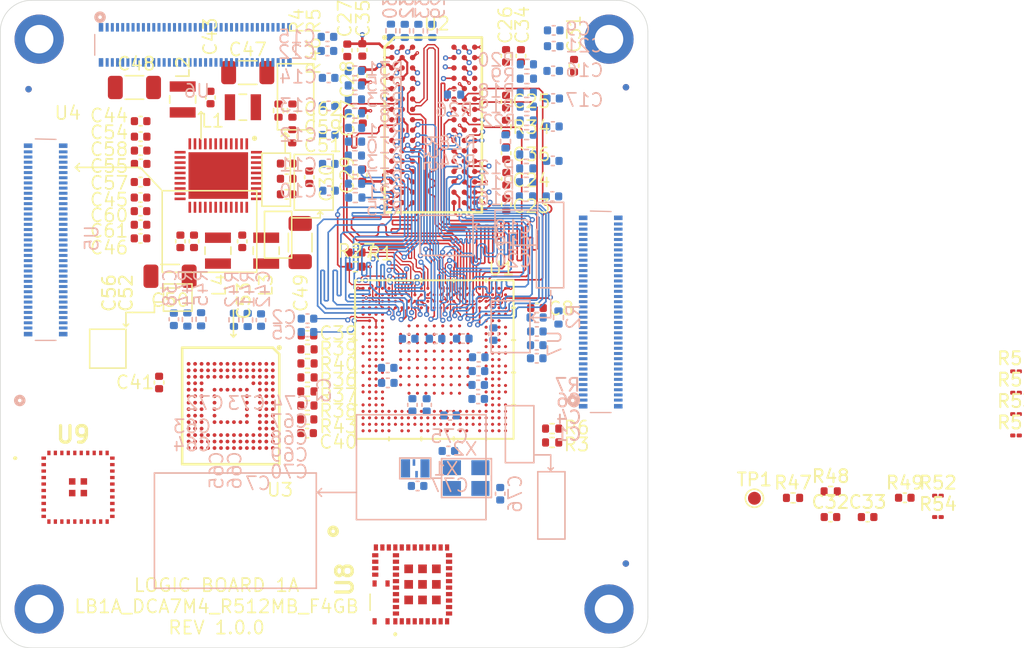
<source format=kicad_pcb>
(kicad_pcb (version 20171130) (host pcbnew 5.1.10-88a1d61d58~88~ubuntu20.04.1)
  (title_block (title "LOGIC BOARD 1A (LB1A_DCA7M4_R512MB_F4GB)") (date 2021-06-10) (rev 1.0.0) (company LogicX))
  (layers (0 Top_Layer.Cu signal) (1 Signal_Layer_1.Cu mixed hide) (2 Signal_Layer_2.Cu mixed hide) (31 Bottom_Layer.Cu signal) (34 B.Paste user hide) (35 F.Paste user hide) (36 B.SilkS user hide) (37 F.SilkS user hide) (38 B.Mask user hide) (39 F.Mask user hide) (44 Edge.Cuts user))
  (net 0 "")
  (net 1 GND)
  (net 2 MPU_VDDA_1V8_REG)
  (net 3 PMIC_VOUT3_VDD)
  (net 4 PMIC_LDO4_VDD_USB)
  (net 5 "Net-(C5-Pad2)")
  (net 6 "Net-(C6-Pad1)")
  (net 7 "Net-(C7-Pad1)")
  (net 8 PMIC_VREF_DDR)
  (net 9 PMIC_LDO3_VTT_DDR)
  (net 10 PMIC_VOUT2_VDD_DDR)
  (net 11 "Net-(C42-Pad1)")
  (net 12 5V_VIN)
  (net 13 PMIC_VOUT1_VDD_CORE)
  (net 14 PMIC_VOUT4_3V3)
  (net 15 PMIC_LDO1_1V8)
  (net 16 PMIC_LDO6_1V0)
  (net 17 "Net-(C62-Pad1)")
  (net 18 "Net-(L1-Pad1)")
  (net 19 "Net-(L2-Pad1)")
  (net 20 "Net-(L3-Pad1)")
  (net 21 "Net-(L4-Pad1)")
  (net 22 "Net-(R1-Pad1)")
  (net 23 I2C1_SCL)
  (net 24 I2C1_SDA)
  (net 25 I2C4_SCL)
  (net 26 I2C4_SDA)
  (net 27 ETH_NRST)
  (net 28 "Net-(R7-Pad1)")
  (net 29 DDR_A0)
  (net 30 DDR_A1)
  (net 31 DDR_A2)
  (net 32 DDR_A3)
  (net 33 DDR_A4)
  (net 34 DDR_A5)
  (net 35 DDR_A6)
  (net 36 DDR_A7)
  (net 37 DDR_A8)
  (net 38 DDR_A9)
  (net 39 DDR_A10)
  (net 40 DDR_A11)
  (net 41 DDR_A12)
  (net 42 DDR_A13)
  (net 43 DDR_A14)
  (net 44 DDR_BA0)
  (net 45 DDR_BA1)
  (net 46 DDR_BA2)
  (net 47 DDR_CLK_P)
  (net 48 DDR_CLK_N)
  (net 49 DDR_RESETN)
  (net 50 DDR_CKE)
  (net 51 DDR_RASN)
  (net 52 DDR_CSN)
  (net 53 DDR_ODT)
  (net 54 DDR_WEN)
  (net 55 DDR_CASN)
  (net 56 "Net-(R34-Pad1)")
  (net 57 SDMMC2_D0)
  (net 58 SDMMC2_D1)
  (net 59 SDMMC2_D2)
  (net 60 SDMMC2_D3)
  (net 61 SDMMC2_D4)
  (net 62 SDMMC2_D5)
  (net 63 SDMMC2_D6)
  (net 64 SDMMC2_D7)
  (net 65 SDMMC2_CMD)
  (net 66 SDMMC2_CK)
  (net 67 NRST)
  (net 68 "Net-(U1-PadA2)")
  (net 69 "Net-(U1-PadA3)")
  (net 70 "Net-(U1-PadA7)")
  (net 71 "Net-(U1-PadA13)")
  (net 72 DSI_CKN)
  (net 73 DSI_D1_N)
  (net 74 JTDO_TRACESWO)
  (net 75 JTDI)
  (net 76 "Net-(U1-PadA21)")
  (net 77 "Net-(U1-PadA22)")
  (net 78 LCD_G4)
  (net 79 LCD_R6)
  (net 80 LCD_B4)
  (net 81 LCD_B3)
  (net 82 "Net-(U1-PadB6)")
  (net 83 STLINK_UART4_RX)
  (net 84 STLINK_UART4_TX)
  (net 85 I2S2_WS)
  (net 86 DSI_TE)
  (net 87 DSI_D0_N)
  (net 88 DSI_CKP)
  (net 89 DSI_D1_P)
  (net 90 NJRST)
  (net 91 JTCK_SWCLK)
  (net 92 "Net-(U1-PadB21)")
  (net 93 "Net-(U1-PadB22)")
  (net 94 "Net-(U1-PadB23)")
  (net 95 LCD_G5)
  (net 96 LCD_R4)
  (net 97 LCD_G3)
  (net 98 "Net-(U1-PadC4)")
  (net 99 LCD_R3)
  (net 100 "Net-(U1-PadC6)")
  (net 101 "Net-(U1-PadC8)")
  (net 102 LCD_G1)
  (net 103 DSI_D0_P)
  (net 104 "Net-(U1-PadC19)")
  (net 105 JTMS_SWDIO)
  (net 106 "Net-(U1-PadC22)")
  (net 107 "Net-(U1-PadC23)")
  (net 108 LCD_G2)
  (net 109 "Net-(U1-PadD2)")
  (net 110 LCD_R7)
  (net 111 LCD_R2)
  (net 112 "Net-(U1-PadD6)")
  (net 113 "Net-(U1-PadD11)")
  (net 114 SDMMC1_CMD)
  (net 115 SDMMC1_CK)
  (net 116 I2S2_CK)
  (net 117 SDMMC1_D2)
  (net 118 SDMMC1_D3)
  (net 119 SDMMC1_D1)
  (net 120 SDMMC1_D0)
  (net 121 DSI_RESET)
  (net 122 "Net-(U1-PadD21)")
  (net 123 "Net-(U1-PadD22)")
  (net 124 "Net-(U1-PadD23)")
  (net 125 I2S2_SDO)
  (net 126 LCD_G7)
  (net 127 LCD_G6)
  (net 128 "Net-(U1-PadE4)")
  (net 129 DDR_DQ3)
  (net 130 DDR_DQ0)
  (net 131 "Net-(U1-PadE23)")
  (net 132 "Net-(U1-PadF2)")
  (net 133 DDR_DQ1)
  (net 134 "Net-(U1-PadG1)")
  (net 135 "Net-(U1-PadG3)")
  (net 136 USART1_CTS)
  (net 137 DDR_DQ7)
  (net 138 DDR_DQS0_P)
  (net 139 DDR_DQS0_N)
  (net 140 "Net-(U1-PadH1)")
  (net 141 LCD_VSYNC)
  (net 142 DDR_DQ2)
  (net 143 DDR_DQ6)
  (net 144 DDR_DQM0)
  (net 145 "Net-(U1-PadJ2)")
  (net 146 "Net-(U1-PadJ3)")
  (net 147 "Net-(U1-PadJ4)")
  (net 148 DDR_DQ4)
  (net 149 DDR_DQ5)
  (net 150 LCD_B0)
  (net 151 PMIC_WAKEUP)
  (net 152 LCD_B7)
  (net 153 LCD_B1)
  (net 154 "Net-(U1-PadK20)")
  (net 155 U_LED_1)
  (net 156 "Net-(U1-PadL4)")
  (net 157 "Net-(U1-PadL21)")
  (net 158 BOOT2)
  (net 159 BOOT0)
  (net 160 "Net-(U1-PadN3)")
  (net 161 BOOT1)
  (net 162 STUSB1600_IRQOUTn)
  (net 163 "Net-(U1-PadP20)")
  (net 164 POWER_ON)
  (net 165 LCD_HSYNC)
  (net 166 "Net-(U1-PadT4)")
  (net 167 DDR_DQ8)
  (net 168 DDR_DQ10)
  (net 169 DDR_DQ13)
  (net 170 "Net-(U1-PadU1)")
  (net 171 LCD_B5)
  (net 172 ANA0)
  (net 173 ANA1)
  (net 174 DDR_DQ9)
  (net 175 "Net-(U1-PadV2)")
  (net 176 "Net-(U1-PadV3)")
  (net 177 DDR_DQM1)
  (net 178 HDMI_INT)
  (net 179 "Net-(U1-PadW2)")
  (net 180 ETH_RXD3)
  (net 181 DDR_DQ11)
  (net 182 DDR_DQ14)
  (net 183 DDR_DQ12)
  (net 184 ETH_TXD3)
  (net 185 ETH_TXD2)
  (net 186 ETH_CLK125)
  (net 187 USART1_TX)
  (net 188 ETH_CLK)
  (net 189 "Net-(U1-PadY9)")
  (net 190 "Net-(U1-PadY10)")
  (net 191 "Net-(U1-PadY11)")
  (net 192 LCD_DE)
  (net 193 "Net-(U1-PadY13)")
  (net 194 HDMI_CEC)
  (net 195 "Net-(U1-PadY15)")
  (net 196 USART1_RX)
  (net 197 HDMI_NRST)
  (net 198 "Net-(U1-PadY19)")
  (net 199 DDR_DQ15)
  (net 200 "Net-(U1-PadY22)")
  (net 201 "Net-(U1-PadY23)")
  (net 202 ETH_TXD1)
  (net 203 ETH_TXD0)
  (net 204 LCD_R1)
  (net 205 ETH_RX_CLK)
  (net 206 ETH_MDC)
  (net 207 "Net-(U1-PadAA9)")
  (net 208 "Net-(U1-PadAA10)")
  (net 209 "Net-(U1-PadAA11)")
  (net 210 SPI5_NSS)
  (net 211 SPI5_MOSI)
  (net 212 DSI_BL_CTRL)
  (net 213 "Net-(U1-PadAA20)")
  (net 214 "Net-(U1-PadAA22)")
  (net 215 "Net-(U1-PadAA23)")
  (net 216 ETH_TX_EN)
  (net 217 ETH_GTX_CLK)
  (net 218 PA0_WKUP)
  (net 219 LCD_R0)
  (net 220 LCD_R5)
  (net 221 ETH_RXD2)
  (net 222 ETH_RXD1)
  (net 223 ETH_RX_DV)
  (net 224 LCD_B2)
  (net 225 SPI5_SCK)
  (net 226 USB_DM2)
  (net 227 USB_DM1)
  (net 228 USART1_RTS)
  (net 229 "Net-(U1-PadAB20)")
  (net 230 "Net-(U1-PadAB21)")
  (net 231 "Net-(U1-PadAB22)")
  (net 232 "Net-(U1-PadAB23)")
  (net 233 ETH_MDIO)
  (net 234 U_LED_2)
  (net 235 ETH_RXD0)
  (net 236 ETH_MDINT)
  (net 237 SPI5_MISO)
  (net 238 "Net-(U1-PadAC13)")
  (net 239 LCD_CLK)
  (net 240 USB_DP2)
  (net 241 USB_DP1)
  (net 242 "Net-(U1-PadAC19)")
  (net 243 "Net-(U1-PadAC21)")
  (net 244 "Net-(U1-PadAC22)")
  (net 245 "Net-(U3-PadA7)")
  (net 246 "Net-(U3-PadA10)")
  (net 247 "Net-(U3-PadA11)")
  (net 248 "Net-(U3-PadA12)")
  (net 249 "Net-(U3-PadA13)")
  (net 250 "Net-(U3-PadA14)")
  (net 251 "Net-(U3-PadB1)")
  (net 252 "Net-(U3-PadB9)")
  (net 253 "Net-(U3-PadB10)")
  (net 254 "Net-(U3-PadB11)")
  (net 255 "Net-(U3-PadB12)")
  (net 256 "Net-(U3-PadB13)")
  (net 257 "Net-(U3-PadB14)")
  (net 258 "Net-(U3-PadC8)")
  (net 259 "Net-(U3-PadC9)")
  (net 260 "Net-(U3-PadC10)")
  (net 261 "Net-(U3-PadC11)")
  (net 262 "Net-(U3-PadC12)")
  (net 263 "Net-(U3-PadC13)")
  (net 264 "Net-(U3-PadC14)")
  (net 265 "Net-(U3-PadD1)")
  (net 266 "Net-(U3-PadD12)")
  (net 267 "Net-(U3-PadD13)")
  (net 268 "Net-(U3-PadD14)")
  (net 269 "Net-(U3-PadE5)")
  (net 270 "Net-(U3-PadE8)")
  (net 271 "Net-(U3-PadE9)")
  (net 272 "Net-(U3-PadE10)")
  (net 273 "Net-(U3-PadE12)")
  (net 274 "Net-(U3-PadE13)")
  (net 275 "Net-(U3-PadE14)")
  (net 276 "Net-(U3-PadF3)")
  (net 277 "Net-(U3-PadF10)")
  (net 278 "Net-(U3-PadF12)")
  (net 279 "Net-(U3-PadF13)")
  (net 280 "Net-(U3-PadF14)")
  (net 281 "Net-(U3-PadG2)")
  (net 282 "Net-(U3-PadG3)")
  (net 283 "Net-(U3-PadG10)")
  (net 284 "Net-(U3-PadG12)")
  (net 285 "Net-(U3-PadG13)")
  (net 286 "Net-(U3-PadG14)")
  (net 287 "Net-(U3-PadH1)")
  (net 288 "Net-(U3-PadH2)")
  (net 289 "Net-(U3-PadH3)")
  (net 290 "Net-(U3-PadH5)")
  (net 291 "Net-(U3-PadH12)")
  (net 292 "Net-(U3-PadH13)")
  (net 293 "Net-(U3-PadH14)")
  (net 294 "Net-(U3-PadJ12)")
  (net 295 "Net-(U3-PadJ13)")
  (net 296 "Net-(U3-PadJ14)")
  (net 297 "Net-(U3-PadK6)")
  (net 298 "Net-(U3-PadK7)")
  (net 299 "Net-(U3-PadK10)")
  (net 300 "Net-(U3-PadK12)")
  (net 301 "Net-(U3-PadK13)")
  (net 302 "Net-(U3-PadK14)")
  (net 303 "Net-(U3-PadL12)")
  (net 304 "Net-(U3-PadL13)")
  (net 305 "Net-(U3-PadL14)")
  (net 306 "Net-(U3-PadM1)")
  (net 307 "Net-(U3-PadM2)")
  (net 308 "Net-(U3-PadM3)")
  (net 309 "Net-(U3-PadM7)")
  (net 310 "Net-(U3-PadM8)")
  (net 311 "Net-(U3-PadM9)")
  (net 312 "Net-(U3-PadM10)")
  (net 313 "Net-(U3-PadM11)")
  (net 314 "Net-(U3-PadM12)")
  (net 315 "Net-(U3-PadM13)")
  (net 316 "Net-(U3-PadM14)")
  (net 317 "Net-(U3-PadN1)")
  (net 318 "Net-(U3-PadN3)")
  (net 319 "Net-(U3-PadN6)")
  (net 320 "Net-(U3-PadN7)")
  (net 321 "Net-(U3-PadN8)")
  (net 322 "Net-(U3-PadN9)")
  (net 323 "Net-(U3-PadN10)")
  (net 324 "Net-(U3-PadN11)")
  (net 325 "Net-(U3-PadN12)")
  (net 326 "Net-(U3-PadN13)")
  (net 327 "Net-(U3-PadN14)")
  (net 328 "Net-(U3-PadP2)")
  (net 329 "Net-(U3-PadP7)")
  (net 330 "Net-(U3-PadP8)")
  (net 331 "Net-(U3-PadP9)")
  (net 332 "Net-(U3-PadP10)")
  (net 333 "Net-(U3-PadP11)")
  (net 334 "Net-(U3-PadP12)")
  (net 335 "Net-(U3-PadP13)")
  (net 336 "Net-(U3-PadP14)")
  (net 337 nPONKEY)
  (net 338 PMIC_LDO2_2V9)
  (net 339 "Net-(U4-Pad33)")
  (net 340 "Net-(U4-Pad34)")
  (net 341 "Net-(U4-Pad35)")
  (net 342 "Net-(U4-Pad37)")
  (net 343 "Net-(U4-Pad38)")
  (net 344 "Net-(U5-Pad1)")
  (net 345 "Net-(U5-Pad2)")
  (net 346 "Net-(U5-Pad3)")
  (net 347 "Net-(U5-Pad4)")
  (net 348 "Net-(U5-Pad5)")
  (net 349 "Net-(U5-Pad6)")
  (net 350 "Net-(U5-Pad7)")
  (net 351 "Net-(U5-Pad8)")
  (net 352 "Net-(U5-Pad9)")
  (net 353 "Net-(U5-Pad11)")
  (net 354 "Net-(U5-Pad13)")
  (net 355 "Net-(U5-Pad15)")
  (net 356 "Net-(U5-Pad17)")
  (net 357 "Net-(U5-Pad19)")
  (net 358 "Net-(U5-Pad21)")
  (net 359 "Net-(U5-Pad23)")
  (net 360 "Net-(U6-Pad11)")
  (net 361 "Net-(U6-Pad12)")
  (net 362 "Net-(U6-Pad13)")
  (net 363 "Net-(U6-Pad14)")
  (net 364 "Net-(U6-Pad25)")
  (net 365 "Net-(U6-Pad26)")
  (net 366 "Net-(U6-Pad28)")
  (net 367 "Net-(U6-Pad37)")
  (net 368 "Net-(U6-Pad38)")
  (net 369 "Net-(U6-Pad39)")
  (net 370 "Net-(U6-Pad40)")
  (net 371 "Net-(U6-Pad41)")
  (net 372 "Net-(U6-Pad43)")
  (net 373 "Net-(U6-Pad45)")
  (net 374 "Net-(U6-Pad47)")
  (net 375 "Net-(U6-Pad49)")
  (net 376 "Net-(U6-Pad50)")
  (net 377 "Net-(U6-Pad52)")
  (net 378 "Net-(U6-Pad54)")
  (net 379 "Net-(U6-Pad55)")
  (net 380 "Net-(U6-Pad56)")
  (net 381 "Net-(U6-Pad57)")
  (net 382 "Net-(U6-Pad58)")
  (net 383 "Net-(U6-Pad59)")
  (net 384 "Net-(U6-Pad60)")
  (net 385 "Net-(U7-Pad11)")
  (net 386 "Net-(U7-Pad13)")
  (net 387 "Net-(U7-Pad15)")
  (net 388 "Net-(U7-Pad17)")
  (net 389 "Net-(U7-Pad19)")
  (net 390 "Net-(U7-Pad21)")
  (net 391 "Net-(U7-Pad23)")
  (net 392 "Net-(X1-Pad1)")
  (net 393 LCD_B6)
  (net 394 DDR_DQS1_P)
  (net 395 DDR_DQS1_N)
  (net 396 DSI_LCD_INT)
  (net 397 "Net-(U1-PadF3)")
  (net 398 U_BUTTON_1)
  (net 399 U_BUTTON_2)
  (net 400 "Net-(U1-PadV4)")
  (net 401 LCD_G0)
  (net 402 "Net-(U1-PadAA18)")
  (net 403 "Net-(C75-Pad2)")
  (net 404 "Net-(C76-Pad2)")
  (net 405 "Net-(C77-Pad2)")
  (net 406 "Net-(U7-Pad1)")
  (net 407 "Net-(U7-Pad2)")
  (net 408 "Net-(U7-Pad3)")
  (net 409 "Net-(U7-Pad4)")
  (net 410 "Net-(U7-Pad5)")
  (net 411 "Net-(U7-Pad6)")
  (net 412 "Net-(U7-Pad7)")
  (net 413 "Net-(U7-Pad8)")
  (net 414 "Net-(U7-Pad9)")
  (net 415 "Net-(U7-Pad10)")
  (net 416 "Net-(U7-Pad12)")
  (net 417 PMIC_LDO5_2V9)
  (net 418 "Net-(U7-Pad68)")
  (net 419 "Net-(U7-Pad56)")
  (net 420 "Net-(U7-Pad58)")
  (net 421 "Net-(C33-Pad2)")
  (net 422 "Net-(R47-Pad1)")
  (net 423 "Net-(R49-Pad2)")
  (net 424 "Net-(R49-Pad1)")
  (net 425 SDMMC3_CK)
  (net 426 SDMMC3_CMD)
  (net 427 SDMMC3_D0)
  (net 428 SDMMC3_D1)
  (net 429 SDMMC3_D2)
  (net 430 SDMMC3_D3)
  (net 431 "Net-(TP1-Pad1)")
  (net 432 USART3_CTS)
  (net 433 USART3_RX)
  (net 434 USART3_RTS)
  (net 435 BLE_RESET)
  (net 436 USART3_TX)
  (net 437 WIFI_WKUP)
  (net 438 WIFI_IRQ)
  (net 439 "Net-(U8-Pad2)")
  (net 440 "Net-(U8-Pad14)")
  (net 441 "Net-(U8-Pad15)")
  (net 442 "Net-(U8-Pad16)")
  (net 443 "Net-(U8-Pad17)")
  (net 444 "Net-(U8-Pad29)")
  (net 445 "Net-(U8-Pad30)")
  (net 446 "Net-(U8-Pad31)")
  (net 447 "Net-(U8-Pad32)")
  (net 448 "Net-(U8-Pad34)")
  (net 449 "Net-(U8-Pad37)")
  (net 450 "Net-(U8-Pad38)")
  (net 451 "Net-(U8-Pad40)")
  (net 452 "Net-(U9-Pad1)")
  (net 453 "Net-(U9-Pad6)")
  (net 454 "Net-(U9-Pad7)")
  (net 455 "Net-(U9-Pad8)")
  (net 456 "Net-(U9-Pad9)")
  (net 457 "Net-(U9-Pad10)")
  (net 458 "Net-(U9-Pad12)")
  (net 459 "Net-(U9-Pad13)")
  (net 460 "Net-(U9-Pad14)")
  (net 461 "Net-(U9-Pad18)")
  (net 462 "Net-(U9-Pad19)")
  (net 463 "Net-(U9-Pad20)")
  (net 464 "Net-(U9-Pad21)")
  (net 465 "Net-(U9-Pad24)")
  (net 466 "Net-(U9-Pad26)")
  (net 467 "Net-(U9-Pad27)")
  (net 468 "Net-(U9-Pad28)")
  (net 469 "Net-(U9-Pad29)")
  (net 470 "Net-(U9-Pad30)")
  (net 471 "Net-(U9-Pad31)")
  (net 472 "Net-(U9-Pad32)")
  (net 473 "Net-(U9-Pad33)")
  (net 474 "Net-(U9-Pad34)")
  (net 475 "Net-(U9-Pad37)")
  (net 476 "Net-(U9-Pad38)")
  (net 477 "Net-(U9-Pad39)")
  (module U_Module:BGX220S22HNA21 (layer Top_Layer.Cu) (at 121 104.1)
    (fp_text reference U9 (at -0.381 -4.064) (layer F.SilkS) (effects (font (size 1.27 1.27) (thickness 0.254))))
    (fp_text value BGX220S22HNA21R hide)
    (pad 1 smd rect (at -2.65 -2.25 90) (size 0.25 0.35) (layers Top_Layer.Cu F.Paste F.Mask) (net 452 "Net-(U9-Pad1)"))
    (pad 2 smd rect (at -2.65 -1.75 90) (size 0.25 0.35) (layers Top_Layer.Cu F.Paste F.Mask) (net 424 "Net-(R49-Pad1)"))
    (pad 3 smd rect (at -2.65 -1.25 90) (size 0.25 0.35) (layers Top_Layer.Cu F.Paste F.Mask) (net 423 "Net-(R49-Pad2)"))
    (pad 4 smd rect (at -2.65 -0.75 90) (size 0.25 0.35) (layers Top_Layer.Cu F.Paste F.Mask) (net 1 GND))
    (pad 5 smd rect (at -2.65 -0.25 90) (size 0.25 0.35) (layers Top_Layer.Cu F.Paste F.Mask) (net 1 GND))
    (pad 6 smd rect (at -2.65 0.25 90) (size 0.25 0.35) (layers Top_Layer.Cu F.Paste F.Mask) (net 453 "Net-(U9-Pad6)"))
    (pad 7 smd rect (at -2.65 0.75 90) (size 0.25 0.35) (layers Top_Layer.Cu F.Paste F.Mask) (net 454 "Net-(U9-Pad7)"))
    (pad 8 smd rect (at -2.65 1.25 90) (size 0.25 0.35) (layers Top_Layer.Cu F.Paste F.Mask) (net 455 "Net-(U9-Pad8)"))
    (pad 9 smd rect (at -2.65 1.75 90) (size 0.25 0.35) (layers Top_Layer.Cu F.Paste F.Mask) (net 456 "Net-(U9-Pad9)"))
    (pad 10 smd rect (at -2.65 2.25 90) (size 0.25 0.35) (layers Top_Layer.Cu F.Paste F.Mask) (net 457 "Net-(U9-Pad10)"))
    (pad 11 smd rect (at -2.25 2.65) (size 0.25 0.35) (layers Top_Layer.Cu F.Paste F.Mask) (net 433 USART3_RX))
    (pad 12 smd rect (at -1.75 2.65) (size 0.25 0.35) (layers Top_Layer.Cu F.Paste F.Mask) (net 458 "Net-(U9-Pad12)"))
    (pad 13 smd rect (at -1.25 2.65) (size 0.25 0.35) (layers Top_Layer.Cu F.Paste F.Mask) (net 459 "Net-(U9-Pad13)"))
    (pad 14 smd rect (at -0.75 2.65) (size 0.25 0.35) (layers Top_Layer.Cu F.Paste F.Mask) (net 460 "Net-(U9-Pad14)"))
    (pad 15 smd rect (at -0.25 2.65) (size 0.25 0.35) (layers Top_Layer.Cu F.Paste F.Mask) (net 436 USART3_TX))
    (pad 16 smd rect (at 0.25 2.65) (size 0.25 0.35) (layers Top_Layer.Cu F.Paste F.Mask) (net 432 USART3_CTS))
    (pad 17 smd rect (at 0.75 2.65) (size 0.25 0.35) (layers Top_Layer.Cu F.Paste F.Mask) (net 434 USART3_RTS))
    (pad 18 smd rect (at 1.25 2.65) (size 0.25 0.35) (layers Top_Layer.Cu F.Paste F.Mask) (net 461 "Net-(U9-Pad18)"))
    (pad 19 smd rect (at 1.75 2.65) (size 0.25 0.35) (layers Top_Layer.Cu F.Paste F.Mask) (net 462 "Net-(U9-Pad19)"))
    (pad 20 smd rect (at 2.25 2.65) (size 0.25 0.35) (layers Top_Layer.Cu F.Paste F.Mask) (net 463 "Net-(U9-Pad20)"))
    (pad 21 smd rect (at 2.65 2.25 90) (size 0.25 0.35) (layers Top_Layer.Cu F.Paste F.Mask) (net 464 "Net-(U9-Pad21)"))
    (pad 22 smd rect (at 2.65 1.75 90) (size 0.25 0.35) (layers Top_Layer.Cu F.Paste F.Mask) (net 14 PMIC_VOUT4_3V3))
    (pad 23 smd rect (at 2.65 1.25 90) (size 0.25 0.35) (layers Top_Layer.Cu F.Paste F.Mask) (net 14 PMIC_VOUT4_3V3))
    (pad 24 smd rect (at 2.65 0.75 90) (size 0.25 0.35) (layers Top_Layer.Cu F.Paste F.Mask) (net 465 "Net-(U9-Pad24)"))
    (pad 25 smd rect (at 2.65 0.25 90) (size 0.25 0.35) (layers Top_Layer.Cu F.Paste F.Mask) (net 431 "Net-(TP1-Pad1)"))
    (pad 26 smd rect (at 2.65 -0.25 90) (size 0.25 0.35) (layers Top_Layer.Cu F.Paste F.Mask) (net 466 "Net-(U9-Pad26)"))
    (pad 27 smd rect (at 2.65 -0.75 90) (size 0.25 0.35) (layers Top_Layer.Cu F.Paste F.Mask) (net 467 "Net-(U9-Pad27)"))
    (pad 28 smd rect (at 2.65 -1.25 90) (size 0.25 0.35) (layers Top_Layer.Cu F.Paste F.Mask) (net 468 "Net-(U9-Pad28)"))
    (pad 29 smd rect (at 2.65 -1.75 90) (size 0.25 0.35) (layers Top_Layer.Cu F.Paste F.Mask) (net 469 "Net-(U9-Pad29)"))
    (pad 30 smd rect (at 2.65 -2.25 90) (size 0.25 0.35) (layers Top_Layer.Cu F.Paste F.Mask) (net 470 "Net-(U9-Pad30)"))
    (pad 31 smd rect (at 2.25 -2.65) (size 0.25 0.35) (layers Top_Layer.Cu F.Paste F.Mask) (net 471 "Net-(U9-Pad31)"))
    (pad 32 smd rect (at 1.75 -2.65) (size 0.25 0.35) (layers Top_Layer.Cu F.Paste F.Mask) (net 472 "Net-(U9-Pad32)"))
    (pad 33 smd rect (at 1.25 -2.65) (size 0.25 0.35) (layers Top_Layer.Cu F.Paste F.Mask) (net 473 "Net-(U9-Pad33)"))
    (pad 34 smd rect (at 0.75 -2.65) (size 0.25 0.35) (layers Top_Layer.Cu F.Paste F.Mask) (net 474 "Net-(U9-Pad34)"))
    (pad 35 smd rect (at 0.25 -2.65) (size 0.25 0.35) (layers Top_Layer.Cu F.Paste F.Mask) (net 435 BLE_RESET))
    (pad 36 smd rect (at -0.25 -2.65) (size 0.25 0.35) (layers Top_Layer.Cu F.Paste F.Mask) (net 1 GND))
    (pad 37 smd rect (at -0.75 -2.65) (size 0.25 0.35) (layers Top_Layer.Cu F.Paste F.Mask) (net 475 "Net-(U9-Pad37)"))
    (pad 38 smd rect (at -1.25 -2.65) (size 0.25 0.35) (layers Top_Layer.Cu F.Paste F.Mask) (net 476 "Net-(U9-Pad38)"))
    (pad 39 smd rect (at -1.75 -2.65) (size 0.25 0.35) (layers Top_Layer.Cu F.Paste F.Mask) (net 477 "Net-(U9-Pad39)"))
    (pad 40 smd rect (at -2.25 -2.65) (size 0.25 0.35) (layers Top_Layer.Cu F.Paste F.Mask) (net 1 GND))
    (pad 41 smd rect (at -0.45 -0.45) (size 0.5 0.5) (layers Top_Layer.Cu F.Paste F.Mask) (net 1 GND))
    (pad 42 smd rect (at -0.45 0.45) (size 0.5 0.5) (layers Top_Layer.Cu F.Paste F.Mask) (net 1 GND))
    (pad 43 smd rect (at 0.45 0.45) (size 0.5 0.5) (layers Top_Layer.Cu F.Paste F.Mask) (net 1 GND))
    (pad 44 smd rect (at 0.45 -0.45) (size 0.5 0.5) (layers Top_Layer.Cu F.Paste F.Mask) (net 1 GND))
  )
  (module U_Module:WFM200S022XNA3 (layer Top_Layer.Cu) (at 146.8 111.6 90)
    (fp_text reference U8 (at 0.381 -5.207 90) (layer F.SilkS) (effects (font (size 1.27 1.27) (thickness 0.254))))
    (fp_text value WFM200S022XNA3R hide)
    (pad 1 smd rect (at -2.85 -1.3 180) (size 0.32 0.48) (layers Top_Layer.Cu F.Paste F.Mask) (net 1 GND))
    (pad 2 smd rect (at -2.85 -0.8 180) (size 0.32 0.48) (layers Top_Layer.Cu F.Paste F.Mask) (net 439 "Net-(U8-Pad2)"))
    (pad 3 smd rect (at -2.85 -0.3 180) (size 0.32 0.48) (layers Top_Layer.Cu F.Paste F.Mask) (net 439 "Net-(U8-Pad2)"))
    (pad 4 smd rect (at -2.85 0.2 180) (size 0.32 0.48) (layers Top_Layer.Cu F.Paste F.Mask) (net 1 GND))
    (pad 5 smd rect (at -2.85 0.7 180) (size 0.32 0.48) (layers Top_Layer.Cu F.Paste F.Mask) (net 1 GND))
    (pad 6 smd rect (at -2.85 1.2 180) (size 0.32 0.48) (layers Top_Layer.Cu F.Paste F.Mask) (net 1 GND))
    (pad 7 smd rect (at -2.85 1.7 180) (size 0.32 0.48) (layers Top_Layer.Cu F.Paste F.Mask) (net 1 GND))
    (pad 8 smd rect (at -2.85 2.2 180) (size 0.32 0.48) (layers Top_Layer.Cu F.Paste F.Mask) (net 1 GND))
    (pad 9 smd rect (at -2.85 2.7 180) (size 0.32 0.48) (layers Top_Layer.Cu F.Paste F.Mask) (net 422 "Net-(R47-Pad1)"))
    (pad 10 smd rect (at -2.25 2.85 90) (size 0.32 0.48) (layers Top_Layer.Cu F.Paste F.Mask) (net 14 PMIC_VOUT4_3V3))
    (pad 11 smd rect (at -1.75 2.85 90) (size 0.32 0.48) (layers Top_Layer.Cu F.Paste F.Mask) (net 1 GND))
    (pad 12 smd rect (at -1.25 2.85 90) (size 0.32 0.48) (layers Top_Layer.Cu F.Paste F.Mask) (net 67 NRST))
    (pad 13 smd rect (at -0.75 2.85 90) (size 0.32 0.48) (layers Top_Layer.Cu F.Paste F.Mask) (net 437 WIFI_WKUP))
    (pad 14 smd rect (at -0.25 2.85 90) (size 0.32 0.48) (layers Top_Layer.Cu F.Paste F.Mask) (net 440 "Net-(U8-Pad14)"))
    (pad 15 smd rect (at 0.25 2.85 90) (size 0.32 0.48) (layers Top_Layer.Cu F.Paste F.Mask) (net 441 "Net-(U8-Pad15)"))
    (pad 16 smd rect (at 0.75 2.85 90) (size 0.32 0.48) (layers Top_Layer.Cu F.Paste F.Mask) (net 442 "Net-(U8-Pad16)"))
    (pad 17 smd rect (at 1.25 2.85 90) (size 0.32 0.48) (layers Top_Layer.Cu F.Paste F.Mask) (net 443 "Net-(U8-Pad17)"))
    (pad 18 smd rect (at 1.75 2.85 90) (size 0.32 0.48) (layers Top_Layer.Cu F.Paste F.Mask) (net 1 GND))
    (pad 19 smd rect (at 2.25 2.85 90) (size 0.32 0.48) (layers Top_Layer.Cu F.Paste F.Mask) (net 438 WIFI_IRQ))
    (pad 20 smd rect (at 2.85 2.7 180) (size 0.32 0.48) (layers Top_Layer.Cu F.Paste F.Mask) (net 14 PMIC_VOUT4_3V3))
    (pad 21 smd rect (at 2.85 2.2 180) (size 0.32 0.48) (layers Top_Layer.Cu F.Paste F.Mask) (net 1 GND))
    (pad 22 smd rect (at 2.85 1.7 180) (size 0.32 0.48) (layers Top_Layer.Cu F.Paste F.Mask) (net 425 SDMMC3_CK))
    (pad 23 smd rect (at 2.85 1.2 180) (size 0.32 0.48) (layers Top_Layer.Cu F.Paste F.Mask) (net 426 SDMMC3_CMD))
    (pad 24 smd rect (at 2.85 0.7 180) (size 0.32 0.48) (layers Top_Layer.Cu F.Paste F.Mask) (net 427 SDMMC3_D0))
    (pad 25 smd rect (at 2.85 0.2 180) (size 0.32 0.48) (layers Top_Layer.Cu F.Paste F.Mask) (net 428 SDMMC3_D1))
    (pad 26 smd rect (at 2.85 -0.3 180) (size 0.32 0.48) (layers Top_Layer.Cu F.Paste F.Mask) (net 429 SDMMC3_D2))
    (pad 27 smd rect (at 2.85 -0.8 180) (size 0.32 0.48) (layers Top_Layer.Cu F.Paste F.Mask) (net 430 SDMMC3_D3))
    (pad 28 smd rect (at 2.85 -1.3 180) (size 0.32 0.48) (layers Top_Layer.Cu F.Paste F.Mask) (net 14 PMIC_VOUT4_3V3))
    (pad 29 smd rect (at 2.85 -1.8 180) (size 0.32 0.48) (layers Top_Layer.Cu F.Paste F.Mask) (net 444 "Net-(U8-Pad29)"))
    (pad 30 smd rect (at 2.85 -2.3 180) (size 0.32 0.48) (layers Top_Layer.Cu F.Paste F.Mask) (net 445 "Net-(U8-Pad30)"))
    (pad 31 smd rect (at 2.85 -2.8 180) (size 0.32 0.48) (layers Top_Layer.Cu F.Paste F.Mask) (net 446 "Net-(U8-Pad31)"))
    (pad 32 smd rect (at 2.25 -2.85 90) (size 0.32 0.48) (layers Top_Layer.Cu F.Paste F.Mask) (net 447 "Net-(U8-Pad32)"))
    (pad 33 smd rect (at 1.75 -2.85 90) (size 0.32 0.48) (layers Top_Layer.Cu F.Paste F.Mask) (net 1 GND))
    (pad 34 smd rect (at 1.25 -2.85 90) (size 0.32 0.48) (layers Top_Layer.Cu F.Paste F.Mask) (net 448 "Net-(U8-Pad34)"))
    (pad 35 smd rect (at 0.75 -2.85 90) (size 0.32 0.48) (layers Top_Layer.Cu F.Paste F.Mask) (net 1 GND))
    (pad 36 smd rect (at 2.25 -1.25 90) (size 0.32 0.48) (layers Top_Layer.Cu F.Paste F.Mask) (net 1 GND))
    (pad 37 smd rect (at 1.75 -1.25 90) (size 0.32 0.48) (layers Top_Layer.Cu F.Paste F.Mask) (net 449 "Net-(U8-Pad37)"))
    (pad 38 smd rect (at 1.25 -1.25 90) (size 0.32 0.48) (layers Top_Layer.Cu F.Paste F.Mask) (net 450 "Net-(U8-Pad38)"))
    (pad 39 smd rect (at 0.75 -1.25 90) (size 0.32 0.48) (layers Top_Layer.Cu F.Paste F.Mask) (net 1 GND))
    (pad 40 smd rect (at 0.25 -1.25 90) (size 0.32 0.48) (layers Top_Layer.Cu F.Paste F.Mask) (net 451 "Net-(U8-Pad40)"))
    (pad 41 smd rect (at -0.25 -1.25 90) (size 0.32 0.48) (layers Top_Layer.Cu F.Paste F.Mask) (net 1 GND))
    (pad 42 smd rect (at -0.75 -1.25 90) (size 0.32 0.48) (layers Top_Layer.Cu F.Paste F.Mask) (net 1 GND))
    (pad 43 smd rect (at -1.25 -1.25 90) (size 0.32 0.48) (layers Top_Layer.Cu F.Paste F.Mask) (net 1 GND))
    (pad 44 smd rect (at -1.75 -1.25 90) (size 0.32 0.48) (layers Top_Layer.Cu F.Paste F.Mask) (net 1 GND))
    (pad 45 smd rect (at -2.25 -1.25 90) (size 0.32 0.48) (layers Top_Layer.Cu F.Paste F.Mask) (net 1 GND))
    (pad 46 smd rect (at 0.07 -2.9 180) (size 0.32 0.48) (layers Top_Layer.Cu F.Paste F.Mask) (net 1 GND))
    (pad 47 smd rect (at -2.85 -2.9 180) (size 0.32 0.48) (layers Top_Layer.Cu F.Paste F.Mask) (net 421 "Net-(C33-Pad2)"))
    (pad 48 smd rect (at 0.07 -1.9 180) (size 0.32 0.48) (layers Top_Layer.Cu F.Paste F.Mask) (net 1 GND))
    (pad 49 smd rect (at -2.85 -1.9 180) (size 0.32 0.48) (layers Top_Layer.Cu F.Paste F.Mask) (net 1 GND))
    (pad 50 smd rect (at 1.2 -0.27 180) (size 0.67 0.67) (layers Top_Layer.Cu F.Paste F.Mask) (net 1 GND))
    (pad 51 smd rect (at 0 -0.27 180) (size 0.67 0.67) (layers Top_Layer.Cu F.Paste F.Mask) (net 1 GND))
    (pad 52 smd rect (at -1.2 -0.27 180) (size 0.67 0.67) (layers Top_Layer.Cu F.Paste F.Mask) (net 1 GND))
    (pad 53 smd rect (at 1.2 0.8 180) (size 0.67 0.67) (layers Top_Layer.Cu F.Paste F.Mask) (net 1 GND))
    (pad 54 smd rect (at 0 0.8 180) (size 0.67 0.67) (layers Top_Layer.Cu F.Paste F.Mask) (net 1 GND))
    (pad 55 smd rect (at -1.2 0.8 180) (size 0.67 0.67) (layers Top_Layer.Cu F.Paste F.Mask) (net 1 GND))
    (pad 56 smd rect (at 1.2 1.87 180) (size 0.67 0.67) (layers Top_Layer.Cu F.Paste F.Mask) (net 1 GND))
    (pad 57 smd rect (at 0 1.87 180) (size 0.67 0.67) (layers Top_Layer.Cu F.Paste F.Mask) (net 1 GND))
    (pad 58 smd rect (at -1.2 1.87 180) (size 0.67 0.67) (layers Top_Layer.Cu F.Paste F.Mask) (net 1 GND))
  )
  (module TestPoint:TestPoint_Pad_D1.0mm (layer Top_Layer.Cu) (at 173.23 104.95)
    (fp_text reference TP1 (at 0 -1.448) (layer F.SilkS))
    (fp_text value TestPoint)
    (pad 1 smd circle (at 0 0) (size 1 1) (layers Top_Layer.Cu F.Mask) (net 431 "Net-(TP1-Pad1)"))
  )
  (module Capacitor_SMD:C_01005_0402Metric (layer Top_Layer.Cu) (at 193.43 100.1)
    (fp_text reference R55 (at 0 -1) (layer F.SilkS))
    (fp_text value 100k)
    (pad 2 smd roundrect (at 0.25 0) (size 0.4 0.3) (layers Top_Layer.Cu F.Mask) (net 430 SDMMC3_D3))
    (pad 1 smd roundrect (at -0.25 0) (size 0.4 0.3) (layers Top_Layer.Cu F.Mask) (net 14 PMIC_VOUT4_3V3))
  )
  (module Capacitor_SMD:C_01005_0402Metric (layer Top_Layer.Cu) (at 187.4 106.4)
    (fp_text reference R54 (at 0 -1) (layer F.SilkS))
    (fp_text value 100k)
    (pad 2 smd roundrect (at 0.25 0) (size 0.4 0.3) (layers Top_Layer.Cu F.Mask) (net 429 SDMMC3_D2))
    (pad 1 smd roundrect (at -0.25 0) (size 0.4 0.3) (layers Top_Layer.Cu F.Mask) (net 14 PMIC_VOUT4_3V3))
  )
  (module Capacitor_SMD:C_01005_0402Metric (layer Top_Layer.Cu) (at 193.43 98.45)
    (fp_text reference R53 (at 0 -1) (layer F.SilkS))
    (fp_text value 100k)
    (pad 2 smd roundrect (at 0.25 0) (size 0.4 0.3) (layers Top_Layer.Cu F.Mask) (net 428 SDMMC3_D1))
    (pad 1 smd roundrect (at -0.25 0) (size 0.4 0.3) (layers Top_Layer.Cu F.Mask) (net 14 PMIC_VOUT4_3V3))
  )
  (module Capacitor_SMD:C_01005_0402Metric (layer Top_Layer.Cu) (at 187.4 104.75)
    (fp_text reference R52 (at 0 -1) (layer F.SilkS))
    (fp_text value 100k)
    (pad 2 smd roundrect (at 0.25 0) (size 0.4 0.3) (layers Top_Layer.Cu F.Mask) (net 427 SDMMC3_D0))
    (pad 1 smd roundrect (at -0.25 0) (size 0.4 0.3) (layers Top_Layer.Cu F.Mask) (net 14 PMIC_VOUT4_3V3))
  )
  (module Capacitor_SMD:C_01005_0402Metric (layer Top_Layer.Cu) (at 193.43 96.8)
    (fp_text reference R51 (at 0 -1) (layer F.SilkS))
    (fp_text value 100k)
    (pad 2 smd roundrect (at 0.25 0) (size 0.4 0.3) (layers Top_Layer.Cu F.Mask) (net 426 SDMMC3_CMD))
    (pad 1 smd roundrect (at -0.25 0) (size 0.4 0.3) (layers Top_Layer.Cu F.Mask) (net 14 PMIC_VOUT4_3V3))
  )
  (module Capacitor_SMD:C_01005_0402Metric (layer Top_Layer.Cu) (at 193.43 95.15)
    (fp_text reference R50 (at 0 -1) (layer F.SilkS))
    (fp_text value 100k)
    (pad 2 smd roundrect (at 0.25 0) (size 0.4 0.3) (layers Top_Layer.Cu F.Mask) (net 425 SDMMC3_CK))
    (pad 1 smd roundrect (at -0.25 0) (size 0.4 0.3) (layers Top_Layer.Cu F.Mask) (net 14 PMIC_VOUT4_3V3))
  )
  (module Capacitor_SMD:C_0402_1005Metric (layer Top_Layer.Cu) (at 184.84 104.91)
    (fp_text reference R49 (at 0 -1.16) (layer F.SilkS))
    (fp_text value 0E)
    (pad 2 smd roundrect (at 0.48 0) (size 0.56 0.62) (layers Top_Layer.Cu F.Paste F.Mask) (net 423 "Net-(R49-Pad2)"))
    (pad 1 smd roundrect (at -0.48 0) (size 0.56 0.62) (layers Top_Layer.Cu F.Paste F.Mask) (net 424 "Net-(R49-Pad1)"))
  )
  (module Resistor_SMD:R_0402_1005Metric (layer Top_Layer.Cu) (at 179.12 104.42)
    (fp_text reference R48 (at 0 -1.17) (layer F.SilkS))
    (fp_text value 100E)
    (pad 2 smd roundrect (at 0.51 0) (size 0.54 0.64) (layers Top_Layer.Cu F.Paste F.Mask) (net 1 GND))
    (pad 1 smd roundrect (at -0.51 0) (size 0.54 0.64) (layers Top_Layer.Cu F.Paste F.Mask) (net 422 "Net-(R47-Pad1)"))
  )
  (module Resistor_SMD:R_0402_1005Metric (layer Top_Layer.Cu) (at 176.21 104.92)
    (fp_text reference R47 (at 0 -1.17) (layer F.SilkS))
    (fp_text value 100E)
    (pad 2 smd roundrect (at 0.51 0) (size 0.54 0.64) (layers Top_Layer.Cu F.Paste F.Mask) (net 1 GND))
    (pad 1 smd roundrect (at -0.51 0) (size 0.54 0.64) (layers Top_Layer.Cu F.Paste F.Mask) (net 422 "Net-(R47-Pad1)"))
  )
  (module Capacitor_SMD:C_0402_1005Metric (layer Top_Layer.Cu) (at 181.97 106.4)
    (fp_text reference C33 (at 0 -1.16) (layer F.SilkS))
    (fp_text value 10pF)
    (pad 2 smd roundrect (at 0.48 0) (size 0.56 0.62) (layers Top_Layer.Cu F.Paste F.Mask) (net 421 "Net-(C33-Pad2)"))
    (pad 1 smd roundrect (at -0.48 0) (size 0.56 0.62) (layers Top_Layer.Cu F.Paste F.Mask) (net 1 GND))
  )
  (module Capacitor_SMD:C_0402_1005Metric (layer Top_Layer.Cu) (at 179.1 106.4)
    (fp_text reference C32 (at 0 -1.16) (layer F.SilkS))
    (fp_text value 10uF)
    (pad 2 smd roundrect (at 0.48 0) (size 0.56 0.62) (layers Top_Layer.Cu F.Paste F.Mask) (net 14 PMIC_VOUT4_3V3))
    (pad 1 smd roundrect (at -0.48 0) (size 0.56 0.62) (layers Top_Layer.Cu F.Paste F.Mask) (net 1 GND))
  )
  (module MountingHole:MountingHole_2.2mm_M2_DIN965_Pad (layer Top_Layer.Cu) (at 118 113.5)
    (fp_text reference H4 hide)
    (fp_text value MountingHole_Pad)
    (pad 1 thru_hole circle (at 0 0) (size 3.8 3.8) (drill 2.2) (layers *.Cu *.Mask))
  )
  (module MountingHole:MountingHole_2.2mm_M2_DIN965_Pad (layer Top_Layer.Cu) (at 162 113.5)
    (fp_text reference H3 hide)
    (fp_text value MountingHole_Pad)
    (pad 1 thru_hole circle (at 0 0) (size 3.8 3.8) (drill 2.2) (layers *.Cu *.Mask))
  )
  (module MountingHole:MountingHole_2.2mm_M2_DIN965_Pad (layer Top_Layer.Cu) (at 162 69.5)
    (fp_text reference H2 hide)
    (fp_text value MountingHole_Pad)
    (pad 1 thru_hole circle (at 0 0) (size 3.8 3.8) (drill 2.2) (layers *.Cu *.Mask))
  )
  (module MountingHole:MountingHole_2.2mm_M2_DIN965_Pad (layer Top_Layer.Cu) (at 118 69.5)
    (fp_text reference H1 hide)
    (fp_text value MountingHole_Pad)
    (pad 1 thru_hole circle (at 0 0) (size 3.8 3.8) (drill 2.2) (layers *.Cu *.Mask))
  )
  (module U_Package_BGA:STM32MP157CAC3 (layer Top_Layer.Cu) (at 148.51 94.24 90)
    (fp_text reference U1 (at 7.04 5.19 180) (layer F.SilkS) (effects (font (size 1.016 1.016) (thickness 0.127))))
    (fp_text value STM32MP157CAC3 hide)
    (pad A1 smd circle (at -5.5 -5.5 90) (size 0.24 0.24) (layers Top_Layer.Cu F.Paste F.Mask) (net 1 GND))
    (pad A2 smd circle (at -5 -5.5 90) (size 0.24 0.24) (layers Top_Layer.Cu F.Paste F.Mask) (net 68 "Net-(U1-PadA2)"))
    (pad A3 smd circle (at -4.5 -5.5 90) (size 0.24 0.24) (layers Top_Layer.Cu F.Paste F.Mask) (net 69 "Net-(U1-PadA3)"))
    (pad A4 smd circle (at -4 -5.5 90) (size 0.24 0.24) (layers Top_Layer.Cu F.Paste F.Mask) (net 438 WIFI_IRQ))
    (pad A5 smd circle (at -3.5 -5.5 90) (size 0.24 0.24) (layers Top_Layer.Cu F.Paste F.Mask) (net 426 SDMMC3_CMD))
    (pad A7 smd circle (at -2.5 -5.5 90) (size 0.24 0.24) (layers Top_Layer.Cu F.Paste F.Mask) (net 70 "Net-(U1-PadA7)"))
    (pad A8 smd circle (at -2 -5.5 90) (size 0.24 0.24) (layers Top_Layer.Cu F.Paste F.Mask) (net 62 SDMMC2_D5))
    (pad A10 smd circle (at -1 -5.5 90) (size 0.24 0.24) (layers Top_Layer.Cu F.Paste F.Mask) (net 65 SDMMC2_CMD))
    (pad A11 smd circle (at -0.5 -5.5 90) (size 0.24 0.24) (layers Top_Layer.Cu F.Paste F.Mask) (net 59 SDMMC2_D2))
    (pad A13 smd circle (at 0.5 -5.5 90) (size 0.24 0.24) (layers Top_Layer.Cu F.Paste F.Mask) (net 71 "Net-(U1-PadA13)"))
    (pad A14 smd circle (at 1 -5.5 90) (size 0.24 0.24) (layers Top_Layer.Cu F.Paste F.Mask) (net 396 DSI_LCD_INT))
    (pad A16 smd circle (at 2 -5.5 90) (size 0.24 0.24) (layers Top_Layer.Cu F.Paste F.Mask) (net 72 DSI_CKN))
    (pad A17 smd circle (at 2.5 -5.5 90) (size 0.24 0.24) (layers Top_Layer.Cu F.Paste F.Mask) (net 73 DSI_D1_N))
    (pad A19 smd circle (at 3.5 -5.5 90) (size 0.24 0.24) (layers Top_Layer.Cu F.Paste F.Mask) (net 74 JTDO_TRACESWO))
    (pad A20 smd circle (at 4 -5.5 90) (size 0.24 0.24) (layers Top_Layer.Cu F.Paste F.Mask) (net 75 JTDI))
    (pad A21 smd circle (at 4.5 -5.5 90) (size 0.24 0.24) (layers Top_Layer.Cu F.Paste F.Mask) (net 76 "Net-(U1-PadA21)"))
    (pad A22 smd circle (at 5 -5.5 90) (size 0.24 0.24) (layers Top_Layer.Cu F.Paste F.Mask) (net 77 "Net-(U1-PadA22)"))
    (pad A23 smd circle (at 5.5 -5.5 90) (size 0.24 0.24) (layers Top_Layer.Cu F.Paste F.Mask) (net 1 GND))
    (pad B1 smd circle (at -5.5 -5 90) (size 0.24 0.24) (layers Top_Layer.Cu F.Paste F.Mask) (net 78 LCD_G4))
    (pad B2 smd circle (at -5 -5 90) (size 0.24 0.24) (layers Top_Layer.Cu F.Paste F.Mask) (net 79 LCD_R6))
    (pad B3 smd circle (at -4.5 -5 90) (size 0.24 0.24) (layers Top_Layer.Cu F.Paste F.Mask) (net 437 WIFI_WKUP))
    (pad B4 smd circle (at -4 -5 90) (size 0.24 0.24) (layers Top_Layer.Cu F.Paste F.Mask) (net 80 LCD_B4))
    (pad B5 smd circle (at -3.5 -5 90) (size 0.24 0.24) (layers Top_Layer.Cu F.Paste F.Mask) (net 81 LCD_B3))
    (pad B6 smd circle (at -3 -5 90) (size 0.24 0.24) (layers Top_Layer.Cu F.Paste F.Mask) (net 82 "Net-(U1-PadB6)"))
    (pad B7 smd circle (at -2.5 -5 90) (size 0.24 0.24) (layers Top_Layer.Cu F.Paste F.Mask) (net 425 SDMMC3_CK))
    (pad B8 smd circle (at -2 -5 90) (size 0.24 0.24) (layers Top_Layer.Cu F.Paste F.Mask) (net 83 STLINK_UART4_RX))
    (pad B9 smd circle (at -1.5 -5 90) (size 0.24 0.24) (layers Top_Layer.Cu F.Paste F.Mask) (net 84 STLINK_UART4_TX))
    (pad B10 smd circle (at -1 -5 90) (size 0.24 0.24) (layers Top_Layer.Cu F.Paste F.Mask) (net 85 I2S2_WS))
    (pad B11 smd circle (at -0.5 -5 90) (size 0.24 0.24) (layers Top_Layer.Cu F.Paste F.Mask) (net 64 SDMMC2_D7))
    (pad B12 smd circle (at 0 -5 90) (size 0.24 0.24) (layers Top_Layer.Cu F.Paste F.Mask) (net 58 SDMMC2_D1))
    (pad B13 smd circle (at 0.5 -5 90) (size 0.24 0.24) (layers Top_Layer.Cu F.Paste F.Mask) (net 60 SDMMC2_D3))
    (pad B14 smd circle (at 1 -5 90) (size 0.24 0.24) (layers Top_Layer.Cu F.Paste F.Mask) (net 86 DSI_TE))
    (pad B15 smd circle (at 1.5 -5 90) (size 0.24 0.24) (layers Top_Layer.Cu F.Paste F.Mask) (net 87 DSI_D0_N))
    (pad B16 smd circle (at 2 -5 90) (size 0.24 0.24) (layers Top_Layer.Cu F.Paste F.Mask) (net 88 DSI_CKP))
    (pad B17 smd circle (at 2.5 -5 90) (size 0.24 0.24) (layers Top_Layer.Cu F.Paste F.Mask) (net 89 DSI_D1_P))
    (pad B18 smd circle (at 3 -5 90) (size 0.24 0.24) (layers Top_Layer.Cu F.Paste F.Mask) (net 3 PMIC_VOUT3_VDD))
    (pad B19 smd circle (at 3.5 -5 90) (size 0.24 0.24) (layers Top_Layer.Cu F.Paste F.Mask) (net 90 NJRST))
    (pad B20 smd circle (at 4 -5 90) (size 0.24 0.24) (layers Top_Layer.Cu F.Paste F.Mask) (net 91 JTCK_SWCLK))
    (pad B21 smd circle (at 4.5 -5 90) (size 0.24 0.24) (layers Top_Layer.Cu F.Paste F.Mask) (net 92 "Net-(U1-PadB21)"))
    (pad B22 smd circle (at 5 -5 90) (size 0.24 0.24) (layers Top_Layer.Cu F.Paste F.Mask) (net 93 "Net-(U1-PadB22)"))
    (pad B23 smd circle (at 5.5 -5 90) (size 0.24 0.24) (layers Top_Layer.Cu F.Paste F.Mask) (net 94 "Net-(U1-PadB23)"))
    (pad C1 smd circle (at -5.5 -4.5 90) (size 0.24 0.24) (layers Top_Layer.Cu F.Paste F.Mask) (net 95 LCD_G5))
    (pad C2 smd circle (at -5 -4.5 90) (size 0.24 0.24) (layers Top_Layer.Cu F.Paste F.Mask) (net 96 LCD_R4))
    (pad C3 smd circle (at -4.5 -4.5 90) (size 0.24 0.24) (layers Top_Layer.Cu F.Paste F.Mask) (net 97 LCD_G3))
    (pad C4 smd circle (at -4 -4.5 90) (size 0.24 0.24) (layers Top_Layer.Cu F.Paste F.Mask) (net 98 "Net-(U1-PadC4)"))
    (pad C5 smd circle (at -3.5 -4.5 90) (size 0.24 0.24) (layers Top_Layer.Cu F.Paste F.Mask) (net 99 LCD_R3))
    (pad C6 smd circle (at -3 -4.5 90) (size 0.24 0.24) (layers Top_Layer.Cu F.Paste F.Mask) (net 100 "Net-(U1-PadC6)"))
    (pad C7 smd circle (at -2.5 -4.5 90) (size 0.24 0.24) (layers Top_Layer.Cu F.Paste F.Mask) (net 1 GND))
    (pad C8 smd circle (at -2 -4.5 90) (size 0.24 0.24) (layers Top_Layer.Cu F.Paste F.Mask) (net 101 "Net-(U1-PadC8)"))
    (pad C9 smd circle (at -1.5 -4.5 90) (size 0.24 0.24) (layers Top_Layer.Cu F.Paste F.Mask) (net 66 SDMMC2_CK))
    (pad C10 smd circle (at -1 -4.5 90) (size 0.24 0.24) (layers Top_Layer.Cu F.Paste F.Mask) (net 102 LCD_G1))
    (pad C11 smd circle (at -0.5 -4.5 90) (size 0.24 0.24) (layers Top_Layer.Cu F.Paste F.Mask) (net 63 SDMMC2_D6))
    (pad C12 smd circle (at 0 -4.5 90) (size 0.24 0.24) (layers Top_Layer.Cu F.Paste F.Mask) (net 1 GND))
    (pad C13 smd circle (at 0.5 -4.5 90) (size 0.24 0.24) (layers Top_Layer.Cu F.Paste F.Mask) (net 57 SDMMC2_D0))
    (pad C14 smd circle (at 1 -4.5 90) (size 0.24 0.24) (layers Top_Layer.Cu F.Paste F.Mask) (net 2 MPU_VDDA_1V8_REG))
    (pad C15 smd circle (at 1.5 -4.5 90) (size 0.24 0.24) (layers Top_Layer.Cu F.Paste F.Mask) (net 103 DSI_D0_P))
    (pad C16 smd circle (at 2 -4.5 90) (size 0.24 0.24) (layers Top_Layer.Cu F.Paste F.Mask) (net 1 GND))
    (pad C17 smd circle (at 2.5 -4.5 90) (size 0.24 0.24) (layers Top_Layer.Cu F.Paste F.Mask) (net 5 "Net-(C5-Pad2)"))
    (pad C18 smd circle (at 3 -4.5 90) (size 0.24 0.24) (layers Top_Layer.Cu F.Paste F.Mask) (net 5 "Net-(C5-Pad2)"))
    (pad C19 smd circle (at 3.5 -4.5 90) (size 0.24 0.24) (layers Top_Layer.Cu F.Paste F.Mask) (net 104 "Net-(U1-PadC19)"))
    (pad C20 smd circle (at 4 -4.5 90) (size 0.24 0.24) (layers Top_Layer.Cu F.Paste F.Mask) (net 105 JTMS_SWDIO))
    (pad C21 smd circle (at 4.5 -4.5 90) (size 0.24 0.24) (layers Top_Layer.Cu F.Paste F.Mask) (net 1 GND))
    (pad C22 smd circle (at 5 -4.5 90) (size 0.24 0.24) (layers Top_Layer.Cu F.Paste F.Mask) (net 106 "Net-(U1-PadC22)"))
    (pad C23 smd circle (at 5.5 -4.5 90) (size 0.24 0.24) (layers Top_Layer.Cu F.Paste F.Mask) (net 107 "Net-(U1-PadC23)"))
    (pad D1 smd circle (at -5.5 -4 90) (size 0.24 0.24) (layers Top_Layer.Cu F.Paste F.Mask) (net 108 LCD_G2))
    (pad D2 smd circle (at -5 -4 90) (size 0.24 0.24) (layers Top_Layer.Cu F.Paste F.Mask) (net 109 "Net-(U1-PadD2)"))
    (pad D3 smd circle (at -4.5 -4 90) (size 0.24 0.24) (layers Top_Layer.Cu F.Paste F.Mask) (net 110 LCD_R7))
    (pad D4 smd circle (at -4 -4 90) (size 0.24 0.24) (layers Top_Layer.Cu F.Paste F.Mask) (net 1 GND))
    (pad D5 smd circle (at -3.5 -4 90) (size 0.24 0.24) (layers Top_Layer.Cu F.Paste F.Mask) (net 111 LCD_R2))
    (pad D6 smd circle (at -3 -4 90) (size 0.24 0.24) (layers Top_Layer.Cu F.Paste F.Mask) (net 112 "Net-(U1-PadD6)"))
    (pad D7 smd circle (at -2.5 -4 90) (size 0.24 0.24) (layers Top_Layer.Cu F.Paste F.Mask) (net 429 SDMMC3_D2))
    (pad D8 smd circle (at -2 -4 90) (size 0.24 0.24) (layers Top_Layer.Cu F.Paste F.Mask) (net 427 SDMMC3_D0))
    (pad D9 smd circle (at -1.5 -4 90) (size 0.24 0.24) (layers Top_Layer.Cu F.Paste F.Mask) (net 428 SDMMC3_D1))
    (pad D10 smd circle (at -1 -4 90) (size 0.24 0.24) (layers Top_Layer.Cu F.Paste F.Mask) (net 430 SDMMC3_D3))
    (pad D11 smd circle (at -0.5 -4 90) (size 0.24 0.24) (layers Top_Layer.Cu F.Paste F.Mask) (net 113 "Net-(U1-PadD11)"))
    (pad D12 smd circle (at 0 -4 90) (size 0.24 0.24) (layers Top_Layer.Cu F.Paste F.Mask) (net 114 SDMMC1_CMD))
    (pad D13 smd circle (at 0.5 -4 90) (size 0.24 0.24) (layers Top_Layer.Cu F.Paste F.Mask) (net 115 SDMMC1_CK))
    (pad D14 smd circle (at 1 -4 90) (size 0.24 0.24) (layers Top_Layer.Cu F.Paste F.Mask) (net 116 I2S2_CK))
    (pad D15 smd circle (at 1.5 -4 90) (size 0.24 0.24) (layers Top_Layer.Cu F.Paste F.Mask) (net 117 SDMMC1_D2))
    (pad D16 smd circle (at 2 -4 90) (size 0.24 0.24) (layers Top_Layer.Cu F.Paste F.Mask) (net 118 SDMMC1_D3))
    (pad D17 smd circle (at 2.5 -4 90) (size 0.24 0.24) (layers Top_Layer.Cu F.Paste F.Mask) (net 119 SDMMC1_D1))
    (pad D18 smd circle (at 3 -4 90) (size 0.24 0.24) (layers Top_Layer.Cu F.Paste F.Mask) (net 120 SDMMC1_D0))
    (pad D19 smd circle (at 3.5 -4 90) (size 0.24 0.24) (layers Top_Layer.Cu F.Paste F.Mask) (net 121 DSI_RESET))
    (pad D20 smd circle (at 4 -4 90) (size 0.24 0.24) (layers Top_Layer.Cu F.Paste F.Mask) (net 49 DDR_RESETN))
    (pad D21 smd circle (at 4.5 -4 90) (size 0.24 0.24) (layers Top_Layer.Cu F.Paste F.Mask) (net 122 "Net-(U1-PadD21)"))
    (pad D22 smd circle (at 5 -4 90) (size 0.24 0.24) (layers Top_Layer.Cu F.Paste F.Mask) (net 123 "Net-(U1-PadD22)"))
    (pad D23 smd circle (at 5.5 -4 90) (size 0.24 0.24) (layers Top_Layer.Cu F.Paste F.Mask) (net 124 "Net-(U1-PadD23)"))
    (pad E1 smd circle (at -5.5 -3.5 90) (size 0.24 0.24) (layers Top_Layer.Cu F.Paste F.Mask) (net 125 I2S2_SDO))
    (pad E2 smd circle (at -5 -3.5 90) (size 0.24 0.24) (layers Top_Layer.Cu F.Paste F.Mask) (net 126 LCD_G7))
    (pad E3 smd circle (at -4.5 -3.5 90) (size 0.24 0.24) (layers Top_Layer.Cu F.Paste F.Mask) (net 127 LCD_G6))
    (pad E4 smd circle (at -4 -3.5 90) (size 0.24 0.24) (layers Top_Layer.Cu F.Paste F.Mask) (net 128 "Net-(U1-PadE4)"))
    (pad E20 smd circle (at 4 -3.5 90) (size 0.24 0.24) (layers Top_Layer.Cu F.Paste F.Mask) (net 36 DDR_A7))
    (pad E21 smd circle (at 4.5 -3.5 90) (size 0.24 0.24) (layers Top_Layer.Cu F.Paste F.Mask) (net 129 DDR_DQ3))
    (pad E22 smd circle (at 5 -3.5 90) (size 0.24 0.24) (layers Top_Layer.Cu F.Paste F.Mask) (net 130 DDR_DQ0))
    (pad E23 smd circle (at 5.5 -3.5 90) (size 0.24 0.24) (layers Top_Layer.Cu F.Paste F.Mask) (net 131 "Net-(U1-PadE23)"))
    (pad F2 smd circle (at -5 -3 90) (size 0.24 0.24) (layers Top_Layer.Cu F.Paste F.Mask) (net 132 "Net-(U1-PadF2)"))
    (pad F3 smd circle (at -4.5 -3 90) (size 0.24 0.24) (layers Top_Layer.Cu F.Paste F.Mask) (net 397 "Net-(U1-PadF3)"))
    (pad F4 smd circle (at -4 -3 90) (size 0.24 0.24) (layers Top_Layer.Cu F.Paste F.Mask) (net 393 LCD_B6))
    (pad F20 smd circle (at 4 -3 90) (size 0.24 0.24) (layers Top_Layer.Cu F.Paste F.Mask) (net 42 DDR_A13))
    (pad F21 smd circle (at 4.5 -3 90) (size 0.24 0.24) (layers Top_Layer.Cu F.Paste F.Mask) (net 1 GND))
    (pad F22 smd circle (at 5 -3 90) (size 0.24 0.24) (layers Top_Layer.Cu F.Paste F.Mask) (net 133 DDR_DQ1))
    (pad G1 smd circle (at -5.5 -2.5 90) (size 0.24 0.24) (layers Top_Layer.Cu F.Paste F.Mask) (net 134 "Net-(U1-PadG1)"))
    (pad G2 smd circle (at -5 -2.5 90) (size 0.24 0.24) (layers Top_Layer.Cu F.Paste F.Mask) (net 25 I2C4_SCL))
    (pad G3 smd circle (at -4.5 -2.5 90) (size 0.24 0.24) (layers Top_Layer.Cu F.Paste F.Mask) (net 135 "Net-(U1-PadG3)"))
    (pad G4 smd circle (at -4 -2.5 90) (size 0.24 0.24) (layers Top_Layer.Cu F.Paste F.Mask) (net 136 USART1_CTS))
    (pad G20 smd circle (at 4 -2.5 90) (size 0.24 0.24) (layers Top_Layer.Cu F.Paste F.Mask) (net 38 DDR_A9))
    (pad G21 smd circle (at 4.5 -2.5 90) (size 0.24 0.24) (layers Top_Layer.Cu F.Paste F.Mask) (net 137 DDR_DQ7))
    (pad G22 smd circle (at 5 -2.5 90) (size 0.24 0.24) (layers Top_Layer.Cu F.Paste F.Mask) (net 138 DDR_DQS0_P))
    (pad G23 smd circle (at 5.5 -2.5 90) (size 0.24 0.24) (layers Top_Layer.Cu F.Paste F.Mask) (net 139 DDR_DQS0_N))
    (pad H1 smd circle (at -5.5 -2 90) (size 0.24 0.24) (layers Top_Layer.Cu F.Paste F.Mask) (net 140 "Net-(U1-PadH1)"))
    (pad H2 smd circle (at -5 -2 90) (size 0.24 0.24) (layers Top_Layer.Cu F.Paste F.Mask) (net 26 I2C4_SDA))
    (pad H3 smd circle (at -4.5 -2 90) (size 0.24 0.24) (layers Top_Layer.Cu F.Paste F.Mask) (net 1 GND))
    (pad H4 smd circle (at -4 -2 90) (size 0.24 0.24) (layers Top_Layer.Cu F.Paste F.Mask) (net 141 LCD_VSYNC))
    (pad 1A2 smd circle (at -1.95 -2.6 90) (size 0.24 0.24) (layers Top_Layer.Cu F.Paste F.Mask) (net 13 PMIC_VOUT1_VDD_CORE))
    (pad 1A3 smd circle (at -1.3 -2.6 90) (size 0.24 0.24) (layers Top_Layer.Cu F.Paste F.Mask) (net 1 GND))
    (pad 1A4 smd circle (at -0.65 -2.6 90) (size 0.24 0.24) (layers Top_Layer.Cu F.Paste F.Mask) (net 13 PMIC_VOUT1_VDD_CORE))
    (pad 1A5 smd circle (at 0 -2.6 90) (size 0.24 0.24) (layers Top_Layer.Cu F.Paste F.Mask) (net 1 GND))
    (pad 1A6 smd circle (at 0.65 -2.6 90) (size 0.24 0.24) (layers Top_Layer.Cu F.Paste F.Mask) (net 13 PMIC_VOUT1_VDD_CORE))
    (pad 1A7 smd circle (at 1.3 -2.6 90) (size 0.24 0.24) (layers Top_Layer.Cu F.Paste F.Mask) (net 1 GND))
    (pad 1A8 smd circle (at 1.95 -2.6 90) (size 0.24 0.24) (layers Top_Layer.Cu F.Paste F.Mask) (net 10 PMIC_VOUT2_VDD_DDR))
    (pad H20 smd circle (at 4 -2 90) (size 0.24 0.24) (layers Top_Layer.Cu F.Paste F.Mask) (net 34 DDR_A5))
    (pad H21 smd circle (at 4.5 -2 90) (size 0.24 0.24) (layers Top_Layer.Cu F.Paste F.Mask) (net 142 DDR_DQ2))
    (pad H22 smd circle (at 5 -2 90) (size 0.24 0.24) (layers Top_Layer.Cu F.Paste F.Mask) (net 143 DDR_DQ6))
    (pad H23 smd circle (at 5.5 -2 90) (size 0.24 0.24) (layers Top_Layer.Cu F.Paste F.Mask) (net 144 DDR_DQM0))
    (pad J2 smd circle (at -5 -1.5 90) (size 0.24 0.24) (layers Top_Layer.Cu F.Paste F.Mask) (net 145 "Net-(U1-PadJ2)"))
    (pad J3 smd circle (at -4.5 -1.5 90) (size 0.24 0.24) (layers Top_Layer.Cu F.Paste F.Mask) (net 146 "Net-(U1-PadJ3)"))
    (pad J4 smd circle (at -4 -1.5 90) (size 0.24 0.24) (layers Top_Layer.Cu F.Paste F.Mask) (net 147 "Net-(U1-PadJ4)"))
    (pad 1B1 smd circle (at -2.6 -1.95 90) (size 0.24 0.24) (layers Top_Layer.Cu F.Paste F.Mask) (net 13 PMIC_VOUT1_VDD_CORE))
    (pad 1B2 smd circle (at -1.95 -1.95 90) (size 0.24 0.24) (layers Top_Layer.Cu F.Paste F.Mask) (net 1 GND))
    (pad 1B3 smd circle (at -1.3 -1.95 90) (size 0.24 0.24) (layers Top_Layer.Cu F.Paste F.Mask) (net 13 PMIC_VOUT1_VDD_CORE))
    (pad 1B4 smd circle (at -0.65 -1.95 90) (size 0.24 0.24) (layers Top_Layer.Cu F.Paste F.Mask) (net 1 GND))
    (pad 1B5 smd circle (at 0 -1.95 90) (size 0.24 0.24) (layers Top_Layer.Cu F.Paste F.Mask) (net 13 PMIC_VOUT1_VDD_CORE))
    (pad 1B6 smd circle (at 0.65 -1.95 90) (size 0.24 0.24) (layers Top_Layer.Cu F.Paste F.Mask) (net 1 GND))
    (pad 1B7 smd circle (at 1.3 -1.95 90) (size 0.24 0.24) (layers Top_Layer.Cu F.Paste F.Mask) (net 10 PMIC_VOUT2_VDD_DDR))
    (pad 1B8 smd circle (at 1.95 -1.95 90) (size 0.24 0.24) (layers Top_Layer.Cu F.Paste F.Mask) (net 1 GND))
    (pad 1B9 smd circle (at 2.6 -1.95 90) (size 0.24 0.24) (layers Top_Layer.Cu F.Paste F.Mask) (net 10 PMIC_VOUT2_VDD_DDR))
    (pad J20 smd circle (at 4 -1.5 90) (size 0.24 0.24) (layers Top_Layer.Cu F.Paste F.Mask) (net 31 DDR_A2))
    (pad J21 smd circle (at 4.5 -1.5 90) (size 0.24 0.24) (layers Top_Layer.Cu F.Paste F.Mask) (net 148 DDR_DQ4))
    (pad J22 smd circle (at 5 -1.5 90) (size 0.24 0.24) (layers Top_Layer.Cu F.Paste F.Mask) (net 149 DDR_DQ5))
    (pad K1 smd circle (at -5.5 -1 90) (size 0.24 0.24) (layers Top_Layer.Cu F.Paste F.Mask) (net 150 LCD_B0))
    (pad K2 smd circle (at -5 -1 90) (size 0.24 0.24) (layers Top_Layer.Cu F.Paste F.Mask) (net 151 PMIC_WAKEUP))
    (pad K3 smd circle (at -4.5 -1 90) (size 0.24 0.24) (layers Top_Layer.Cu F.Paste F.Mask) (net 152 LCD_B7))
    (pad K4 smd circle (at -4 -1 90) (size 0.24 0.24) (layers Top_Layer.Cu F.Paste F.Mask) (net 153 LCD_B1))
    (pad 1C1 smd circle (at -2.6 -1.3 90) (size 0.24 0.24) (layers Top_Layer.Cu F.Paste F.Mask) (net 1 GND))
    (pad 1C2 smd circle (at -1.95 -1.3 90) (size 0.24 0.24) (layers Top_Layer.Cu F.Paste F.Mask) (net 13 PMIC_VOUT1_VDD_CORE))
    (pad 1C3 smd circle (at -1.3 -1.3 90) (size 0.24 0.24) (layers Top_Layer.Cu F.Paste F.Mask) (net 1 GND))
    (pad 1C4 smd circle (at -0.65 -1.3 90) (size 0.24 0.24) (layers Top_Layer.Cu F.Paste F.Mask) (net 13 PMIC_VOUT1_VDD_CORE))
    (pad 1C5 smd circle (at 0 -1.3 90) (size 0.24 0.24) (layers Top_Layer.Cu F.Paste F.Mask) (net 1 GND))
    (pad 1C6 smd circle (at 0.65 -1.3 90) (size 0.24 0.24) (layers Top_Layer.Cu F.Paste F.Mask) (net 13 PMIC_VOUT1_VDD_CORE))
    (pad 1C7 smd circle (at 1.3 -1.3 90) (size 0.24 0.24) (layers Top_Layer.Cu F.Paste F.Mask) (net 1 GND))
    (pad 1C8 smd circle (at 1.95 -1.3 90) (size 0.24 0.24) (layers Top_Layer.Cu F.Paste F.Mask) (net 10 PMIC_VOUT2_VDD_DDR))
    (pad 1C9 smd circle (at 2.6 -1.3 90) (size 0.24 0.24) (layers Top_Layer.Cu F.Paste F.Mask) (net 1 GND))
    (pad K20 smd circle (at 4 -1 90) (size 0.24 0.24) (layers Top_Layer.Cu F.Paste F.Mask) (net 154 "Net-(U1-PadK20)"))
    (pad K21 smd circle (at 4.5 -1 90) (size 0.24 0.24) (layers Top_Layer.Cu F.Paste F.Mask) (net 1 GND))
    (pad K22 smd circle (at 5 -1 90) (size 0.24 0.24) (layers Top_Layer.Cu F.Paste F.Mask) (net 32 DDR_A3))
    (pad K23 smd circle (at 5.5 -1 90) (size 0.24 0.24) (layers Top_Layer.Cu F.Paste F.Mask) (net 22 "Net-(R1-Pad1)"))
    (pad L1 smd circle (at -5.5 -0.5 90) (size 0.24 0.24) (layers Top_Layer.Cu F.Paste F.Mask) (net 1 GND))
    (pad L2 smd circle (at -5 -0.5 90) (size 0.24 0.24) (layers Top_Layer.Cu F.Paste F.Mask) (net 405 "Net-(C77-Pad2)"))
    (pad L3 smd circle (at -4.5 -0.5 90) (size 0.24 0.24) (layers Top_Layer.Cu F.Paste F.Mask) (net 155 U_LED_1))
    (pad L4 smd circle (at -4 -0.5 90) (size 0.24 0.24) (layers Top_Layer.Cu F.Paste F.Mask) (net 156 "Net-(U1-PadL4)"))
    (pad 1D1 smd circle (at -2.6 -0.65 90) (size 0.24 0.24) (layers Top_Layer.Cu F.Paste F.Mask) (net 13 PMIC_VOUT1_VDD_CORE))
    (pad 1D2 smd circle (at -1.95 -0.65 90) (size 0.24 0.24) (layers Top_Layer.Cu F.Paste F.Mask) (net 1 GND))
    (pad 1D3 smd circle (at -1.3 -0.65 90) (size 0.24 0.24) (layers Top_Layer.Cu F.Paste F.Mask) (net 13 PMIC_VOUT1_VDD_CORE))
    (pad 1D4 smd circle (at -0.65 -0.65 90) (size 0.24 0.24) (layers Top_Layer.Cu F.Paste F.Mask) (net 1 GND))
    (pad 1D5 smd circle (at 0 -0.65 90) (size 0.24 0.24) (layers Top_Layer.Cu F.Paste F.Mask) (net 13 PMIC_VOUT1_VDD_CORE))
    (pad 1D6 smd circle (at 0.65 -0.65 90) (size 0.24 0.24) (layers Top_Layer.Cu F.Paste F.Mask) (net 1 GND))
    (pad 1D7 smd circle (at 1.3 -0.65 90) (size 0.24 0.24) (layers Top_Layer.Cu F.Paste F.Mask) (net 13 PMIC_VOUT1_VDD_CORE))
    (pad 1D8 smd circle (at 1.95 -0.65 90) (size 0.24 0.24) (layers Top_Layer.Cu F.Paste F.Mask) (net 1 GND))
    (pad 1D9 smd circle (at 2.6 -0.65 90) (size 0.24 0.24) (layers Top_Layer.Cu F.Paste F.Mask) (net 10 PMIC_VOUT2_VDD_DDR))
    (pad L20 smd circle (at 4 -0.5 90) (size 0.24 0.24) (layers Top_Layer.Cu F.Paste F.Mask) (net 29 DDR_A0))
    (pad L21 smd circle (at 4.5 -0.5 90) (size 0.24 0.24) (layers Top_Layer.Cu F.Paste F.Mask) (net 157 "Net-(U1-PadL21)"))
    (pad L22 smd circle (at 5 -0.5 90) (size 0.24 0.24) (layers Top_Layer.Cu F.Paste F.Mask) (net 53 DDR_ODT))
    (pad L23 smd circle (at 5.5 -0.5 90) (size 0.24 0.24) (layers Top_Layer.Cu F.Paste F.Mask) (net 44 DDR_BA0))
    (pad M2 smd circle (at -5 0 90) (size 0.24 0.24) (layers Top_Layer.Cu F.Paste F.Mask) (net 158 BOOT2))
    (pad M3 smd circle (at -4.5 0 90) (size 0.24 0.24) (layers Top_Layer.Cu F.Paste F.Mask) (net 67 NRST))
    (pad M4 smd circle (at -4 0 90) (size 0.24 0.24) (layers Top_Layer.Cu F.Paste F.Mask) (net 7 "Net-(C7-Pad1)"))
    (pad 1E1 smd circle (at -2.6 0 90) (size 0.24 0.24) (layers Top_Layer.Cu F.Paste F.Mask) (net 1 GND))
    (pad 1E2 smd circle (at -1.95 0 90) (size 0.24 0.24) (layers Top_Layer.Cu F.Paste F.Mask) (net 13 PMIC_VOUT1_VDD_CORE))
    (pad 1E3 smd circle (at -1.3 0 90) (size 0.24 0.24) (layers Top_Layer.Cu F.Paste F.Mask) (net 1 GND))
    (pad 1E4 smd circle (at -0.65 0 90) (size 0.24 0.24) (layers Top_Layer.Cu F.Paste F.Mask) (net 13 PMIC_VOUT1_VDD_CORE))
    (pad 1E5 smd circle (at 0 0 90) (size 0.24 0.24) (layers Top_Layer.Cu F.Paste F.Mask) (net 1 GND))
    (pad 1E6 smd circle (at 0.65 0 90) (size 0.24 0.24) (layers Top_Layer.Cu F.Paste F.Mask) (net 13 PMIC_VOUT1_VDD_CORE))
    (pad 1E7 smd circle (at 1.3 0 90) (size 0.24 0.24) (layers Top_Layer.Cu F.Paste F.Mask) (net 1 GND))
    (pad 1E8 smd circle (at 1.95 0 90) (size 0.24 0.24) (layers Top_Layer.Cu F.Paste F.Mask) (net 10 PMIC_VOUT2_VDD_DDR))
    (pad 1E9 smd circle (at 2.6 0 90) (size 0.24 0.24) (layers Top_Layer.Cu F.Paste F.Mask) (net 1 GND))
    (pad M20 smd circle (at 4 0 90) (size 0.24 0.24) (layers Top_Layer.Cu F.Paste F.Mask) (net 54 DDR_WEN))
    (pad M21 smd circle (at 4.5 0 90) (size 0.24 0.24) (layers Top_Layer.Cu F.Paste F.Mask) (net 46 DDR_BA2))
    (pad M22 smd circle (at 5 0 90) (size 0.24 0.24) (layers Top_Layer.Cu F.Paste F.Mask) (net 52 DDR_CSN))
    (pad N1 smd circle (at -5.5 0.5 90) (size 0.24 0.24) (layers Top_Layer.Cu F.Paste F.Mask) (net 159 BOOT0))
    (pad N2 smd circle (at -5 0.5 90) (size 0.24 0.24) (layers Top_Layer.Cu F.Paste F.Mask) (net 398 U_BUTTON_1))
    (pad N3 smd circle (at -4.5 0.5 90) (size 0.24 0.24) (layers Top_Layer.Cu F.Paste F.Mask) (net 160 "Net-(U1-PadN3)"))
    (pad N4 smd circle (at -4 0.5 90) (size 0.24 0.24) (layers Top_Layer.Cu F.Paste F.Mask) (net 161 BOOT1))
    (pad 1F1 smd circle (at -2.6 0.65 90) (size 0.24 0.24) (layers Top_Layer.Cu F.Paste F.Mask) (net 3 PMIC_VOUT3_VDD))
    (pad 1F2 smd circle (at -1.95 0.65 90) (size 0.24 0.24) (layers Top_Layer.Cu F.Paste F.Mask) (net 1 GND))
    (pad 1F3 smd circle (at -1.3 0.65 90) (size 0.24 0.24) (layers Top_Layer.Cu F.Paste F.Mask) (net 3 PMIC_VOUT3_VDD))
    (pad 1F4 smd circle (at -0.65 0.65 90) (size 0.24 0.24) (layers Top_Layer.Cu F.Paste F.Mask) (net 1 GND))
    (pad 1F5 smd circle (at 0 0.65 90) (size 0.24 0.24) (layers Top_Layer.Cu F.Paste F.Mask) (net 13 PMIC_VOUT1_VDD_CORE))
    (pad 1F6 smd circle (at 0.65 0.65 90) (size 0.24 0.24) (layers Top_Layer.Cu F.Paste F.Mask) (net 1 GND))
    (pad 1F7 smd circle (at 1.3 0.65 90) (size 0.24 0.24) (layers Top_Layer.Cu F.Paste F.Mask) (net 13 PMIC_VOUT1_VDD_CORE))
    (pad 1F8 smd circle (at 1.95 0.65 90) (size 0.24 0.24) (layers Top_Layer.Cu F.Paste F.Mask) (net 1 GND))
    (pad 1F9 smd circle (at 2.6 0.65 90) (size 0.24 0.24) (layers Top_Layer.Cu F.Paste F.Mask) (net 10 PMIC_VOUT2_VDD_DDR))
    (pad N20 smd circle (at 4 0.5 90) (size 0.24 0.24) (layers Top_Layer.Cu F.Paste F.Mask) (net 55 DDR_CASN))
    (pad N21 smd circle (at 4.5 0.5 90) (size 0.24 0.24) (layers Top_Layer.Cu F.Paste F.Mask) (net 51 DDR_RASN))
    (pad N22 smd circle (at 5 0.5 90) (size 0.24 0.24) (layers Top_Layer.Cu F.Paste F.Mask) (net 47 DDR_CLK_P))
    (pad N23 smd circle (at 5.5 0.5 90) (size 0.24 0.24) (layers Top_Layer.Cu F.Paste F.Mask) (net 48 DDR_CLK_N))
    (pad P1 smd circle (at -5.5 1 90) (size 0.24 0.24) (layers Top_Layer.Cu F.Paste F.Mask) (net 404 "Net-(C76-Pad2)"))
    (pad P2 smd circle (at -5 1 90) (size 0.24 0.24) (layers Top_Layer.Cu F.Paste F.Mask) (net 403 "Net-(C75-Pad2)"))
    (pad P3 smd circle (at -4.5 1 90) (size 0.24 0.24) (layers Top_Layer.Cu F.Paste F.Mask) (net 1 GND))
    (pad P4 smd circle (at -4 1 90) (size 0.24 0.24) (layers Top_Layer.Cu F.Paste F.Mask) (net 162 STUSB1600_IRQOUTn))
    (pad 1G1 smd circle (at -2.6 1.3 90) (size 0.24 0.24) (layers Top_Layer.Cu F.Paste F.Mask) (net 1 GND))
    (pad 1G2 smd circle (at -1.95 1.3 90) (size 0.24 0.24) (layers Top_Layer.Cu F.Paste F.Mask) (net 3 PMIC_VOUT3_VDD))
    (pad 1G3 smd circle (at -1.3 1.3 90) (size 0.24 0.24) (layers Top_Layer.Cu F.Paste F.Mask) (net 1 GND))
    (pad 1G4 smd circle (at -0.65 1.3 90) (size 0.24 0.24) (layers Top_Layer.Cu F.Paste F.Mask) (net 3 PMIC_VOUT3_VDD))
    (pad 1G5 smd circle (at 0 1.3 90) (size 0.24 0.24) (layers Top_Layer.Cu F.Paste F.Mask) (net 1 GND))
    (pad 1G6 smd circle (at 0.65 1.3 90) (size 0.24 0.24) (layers Top_Layer.Cu F.Paste F.Mask) (net 13 PMIC_VOUT1_VDD_CORE))
    (pad 1G7 smd circle (at 1.3 1.3 90) (size 0.24 0.24) (layers Top_Layer.Cu F.Paste F.Mask) (net 1 GND))
    (pad 1G8 smd circle (at 1.95 1.3 90) (size 0.24 0.24) (layers Top_Layer.Cu F.Paste F.Mask) (net 10 PMIC_VOUT2_VDD_DDR))
    (pad 1G9 smd circle (at 2.6 1.3 90) (size 0.24 0.24) (layers Top_Layer.Cu F.Paste F.Mask) (net 1 GND))
    (pad P20 smd circle (at 4 1 90) (size 0.24 0.24) (layers Top_Layer.Cu F.Paste F.Mask) (net 163 "Net-(U1-PadP20)"))
    (pad P21 smd circle (at 4.5 1 90) (size 0.24 0.24) (layers Top_Layer.Cu F.Paste F.Mask) (net 1 GND))
    (pad P22 smd circle (at 5 1 90) (size 0.24 0.24) (layers Top_Layer.Cu F.Paste F.Mask) (net 30 DDR_A1))
    (pad P23 smd circle (at 5.5 1 90) (size 0.24 0.24) (layers Top_Layer.Cu F.Paste F.Mask) (net 41 DDR_A12))
    (pad R2 smd circle (at -5 1.5 90) (size 0.24 0.24) (layers Top_Layer.Cu F.Paste F.Mask) (net 164 POWER_ON))
    (pad R3 smd circle (at -4.5 1.5 90) (size 0.24 0.24) (layers Top_Layer.Cu F.Paste F.Mask) (net 3 PMIC_VOUT3_VDD))
    (pad R4 smd circle (at -4 1.5 90) (size 0.24 0.24) (layers Top_Layer.Cu F.Paste F.Mask) (net 3 PMIC_VOUT3_VDD))
    (pad 1H1 smd circle (at -2.6 1.95 90) (size 0.24 0.24) (layers Top_Layer.Cu F.Paste F.Mask) (net 3 PMIC_VOUT3_VDD))
    (pad 1H2 smd circle (at -1.95 1.95 90) (size 0.24 0.24) (layers Top_Layer.Cu F.Paste F.Mask) (net 1 GND))
    (pad 1H3 smd circle (at -1.3 1.95 90) (size 0.24 0.24) (layers Top_Layer.Cu F.Paste F.Mask) (net 3 PMIC_VOUT3_VDD))
    (pad 1H4 smd circle (at -0.65 1.95 90) (size 0.24 0.24) (layers Top_Layer.Cu F.Paste F.Mask) (net 1 GND))
    (pad 1H5 smd circle (at 0 1.95 90) (size 0.24 0.24) (layers Top_Layer.Cu F.Paste F.Mask) (net 3 PMIC_VOUT3_VDD))
    (pad 1H6 smd circle (at 0.65 1.95 90) (size 0.24 0.24) (layers Top_Layer.Cu F.Paste F.Mask) (net 1 GND))
    (pad 1H7 smd circle (at 1.3 1.95 90) (size 0.24 0.24) (layers Top_Layer.Cu F.Paste F.Mask) (net 13 PMIC_VOUT1_VDD_CORE))
    (pad 1H8 smd circle (at 1.95 1.95 90) (size 0.24 0.24) (layers Top_Layer.Cu F.Paste F.Mask) (net 1 GND))
    (pad 1H9 smd circle (at 2.6 1.95 90) (size 0.24 0.24) (layers Top_Layer.Cu F.Paste F.Mask) (net 10 PMIC_VOUT2_VDD_DDR))
    (pad R20 smd circle (at 4 1.5 90) (size 0.24 0.24) (layers Top_Layer.Cu F.Paste F.Mask) (net 40 DDR_A11))
    (pad R21 smd circle (at 4.5 1.5 90) (size 0.24 0.24) (layers Top_Layer.Cu F.Paste F.Mask) (net 43 DDR_A14))
    (pad R22 smd circle (at 5 1.5 90) (size 0.24 0.24) (layers Top_Layer.Cu F.Paste F.Mask) (net 39 DDR_A10))
    (pad T1 smd circle (at -5.5 2 90) (size 0.24 0.24) (layers Top_Layer.Cu F.Paste F.Mask) (net 165 LCD_HSYNC))
    (pad T2 smd circle (at -5 2 90) (size 0.24 0.24) (layers Top_Layer.Cu F.Paste F.Mask) (net 399 U_BUTTON_2))
    (pad T3 smd circle (at -4.5 2 90) (size 0.24 0.24) (layers Top_Layer.Cu F.Paste F.Mask) (net 3 PMIC_VOUT3_VDD))
    (pad T4 smd circle (at -4 2 90) (size 0.24 0.24) (layers Top_Layer.Cu F.Paste F.Mask) (net 166 "Net-(U1-PadT4)"))
    (pad 1J2 smd circle (at -1.95 2.6 90) (size 0.24 0.24) (layers Top_Layer.Cu F.Paste F.Mask) (net 3 PMIC_VOUT3_VDD))
    (pad 1J3 smd circle (at -1.3 2.6 90) (size 0.24 0.24) (layers Top_Layer.Cu F.Paste F.Mask) (net 1 GND))
    (pad 1J4 smd circle (at -0.65 2.6 90) (size 0.24 0.24) (layers Top_Layer.Cu F.Paste F.Mask) (net 3 PMIC_VOUT3_VDD))
    (pad 1J5 smd circle (at 0 2.6 90) (size 0.24 0.24) (layers Top_Layer.Cu F.Paste F.Mask) (net 1 GND))
    (pad 1J6 smd circle (at 0.65 2.6 90) (size 0.24 0.24) (layers Top_Layer.Cu F.Paste F.Mask) (net 3 PMIC_VOUT3_VDD))
    (pad 1J7 smd circle (at 1.3 2.6 90) (size 0.24 0.24) (layers Top_Layer.Cu F.Paste F.Mask) (net 1 GND))
    (pad 1J8 smd circle (at 1.95 2.6 90) (size 0.24 0.24) (layers Top_Layer.Cu F.Paste F.Mask) (net 10 PMIC_VOUT2_VDD_DDR))
    (pad T20 smd circle (at 4 2 90) (size 0.24 0.24) (layers Top_Layer.Cu F.Paste F.Mask) (net 50 DDR_CKE))
    (pad T21 smd circle (at 4.5 2 90) (size 0.24 0.24) (layers Top_Layer.Cu F.Paste F.Mask) (net 167 DDR_DQ8))
    (pad T22 smd circle (at 5 2 90) (size 0.24 0.24) (layers Top_Layer.Cu F.Paste F.Mask) (net 168 DDR_DQ10))
    (pad T23 smd circle (at 5.5 2 90) (size 0.24 0.24) (layers Top_Layer.Cu F.Paste F.Mask) (net 169 DDR_DQ13))
    (pad U1 smd circle (at -5.5 2.5 90) (size 0.24 0.24) (layers Top_Layer.Cu F.Paste F.Mask) (net 170 "Net-(U1-PadU1)"))
    (pad U2 smd circle (at -5 2.5 90) (size 0.24 0.24) (layers Top_Layer.Cu F.Paste F.Mask) (net 171 LCD_B5))
    (pad U3 smd circle (at -4.5 2.5 90) (size 0.24 0.24) (layers Top_Layer.Cu F.Paste F.Mask) (net 172 ANA0))
    (pad U4 smd circle (at -4 2.5 90) (size 0.24 0.24) (layers Top_Layer.Cu F.Paste F.Mask) (net 173 ANA1))
    (pad U20 smd circle (at 4 2.5 90) (size 0.24 0.24) (layers Top_Layer.Cu F.Paste F.Mask) (net 45 DDR_BA1))
    (pad U21 smd circle (at 4.5 2.5 90) (size 0.24 0.24) (layers Top_Layer.Cu F.Paste F.Mask) (net 174 DDR_DQ9))
    (pad U22 smd circle (at 5 2.5 90) (size 0.24 0.24) (layers Top_Layer.Cu F.Paste F.Mask) (net 394 DDR_DQS1_P))
    (pad U23 smd circle (at 5.5 2.5 90) (size 0.24 0.24) (layers Top_Layer.Cu F.Paste F.Mask) (net 395 DDR_DQS1_N))
    (pad V2 smd circle (at -5 3 90) (size 0.24 0.24) (layers Top_Layer.Cu F.Paste F.Mask) (net 175 "Net-(U1-PadV2)"))
    (pad V3 smd circle (at -4.5 3 90) (size 0.24 0.24) (layers Top_Layer.Cu F.Paste F.Mask) (net 176 "Net-(U1-PadV3)"))
    (pad V4 smd circle (at -4 3 90) (size 0.24 0.24) (layers Top_Layer.Cu F.Paste F.Mask) (net 400 "Net-(U1-PadV4)"))
    (pad V20 smd circle (at 4 3 90) (size 0.24 0.24) (layers Top_Layer.Cu F.Paste F.Mask) (net 33 DDR_A4))
    (pad V21 smd circle (at 4.5 3 90) (size 0.24 0.24) (layers Top_Layer.Cu F.Paste F.Mask) (net 1 GND))
    (pad V22 smd circle (at 5 3 90) (size 0.24 0.24) (layers Top_Layer.Cu F.Paste F.Mask) (net 177 DDR_DQM1))
    (pad W1 smd circle (at -5.5 3.5 90) (size 0.24 0.24) (layers Top_Layer.Cu F.Paste F.Mask) (net 178 HDMI_INT))
    (pad W2 smd circle (at -5 3.5 90) (size 0.24 0.24) (layers Top_Layer.Cu F.Paste F.Mask) (net 179 "Net-(U1-PadW2)"))
    (pad W3 smd circle (at -4.5 3.5 90) (size 0.24 0.24) (layers Top_Layer.Cu F.Paste F.Mask) (net 1 GND))
    (pad W4 smd circle (at -4 3.5 90) (size 0.24 0.24) (layers Top_Layer.Cu F.Paste F.Mask) (net 180 ETH_RXD3))
    (pad W20 smd circle (at 4 3.5 90) (size 0.24 0.24) (layers Top_Layer.Cu F.Paste F.Mask) (net 35 DDR_A6))
    (pad W21 smd circle (at 4.5 3.5 90) (size 0.24 0.24) (layers Top_Layer.Cu F.Paste F.Mask) (net 181 DDR_DQ11))
    (pad W22 smd circle (at 5 3.5 90) (size 0.24 0.24) (layers Top_Layer.Cu F.Paste F.Mask) (net 182 DDR_DQ14))
    (pad W23 smd circle (at 5.5 3.5 90) (size 0.24 0.24) (layers Top_Layer.Cu F.Paste F.Mask) (net 183 DDR_DQ12))
    (pad Y1 smd circle (at -5.5 4 90) (size 0.24 0.24) (layers Top_Layer.Cu F.Paste F.Mask) (net 184 ETH_TXD3))
    (pad Y2 smd circle (at -5 4 90) (size 0.24 0.24) (layers Top_Layer.Cu F.Paste F.Mask) (net 185 ETH_TXD2))
    (pad Y3 smd circle (at -4.5 4 90) (size 0.24 0.24) (layers Top_Layer.Cu F.Paste F.Mask) (net 436 USART3_TX))
    (pad Y4 smd circle (at -4 4 90) (size 0.24 0.24) (layers Top_Layer.Cu F.Paste F.Mask) (net 24 I2C1_SDA))
    (pad Y5 smd circle (at -3.5 4 90) (size 0.24 0.24) (layers Top_Layer.Cu F.Paste F.Mask) (net 435 BLE_RESET))
    (pad Y6 smd circle (at -3 4 90) (size 0.24 0.24) (layers Top_Layer.Cu F.Paste F.Mask) (net 186 ETH_CLK125))
    (pad Y7 smd circle (at -2.5 4 90) (size 0.24 0.24) (layers Top_Layer.Cu F.Paste F.Mask) (net 187 USART1_TX))
    (pad Y8 smd circle (at -2 4 90) (size 0.24 0.24) (layers Top_Layer.Cu F.Paste F.Mask) (net 188 ETH_CLK))
    (pad Y9 smd circle (at -1.5 4 90) (size 0.24 0.24) (layers Top_Layer.Cu F.Paste F.Mask) (net 189 "Net-(U1-PadY9)"))
    (pad Y10 smd circle (at -1 4 90) (size 0.24 0.24) (layers Top_Layer.Cu F.Paste F.Mask) (net 190 "Net-(U1-PadY10)"))
    (pad Y11 smd circle (at -0.5 4 90) (size 0.24 0.24) (layers Top_Layer.Cu F.Paste F.Mask) (net 191 "Net-(U1-PadY11)"))
    (pad Y12 smd circle (at 0 4 90) (size 0.24 0.24) (layers Top_Layer.Cu F.Paste F.Mask) (net 192 LCD_DE))
    (pad Y13 smd circle (at 0.5 4 90) (size 0.24 0.24) (layers Top_Layer.Cu F.Paste F.Mask) (net 193 "Net-(U1-PadY13)"))
    (pad Y14 smd circle (at 1 4 90) (size 0.24 0.24) (layers Top_Layer.Cu F.Paste F.Mask) (net 194 HDMI_CEC))
    (pad Y15 smd circle (at 1.5 4 90) (size 0.24 0.24) (layers Top_Layer.Cu F.Paste F.Mask) (net 195 "Net-(U1-PadY15)"))
    (pad Y16 smd circle (at 2 4 90) (size 0.24 0.24) (layers Top_Layer.Cu F.Paste F.Mask) (net 196 USART1_RX))
    (pad Y17 smd circle (at 2.5 4 90) (size 0.24 0.24) (layers Top_Layer.Cu F.Paste F.Mask) (net 197 HDMI_NRST))
    (pad Y18 smd circle (at 3 4 90) (size 0.24 0.24) (layers Top_Layer.Cu F.Paste F.Mask) (net 23 I2C1_SCL))
    (pad Y19 smd circle (at 3.5 4 90) (size 0.24 0.24) (layers Top_Layer.Cu F.Paste F.Mask) (net 198 "Net-(U1-PadY19)"))
    (pad Y20 smd circle (at 4 4 90) (size 0.24 0.24) (layers Top_Layer.Cu F.Paste F.Mask) (net 37 DDR_A8))
    (pad Y21 smd circle (at 4.5 4 90) (size 0.24 0.24) (layers Top_Layer.Cu F.Paste F.Mask) (net 199 DDR_DQ15))
    (pad Y22 smd circle (at 5 4 90) (size 0.24 0.24) (layers Top_Layer.Cu F.Paste F.Mask) (net 200 "Net-(U1-PadY22)"))
    (pad Y23 smd circle (at 5.5 4 90) (size 0.24 0.24) (layers Top_Layer.Cu F.Paste F.Mask) (net 201 "Net-(U1-PadY23)"))
    (pad AA1 smd circle (at -5.5 4.5 90) (size 0.24 0.24) (layers Top_Layer.Cu F.Paste F.Mask) (net 202 ETH_TXD1))
    (pad AA2 smd circle (at -5 4.5 90) (size 0.24 0.24) (layers Top_Layer.Cu F.Paste F.Mask) (net 203 ETH_TXD0))
    (pad AA3 smd circle (at -4.5 4.5 90) (size 0.24 0.24) (layers Top_Layer.Cu F.Paste F.Mask) (net 204 LCD_R1))
    (pad AA4 smd circle (at -4 4.5 90) (size 0.24 0.24) (layers Top_Layer.Cu F.Paste F.Mask) (net 205 ETH_RX_CLK))
    (pad AA5 smd circle (at -3.5 4.5 90) (size 0.24 0.24) (layers Top_Layer.Cu F.Paste F.Mask) (net 1 GND))
    (pad AA6 smd circle (at -3 4.5 90) (size 0.24 0.24) (layers Top_Layer.Cu F.Paste F.Mask) (net 206 ETH_MDC))
    (pad AA7 smd circle (at -2.5 4.5 90) (size 0.24 0.24) (layers Top_Layer.Cu F.Paste F.Mask) (net 401 LCD_G0))
    (pad AA8 smd circle (at -2 4.5 90) (size 0.24 0.24) (layers Top_Layer.Cu F.Paste F.Mask) (net 1 GND))
    (pad AA9 smd circle (at -1.5 4.5 90) (size 0.24 0.24) (layers Top_Layer.Cu F.Paste F.Mask) (net 207 "Net-(U1-PadAA9)"))
    (pad AA10 smd circle (at -1 4.5 90) (size 0.24 0.24) (layers Top_Layer.Cu F.Paste F.Mask) (net 208 "Net-(U1-PadAA10)"))
    (pad AA11 smd circle (at -0.5 4.5 90) (size 0.24 0.24) (layers Top_Layer.Cu F.Paste F.Mask) (net 209 "Net-(U1-PadAA11)"))
    (pad AA12 smd circle (at 0 4.5 90) (size 0.24 0.24) (layers Top_Layer.Cu F.Paste F.Mask) (net 1 GND))
    (pad AA13 smd circle (at 0.5 4.5 90) (size 0.24 0.24) (layers Top_Layer.Cu F.Paste F.Mask) (net 210 SPI5_NSS))
    (pad AA14 smd circle (at 1 4.5 90) (size 0.24 0.24) (layers Top_Layer.Cu F.Paste F.Mask) (net 211 SPI5_MOSI))
    (pad AA15 smd circle (at 1.5 4.5 90) (size 0.24 0.24) (layers Top_Layer.Cu F.Paste F.Mask) (net 4 PMIC_LDO4_VDD_USB))
    (pad AA16 smd circle (at 2 4.5 90) (size 0.24 0.24) (layers Top_Layer.Cu F.Paste F.Mask) (net 1 GND))
    (pad AA17 smd circle (at 2.5 4.5 90) (size 0.24 0.24) (layers Top_Layer.Cu F.Paste F.Mask) (net 4 PMIC_LDO4_VDD_USB))
    (pad AA18 smd circle (at 3 4.5 90) (size 0.24 0.24) (layers Top_Layer.Cu F.Paste F.Mask) (net 402 "Net-(U1-PadAA18)"))
    (pad AA19 smd circle (at 3.5 4.5 90) (size 0.24 0.24) (layers Top_Layer.Cu F.Paste F.Mask) (net 212 DSI_BL_CTRL))
    (pad AA20 smd circle (at 4 4.5 90) (size 0.24 0.24) (layers Top_Layer.Cu F.Paste F.Mask) (net 213 "Net-(U1-PadAA20)"))
    (pad AA21 smd circle (at 4.5 4.5 90) (size 0.24 0.24) (layers Top_Layer.Cu F.Paste F.Mask) (net 1 GND))
    (pad AA22 smd circle (at 5 4.5 90) (size 0.24 0.24) (layers Top_Layer.Cu F.Paste F.Mask) (net 214 "Net-(U1-PadAA22)"))
    (pad AA23 smd circle (at 5.5 4.5 90) (size 0.24 0.24) (layers Top_Layer.Cu F.Paste F.Mask) (net 215 "Net-(U1-PadAA23)"))
    (pad AB1 smd circle (at -5.5 5 90) (size 0.24 0.24) (layers Top_Layer.Cu F.Paste F.Mask) (net 216 ETH_TX_EN))
    (pad AB2 smd circle (at -5 5 90) (size 0.24 0.24) (layers Top_Layer.Cu F.Paste F.Mask) (net 217 ETH_GTX_CLK))
    (pad AB3 smd circle (at -4.5 5 90) (size 0.24 0.24) (layers Top_Layer.Cu F.Paste F.Mask) (net 218 PA0_WKUP))
    (pad AB4 smd circle (at -4 5 90) (size 0.24 0.24) (layers Top_Layer.Cu F.Paste F.Mask) (net 219 LCD_R0))
    (pad AB5 smd circle (at -3.5 5 90) (size 0.24 0.24) (layers Top_Layer.Cu F.Paste F.Mask) (net 220 LCD_R5))
    (pad AB6 smd circle (at -3 5 90) (size 0.24 0.24) (layers Top_Layer.Cu F.Paste F.Mask) (net 221 ETH_RXD2))
    (pad AB7 smd circle (at -2.5 5 90) (size 0.24 0.24) (layers Top_Layer.Cu F.Paste F.Mask) (net 222 ETH_RXD1))
    (pad AB8 smd circle (at -2 5 90) (size 0.24 0.24) (layers Top_Layer.Cu F.Paste F.Mask) (net 223 ETH_RX_DV))
    (pad AB9 smd circle (at -1.5 5 90) (size 0.24 0.24) (layers Top_Layer.Cu F.Paste F.Mask) (net 434 USART3_RTS))
    (pad AB10 smd circle (at -1 5 90) (size 0.24 0.24) (layers Top_Layer.Cu F.Paste F.Mask) (net 61 SDMMC2_D4))
    (pad AB11 smd circle (at -0.5 5 90) (size 0.24 0.24) (layers Top_Layer.Cu F.Paste F.Mask) (net 224 LCD_B2))
    (pad AB12 smd circle (at 0 5 90) (size 0.24 0.24) (layers Top_Layer.Cu F.Paste F.Mask) (net 225 SPI5_SCK))
    (pad AB13 smd circle (at 0.5 5 90) (size 0.24 0.24) (layers Top_Layer.Cu F.Paste F.Mask) (net 1 GND))
    (pad AB14 smd circle (at 1 5 90) (size 0.24 0.24) (layers Top_Layer.Cu F.Paste F.Mask) (net 2 MPU_VDDA_1V8_REG))
    (pad AB15 smd circle (at 1.5 5 90) (size 0.24 0.24) (layers Top_Layer.Cu F.Paste F.Mask) (net 6 "Net-(C6-Pad1)"))
    (pad AB16 smd circle (at 2 5 90) (size 0.24 0.24) (layers Top_Layer.Cu F.Paste F.Mask) (net 226 USB_DM2))
    (pad AB17 smd circle (at 2.5 5 90) (size 0.24 0.24) (layers Top_Layer.Cu F.Paste F.Mask) (net 227 USB_DM1))
    (pad AB18 smd circle (at 3 5 90) (size 0.24 0.24) (layers Top_Layer.Cu F.Paste F.Mask) (net 28 "Net-(R7-Pad1)"))
    (pad AB19 smd circle (at 3.5 5 90) (size 0.24 0.24) (layers Top_Layer.Cu F.Paste F.Mask) (net 228 USART1_RTS))
    (pad AB20 smd circle (at 4 5 90) (size 0.24 0.24) (layers Top_Layer.Cu F.Paste F.Mask) (net 229 "Net-(U1-PadAB20)"))
    (pad AB21 smd circle (at 4.5 5 90) (size 0.24 0.24) (layers Top_Layer.Cu F.Paste F.Mask) (net 230 "Net-(U1-PadAB21)"))
    (pad AB22 smd circle (at 5 5 90) (size 0.24 0.24) (layers Top_Layer.Cu F.Paste F.Mask) (net 231 "Net-(U1-PadAB22)"))
    (pad AB23 smd circle (at 5.5 5 90) (size 0.24 0.24) (layers Top_Layer.Cu F.Paste F.Mask) (net 232 "Net-(U1-PadAB23)"))
    (pad AC1 smd circle (at -5.5 5.5 90) (size 0.24 0.24) (layers Top_Layer.Cu F.Paste F.Mask) (net 1 GND))
    (pad AC2 smd circle (at -5 5.5 90) (size 0.24 0.24) (layers Top_Layer.Cu F.Paste F.Mask) (net 27 ETH_NRST))
    (pad AC3 smd circle (at -4.5 5.5 90) (size 0.24 0.24) (layers Top_Layer.Cu F.Paste F.Mask) (net 233 ETH_MDIO))
    (pad AC4 smd circle (at -4 5.5 90) (size 0.24 0.24) (layers Top_Layer.Cu F.Paste F.Mask) (net 234 U_LED_2))
    (pad AC5 smd circle (at -3.5 5.5 90) (size 0.24 0.24) (layers Top_Layer.Cu F.Paste F.Mask) (net 433 USART3_RX))
    (pad AC7 smd circle (at -2.5 5.5 90) (size 0.24 0.24) (layers Top_Layer.Cu F.Paste F.Mask) (net 235 ETH_RXD0))
    (pad AC8 smd circle (at -2 5.5 90) (size 0.24 0.24) (layers Top_Layer.Cu F.Paste F.Mask) (net 236 ETH_MDINT))
    (pad AC10 smd circle (at -1 5.5 90) (size 0.24 0.24) (layers Top_Layer.Cu F.Paste F.Mask) (net 432 USART3_CTS))
    (pad AC11 smd circle (at -0.5 5.5 90) (size 0.24 0.24) (layers Top_Layer.Cu F.Paste F.Mask) (net 237 SPI5_MISO))
    (pad AC13 smd circle (at 0.5 5.5 90) (size 0.24 0.24) (layers Top_Layer.Cu F.Paste F.Mask) (net 238 "Net-(U1-PadAC13)"))
    (pad AC14 smd circle (at 1 5.5 90) (size 0.24 0.24) (layers Top_Layer.Cu F.Paste F.Mask) (net 239 LCD_CLK))
    (pad AC16 smd circle (at 2 5.5 90) (size 0.24 0.24) (layers Top_Layer.Cu F.Paste F.Mask) (net 240 USB_DP2))
    (pad AC17 smd circle (at 2.5 5.5 90) (size 0.24 0.24) (layers Top_Layer.Cu F.Paste F.Mask) (net 241 USB_DP1))
    (pad AC19 smd circle (at 3.5 5.5 90) (size 0.24 0.24) (layers Top_Layer.Cu F.Paste F.Mask) (net 242 "Net-(U1-PadAC19)"))
    (pad AC20 smd circle (at 4 5.5 90) (size 0.24 0.24) (layers Top_Layer.Cu F.Paste F.Mask) (net 8 PMIC_VREF_DDR))
    (pad AC21 smd circle (at 4.5 5.5 90) (size 0.24 0.24) (layers Top_Layer.Cu F.Paste F.Mask) (net 243 "Net-(U1-PadAC21)"))
    (pad AC22 smd circle (at 5 5.5 90) (size 0.24 0.24) (layers Top_Layer.Cu F.Paste F.Mask) (net 244 "Net-(U1-PadAC22)"))
    (pad AC23 smd circle (at 5.5 5.5 90) (size 0.24 0.24) (layers Top_Layer.Cu F.Paste F.Mask) (net 1 GND))
  )
  (module U_Package_BGA:AS4C256M16D3LC-12BCN (layer Top_Layer.Cu) (at 148.43 76.12)
    (fp_text reference U2 (at 0.27 -7.82) (layer F.SilkS) (effects (font (size 1.016 1.016) (thickness 0.127))))
    (fp_text value AS4C256M16D3LC-12BCN hide)
    (pad A1 smd circle (at -3.2 -6 90) (size 0.41 0.41) (layers Top_Layer.Cu F.Paste F.Mask) (net 10 PMIC_VOUT2_VDD_DDR))
    (pad A2 smd circle (at -2.4 -6 90) (size 0.41 0.41) (layers Top_Layer.Cu F.Paste F.Mask) (net 130 DDR_DQ0))
    (pad A3 smd circle (at -1.6 -6 90) (size 0.41 0.41) (layers Top_Layer.Cu F.Paste F.Mask) (net 137 DDR_DQ7))
    (pad A7 smd circle (at 1.6 -6 90) (size 0.41 0.41) (layers Top_Layer.Cu F.Paste F.Mask) (net 142 DDR_DQ2))
    (pad A8 smd circle (at 2.4 -6 90) (size 0.41 0.41) (layers Top_Layer.Cu F.Paste F.Mask) (net 10 PMIC_VOUT2_VDD_DDR))
    (pad A9 smd circle (at 3.2 -6 90) (size 0.41 0.41) (layers Top_Layer.Cu F.Paste F.Mask) (net 1 GND))
    (pad B1 smd circle (at -3.2 -5.2 90) (size 0.41 0.41) (layers Top_Layer.Cu F.Paste F.Mask) (net 1 GND))
    (pad B2 smd circle (at -2.4 -5.2 90) (size 0.41 0.41) (layers Top_Layer.Cu F.Paste F.Mask) (net 10 PMIC_VOUT2_VDD_DDR))
    (pad B3 smd circle (at -1.6 -5.2 90) (size 0.41 0.41) (layers Top_Layer.Cu F.Paste F.Mask) (net 1 GND))
    (pad B7 smd circle (at 1.6 -5.2 90) (size 0.41 0.41) (layers Top_Layer.Cu F.Paste F.Mask) (net 139 DDR_DQS0_N))
    (pad B8 smd circle (at 2.4 -5.2 90) (size 0.41 0.41) (layers Top_Layer.Cu F.Paste F.Mask) (net 148 DDR_DQ4))
    (pad B9 smd circle (at 3.2 -5.2 90) (size 0.41 0.41) (layers Top_Layer.Cu F.Paste F.Mask) (net 1 GND))
    (pad C1 smd circle (at -3.2 -4.4 90) (size 0.41 0.41) (layers Top_Layer.Cu F.Paste F.Mask) (net 10 PMIC_VOUT2_VDD_DDR))
    (pad C2 smd circle (at -2.4 -4.4 90) (size 0.41 0.41) (layers Top_Layer.Cu F.Paste F.Mask) (net 129 DDR_DQ3))
    (pad C3 smd circle (at -1.6 -4.4 90) (size 0.41 0.41) (layers Top_Layer.Cu F.Paste F.Mask) (net 133 DDR_DQ1))
    (pad C7 smd circle (at 1.6 -4.4 90) (size 0.41 0.41) (layers Top_Layer.Cu F.Paste F.Mask) (net 138 DDR_DQS0_P))
    (pad C8 smd circle (at 2.4 -4.4 90) (size 0.41 0.41) (layers Top_Layer.Cu F.Paste F.Mask) (net 149 DDR_DQ5))
    (pad C9 smd circle (at 3.2 -4.4 90) (size 0.41 0.41) (layers Top_Layer.Cu F.Paste F.Mask) (net 10 PMIC_VOUT2_VDD_DDR))
    (pad D1 smd circle (at -3.2 -3.6 90) (size 0.41 0.41) (layers Top_Layer.Cu F.Paste F.Mask) (net 1 GND))
    (pad D2 smd circle (at -2.4 -3.6 90) (size 0.41 0.41) (layers Top_Layer.Cu F.Paste F.Mask) (net 10 PMIC_VOUT2_VDD_DDR))
    (pad D3 smd circle (at -1.6 -3.6 90) (size 0.41 0.41) (layers Top_Layer.Cu F.Paste F.Mask) (net 144 DDR_DQM0))
    (pad D7 smd circle (at 1.6 -3.6 90) (size 0.41 0.41) (layers Top_Layer.Cu F.Paste F.Mask) (net 143 DDR_DQ6))
    (pad D8 smd circle (at 2.4 -3.6 90) (size 0.41 0.41) (layers Top_Layer.Cu F.Paste F.Mask) (net 1 GND))
    (pad D9 smd circle (at 3.2 -3.6 90) (size 0.41 0.41) (layers Top_Layer.Cu F.Paste F.Mask) (net 10 PMIC_VOUT2_VDD_DDR))
    (pad E1 smd circle (at -3.2 -2.8 90) (size 0.41 0.41) (layers Top_Layer.Cu F.Paste F.Mask) (net 1 GND))
    (pad E2 smd circle (at -2.4 -2.8 90) (size 0.41 0.41) (layers Top_Layer.Cu F.Paste F.Mask) (net 1 GND))
    (pad E3 smd circle (at -1.6 -2.8 90) (size 0.41 0.41) (layers Top_Layer.Cu F.Paste F.Mask) (net 174 DDR_DQ9))
    (pad E7 smd circle (at 1.6 -2.8 90) (size 0.41 0.41) (layers Top_Layer.Cu F.Paste F.Mask) (net 177 DDR_DQM1))
    (pad E8 smd circle (at 2.4 -2.8 90) (size 0.41 0.41) (layers Top_Layer.Cu F.Paste F.Mask) (net 1 GND))
    (pad E9 smd circle (at 3.2 -2.8 90) (size 0.41 0.41) (layers Top_Layer.Cu F.Paste F.Mask) (net 10 PMIC_VOUT2_VDD_DDR))
    (pad F1 smd circle (at -3.2 -2 90) (size 0.41 0.41) (layers Top_Layer.Cu F.Paste F.Mask) (net 10 PMIC_VOUT2_VDD_DDR))
    (pad F2 smd circle (at -2.4 -2 90) (size 0.41 0.41) (layers Top_Layer.Cu F.Paste F.Mask) (net 167 DDR_DQ8))
    (pad F3 smd circle (at -1.6 -2 90) (size 0.41 0.41) (layers Top_Layer.Cu F.Paste F.Mask) (net 394 DDR_DQS1_P))
    (pad F7 smd circle (at 1.6 -2 90) (size 0.41 0.41) (layers Top_Layer.Cu F.Paste F.Mask) (net 181 DDR_DQ11))
    (pad F8 smd circle (at 2.4 -2 90) (size 0.41 0.41) (layers Top_Layer.Cu F.Paste F.Mask) (net 199 DDR_DQ15))
    (pad F9 smd circle (at 3.2 -2 90) (size 0.41 0.41) (layers Top_Layer.Cu F.Paste F.Mask) (net 1 GND))
    (pad G1 smd circle (at -3.2 -1.2 90) (size 0.41 0.41) (layers Top_Layer.Cu F.Paste F.Mask) (net 1 GND))
    (pad G2 smd circle (at -2.4 -1.2 90) (size 0.41 0.41) (layers Top_Layer.Cu F.Paste F.Mask) (net 168 DDR_DQ10))
    (pad G3 smd circle (at -1.6 -1.2 90) (size 0.41 0.41) (layers Top_Layer.Cu F.Paste F.Mask) (net 395 DDR_DQS1_N))
    (pad G7 smd circle (at 1.6 -1.2 90) (size 0.41 0.41) (layers Top_Layer.Cu F.Paste F.Mask) (net 10 PMIC_VOUT2_VDD_DDR))
    (pad G8 smd circle (at 2.4 -1.2 90) (size 0.41 0.41) (layers Top_Layer.Cu F.Paste F.Mask) (net 1 GND))
    (pad G9 smd circle (at 3.2 -1.2 90) (size 0.41 0.41) (layers Top_Layer.Cu F.Paste F.Mask) (net 1 GND))
    (pad H1 smd circle (at -3.2 -0.4 90) (size 0.41 0.41) (layers Top_Layer.Cu F.Paste F.Mask) (net 8 PMIC_VREF_DDR))
    (pad H2 smd circle (at -2.4 -0.4 90) (size 0.41 0.41) (layers Top_Layer.Cu F.Paste F.Mask) (net 10 PMIC_VOUT2_VDD_DDR))
    (pad H3 smd circle (at -1.6 -0.4 90) (size 0.41 0.41) (layers Top_Layer.Cu F.Paste F.Mask) (net 169 DDR_DQ13))
    (pad H7 smd circle (at 1.6 -0.4 90) (size 0.41 0.41) (layers Top_Layer.Cu F.Paste F.Mask) (net 182 DDR_DQ14))
    (pad H8 smd circle (at 2.4 -0.4 90) (size 0.41 0.41) (layers Top_Layer.Cu F.Paste F.Mask) (net 183 DDR_DQ12))
    (pad H9 smd circle (at 3.2 -0.4 90) (size 0.41 0.41) (layers Top_Layer.Cu F.Paste F.Mask) (net 10 PMIC_VOUT2_VDD_DDR))
    (pad J1 smd circle (at -3.2 0.4 90) (size 0.41 0.41) (layers Top_Layer.Cu F.Paste F.Mask))
    (pad J2 smd circle (at -2.4 0.4 90) (size 0.41 0.41) (layers Top_Layer.Cu F.Paste F.Mask) (net 1 GND))
    (pad J3 smd circle (at -1.6 0.4 90) (size 0.41 0.41) (layers Top_Layer.Cu F.Paste F.Mask) (net 51 DDR_RASN))
    (pad J7 smd circle (at 1.6 0.4 90) (size 0.41 0.41) (layers Top_Layer.Cu F.Paste F.Mask) (net 47 DDR_CLK_P))
    (pad J8 smd circle (at 2.4 0.4 90) (size 0.41 0.41) (layers Top_Layer.Cu F.Paste F.Mask) (net 1 GND))
    (pad J9 smd circle (at 3.2 0.4 90) (size 0.41 0.41) (layers Top_Layer.Cu F.Paste F.Mask))
    (pad K1 smd circle (at -3.2 1.2 90) (size 0.41 0.41) (layers Top_Layer.Cu F.Paste F.Mask) (net 53 DDR_ODT))
    (pad K2 smd circle (at -2.4 1.2 90) (size 0.41 0.41) (layers Top_Layer.Cu F.Paste F.Mask) (net 10 PMIC_VOUT2_VDD_DDR))
    (pad K3 smd circle (at -1.6 1.2 90) (size 0.41 0.41) (layers Top_Layer.Cu F.Paste F.Mask) (net 55 DDR_CASN))
    (pad K7 smd circle (at 1.6 1.2 90) (size 0.41 0.41) (layers Top_Layer.Cu F.Paste F.Mask) (net 48 DDR_CLK_N))
    (pad K8 smd circle (at 2.4 1.2 90) (size 0.41 0.41) (layers Top_Layer.Cu F.Paste F.Mask) (net 10 PMIC_VOUT2_VDD_DDR))
    (pad K9 smd circle (at 3.2 1.2 90) (size 0.41 0.41) (layers Top_Layer.Cu F.Paste F.Mask) (net 50 DDR_CKE))
    (pad L1 smd circle (at -3.2 2 90) (size 0.41 0.41) (layers Top_Layer.Cu F.Paste F.Mask))
    (pad L2 smd circle (at -2.4 2 90) (size 0.41 0.41) (layers Top_Layer.Cu F.Paste F.Mask) (net 52 DDR_CSN))
    (pad L3 smd circle (at -1.6 2 90) (size 0.41 0.41) (layers Top_Layer.Cu F.Paste F.Mask) (net 54 DDR_WEN))
    (pad L7 smd circle (at 1.6 2 90) (size 0.41 0.41) (layers Top_Layer.Cu F.Paste F.Mask) (net 39 DDR_A10))
    (pad L8 smd circle (at 2.4 2 90) (size 0.41 0.41) (layers Top_Layer.Cu F.Paste F.Mask) (net 56 "Net-(R34-Pad1)"))
    (pad L9 smd circle (at 3.2 2 90) (size 0.41 0.41) (layers Top_Layer.Cu F.Paste F.Mask))
    (pad M1 smd circle (at -3.2 2.8 90) (size 0.41 0.41) (layers Top_Layer.Cu F.Paste F.Mask) (net 1 GND))
    (pad M2 smd circle (at -2.4 2.8 90) (size 0.41 0.41) (layers Top_Layer.Cu F.Paste F.Mask) (net 44 DDR_BA0))
    (pad M3 smd circle (at -1.6 2.8 90) (size 0.41 0.41) (layers Top_Layer.Cu F.Paste F.Mask) (net 46 DDR_BA2))
    (pad M7 smd circle (at 1.6 2.8 90) (size 0.41 0.41) (layers Top_Layer.Cu F.Paste F.Mask))
    (pad M8 smd circle (at 2.4 2.8 90) (size 0.41 0.41) (layers Top_Layer.Cu F.Paste F.Mask) (net 8 PMIC_VREF_DDR))
    (pad M9 smd circle (at 3.2 2.8 90) (size 0.41 0.41) (layers Top_Layer.Cu F.Paste F.Mask) (net 1 GND))
    (pad N1 smd circle (at -3.2 3.6 90) (size 0.41 0.41) (layers Top_Layer.Cu F.Paste F.Mask) (net 10 PMIC_VOUT2_VDD_DDR))
    (pad N2 smd circle (at -2.4 3.6 90) (size 0.41 0.41) (layers Top_Layer.Cu F.Paste F.Mask) (net 32 DDR_A3))
    (pad N3 smd circle (at -1.6 3.6 90) (size 0.41 0.41) (layers Top_Layer.Cu F.Paste F.Mask) (net 29 DDR_A0))
    (pad N7 smd circle (at 1.6 3.6 90) (size 0.41 0.41) (layers Top_Layer.Cu F.Paste F.Mask) (net 41 DDR_A12))
    (pad N8 smd circle (at 2.4 3.6 90) (size 0.41 0.41) (layers Top_Layer.Cu F.Paste F.Mask) (net 45 DDR_BA1))
    (pad N9 smd circle (at 3.2 3.6 90) (size 0.41 0.41) (layers Top_Layer.Cu F.Paste F.Mask) (net 10 PMIC_VOUT2_VDD_DDR))
    (pad P1 smd circle (at -3.2 4.4 90) (size 0.41 0.41) (layers Top_Layer.Cu F.Paste F.Mask) (net 1 GND))
    (pad P2 smd circle (at -2.4 4.4 90) (size 0.41 0.41) (layers Top_Layer.Cu F.Paste F.Mask) (net 34 DDR_A5))
    (pad P3 smd circle (at -1.6 4.4 90) (size 0.41 0.41) (layers Top_Layer.Cu F.Paste F.Mask) (net 31 DDR_A2))
    (pad P7 smd circle (at 1.6 4.4 90) (size 0.41 0.41) (layers Top_Layer.Cu F.Paste F.Mask) (net 30 DDR_A1))
    (pad P8 smd circle (at 2.4 4.4 90) (size 0.41 0.41) (layers Top_Layer.Cu F.Paste F.Mask) (net 33 DDR_A4))
    (pad P9 smd circle (at 3.2 4.4 90) (size 0.41 0.41) (layers Top_Layer.Cu F.Paste F.Mask) (net 1 GND))
    (pad R1 smd circle (at -3.2 5.2 90) (size 0.41 0.41) (layers Top_Layer.Cu F.Paste F.Mask) (net 10 PMIC_VOUT2_VDD_DDR))
    (pad R2 smd circle (at -2.4 5.2 90) (size 0.41 0.41) (layers Top_Layer.Cu F.Paste F.Mask) (net 36 DDR_A7))
    (pad R3 smd circle (at -1.6 5.2 90) (size 0.41 0.41) (layers Top_Layer.Cu F.Paste F.Mask) (net 38 DDR_A9))
    (pad R7 smd circle (at 1.6 5.2 90) (size 0.41 0.41) (layers Top_Layer.Cu F.Paste F.Mask) (net 40 DDR_A11))
    (pad R8 smd circle (at 2.4 5.2 90) (size 0.41 0.41) (layers Top_Layer.Cu F.Paste F.Mask) (net 35 DDR_A6))
    (pad R9 smd circle (at 3.2 5.2 90) (size 0.41 0.41) (layers Top_Layer.Cu F.Paste F.Mask) (net 10 PMIC_VOUT2_VDD_DDR))
    (pad T1 smd circle (at -3.2 6 90) (size 0.41 0.41) (layers Top_Layer.Cu F.Paste F.Mask) (net 1 GND))
    (pad T2 smd circle (at -2.4 6 90) (size 0.41 0.41) (layers Top_Layer.Cu F.Paste F.Mask) (net 49 DDR_RESETN))
    (pad T3 smd circle (at -1.6 6 90) (size 0.41 0.41) (layers Top_Layer.Cu F.Paste F.Mask) (net 42 DDR_A13))
    (pad T7 smd circle (at 1.6 6 90) (size 0.41 0.41) (layers Top_Layer.Cu F.Paste F.Mask) (net 43 DDR_A14))
    (pad T8 smd circle (at 2.4 6 90) (size 0.41 0.41) (layers Top_Layer.Cu F.Paste F.Mask) (net 37 DDR_A8))
    (pad T9 smd circle (at 3.2 6 90) (size 0.41 0.41) (layers Top_Layer.Cu F.Paste F.Mask) (net 1 GND))
  )
  (module Resistor_SMD:R_0402_1005Metric (layer Top_Layer.Cu) (at 157.61 99.57)
    (fp_text reference R6 (at 1.89 -0.07 180) (layer F.SilkS) (effects (font (size 1.016 1.016) (thickness 0.127))))
    (fp_text value 10k)
    (pad 2 smd roundrect (at 0.51 0) (size 0.54 0.64) (layers Top_Layer.Cu F.Paste F.Mask) (net 3 PMIC_VOUT3_VDD))
    (pad 1 smd roundrect (at -0.51 0) (size 0.54 0.64) (layers Top_Layer.Cu F.Paste F.Mask) (net 27 ETH_NRST))
  )
  (module U_Connector:DF40C70DP04V51 (layer Bottom_Layer.Cu) (at 161.36 90.57 90)
    (fp_text reference U7 (at -2.43 -3.56 90) (layer B.SilkS) (effects (font (size 1.016 1.016) (thickness 0.127)) (justify mirror)))
    (fp_text value "DF40C-70DP-0.4V(51)" hide)
    (pad 1 smd rect (at -6.8 -1.355 90) (size 0.23 0.66) (layers Bottom_Layer.Cu B.Paste B.Mask) (net 406 "Net-(U7-Pad1)"))
    (pad 2 smd rect (at -6.8 1.355 90) (size 0.23 0.66) (layers Bottom_Layer.Cu B.Paste B.Mask) (net 407 "Net-(U7-Pad2)"))
    (pad 3 smd rect (at -6.4 -1.355 90) (size 0.23 0.66) (layers Bottom_Layer.Cu B.Paste B.Mask) (net 408 "Net-(U7-Pad3)"))
    (pad 4 smd rect (at -6.4 1.355 90) (size 0.23 0.66) (layers Bottom_Layer.Cu B.Paste B.Mask) (net 409 "Net-(U7-Pad4)"))
    (pad 5 smd rect (at -6 -1.355 90) (size 0.23 0.66) (layers Bottom_Layer.Cu B.Paste B.Mask) (net 410 "Net-(U7-Pad5)"))
    (pad 6 smd rect (at -6 1.355 90) (size 0.23 0.66) (layers Bottom_Layer.Cu B.Paste B.Mask) (net 411 "Net-(U7-Pad6)"))
    (pad 7 smd rect (at -5.6 -1.355 90) (size 0.23 0.66) (layers Bottom_Layer.Cu B.Paste B.Mask) (net 412 "Net-(U7-Pad7)"))
    (pad 8 smd rect (at -5.6 1.355 90) (size 0.23 0.66) (layers Bottom_Layer.Cu B.Paste B.Mask) (net 413 "Net-(U7-Pad8)"))
    (pad 9 smd rect (at -5.2 -1.355 90) (size 0.23 0.66) (layers Bottom_Layer.Cu B.Paste B.Mask) (net 414 "Net-(U7-Pad9)"))
    (pad 10 smd rect (at -5.2 1.355 90) (size 0.23 0.66) (layers Bottom_Layer.Cu B.Paste B.Mask) (net 415 "Net-(U7-Pad10)"))
    (pad 11 smd rect (at -4.8 -1.355 90) (size 0.23 0.66) (layers Bottom_Layer.Cu B.Paste B.Mask) (net 385 "Net-(U7-Pad11)"))
    (pad 12 smd rect (at -4.8 1.355 90) (size 0.23 0.66) (layers Bottom_Layer.Cu B.Paste B.Mask) (net 416 "Net-(U7-Pad12)"))
    (pad 13 smd rect (at -4.4 -1.355 90) (size 0.23 0.66) (layers Bottom_Layer.Cu B.Paste B.Mask) (net 386 "Net-(U7-Pad13)"))
    (pad 14 smd rect (at -4.4 1.355 90) (size 0.23 0.66) (layers Bottom_Layer.Cu B.Paste B.Mask) (net 204 LCD_R1))
    (pad 15 smd rect (at -4 -1.355 90) (size 0.23 0.66) (layers Bottom_Layer.Cu B.Paste B.Mask) (net 387 "Net-(U7-Pad15)"))
    (pad 16 smd rect (at -4 1.355 90) (size 0.23 0.66) (layers Bottom_Layer.Cu B.Paste B.Mask) (net 205 ETH_RX_CLK))
    (pad 17 smd rect (at -3.6 -1.355 90) (size 0.23 0.66) (layers Bottom_Layer.Cu B.Paste B.Mask) (net 388 "Net-(U7-Pad17)"))
    (pad 18 smd rect (at -3.6 1.355 90) (size 0.23 0.66) (layers Bottom_Layer.Cu B.Paste B.Mask) (net 27 ETH_NRST))
    (pad 19 smd rect (at -3.2 -1.355 90) (size 0.23 0.66) (layers Bottom_Layer.Cu B.Paste B.Mask) (net 389 "Net-(U7-Pad19)"))
    (pad 20 smd rect (at -3.2 1.355 90) (size 0.23 0.66) (layers Bottom_Layer.Cu B.Paste B.Mask) (net 217 ETH_GTX_CLK))
    (pad 21 smd rect (at -2.8 -1.355 90) (size 0.23 0.66) (layers Bottom_Layer.Cu B.Paste B.Mask) (net 390 "Net-(U7-Pad21)"))
    (pad 22 smd rect (at -2.8 1.355 90) (size 0.23 0.66) (layers Bottom_Layer.Cu B.Paste B.Mask) (net 233 ETH_MDIO))
    (pad 23 smd rect (at -2.4 -1.355 90) (size 0.23 0.66) (layers Bottom_Layer.Cu B.Paste B.Mask) (net 391 "Net-(U7-Pad23)"))
    (pad 24 smd rect (at -2.4 1.355 90) (size 0.23 0.66) (layers Bottom_Layer.Cu B.Paste B.Mask) (net 234 U_LED_2))
    (pad 25 smd rect (at -2 -1.355 90) (size 0.23 0.66) (layers Bottom_Layer.Cu B.Paste B.Mask) (net 162 STUSB1600_IRQOUTn))
    (pad 26 smd rect (at -2 1.355 90) (size 0.23 0.66) (layers Bottom_Layer.Cu B.Paste B.Mask) (net 219 LCD_R0))
    (pad 27 smd rect (at -1.6 -1.355 90) (size 0.23 0.66) (layers Bottom_Layer.Cu B.Paste B.Mask) (net 165 LCD_HSYNC))
    (pad 28 smd rect (at -1.6 1.355 90) (size 0.23 0.66) (layers Bottom_Layer.Cu B.Paste B.Mask) (net 206 ETH_MDC))
    (pad 29 smd rect (at -1.2 -1.355 90) (size 0.23 0.66) (layers Bottom_Layer.Cu B.Paste B.Mask) (net 399 U_BUTTON_2))
    (pad 30 smd rect (at -1.2 1.355 90) (size 0.23 0.66) (layers Bottom_Layer.Cu B.Paste B.Mask) (net 401 LCD_G0))
    (pad 31 smd rect (at -0.8 -1.355 90) (size 0.23 0.66) (layers Bottom_Layer.Cu B.Paste B.Mask) (net 172 ANA0))
    (pad 32 smd rect (at -0.8 1.355 90) (size 0.23 0.66) (layers Bottom_Layer.Cu B.Paste B.Mask) (net 186 ETH_CLK125))
    (pad 33 smd rect (at -0.4 -1.355 90) (size 0.23 0.66) (layers Bottom_Layer.Cu B.Paste B.Mask) (net 173 ANA1))
    (pad 34 smd rect (at -0.4 1.355 90) (size 0.23 0.66) (layers Bottom_Layer.Cu B.Paste B.Mask) (net 220 LCD_R5))
    (pad 35 smd rect (at 0 -1.355 90) (size 0.23 0.66) (layers Bottom_Layer.Cu B.Paste B.Mask) (net 171 LCD_B5))
    (pad 36 smd rect (at 0 1.355 90) (size 0.23 0.66) (layers Bottom_Layer.Cu B.Paste B.Mask) (net 221 ETH_RXD2))
    (pad 37 smd rect (at 0.4 -1.355 90) (size 0.23 0.66) (layers Bottom_Layer.Cu B.Paste B.Mask) (net 178 HDMI_INT))
    (pad 38 smd rect (at 0.4 1.355 90) (size 0.23 0.66) (layers Bottom_Layer.Cu B.Paste B.Mask) (net 222 ETH_RXD1))
    (pad 39 smd rect (at 0.8 -1.355 90) (size 0.23 0.66) (layers Bottom_Layer.Cu B.Paste B.Mask) (net 184 ETH_TXD3))
    (pad 40 smd rect (at 0.8 1.355 90) (size 0.23 0.66) (layers Bottom_Layer.Cu B.Paste B.Mask) (net 187 USART1_TX))
    (pad 41 smd rect (at 1.2 -1.355 90) (size 0.23 0.66) (layers Bottom_Layer.Cu B.Paste B.Mask) (net 185 ETH_TXD2))
    (pad 42 smd rect (at 1.2 1.355 90) (size 0.23 0.66) (layers Bottom_Layer.Cu B.Paste B.Mask) (net 235 ETH_RXD0))
    (pad 43 smd rect (at 1.6 -1.355 90) (size 0.23 0.66) (layers Bottom_Layer.Cu B.Paste B.Mask) (net 202 ETH_TXD1))
    (pad 44 smd rect (at 1.6 1.355 90) (size 0.23 0.66) (layers Bottom_Layer.Cu B.Paste B.Mask) (net 223 ETH_RX_DV))
    (pad 45 smd rect (at 2 -1.355 90) (size 0.23 0.66) (layers Bottom_Layer.Cu B.Paste B.Mask) (net 216 ETH_TX_EN))
    (pad 46 smd rect (at 2 1.355 90) (size 0.23 0.66) (layers Bottom_Layer.Cu B.Paste B.Mask) (net 236 ETH_MDINT))
    (pad 47 smd rect (at 2.4 -1.355 90) (size 0.23 0.66) (layers Bottom_Layer.Cu B.Paste B.Mask) (net 24 I2C1_SDA))
    (pad 48 smd rect (at 2.4 1.355 90) (size 0.23 0.66) (layers Bottom_Layer.Cu B.Paste B.Mask) (net 188 ETH_CLK))
    (pad 49 smd rect (at 2.8 -1.355 90) (size 0.23 0.66) (layers Bottom_Layer.Cu B.Paste B.Mask) (net 203 ETH_TXD0))
    (pad 50 smd rect (at 2.8 1.355 90) (size 0.23 0.66) (layers Bottom_Layer.Cu B.Paste B.Mask) (net 192 LCD_DE))
    (pad 51 smd rect (at 3.2 -1.355 90) (size 0.23 0.66) (layers Bottom_Layer.Cu B.Paste B.Mask) (net 180 ETH_RXD3))
    (pad 52 smd rect (at 3.2 1.355 90) (size 0.23 0.66) (layers Bottom_Layer.Cu B.Paste B.Mask) (net 237 SPI5_MISO))
    (pad 53 smd rect (at 3.6 -1.355 90) (size 0.23 0.66) (layers Bottom_Layer.Cu B.Paste B.Mask) (net 194 HDMI_CEC))
    (pad 54 smd rect (at 3.6 1.355 90) (size 0.23 0.66) (layers Bottom_Layer.Cu B.Paste B.Mask) (net 224 LCD_B2))
    (pad 55 smd rect (at 4 -1.355 90) (size 0.23 0.66) (layers Bottom_Layer.Cu B.Paste B.Mask) (net 196 USART1_RX))
    (pad 56 smd rect (at 4 1.355 90) (size 0.23 0.66) (layers Bottom_Layer.Cu B.Paste B.Mask) (net 419 "Net-(U7-Pad56)"))
    (pad 57 smd rect (at 4.4 -1.355 90) (size 0.23 0.66) (layers Bottom_Layer.Cu B.Paste B.Mask) (net 240 USB_DP2))
    (pad 58 smd rect (at 4.4 1.355 90) (size 0.23 0.66) (layers Bottom_Layer.Cu B.Paste B.Mask) (net 420 "Net-(U7-Pad58)"))
    (pad 59 smd rect (at 4.8 -1.355 90) (size 0.23 0.66) (layers Bottom_Layer.Cu B.Paste B.Mask) (net 226 USB_DM2))
    (pad 60 smd rect (at 4.8 1.355 90) (size 0.23 0.66) (layers Bottom_Layer.Cu B.Paste B.Mask) (net 225 SPI5_SCK))
    (pad 61 smd rect (at 5.2 -1.355 90) (size 0.23 0.66) (layers Bottom_Layer.Cu B.Paste B.Mask) (net 241 USB_DP1))
    (pad 62 smd rect (at 5.2 1.355 90) (size 0.23 0.66) (layers Bottom_Layer.Cu B.Paste B.Mask) (net 211 SPI5_MOSI))
    (pad 63 smd rect (at 5.6 -1.355 90) (size 0.23 0.66) (layers Bottom_Layer.Cu B.Paste B.Mask) (net 227 USB_DM1))
    (pad 64 smd rect (at 5.6 1.355 90) (size 0.23 0.66) (layers Bottom_Layer.Cu B.Paste B.Mask) (net 210 SPI5_NSS))
    (pad 65 smd rect (at 6 -1.355 90) (size 0.23 0.66) (layers Bottom_Layer.Cu B.Paste B.Mask) (net 197 HDMI_NRST))
    (pad 66 smd rect (at 6 1.355 90) (size 0.23 0.66) (layers Bottom_Layer.Cu B.Paste B.Mask) (net 239 LCD_CLK))
    (pad 67 smd rect (at 6.4 -1.355 90) (size 0.23 0.66) (layers Bottom_Layer.Cu B.Paste B.Mask) (net 23 I2C1_SCL))
    (pad 68 smd rect (at 6.4 1.355 90) (size 0.23 0.66) (layers Bottom_Layer.Cu B.Paste B.Mask) (net 418 "Net-(U7-Pad68)"))
    (pad 69 smd rect (at 6.8 -1.355 90) (size 0.23 0.66) (layers Bottom_Layer.Cu B.Paste B.Mask) (net 228 USART1_RTS))
    (pad 70 smd rect (at 6.8 1.355 90) (size 0.23 0.66) (layers Bottom_Layer.Cu B.Paste B.Mask) (net 212 DSI_BL_CTRL))
    (pad MP1 smd rect (at 7.275 -1.355 90) (size 0.35 0.66) (layers Bottom_Layer.Cu B.Paste B.Mask))
    (pad MP2 smd rect (at 7.275 1.355 90) (size 0.35 0.66) (layers Bottom_Layer.Cu B.Paste B.Mask))
    (pad MP3 smd rect (at -7.275 1.355 90) (size 0.35 0.66) (layers Bottom_Layer.Cu B.Paste B.Mask))
    (pad MP4 smd rect (at -7.275 -1.355 90) (size 0.35 0.66) (layers Bottom_Layer.Cu B.Paste B.Mask))
  )
  (module U_Connector:DF40C70DP04V51 (layer Bottom_Layer.Cu) (at 130.05 69.94)
    (fp_text reference U6 (at 0.127 3.556) (layer B.SilkS) (effects (font (size 1.016 1.016) (thickness 0.127)) (justify mirror)))
    (fp_text value "DF40C-70DP-0.4V(51)" hide)
    (pad 1 smd rect (at -6.8 -1.355) (size 0.23 0.66) (layers Bottom_Layer.Cu B.Paste B.Mask) (net 14 PMIC_VOUT4_3V3))
    (pad 2 smd rect (at -6.8 1.355) (size 0.23 0.66) (layers Bottom_Layer.Cu B.Paste B.Mask) (net 12 5V_VIN))
    (pad 3 smd rect (at -6.4 -1.355) (size 0.23 0.66) (layers Bottom_Layer.Cu B.Paste B.Mask) (net 14 PMIC_VOUT4_3V3))
    (pad 4 smd rect (at -6.4 1.355) (size 0.23 0.66) (layers Bottom_Layer.Cu B.Paste B.Mask) (net 12 5V_VIN))
    (pad 5 smd rect (at -6 -1.355) (size 0.23 0.66) (layers Bottom_Layer.Cu B.Paste B.Mask) (net 14 PMIC_VOUT4_3V3))
    (pad 6 smd rect (at -6 1.355) (size 0.23 0.66) (layers Bottom_Layer.Cu B.Paste B.Mask) (net 12 5V_VIN))
    (pad 7 smd rect (at -5.6 -1.355) (size 0.23 0.66) (layers Bottom_Layer.Cu B.Paste B.Mask) (net 14 PMIC_VOUT4_3V3))
    (pad 8 smd rect (at -5.6 1.355) (size 0.23 0.66) (layers Bottom_Layer.Cu B.Paste B.Mask) (net 12 5V_VIN))
    (pad 9 smd rect (at -5.2 -1.355) (size 0.23 0.66) (layers Bottom_Layer.Cu B.Paste B.Mask) (net 14 PMIC_VOUT4_3V3))
    (pad 10 smd rect (at -5.2 1.355) (size 0.23 0.66) (layers Bottom_Layer.Cu B.Paste B.Mask) (net 12 5V_VIN))
    (pad 11 smd rect (at -4.8 -1.355) (size 0.23 0.66) (layers Bottom_Layer.Cu B.Paste B.Mask) (net 360 "Net-(U6-Pad11)"))
    (pad 12 smd rect (at -4.8 1.355) (size 0.23 0.66) (layers Bottom_Layer.Cu B.Paste B.Mask) (net 361 "Net-(U6-Pad12)"))
    (pad 13 smd rect (at -4.4 -1.355) (size 0.23 0.66) (layers Bottom_Layer.Cu B.Paste B.Mask) (net 362 "Net-(U6-Pad13)"))
    (pad 14 smd rect (at -4.4 1.355) (size 0.23 0.66) (layers Bottom_Layer.Cu B.Paste B.Mask) (net 363 "Net-(U6-Pad14)"))
    (pad 15 smd rect (at -4 -1.355) (size 0.23 0.66) (layers Bottom_Layer.Cu B.Paste B.Mask) (net 3 PMIC_VOUT3_VDD))
    (pad 16 smd rect (at -4 1.355) (size 0.23 0.66) (layers Bottom_Layer.Cu B.Paste B.Mask) (net 15 PMIC_LDO1_1V8))
    (pad 17 smd rect (at -3.6 -1.355) (size 0.23 0.66) (layers Bottom_Layer.Cu B.Paste B.Mask) (net 3 PMIC_VOUT3_VDD))
    (pad 18 smd rect (at -3.6 1.355) (size 0.23 0.66) (layers Bottom_Layer.Cu B.Paste B.Mask) (net 15 PMIC_LDO1_1V8))
    (pad 19 smd rect (at -3.2 -1.355) (size 0.23 0.66) (layers Bottom_Layer.Cu B.Paste B.Mask) (net 3 PMIC_VOUT3_VDD))
    (pad 20 smd rect (at -3.2 1.355) (size 0.23 0.66) (layers Bottom_Layer.Cu B.Paste B.Mask) (net 15 PMIC_LDO1_1V8))
    (pad 21 smd rect (at -2.8 -1.355) (size 0.23 0.66) (layers Bottom_Layer.Cu B.Paste B.Mask) (net 3 PMIC_VOUT3_VDD))
    (pad 22 smd rect (at -2.8 1.355) (size 0.23 0.66) (layers Bottom_Layer.Cu B.Paste B.Mask) (net 15 PMIC_LDO1_1V8))
    (pad 23 smd rect (at -2.4 -1.355) (size 0.23 0.66) (layers Bottom_Layer.Cu B.Paste B.Mask) (net 3 PMIC_VOUT3_VDD))
    (pad 24 smd rect (at -2.4 1.355) (size 0.23 0.66) (layers Bottom_Layer.Cu B.Paste B.Mask) (net 15 PMIC_LDO1_1V8))
    (pad 25 smd rect (at -2 -1.355) (size 0.23 0.66) (layers Bottom_Layer.Cu B.Paste B.Mask) (net 364 "Net-(U6-Pad25)"))
    (pad 26 smd rect (at -2 1.355) (size 0.23 0.66) (layers Bottom_Layer.Cu B.Paste B.Mask) (net 365 "Net-(U6-Pad26)"))
    (pad 27 smd rect (at -1.6 -1.355) (size 0.23 0.66) (layers Bottom_Layer.Cu B.Paste B.Mask) (net 1 GND))
    (pad 28 smd rect (at -1.6 1.355) (size 0.23 0.66) (layers Bottom_Layer.Cu B.Paste B.Mask) (net 366 "Net-(U6-Pad28)"))
    (pad 29 smd rect (at -1.2 -1.355) (size 0.23 0.66) (layers Bottom_Layer.Cu B.Paste B.Mask) (net 1 GND))
    (pad 30 smd rect (at -1.2 1.355) (size 0.23 0.66) (layers Bottom_Layer.Cu B.Paste B.Mask) (net 338 PMIC_LDO2_2V9))
    (pad 31 smd rect (at -0.8 -1.355) (size 0.23 0.66) (layers Bottom_Layer.Cu B.Paste B.Mask) (net 1 GND))
    (pad 32 smd rect (at -0.8 1.355) (size 0.23 0.66) (layers Bottom_Layer.Cu B.Paste B.Mask) (net 338 PMIC_LDO2_2V9))
    (pad 33 smd rect (at -0.4 -1.355) (size 0.23 0.66) (layers Bottom_Layer.Cu B.Paste B.Mask) (net 1 GND))
    (pad 34 smd rect (at -0.4 1.355) (size 0.23 0.66) (layers Bottom_Layer.Cu B.Paste B.Mask) (net 338 PMIC_LDO2_2V9))
    (pad 35 smd rect (at 0 -1.355) (size 0.23 0.66) (layers Bottom_Layer.Cu B.Paste B.Mask) (net 1 GND))
    (pad 36 smd rect (at 0 1.355) (size 0.23 0.66) (layers Bottom_Layer.Cu B.Paste B.Mask) (net 338 PMIC_LDO2_2V9))
    (pad 37 smd rect (at 0.4 -1.355) (size 0.23 0.66) (layers Bottom_Layer.Cu B.Paste B.Mask) (net 367 "Net-(U6-Pad37)"))
    (pad 38 smd rect (at 0.4 1.355) (size 0.23 0.66) (layers Bottom_Layer.Cu B.Paste B.Mask) (net 368 "Net-(U6-Pad38)"))
    (pad 39 smd rect (at 0.8 -1.355) (size 0.23 0.66) (layers Bottom_Layer.Cu B.Paste B.Mask) (net 369 "Net-(U6-Pad39)"))
    (pad 40 smd rect (at 0.8 1.355) (size 0.23 0.66) (layers Bottom_Layer.Cu B.Paste B.Mask) (net 370 "Net-(U6-Pad40)"))
    (pad 41 smd rect (at 1.2 -1.355) (size 0.23 0.66) (layers Bottom_Layer.Cu B.Paste B.Mask) (net 371 "Net-(U6-Pad41)"))
    (pad 42 smd rect (at 1.2 1.355) (size 0.23 0.66) (layers Bottom_Layer.Cu B.Paste B.Mask) (net 16 PMIC_LDO6_1V0))
    (pad 43 smd rect (at 1.6 -1.355) (size 0.23 0.66) (layers Bottom_Layer.Cu B.Paste B.Mask) (net 372 "Net-(U6-Pad43)"))
    (pad 44 smd rect (at 1.6 1.355) (size 0.23 0.66) (layers Bottom_Layer.Cu B.Paste B.Mask) (net 16 PMIC_LDO6_1V0))
    (pad 45 smd rect (at 2 -1.355) (size 0.23 0.66) (layers Bottom_Layer.Cu B.Paste B.Mask) (net 373 "Net-(U6-Pad45)"))
    (pad 46 smd rect (at 2 1.355) (size 0.23 0.66) (layers Bottom_Layer.Cu B.Paste B.Mask) (net 16 PMIC_LDO6_1V0))
    (pad 47 smd rect (at 2.4 -1.355) (size 0.23 0.66) (layers Bottom_Layer.Cu B.Paste B.Mask) (net 374 "Net-(U6-Pad47)"))
    (pad 48 smd rect (at 2.4 1.355) (size 0.23 0.66) (layers Bottom_Layer.Cu B.Paste B.Mask) (net 16 PMIC_LDO6_1V0))
    (pad 49 smd rect (at 2.8 -1.355) (size 0.23 0.66) (layers Bottom_Layer.Cu B.Paste B.Mask) (net 375 "Net-(U6-Pad49)"))
    (pad 50 smd rect (at 2.8 1.355) (size 0.23 0.66) (layers Bottom_Layer.Cu B.Paste B.Mask) (net 376 "Net-(U6-Pad50)"))
    (pad 51 smd rect (at 3.2 -1.355) (size 0.23 0.66) (layers Bottom_Layer.Cu B.Paste B.Mask) (net 417 PMIC_LDO5_2V9))
    (pad 52 smd rect (at 3.2 1.355) (size 0.23 0.66) (layers Bottom_Layer.Cu B.Paste B.Mask) (net 377 "Net-(U6-Pad52)"))
    (pad 53 smd rect (at 3.6 -1.355) (size 0.23 0.66) (layers Bottom_Layer.Cu B.Paste B.Mask) (net 417 PMIC_LDO5_2V9))
    (pad 54 smd rect (at 3.6 1.355) (size 0.23 0.66) (layers Bottom_Layer.Cu B.Paste B.Mask) (net 378 "Net-(U6-Pad54)"))
    (pad 55 smd rect (at 4 -1.355) (size 0.23 0.66) (layers Bottom_Layer.Cu B.Paste B.Mask) (net 379 "Net-(U6-Pad55)"))
    (pad 56 smd rect (at 4 1.355) (size 0.23 0.66) (layers Bottom_Layer.Cu B.Paste B.Mask) (net 380 "Net-(U6-Pad56)"))
    (pad 57 smd rect (at 4.4 -1.355) (size 0.23 0.66) (layers Bottom_Layer.Cu B.Paste B.Mask) (net 381 "Net-(U6-Pad57)"))
    (pad 58 smd rect (at 4.4 1.355) (size 0.23 0.66) (layers Bottom_Layer.Cu B.Paste B.Mask) (net 382 "Net-(U6-Pad58)"))
    (pad 59 smd rect (at 4.8 -1.355) (size 0.23 0.66) (layers Bottom_Layer.Cu B.Paste B.Mask) (net 383 "Net-(U6-Pad59)"))
    (pad 60 smd rect (at 4.8 1.355) (size 0.23 0.66) (layers Bottom_Layer.Cu B.Paste B.Mask) (net 384 "Net-(U6-Pad60)"))
    (pad 61 smd rect (at 5.2 -1.355) (size 0.23 0.66) (layers Bottom_Layer.Cu B.Paste B.Mask) (net 1 GND))
    (pad 62 smd rect (at 5.2 1.355) (size 0.23 0.66) (layers Bottom_Layer.Cu B.Paste B.Mask) (net 1 GND))
    (pad 63 smd rect (at 5.6 -1.355) (size 0.23 0.66) (layers Bottom_Layer.Cu B.Paste B.Mask) (net 1 GND))
    (pad 64 smd rect (at 5.6 1.355) (size 0.23 0.66) (layers Bottom_Layer.Cu B.Paste B.Mask) (net 1 GND))
    (pad 65 smd rect (at 6 -1.355) (size 0.23 0.66) (layers Bottom_Layer.Cu B.Paste B.Mask) (net 1 GND))
    (pad 66 smd rect (at 6 1.355) (size 0.23 0.66) (layers Bottom_Layer.Cu B.Paste B.Mask) (net 1 GND))
    (pad 67 smd rect (at 6.4 -1.355) (size 0.23 0.66) (layers Bottom_Layer.Cu B.Paste B.Mask) (net 1 GND))
    (pad 68 smd rect (at 6.4 1.355) (size 0.23 0.66) (layers Bottom_Layer.Cu B.Paste B.Mask) (net 1 GND))
    (pad 69 smd rect (at 6.8 -1.355) (size 0.23 0.66) (layers Bottom_Layer.Cu B.Paste B.Mask) (net 1 GND))
    (pad 70 smd rect (at 6.8 1.355) (size 0.23 0.66) (layers Bottom_Layer.Cu B.Paste B.Mask) (net 1 GND))
    (pad MP1 smd rect (at 7.275 -1.355) (size 0.35 0.66) (layers Bottom_Layer.Cu B.Paste B.Mask))
    (pad MP2 smd rect (at 7.275 1.355) (size 0.35 0.66) (layers Bottom_Layer.Cu B.Paste B.Mask))
    (pad MP3 smd rect (at -7.275 1.355) (size 0.35 0.66) (layers Bottom_Layer.Cu B.Paste B.Mask))
    (pad MP4 smd rect (at -7.275 -1.355) (size 0.35 0.66) (layers Bottom_Layer.Cu B.Paste B.Mask))
  )
  (module Capacitor_SMD:C_0402_1005Metric (layer Bottom_Layer.Cu) (at 156.42 93.13)
    (fp_text reference C4 (at 2.48 5.57) (layer B.SilkS) (effects (justify mirror)))
    (fp_text value 100nF)
    (pad 2 smd roundrect (at 0.48 0) (size 0.56 0.62) (layers Bottom_Layer.Cu B.Paste B.Mask) (net 1 GND))
    (pad 1 smd roundrect (at -0.48 0) (size 0.56 0.62) (layers Bottom_Layer.Cu B.Paste B.Mask) (net 2 MPU_VDDA_1V8_REG))
  )
  (module Capacitor_SMD:C_0402_1005Metric (layer Bottom_Layer.Cu) (at 153.6 104.6 90)
    (fp_text reference C76 (at 0 1.16 90) (layer B.SilkS) (effects (font (size 1.016 1.016) (thickness 0.127)) (justify mirror)))
    (fp_text value 10pF)
    (pad 1 smd roundrect (at -0.48 0 90) (size 0.56 0.62) (layers Bottom_Layer.Cu B.Paste B.Mask) (net 1 GND))
    (pad 2 smd roundrect (at 0.48 0 90) (size 0.56 0.62) (layers Bottom_Layer.Cu B.Paste B.Mask) (net 404 "Net-(C76-Pad2)"))
  )
  (module Capacitor_SMD:C_0402_1005Metric (layer Bottom_Layer.Cu) (at 147.22 104)
    (fp_text reference C77 (at 2.48 -0.05) (layer B.SilkS) (effects (font (size 1.016 1.016) (thickness 0.127)) (justify mirror)))
    (fp_text value 10pF)
    (pad 2 smd roundrect (at 0.48 0) (size 0.56 0.62) (layers Bottom_Layer.Cu B.Paste B.Mask) (net 405 "Net-(C77-Pad2)"))
    (pad 1 smd roundrect (at -0.48 0) (size 0.56 0.62) (layers Bottom_Layer.Cu B.Paste B.Mask) (net 1 GND))
  )
  (module Capacitor_SMD:C_0402_1005Metric (layer Bottom_Layer.Cu) (at 149.6 101.3)
    (fp_text reference C75 (at 0.07 -1.14) (layer B.SilkS) (effects (font (size 1.016 1.016) (thickness 0.127)) (justify mirror)))
    (fp_text value 10pF)
    (pad 2 smd roundrect (at 0.48 0) (size 0.56 0.62) (layers Bottom_Layer.Cu B.Paste B.Mask) (net 403 "Net-(C75-Pad2)"))
    (pad 1 smd roundrect (at -0.48 0) (size 0.56 0.62) (layers Bottom_Layer.Cu B.Paste B.Mask) (net 1 GND))
  )
  (module Capacitor_SMD:C_0402_1005Metric (layer Bottom_Layer.Cu) (at 150.71 92.62 180)
    (fp_text reference C74 (at 13.31 -4.98) (layer B.SilkS) (effects (font (size 1.016 1.016) (thickness 0.127)) (justify mirror)))
    (fp_text value 1uF)
    (pad 2 smd roundrect (at 0.48 0 180) (size 0.56 0.62) (layers Bottom_Layer.Cu B.Paste B.Mask) (net 1 GND))
    (pad 1 smd roundrect (at -0.48 0 180) (size 0.56 0.62) (layers Bottom_Layer.Cu B.Paste B.Mask) (net 10 PMIC_VOUT2_VDD_DDR))
  )
  (module Capacitor_SMD:C_0402_1005Metric (layer Bottom_Layer.Cu) (at 148.61 92.63 180)
    (fp_text reference C73 (at 14.61 -4.97) (layer B.SilkS) (effects (font (size 1.016 1.016) (thickness 0.127)) (justify mirror)))
    (fp_text value 1uF)
    (pad 2 smd roundrect (at 0.48 0 180) (size 0.56 0.62) (layers Bottom_Layer.Cu B.Paste B.Mask) (net 1 GND))
    (pad 1 smd roundrect (at -0.48 0 180) (size 0.56 0.62) (layers Bottom_Layer.Cu B.Paste B.Mask) (net 10 PMIC_VOUT2_VDD_DDR))
  )
  (module Capacitor_SMD:C_0402_1005Metric (layer Bottom_Layer.Cu) (at 146.53 92.63 180)
    (fp_text reference C72 (at 15.73 -4.97) (layer B.SilkS) (effects (font (size 1.016 1.016) (thickness 0.127)) (justify mirror)))
    (fp_text value 1uF)
    (pad 2 smd roundrect (at 0.48 0 180) (size 0.56 0.62) (layers Bottom_Layer.Cu B.Paste B.Mask) (net 1 GND))
    (pad 1 smd roundrect (at -0.48 0 180) (size 0.56 0.62) (layers Bottom_Layer.Cu B.Paste B.Mask) (net 10 PMIC_VOUT2_VDD_DDR))
  )
  (module Capacitor_SMD:C_0402_1005Metric (layer Bottom_Layer.Cu) (at 151.9 97.28)
    (fp_text reference C70 (at -14.6 5.62) (layer B.SilkS) (effects (font (size 1.016 1.016) (thickness 0.127)) (justify mirror)))
    (fp_text value 1uF)
    (pad 2 smd roundrect (at 0.48 0) (size 0.56 0.62) (layers Bottom_Layer.Cu B.Paste B.Mask) (net 1 GND))
    (pad 1 smd roundrect (at -0.48 0) (size 0.56 0.62) (layers Bottom_Layer.Cu B.Paste B.Mask) (net 3 PMIC_VOUT3_VDD))
  )
  (module Capacitor_SMD:C_0402_1005Metric (layer Bottom_Layer.Cu) (at 151.9 96.2)
    (fp_text reference C69 (at -14.6 5.4) (layer B.SilkS) (effects (font (size 1.016 1.016) (thickness 0.127)) (justify mirror)))
    (fp_text value 1uF)
    (pad 2 smd roundrect (at 0.48 0) (size 0.56 0.62) (layers Bottom_Layer.Cu B.Paste B.Mask) (net 1 GND))
    (pad 1 smd roundrect (at -0.48 0) (size 0.56 0.62) (layers Bottom_Layer.Cu B.Paste B.Mask) (net 3 PMIC_VOUT3_VDD))
  )
  (module Capacitor_SMD:C_0402_1005Metric (layer Bottom_Layer.Cu) (at 151.92 95.13)
    (fp_text reference C68 (at -14.62 5.17) (layer B.SilkS) (effects (font (size 1.016 1.016) (thickness 0.127)) (justify mirror)))
    (fp_text value 1uF)
    (pad 2 smd roundrect (at 0.48 0) (size 0.56 0.62) (layers Bottom_Layer.Cu B.Paste B.Mask) (net 1 GND))
    (pad 1 smd roundrect (at -0.48 0) (size 0.56 0.62) (layers Bottom_Layer.Cu B.Paste B.Mask) (net 3 PMIC_VOUT3_VDD))
  )
  (module Capacitor_SMD:C_0402_1005Metric (layer Bottom_Layer.Cu) (at 151.94 94.06)
    (fp_text reference C67 (at -14.64 4.94) (layer B.SilkS) (effects (font (size 1.016 1.016) (thickness 0.127)) (justify mirror)))
    (fp_text value 1uF)
    (pad 2 smd roundrect (at 0.48 0) (size 0.56 0.62) (layers Bottom_Layer.Cu B.Paste B.Mask) (net 1 GND))
    (pad 1 smd roundrect (at -0.48 0) (size 0.56 0.62) (layers Bottom_Layer.Cu B.Paste B.Mask) (net 3 PMIC_VOUT3_VDD))
  )
  (module Capacitor_SMD:C_0402_1005Metric (layer Bottom_Layer.Cu) (at 147.92 97.74 270)
    (fp_text reference C66 (at 5.06 14.82 90) (layer B.SilkS) (effects (font (size 1.016 1.016) (thickness 0.127)) (justify mirror)))
    (fp_text value 1uF)
    (pad 2 smd roundrect (at 0.48 0 270) (size 0.56 0.62) (layers Bottom_Layer.Cu B.Paste B.Mask) (net 1 GND))
    (pad 1 smd roundrect (at -0.48 0 270) (size 0.56 0.62) (layers Bottom_Layer.Cu B.Paste B.Mask) (net 13 PMIC_VOUT1_VDD_CORE))
  )
  (module Capacitor_SMD:C_0402_1005Metric (layer Bottom_Layer.Cu) (at 146.82 97.74 270)
    (fp_text reference C65 (at 5.06 15.12 90) (layer B.SilkS) (effects (font (size 1.016 1.016) (thickness 0.127)) (justify mirror)))
    (fp_text value 1uF)
    (pad 2 smd roundrect (at 0.48 0 270) (size 0.56 0.62) (layers Bottom_Layer.Cu B.Paste B.Mask) (net 1 GND))
    (pad 1 smd roundrect (at -0.48 0 270) (size 0.56 0.62) (layers Bottom_Layer.Cu B.Paste B.Mask) (net 13 PMIC_VOUT1_VDD_CORE))
  )
  (module Capacitor_SMD:C_0402_1005Metric (layer Bottom_Layer.Cu) (at 144.92 96.04 180)
    (fp_text reference C64 (at 15.12 -4.76) (layer B.SilkS) (effects (font (size 1.016 1.016) (thickness 0.127)) (justify mirror)))
    (fp_text value 1uF)
    (pad 2 smd roundrect (at 0.48 0 180) (size 0.56 0.62) (layers Bottom_Layer.Cu B.Paste B.Mask) (net 1 GND))
    (pad 1 smd roundrect (at -0.48 0 180) (size 0.56 0.62) (layers Bottom_Layer.Cu B.Paste B.Mask) (net 13 PMIC_VOUT1_VDD_CORE))
  )
  (module Capacitor_SMD:C_0402_1005Metric (layer Bottom_Layer.Cu) (at 144.91 94.88 180)
    (fp_text reference C63 (at 15.11 -4.52) (layer B.SilkS) (effects (font (size 1.016 1.016) (thickness 0.127)) (justify mirror)))
    (fp_text value 1uF)
    (pad 1 smd roundrect (at -0.48 0 180) (size 0.56 0.62) (layers Bottom_Layer.Cu B.Paste B.Mask) (net 13 PMIC_VOUT1_VDD_CORE))
    (pad 2 smd roundrect (at 0.48 0 180) (size 0.56 0.62) (layers Bottom_Layer.Cu B.Paste B.Mask) (net 1 GND))
  )
  (module Fiducial:Fiducial_0.5mm_Mask1.5mm (layer Bottom_Layer.Cu) (at 163.3 109.99)
    (fp_text reference FID6 hide)
    (fp_text value Fiducial)
    (pad "" smd circle (at 0 0) (size 0.5 0.5) (layers Bottom_Layer.Cu B.Mask) (clearance 0.5))
  )
  (module Fiducial:Fiducial_0.5mm_Mask1.5mm (layer Bottom_Layer.Cu) (at 163.31 73.21)
    (fp_text reference FID5 hide)
    (fp_text value Fiducial)
    (pad "" smd circle (at 0 0) (size 0.5 0.5) (layers Bottom_Layer.Cu B.Mask) (clearance 0.5))
  )
  (module Fiducial:Fiducial_0.5mm_Mask1.5mm (layer Bottom_Layer.Cu) (at 117.18 73.36)
    (fp_text reference FID4 hide)
    (fp_text value Fiducial)
    (pad "" smd circle (at 0 0) (size 0.5 0.5) (layers Bottom_Layer.Cu B.Mask) (clearance 0.5))
  )
  (module Fiducial:Fiducial_0.5mm_Mask1.5mm (layer Top_Layer.Cu) (at 163.3 109.99)
    (fp_text reference FID3 hide)
    (fp_text value Fiducial)
    (pad "" smd circle (at 0 0) (size 0.5 0.5) (layers Top_Layer.Cu F.Mask) (clearance 0.5))
  )
  (module Fiducial:Fiducial_0.5mm_Mask1.5mm (layer Top_Layer.Cu) (at 163.31 73.21)
    (fp_text reference FID2 hide)
    (fp_text value Fiducial)
    (pad "" smd circle (at 0 0) (size 0.5 0.5) (layers Top_Layer.Cu F.Mask) (clearance 0.5))
  )
  (module Fiducial:Fiducial_0.5mm_Mask1.5mm (layer Top_Layer.Cu) (at 117.18 73.36)
    (fp_text reference FID1 hide)
    (fp_text value Fiducial)
    (pad "" smd circle (at 0 0) (size 0.5 0.5) (layers Top_Layer.Cu F.Mask) (clearance 0.5))
  )
  (module U_Crystal:TSX3225240000MF10ZC3 (layer Bottom_Layer.Cu) (at 150.97 103.39 180)
    (fp_text reference X2 (at 0.1 2.25) (layer B.SilkS) (effects (font (size 1.016 1.016) (thickness 0.127)) (justify mirror)))
    (fp_text value 24MHz)
    (pad 4 smd rect (at -1.1 0.8 180) (size 1.4 1.15) (layers Bottom_Layer.Cu B.Paste B.Mask) (net 1 GND))
    (pad 3 smd rect (at 1.1 0.8 180) (size 1.4 1.15) (layers Bottom_Layer.Cu B.Paste B.Mask) (net 403 "Net-(C75-Pad2)"))
    (pad 2 smd rect (at 1.1 -0.8 180) (size 1.4 1.15) (layers Bottom_Layer.Cu B.Paste B.Mask) (net 1 GND))
    (pad 1 smd rect (at -1.1 -0.8 180) (size 1.4 1.15) (layers Bottom_Layer.Cu B.Paste B.Mask) (net 404 "Net-(C76-Pad2)"))
  )
  (module U_Crystal:SiT1533AC-H5-DCC-32.768E (layer Bottom_Layer.Cu) (at 147.04 102.64)
    (fp_text reference X1 (at 2.36 0.04) (layer B.SilkS) (effects (font (size 1.016 1.016) (thickness 0.127)) (justify mirror)))
    (fp_text value 32.768kHz)
    (pad 2 smd rect (at -0.1 -0.45) (size 0.2 0.5) (layers Bottom_Layer.Cu B.Paste B.Mask) (net 1 GND))
    (pad 4 smd rect (at 0.1 0.45) (size 0.2 0.5) (layers Bottom_Layer.Cu B.Paste B.Mask) (net 3 PMIC_VOUT3_VDD))
    (pad 3 smd rect (at 0.75 0) (size 0.7 1.4) (layers Bottom_Layer.Cu B.Paste B.Mask) (net 405 "Net-(C77-Pad2)"))
    (pad 1 smd rect (at -0.75 0) (size 0.7 1.4) (layers Bottom_Layer.Cu B.Paste B.Mask) (net 392 "Net-(X1-Pad1)"))
  )
  (module U_Connector:DF40C70DP04V51 (layer Bottom_Layer.Cu) (at 118.5 85 90)
    (fp_text reference U5 (at 0.127 3.556 90) (layer B.SilkS) (effects (font (size 1.016 1.016) (thickness 0.127)) (justify mirror)))
    (fp_text value "DF40C-70DP-0.4V(51)" hide)
    (pad 1 smd rect (at -6.8 -1.355 90) (size 0.23 0.66) (layers Bottom_Layer.Cu B.Paste B.Mask) (net 344 "Net-(U5-Pad1)"))
    (pad 2 smd rect (at -6.8 1.355 90) (size 0.23 0.66) (layers Bottom_Layer.Cu B.Paste B.Mask) (net 345 "Net-(U5-Pad2)"))
    (pad 3 smd rect (at -6.4 -1.355 90) (size 0.23 0.66) (layers Bottom_Layer.Cu B.Paste B.Mask) (net 346 "Net-(U5-Pad3)"))
    (pad 4 smd rect (at -6.4 1.355 90) (size 0.23 0.66) (layers Bottom_Layer.Cu B.Paste B.Mask) (net 347 "Net-(U5-Pad4)"))
    (pad 5 smd rect (at -6 -1.355 90) (size 0.23 0.66) (layers Bottom_Layer.Cu B.Paste B.Mask) (net 348 "Net-(U5-Pad5)"))
    (pad 6 smd rect (at -6 1.355 90) (size 0.23 0.66) (layers Bottom_Layer.Cu B.Paste B.Mask) (net 349 "Net-(U5-Pad6)"))
    (pad 7 smd rect (at -5.6 -1.355 90) (size 0.23 0.66) (layers Bottom_Layer.Cu B.Paste B.Mask) (net 350 "Net-(U5-Pad7)"))
    (pad 8 smd rect (at -5.6 1.355 90) (size 0.23 0.66) (layers Bottom_Layer.Cu B.Paste B.Mask) (net 351 "Net-(U5-Pad8)"))
    (pad 9 smd rect (at -5.2 -1.355 90) (size 0.23 0.66) (layers Bottom_Layer.Cu B.Paste B.Mask) (net 352 "Net-(U5-Pad9)"))
    (pad 10 smd rect (at -5.2 1.355 90) (size 0.23 0.66) (layers Bottom_Layer.Cu B.Paste B.Mask) (net 99 LCD_R3))
    (pad 11 smd rect (at -4.8 -1.355 90) (size 0.23 0.66) (layers Bottom_Layer.Cu B.Paste B.Mask) (net 353 "Net-(U5-Pad11)"))
    (pad 12 smd rect (at -4.8 1.355 90) (size 0.23 0.66) (layers Bottom_Layer.Cu B.Paste B.Mask) (net 111 LCD_R2))
    (pad 13 smd rect (at -4.4 -1.355 90) (size 0.23 0.66) (layers Bottom_Layer.Cu B.Paste B.Mask) (net 354 "Net-(U5-Pad13)"))
    (pad 14 smd rect (at -4.4 1.355 90) (size 0.23 0.66) (layers Bottom_Layer.Cu B.Paste B.Mask) (net 396 DSI_LCD_INT))
    (pad 15 smd rect (at -4 -1.355 90) (size 0.23 0.66) (layers Bottom_Layer.Cu B.Paste B.Mask) (net 355 "Net-(U5-Pad15)"))
    (pad 16 smd rect (at -4 1.355 90) (size 0.23 0.66) (layers Bottom_Layer.Cu B.Paste B.Mask) (net 86 DSI_TE))
    (pad 17 smd rect (at -3.6 -1.355 90) (size 0.23 0.66) (layers Bottom_Layer.Cu B.Paste B.Mask) (net 356 "Net-(U5-Pad17)"))
    (pad 18 smd rect (at -3.6 1.355 90) (size 0.23 0.66) (layers Bottom_Layer.Cu B.Paste B.Mask) (net 87 DSI_D0_N))
    (pad 19 smd rect (at -3.2 -1.355 90) (size 0.23 0.66) (layers Bottom_Layer.Cu B.Paste B.Mask) (net 357 "Net-(U5-Pad19)"))
    (pad 20 smd rect (at -3.2 1.355 90) (size 0.23 0.66) (layers Bottom_Layer.Cu B.Paste B.Mask) (net 114 SDMMC1_CMD))
    (pad 21 smd rect (at -2.8 -1.355 90) (size 0.23 0.66) (layers Bottom_Layer.Cu B.Paste B.Mask) (net 358 "Net-(U5-Pad21)"))
    (pad 22 smd rect (at -2.8 1.355 90) (size 0.23 0.66) (layers Bottom_Layer.Cu B.Paste B.Mask) (net 115 SDMMC1_CK))
    (pad 23 smd rect (at -2.4 -1.355 90) (size 0.23 0.66) (layers Bottom_Layer.Cu B.Paste B.Mask) (net 359 "Net-(U5-Pad23)"))
    (pad 24 smd rect (at -2.4 1.355 90) (size 0.23 0.66) (layers Bottom_Layer.Cu B.Paste B.Mask) (net 116 I2S2_CK))
    (pad 25 smd rect (at -2 -1.355 90) (size 0.23 0.66) (layers Bottom_Layer.Cu B.Paste B.Mask) (net 161 BOOT1))
    (pad 26 smd rect (at -2 1.355 90) (size 0.23 0.66) (layers Bottom_Layer.Cu B.Paste B.Mask) (net 117 SDMMC1_D2))
    (pad 27 smd rect (at -1.6 -1.355 90) (size 0.23 0.66) (layers Bottom_Layer.Cu B.Paste B.Mask) (net 337 nPONKEY))
    (pad 28 smd rect (at -1.6 1.355 90) (size 0.23 0.66) (layers Bottom_Layer.Cu B.Paste B.Mask) (net 118 SDMMC1_D3))
    (pad 29 smd rect (at -1.2 -1.355 90) (size 0.23 0.66) (layers Bottom_Layer.Cu B.Paste B.Mask) (net 25 I2C4_SCL))
    (pad 30 smd rect (at -1.2 1.355 90) (size 0.23 0.66) (layers Bottom_Layer.Cu B.Paste B.Mask) (net 119 SDMMC1_D1))
    (pad 31 smd rect (at -0.8 -1.355 90) (size 0.23 0.66) (layers Bottom_Layer.Cu B.Paste B.Mask) (net 26 I2C4_SDA))
    (pad 32 smd rect (at -0.8 1.355 90) (size 0.23 0.66) (layers Bottom_Layer.Cu B.Paste B.Mask) (net 120 SDMMC1_D0))
    (pad 33 smd rect (at -0.4 -1.355 90) (size 0.23 0.66) (layers Bottom_Layer.Cu B.Paste B.Mask) (net 67 NRST))
    (pad 34 smd rect (at -0.4 1.355 90) (size 0.23 0.66) (layers Bottom_Layer.Cu B.Paste B.Mask) (net 105 JTMS_SWDIO))
    (pad 35 smd rect (at 0 -1.355 90) (size 0.23 0.66) (layers Bottom_Layer.Cu B.Paste B.Mask) (net 155 U_LED_1))
    (pad 36 smd rect (at 0 1.355 90) (size 0.23 0.66) (layers Bottom_Layer.Cu B.Paste B.Mask) (net 121 DSI_RESET))
    (pad 37 smd rect (at 0.4 -1.355 90) (size 0.23 0.66) (layers Bottom_Layer.Cu B.Paste B.Mask) (net 159 BOOT0))
    (pad 38 smd rect (at 0.4 1.355 90) (size 0.23 0.66) (layers Bottom_Layer.Cu B.Paste B.Mask) (net 110 LCD_R7))
    (pad 39 smd rect (at 0.8 -1.355 90) (size 0.23 0.66) (layers Bottom_Layer.Cu B.Paste B.Mask) (net 398 U_BUTTON_1))
    (pad 40 smd rect (at 0.8 1.355 90) (size 0.23 0.66) (layers Bottom_Layer.Cu B.Paste B.Mask) (net 97 LCD_G3))
    (pad 41 smd rect (at 1.2 -1.355 90) (size 0.23 0.66) (layers Bottom_Layer.Cu B.Paste B.Mask) (net 158 BOOT2))
    (pad 42 smd rect (at 1.2 1.355 90) (size 0.23 0.66) (layers Bottom_Layer.Cu B.Paste B.Mask) (net 80 LCD_B4))
    (pad 43 smd rect (at 1.6 -1.355 90) (size 0.23 0.66) (layers Bottom_Layer.Cu B.Paste B.Mask) (net 152 LCD_B7))
    (pad 44 smd rect (at 1.6 1.355 90) (size 0.23 0.66) (layers Bottom_Layer.Cu B.Paste B.Mask) (net 81 LCD_B3))
    (pad 45 smd rect (at 2 -1.355 90) (size 0.23 0.66) (layers Bottom_Layer.Cu B.Paste B.Mask) (net 153 LCD_B1))
    (pad 46 smd rect (at 2 1.355 90) (size 0.23 0.66) (layers Bottom_Layer.Cu B.Paste B.Mask) (net 83 STLINK_UART4_RX))
    (pad 47 smd rect (at 2.4 -1.355 90) (size 0.23 0.66) (layers Bottom_Layer.Cu B.Paste B.Mask) (net 141 LCD_VSYNC))
    (pad 48 smd rect (at 2.4 1.355 90) (size 0.23 0.66) (layers Bottom_Layer.Cu B.Paste B.Mask) (net 84 STLINK_UART4_TX))
    (pad 49 smd rect (at 2.8 -1.355 90) (size 0.23 0.66) (layers Bottom_Layer.Cu B.Paste B.Mask) (net 136 USART1_CTS))
    (pad 50 smd rect (at 2.8 1.355 90) (size 0.23 0.66) (layers Bottom_Layer.Cu B.Paste B.Mask) (net 85 I2S2_WS))
    (pad 51 smd rect (at 3.2 -1.355 90) (size 0.23 0.66) (layers Bottom_Layer.Cu B.Paste B.Mask) (net 393 LCD_B6))
    (pad 52 smd rect (at 3.2 1.355 90) (size 0.23 0.66) (layers Bottom_Layer.Cu B.Paste B.Mask) (net 102 LCD_G1))
    (pad 53 smd rect (at 3.6 -1.355 90) (size 0.23 0.66) (layers Bottom_Layer.Cu B.Paste B.Mask) (net 150 LCD_B0))
    (pad 54 smd rect (at 3.6 1.355 90) (size 0.23 0.66) (layers Bottom_Layer.Cu B.Paste B.Mask) (net 103 DSI_D0_P))
    (pad 55 smd rect (at 4 -1.355 90) (size 0.23 0.66) (layers Bottom_Layer.Cu B.Paste B.Mask) (net 126 LCD_G7))
    (pad 56 smd rect (at 4 1.355 90) (size 0.23 0.66) (layers Bottom_Layer.Cu B.Paste B.Mask) (net 72 DSI_CKN))
    (pad 57 smd rect (at 4.4 -1.355 90) (size 0.23 0.66) (layers Bottom_Layer.Cu B.Paste B.Mask) (net 125 I2S2_SDO))
    (pad 58 smd rect (at 4.4 1.355 90) (size 0.23 0.66) (layers Bottom_Layer.Cu B.Paste B.Mask) (net 88 DSI_CKP))
    (pad 59 smd rect (at 4.8 -1.355 90) (size 0.23 0.66) (layers Bottom_Layer.Cu B.Paste B.Mask) (net 127 LCD_G6))
    (pad 60 smd rect (at 4.8 1.355 90) (size 0.23 0.66) (layers Bottom_Layer.Cu B.Paste B.Mask) (net 73 DSI_D1_N))
    (pad 61 smd rect (at 5.2 -1.355 90) (size 0.23 0.66) (layers Bottom_Layer.Cu B.Paste B.Mask) (net 108 LCD_G2))
    (pad 62 smd rect (at 5.2 1.355 90) (size 0.23 0.66) (layers Bottom_Layer.Cu B.Paste B.Mask) (net 89 DSI_D1_P))
    (pad 63 smd rect (at 5.6 -1.355 90) (size 0.23 0.66) (layers Bottom_Layer.Cu B.Paste B.Mask) (net 95 LCD_G5))
    (pad 64 smd rect (at 5.6 1.355 90) (size 0.23 0.66) (layers Bottom_Layer.Cu B.Paste B.Mask) (net 74 JTDO_TRACESWO))
    (pad 65 smd rect (at 6 -1.355 90) (size 0.23 0.66) (layers Bottom_Layer.Cu B.Paste B.Mask) (net 96 LCD_R4))
    (pad 66 smd rect (at 6 1.355 90) (size 0.23 0.66) (layers Bottom_Layer.Cu B.Paste B.Mask) (net 90 NJRST))
    (pad 67 smd rect (at 6.4 -1.355 90) (size 0.23 0.66) (layers Bottom_Layer.Cu B.Paste B.Mask) (net 78 LCD_G4))
    (pad 68 smd rect (at 6.4 1.355 90) (size 0.23 0.66) (layers Bottom_Layer.Cu B.Paste B.Mask) (net 75 JTDI))
    (pad 69 smd rect (at 6.8 -1.355 90) (size 0.23 0.66) (layers Bottom_Layer.Cu B.Paste B.Mask) (net 79 LCD_R6))
    (pad 70 smd rect (at 6.8 1.355 90) (size 0.23 0.66) (layers Bottom_Layer.Cu B.Paste B.Mask) (net 91 JTCK_SWCLK))
    (pad MP1 smd rect (at 7.275 -1.355 90) (size 0.35 0.66) (layers Bottom_Layer.Cu B.Paste B.Mask))
    (pad MP2 smd rect (at 7.275 1.355 90) (size 0.35 0.66) (layers Bottom_Layer.Cu B.Paste B.Mask))
    (pad MP3 smd rect (at -7.275 1.355 90) (size 0.35 0.66) (layers Bottom_Layer.Cu B.Paste B.Mask))
    (pad MP4 smd rect (at -7.275 -1.355 90) (size 0.35 0.66) (layers Bottom_Layer.Cu B.Paste B.Mask))
  )
  (module U_Package_QFN:STPMIC1BPQR (layer Top_Layer.Cu) (at 131.83 80.03 270)
    (fp_text reference U4 (at -4.83 11.63 180) (layer F.SilkS) (effects (font (size 1.016 1.016) (thickness 0.127))))
    (fp_text value STPMIC1BPQR hide)
    (pad 1 smd rect (at -2.45 -2.2) (size 0.2 0.85) (layers Top_Layer.Cu F.Paste F.Mask) (net 67 NRST))
    (pad 2 smd rect (at -2.45 -1.8) (size 0.2 0.85) (layers Top_Layer.Cu F.Paste F.Mask) (net 151 PMIC_WAKEUP))
    (pad 3 smd rect (at -2.45 -1.4) (size 0.2 0.85) (layers Top_Layer.Cu F.Paste F.Mask) (net 26 I2C4_SDA))
    (pad 4 smd rect (at -2.45 -1) (size 0.2 0.85) (layers Top_Layer.Cu F.Paste F.Mask) (net 25 I2C4_SCL))
    (pad 5 smd rect (at -2.45 -0.6) (size 0.2 0.85) (layers Top_Layer.Cu F.Paste F.Mask) (net 13 PMIC_VOUT1_VDD_CORE))
    (pad 6 smd rect (at -2.45 -0.2) (size 0.2 0.85) (layers Top_Layer.Cu F.Paste F.Mask) (net 1 GND))
    (pad 7 smd rect (at -2.45 0.2) (size 0.2 0.85) (layers Top_Layer.Cu F.Paste F.Mask) (net 18 "Net-(L1-Pad1)"))
    (pad 8 smd rect (at -2.45 0.6) (size 0.2 0.85) (layers Top_Layer.Cu F.Paste F.Mask) (net 12 5V_VIN))
    (pad 9 smd rect (at -2.45 1) (size 0.2 0.85) (layers Top_Layer.Cu F.Paste F.Mask) (net 10 PMIC_VOUT2_VDD_DDR))
    (pad 10 smd rect (at -2.45 1.4) (size 0.2 0.85) (layers Top_Layer.Cu F.Paste F.Mask) (net 1 GND))
    (pad 11 smd rect (at -2.45 1.8) (size 0.2 0.85) (layers Top_Layer.Cu F.Paste F.Mask) (net 19 "Net-(L2-Pad1)"))
    (pad 12 smd rect (at -2.45 2.2) (size 0.2 0.85) (layers Top_Layer.Cu F.Paste F.Mask) (net 12 5V_VIN))
    (pad 13 smd rect (at -1.8 2.95 270) (size 0.2 0.85) (layers Top_Layer.Cu F.Paste F.Mask) (net 10 PMIC_VOUT2_VDD_DDR))
    (pad 14 smd rect (at -1.4 2.95 270) (size 0.2 0.85) (layers Top_Layer.Cu F.Paste F.Mask) (net 9 PMIC_LDO3_VTT_DDR))
    (pad 15 smd rect (at -1 2.95 270) (size 0.2 0.85) (layers Top_Layer.Cu F.Paste F.Mask) (net 1 GND))
    (pad 16 smd rect (at -0.6 2.95 270) (size 0.2 0.85) (layers Top_Layer.Cu F.Paste F.Mask) (net 8 PMIC_VREF_DDR))
    (pad 17 smd rect (at -0.2 2.95 270) (size 0.2 0.85) (layers Top_Layer.Cu F.Paste F.Mask) (net 337 nPONKEY))
    (pad 18 smd rect (at 0.2 2.95 270) (size 0.2 0.85) (layers Top_Layer.Cu F.Paste F.Mask) (net 338 PMIC_LDO2_2V9))
    (pad 19 smd rect (at 0.6 2.95 270) (size 0.2 0.85) (layers Top_Layer.Cu F.Paste F.Mask) (net 12 5V_VIN))
    (pad 20 smd rect (at 1 2.95 270) (size 0.2 0.85) (layers Top_Layer.Cu F.Paste F.Mask) (net 417 PMIC_LDO5_2V9))
    (pad 21 smd rect (at 1.4 2.95 270) (size 0.2 0.85) (layers Top_Layer.Cu F.Paste F.Mask) (net 16 PMIC_LDO6_1V0))
    (pad 22 smd rect (at 1.8 2.95 270) (size 0.2 0.85) (layers Top_Layer.Cu F.Paste F.Mask) (net 12 5V_VIN))
    (pad 23 smd rect (at 2.45 2.2) (size 0.2 0.85) (layers Top_Layer.Cu F.Paste F.Mask) (net 15 PMIC_LDO1_1V8))
    (pad 24 smd rect (at 2.45 1.8) (size 0.2 0.85) (layers Top_Layer.Cu F.Paste F.Mask) (net 12 5V_VIN))
    (pad 25 smd rect (at 2.45 1.4) (size 0.2 0.85) (layers Top_Layer.Cu F.Paste F.Mask) (net 21 "Net-(L4-Pad1)"))
    (pad 26 smd rect (at 2.45 1) (size 0.2 0.85) (layers Top_Layer.Cu F.Paste F.Mask) (net 1 GND))
    (pad 27 smd rect (at 2.45 0.6) (size 0.2 0.85) (layers Top_Layer.Cu F.Paste F.Mask) (net 14 PMIC_VOUT4_3V3))
    (pad 28 smd rect (at 2.45 0.2) (size 0.2 0.85) (layers Top_Layer.Cu F.Paste F.Mask) (net 12 5V_VIN))
    (pad 29 smd rect (at 2.45 -0.2) (size 0.2 0.85) (layers Top_Layer.Cu F.Paste F.Mask) (net 20 "Net-(L3-Pad1)"))
    (pad 30 smd rect (at 2.45 -0.6) (size 0.2 0.85) (layers Top_Layer.Cu F.Paste F.Mask) (net 1 GND))
    (pad 31 smd rect (at 2.45 -1) (size 0.2 0.85) (layers Top_Layer.Cu F.Paste F.Mask) (net 3 PMIC_VOUT3_VDD))
    (pad 32 smd rect (at 2.45 -1.4) (size 0.2 0.85) (layers Top_Layer.Cu F.Paste F.Mask) (net 1 GND))
    (pad 33 smd rect (at 2.45 -1.8) (size 0.2 0.85) (layers Top_Layer.Cu F.Paste F.Mask) (net 339 "Net-(U4-Pad33)"))
    (pad 34 smd rect (at 2.45 -2.2) (size 0.2 0.85) (layers Top_Layer.Cu F.Paste F.Mask) (net 340 "Net-(U4-Pad34)"))
    (pad 35 smd rect (at 1.8 -2.95 270) (size 0.2 0.85) (layers Top_Layer.Cu F.Paste F.Mask) (net 341 "Net-(U4-Pad35)"))
    (pad 36 smd rect (at 1.4 -2.95 270) (size 0.2 0.85) (layers Top_Layer.Cu F.Paste F.Mask) (net 12 5V_VIN))
    (pad 37 smd rect (at 1 -2.95 270) (size 0.2 0.85) (layers Top_Layer.Cu F.Paste F.Mask) (net 342 "Net-(U4-Pad37)"))
    (pad 38 smd rect (at 0.6 -2.95 270) (size 0.2 0.85) (layers Top_Layer.Cu F.Paste F.Mask) (net 343 "Net-(U4-Pad38)"))
    (pad 39 smd rect (at 0.2 -2.95 270) (size 0.2 0.85) (layers Top_Layer.Cu F.Paste F.Mask) (net 4 PMIC_LDO4_VDD_USB))
    (pad 40 smd rect (at -0.2 -2.95 270) (size 0.2 0.85) (layers Top_Layer.Cu F.Paste F.Mask) (net 17 "Net-(C62-Pad1)"))
    (pad 41 smd rect (at -0.6 -2.95 270) (size 0.2 0.85) (layers Top_Layer.Cu F.Paste F.Mask) (net 1 GND))
    (pad 42 smd rect (at -1 -2.95 270) (size 0.2 0.85) (layers Top_Layer.Cu F.Paste F.Mask) (net 3 PMIC_VOUT3_VDD))
    (pad 43 smd rect (at -1.4 -2.95 270) (size 0.2 0.85) (layers Top_Layer.Cu F.Paste F.Mask) (net 218 PA0_WKUP))
    (pad 44 smd rect (at -1.8 -2.95 270) (size 0.2 0.85) (layers Top_Layer.Cu F.Paste F.Mask) (net 164 POWER_ON))
    (pad ep smd rect (at 0 0 270) (size 3.6 4.6) (layers Top_Layer.Cu F.Paste F.Mask) (net 1 GND))
  )
  (module U_Package_BGA:S40FC004C1B2C00000 (layer Top_Layer.Cu) (at 132.79 97.82 270)
    (fp_text reference U3 (at 6.48 -3.81 180) (layer F.SilkS) (effects (font (size 1.016 1.016) (thickness 0.127))))
    (fp_text value S40FC004C1B2C00000 hide)
    (pad A1 smd circle (at -3.25 -3.25) (size 0.29 0.29) (layers Top_Layer.Cu F.Paste F.Mask) (net 60 SDMMC2_D3) (clearance 0.001))
    (pad A2 smd circle (at -2.75 -3.25) (size 0.29 0.29) (layers Top_Layer.Cu F.Paste F.Mask) (net 61 SDMMC2_D4) (clearance 0.001))
    (pad A3 smd circle (at -2.25 -3.25) (size 0.29 0.29) (layers Top_Layer.Cu F.Paste F.Mask) (net 57 SDMMC2_D0) (clearance 0.001))
    (pad A4 smd circle (at -1.75 -3.25) (size 0.29 0.29) (layers Top_Layer.Cu F.Paste F.Mask) (net 58 SDMMC2_D1) (clearance 0.001))
    (pad A5 smd circle (at -1.25 -3.25) (size 0.29 0.29) (layers Top_Layer.Cu F.Paste F.Mask) (net 59 SDMMC2_D2) (clearance 0.001))
    (pad A6 smd circle (at -0.75 -3.25) (size 0.29 0.29) (layers Top_Layer.Cu F.Paste F.Mask) (net 1 GND) (clearance 0.001))
    (pad A7 smd circle (at -0.25 -3.25) (size 0.29 0.29) (layers Top_Layer.Cu F.Paste F.Mask) (net 245 "Net-(U3-PadA7)") (clearance 0.001))
    (pad A8 smd circle (at 0.25 -3.25) (size 0.29 0.29) (layers Top_Layer.Cu F.Paste F.Mask) (net 64 SDMMC2_D7) (clearance 0.001))
    (pad A9 smd circle (at 0.75 -3.25) (size 0.29 0.29) (layers Top_Layer.Cu F.Paste F.Mask) (net 417 PMIC_LDO5_2V9) (clearance 0.001))
    (pad A10 smd circle (at 1.25 -3.25) (size 0.29 0.29) (layers Top_Layer.Cu F.Paste F.Mask) (net 246 "Net-(U3-PadA10)") (clearance 0.001))
    (pad A11 smd circle (at 1.75 -3.25) (size 0.29 0.29) (layers Top_Layer.Cu F.Paste F.Mask) (net 247 "Net-(U3-PadA11)") (clearance 0.001))
    (pad A12 smd circle (at 2.25 -3.25) (size 0.29 0.29) (layers Top_Layer.Cu F.Paste F.Mask) (net 248 "Net-(U3-PadA12)") (clearance 0.001))
    (pad A13 smd circle (at 2.75 -3.25) (size 0.29 0.29) (layers Top_Layer.Cu F.Paste F.Mask) (net 249 "Net-(U3-PadA13)") (clearance 0.001))
    (pad A14 smd circle (at 3.25 -3.25) (size 0.29 0.29) (layers Top_Layer.Cu F.Paste F.Mask) (net 250 "Net-(U3-PadA14)") (clearance 0.001))
    (pad B1 smd circle (at -3.25 -2.75) (size 0.29 0.29) (layers Top_Layer.Cu F.Paste F.Mask) (net 251 "Net-(U3-PadB1)") (clearance 0.001))
    (pad B2 smd circle (at -2.75 -2.75) (size 0.29 0.29) (layers Top_Layer.Cu F.Paste F.Mask) (net 60 SDMMC2_D3) (clearance 0.001))
    (pad B3 smd circle (at -2.25 -2.75) (size 0.29 0.29) (layers Top_Layer.Cu F.Paste F.Mask) (net 61 SDMMC2_D4) (clearance 0.001))
    (pad B4 smd circle (at -1.75 -2.75) (size 0.29 0.29) (layers Top_Layer.Cu F.Paste F.Mask) (net 62 SDMMC2_D5) (clearance 0.001))
    (pad B5 smd circle (at -1.25 -2.75) (size 0.29 0.29) (layers Top_Layer.Cu F.Paste F.Mask) (net 63 SDMMC2_D6) (clearance 0.001))
    (pad B6 smd circle (at -0.75 -2.75) (size 0.29 0.29) (layers Top_Layer.Cu F.Paste F.Mask) (net 64 SDMMC2_D7) (clearance 0.001))
    (pad B7 smd circle (at -0.25 -2.75) (size 0.29 0.29) (layers Top_Layer.Cu F.Paste F.Mask) (net 64 SDMMC2_D7) (clearance 0.001))
    (pad B8 smd circle (at 0.25 -2.75) (size 0.29 0.29) (layers Top_Layer.Cu F.Paste F.Mask) (net 417 PMIC_LDO5_2V9) (clearance 0.001))
    (pad B9 smd circle (at 0.75 -2.75) (size 0.29 0.29) (layers Top_Layer.Cu F.Paste F.Mask) (net 252 "Net-(U3-PadB9)") (clearance 0.001))
    (pad B10 smd circle (at 1.25 -2.75) (size 0.29 0.29) (layers Top_Layer.Cu F.Paste F.Mask) (net 253 "Net-(U3-PadB10)") (clearance 0.001))
    (pad B11 smd circle (at 1.75 -2.75) (size 0.29 0.29) (layers Top_Layer.Cu F.Paste F.Mask) (net 254 "Net-(U3-PadB11)") (clearance 0.001))
    (pad B12 smd circle (at 2.25 -2.75) (size 0.29 0.29) (layers Top_Layer.Cu F.Paste F.Mask) (net 255 "Net-(U3-PadB12)") (clearance 0.001))
    (pad B13 smd circle (at 2.75 -2.75) (size 0.29 0.29) (layers Top_Layer.Cu F.Paste F.Mask) (net 256 "Net-(U3-PadB13)") (clearance 0.001))
    (pad B14 smd circle (at 3.25 -2.75) (size 0.29 0.29) (layers Top_Layer.Cu F.Paste F.Mask) (net 257 "Net-(U3-PadB14)") (clearance 0.001))
    (pad C1 smd circle (at -3.25 -2.25) (size 0.29 0.29) (layers Top_Layer.Cu F.Paste F.Mask) (net 11 "Net-(C42-Pad1)") (clearance 0.001))
    (pad C2 smd circle (at -2.75 -2.25) (size 0.29 0.29) (layers Top_Layer.Cu F.Paste F.Mask) (net 11 "Net-(C42-Pad1)") (clearance 0.001))
    (pad C3 smd circle (at -2.25 -2.25) (size 0.29 0.29) (layers Top_Layer.Cu F.Paste F.Mask) (net 62 SDMMC2_D5) (clearance 0.001))
    (pad C4 smd circle (at -1.75 -2.25) (size 0.29 0.29) (layers Top_Layer.Cu F.Paste F.Mask) (net 1 GND) (clearance 0.001))
    (pad C5 smd circle (at -1.25 -2.25) (size 0.29 0.29) (layers Top_Layer.Cu F.Paste F.Mask) (net 63 SDMMC2_D6) (clearance 0.001))
    (pad C6 smd circle (at -0.75 -2.25) (size 0.29 0.29) (layers Top_Layer.Cu F.Paste F.Mask) (net 417 PMIC_LDO5_2V9) (clearance 0.001))
    (pad C7 smd circle (at -0.25 -2.25) (size 0.29 0.29) (layers Top_Layer.Cu F.Paste F.Mask) (net 417 PMIC_LDO5_2V9) (clearance 0.001))
    (pad C8 smd circle (at 0.25 -2.25) (size 0.29 0.29) (layers Top_Layer.Cu F.Paste F.Mask) (net 258 "Net-(U3-PadC8)") (clearance 0.001))
    (pad C9 smd circle (at 0.75 -2.25) (size 0.29 0.29) (layers Top_Layer.Cu F.Paste F.Mask) (net 259 "Net-(U3-PadC9)") (clearance 0.001))
    (pad C10 smd circle (at 1.25 -2.25) (size 0.29 0.29) (layers Top_Layer.Cu F.Paste F.Mask) (net 260 "Net-(U3-PadC10)") (clearance 0.001))
    (pad C11 smd circle (at 1.75 -2.25) (size 0.29 0.29) (layers Top_Layer.Cu F.Paste F.Mask) (net 261 "Net-(U3-PadC11)") (clearance 0.001))
    (pad C12 smd circle (at 2.25 -2.25) (size 0.29 0.29) (layers Top_Layer.Cu F.Paste F.Mask) (net 262 "Net-(U3-PadC12)") (clearance 0.001))
    (pad C13 smd circle (at 2.75 -2.25) (size 0.29 0.29) (layers Top_Layer.Cu F.Paste F.Mask) (net 263 "Net-(U3-PadC13)") (clearance 0.001))
    (pad C14 smd circle (at 3.25 -2.25) (size 0.29 0.29) (layers Top_Layer.Cu F.Paste F.Mask) (net 264 "Net-(U3-PadC14)") (clearance 0.001))
    (pad D1 smd circle (at -3.25 -1.75) (size 0.29 0.29) (layers Top_Layer.Cu F.Paste F.Mask) (net 265 "Net-(U3-PadD1)") (clearance 0.001))
    (pad D2 smd circle (at -2.75 -1.75) (size 0.29 0.29) (layers Top_Layer.Cu F.Paste F.Mask) (net 62 SDMMC2_D5) (clearance 0.001))
    (pad D3 smd circle (at -2.25 -1.75) (size 0.29 0.29) (layers Top_Layer.Cu F.Paste F.Mask) (net 1 GND) (clearance 0.001))
    (pad D4 smd circle (at -1.75 -1.75) (size 0.29 0.29) (layers Top_Layer.Cu F.Paste F.Mask) (net 63 SDMMC2_D6) (clearance 0.001))
    (pad D12 smd circle (at 2.25 -1.75) (size 0.29 0.29) (layers Top_Layer.Cu F.Paste F.Mask) (net 266 "Net-(U3-PadD12)") (clearance 0.001))
    (pad D13 smd circle (at 2.75 -1.75) (size 0.29 0.29) (layers Top_Layer.Cu F.Paste F.Mask) (net 267 "Net-(U3-PadD13)") (clearance 0.001))
    (pad D14 smd circle (at 3.25 -1.75) (size 0.29 0.29) (layers Top_Layer.Cu F.Paste F.Mask) (net 268 "Net-(U3-PadD14)") (clearance 0.001))
    (pad E1 smd circle (at -3.25 -1.25) (size 0.29 0.29) (layers Top_Layer.Cu F.Paste F.Mask) (net 62 SDMMC2_D5) (clearance 0.001))
    (pad E2 smd circle (at -2.75 -1.25) (size 0.29 0.29) (layers Top_Layer.Cu F.Paste F.Mask) (net 1 GND) (clearance 0.001))
    (pad E3 smd circle (at -2.25 -1.25) (size 0.29 0.29) (layers Top_Layer.Cu F.Paste F.Mask) (net 63 SDMMC2_D6) (clearance 0.001))
    (pad E5 smd circle (at -1.25 -1.25) (size 0.29 0.29) (layers Top_Layer.Cu F.Paste F.Mask) (net 269 "Net-(U3-PadE5)") (clearance 0.001))
    (pad E6 smd circle (at -0.75 -1.25) (size 0.29 0.29) (layers Top_Layer.Cu F.Paste F.Mask) (net 417 PMIC_LDO5_2V9) (clearance 0.001))
    (pad E7 smd circle (at -0.25 -1.25) (size 0.29 0.29) (layers Top_Layer.Cu F.Paste F.Mask) (net 1 GND) (clearance 0.001))
    (pad E8 smd circle (at 0.25 -1.25) (size 0.29 0.29) (layers Top_Layer.Cu F.Paste F.Mask) (net 270 "Net-(U3-PadE8)") (clearance 0.001))
    (pad E9 smd circle (at 0.75 -1.25) (size 0.29 0.29) (layers Top_Layer.Cu F.Paste F.Mask) (net 271 "Net-(U3-PadE9)") (clearance 0.001))
    (pad E10 smd circle (at 1.25 -1.25) (size 0.29 0.29) (layers Top_Layer.Cu F.Paste F.Mask) (net 272 "Net-(U3-PadE10)") (clearance 0.001))
    (pad E12 smd circle (at 2.25 -1.25) (size 0.29 0.29) (layers Top_Layer.Cu F.Paste F.Mask) (net 273 "Net-(U3-PadE12)") (clearance 0.001))
    (pad E13 smd circle (at 2.75 -1.25) (size 0.29 0.29) (layers Top_Layer.Cu F.Paste F.Mask) (net 274 "Net-(U3-PadE13)") (clearance 0.001))
    (pad E14 smd circle (at 3.25 -1.25) (size 0.29 0.29) (layers Top_Layer.Cu F.Paste F.Mask) (net 275 "Net-(U3-PadE14)") (clearance 0.001))
    (pad F1 smd circle (at -3.25 -0.75) (size 0.29 0.29) (layers Top_Layer.Cu F.Paste F.Mask) (net 1 GND) (clearance 0.001))
    (pad F2 smd circle (at -2.75 -0.75) (size 0.29 0.29) (layers Top_Layer.Cu F.Paste F.Mask) (net 63 SDMMC2_D6) (clearance 0.001))
    (pad F3 smd circle (at -2.25 -0.75) (size 0.29 0.29) (layers Top_Layer.Cu F.Paste F.Mask) (net 276 "Net-(U3-PadF3)") (clearance 0.001))
    (pad F5 smd circle (at -1.25 -0.75) (size 0.29 0.29) (layers Top_Layer.Cu F.Paste F.Mask) (net 417 PMIC_LDO5_2V9) (clearance 0.001))
    (pad F10 smd circle (at 1.25 -0.75) (size 0.29 0.29) (layers Top_Layer.Cu F.Paste F.Mask) (net 277 "Net-(U3-PadF10)") (clearance 0.001))
    (pad F12 smd circle (at 2.25 -0.75) (size 0.29 0.29) (layers Top_Layer.Cu F.Paste F.Mask) (net 278 "Net-(U3-PadF12)") (clearance 0.001))
    (pad F13 smd circle (at 2.75 -0.75) (size 0.29 0.29) (layers Top_Layer.Cu F.Paste F.Mask) (net 279 "Net-(U3-PadF13)") (clearance 0.001))
    (pad F14 smd circle (at 3.25 -0.75) (size 0.29 0.29) (layers Top_Layer.Cu F.Paste F.Mask) (net 280 "Net-(U3-PadF14)") (clearance 0.001))
    (pad G1 smd circle (at -3.25 -0.25) (size 0.29 0.29) (layers Top_Layer.Cu F.Paste F.Mask) (net 63 SDMMC2_D6) (clearance 0.001))
    (pad G2 smd circle (at -2.75 -0.25) (size 0.29 0.29) (layers Top_Layer.Cu F.Paste F.Mask) (net 281 "Net-(U3-PadG2)") (clearance 0.001))
    (pad G3 smd circle (at -2.25 -0.25) (size 0.29 0.29) (layers Top_Layer.Cu F.Paste F.Mask) (net 282 "Net-(U3-PadG3)") (clearance 0.001))
    (pad G5 smd circle (at -1.25 -0.25) (size 0.29 0.29) (layers Top_Layer.Cu F.Paste F.Mask) (net 1 GND) (clearance 0.001))
    (pad G10 smd circle (at 1.25 -0.25) (size 0.29 0.29) (layers Top_Layer.Cu F.Paste F.Mask) (net 283 "Net-(U3-PadG10)") (clearance 0.001))
    (pad G12 smd circle (at 2.25 -0.25) (size 0.29 0.29) (layers Top_Layer.Cu F.Paste F.Mask) (net 284 "Net-(U3-PadG12)") (clearance 0.001))
    (pad G13 smd circle (at 2.75 -0.25) (size 0.29 0.29) (layers Top_Layer.Cu F.Paste F.Mask) (net 285 "Net-(U3-PadG13)") (clearance 0.001))
    (pad G14 smd circle (at 3.25 -0.25) (size 0.29 0.29) (layers Top_Layer.Cu F.Paste F.Mask) (net 286 "Net-(U3-PadG14)") (clearance 0.001))
    (pad H1 smd circle (at -3.25 0.25) (size 0.29 0.29) (layers Top_Layer.Cu F.Paste F.Mask) (net 287 "Net-(U3-PadH1)") (clearance 0.001))
    (pad H2 smd circle (at -2.75 0.25) (size 0.29 0.29) (layers Top_Layer.Cu F.Paste F.Mask) (net 288 "Net-(U3-PadH2)") (clearance 0.001))
    (pad H3 smd circle (at -2.25 0.25) (size 0.29 0.29) (layers Top_Layer.Cu F.Paste F.Mask) (net 289 "Net-(U3-PadH3)") (clearance 0.001))
    (pad H5 smd circle (at -1.25 0.25) (size 0.29 0.29) (layers Top_Layer.Cu F.Paste F.Mask) (net 290 "Net-(U3-PadH5)") (clearance 0.001))
    (pad H10 smd circle (at 1.25 0.25) (size 0.29 0.29) (layers Top_Layer.Cu F.Paste F.Mask) (net 1 GND) (clearance 0.001))
    (pad H12 smd circle (at 2.25 0.25) (size 0.29 0.29) (layers Top_Layer.Cu F.Paste F.Mask) (net 291 "Net-(U3-PadH12)") (clearance 0.001))
    (pad H13 smd circle (at 2.75 0.25) (size 0.29 0.29) (layers Top_Layer.Cu F.Paste F.Mask) (net 292 "Net-(U3-PadH13)") (clearance 0.001))
    (pad H14 smd circle (at 3.25 0.25) (size 0.29 0.29) (layers Top_Layer.Cu F.Paste F.Mask) (net 293 "Net-(U3-PadH14)") (clearance 0.001))
    (pad J1 smd circle (at -3.25 0.75) (size 0.29 0.29) (layers Top_Layer.Cu F.Paste F.Mask) (net 67 NRST) (clearance 0.001))
    (pad J2 smd circle (at -2.75 0.75) (size 0.29 0.29) (layers Top_Layer.Cu F.Paste F.Mask) (net 67 NRST) (clearance 0.001))
    (pad J3 smd circle (at -2.25 0.75) (size 0.29 0.29) (layers Top_Layer.Cu F.Paste F.Mask) (net 67 NRST) (clearance 0.001))
    (pad J5 smd circle (at -1.25 0.75) (size 0.29 0.29) (layers Top_Layer.Cu F.Paste F.Mask) (net 1 GND) (clearance 0.001))
    (pad J10 smd circle (at 1.25 0.75) (size 0.29 0.29) (layers Top_Layer.Cu F.Paste F.Mask) (net 417 PMIC_LDO5_2V9) (clearance 0.001))
    (pad J12 smd circle (at 2.25 0.75) (size 0.29 0.29) (layers Top_Layer.Cu F.Paste F.Mask) (net 294 "Net-(U3-PadJ12)") (clearance 0.001))
    (pad J13 smd circle (at 2.75 0.75) (size 0.29 0.29) (layers Top_Layer.Cu F.Paste F.Mask) (net 295 "Net-(U3-PadJ13)") (clearance 0.001))
    (pad J14 smd circle (at 3.25 0.75) (size 0.29 0.29) (layers Top_Layer.Cu F.Paste F.Mask) (net 296 "Net-(U3-PadJ14)") (clearance 0.001))
    (pad K1 smd circle (at -3.25 1.25) (size 0.29 0.29) (layers Top_Layer.Cu F.Paste F.Mask) (net 66 SDMMC2_CK) (clearance 0.001))
    (pad K2 smd circle (at -2.75 1.25) (size 0.29 0.29) (layers Top_Layer.Cu F.Paste F.Mask) (net 66 SDMMC2_CK) (clearance 0.001))
    (pad K3 smd circle (at -2.25 1.25) (size 0.29 0.29) (layers Top_Layer.Cu F.Paste F.Mask) (net 66 SDMMC2_CK) (clearance 0.001))
    (pad K5 smd circle (at -1.25 1.25) (size 0.29 0.29) (layers Top_Layer.Cu F.Paste F.Mask) (net 67 NRST) (clearance 0.001))
    (pad K6 smd circle (at -0.75 1.25) (size 0.29 0.29) (layers Top_Layer.Cu F.Paste F.Mask) (net 297 "Net-(U3-PadK6)") (clearance 0.001))
    (pad K7 smd circle (at -0.25 1.25) (size 0.29 0.29) (layers Top_Layer.Cu F.Paste F.Mask) (net 298 "Net-(U3-PadK7)") (clearance 0.001))
    (pad K8 smd circle (at 0.25 1.25) (size 0.29 0.29) (layers Top_Layer.Cu F.Paste F.Mask) (net 1 GND) (clearance 0.001))
    (pad K9 smd circle (at 0.75 1.25) (size 0.29 0.29) (layers Top_Layer.Cu F.Paste F.Mask) (net 417 PMIC_LDO5_2V9) (clearance 0.001))
    (pad K10 smd circle (at 1.25 1.25) (size 0.29 0.29) (layers Top_Layer.Cu F.Paste F.Mask) (net 299 "Net-(U3-PadK10)") (clearance 0.001))
    (pad K12 smd circle (at 2.25 1.25) (size 0.29 0.29) (layers Top_Layer.Cu F.Paste F.Mask) (net 300 "Net-(U3-PadK12)") (clearance 0.001))
    (pad K13 smd circle (at 2.75 1.25) (size 0.29 0.29) (layers Top_Layer.Cu F.Paste F.Mask) (net 301 "Net-(U3-PadK13)") (clearance 0.001))
    (pad K14 smd circle (at 3.25 1.25) (size 0.29 0.29) (layers Top_Layer.Cu F.Paste F.Mask) (net 302 "Net-(U3-PadK14)") (clearance 0.001))
    (pad L1 smd circle (at -3.25 1.75) (size 0.29 0.29) (layers Top_Layer.Cu F.Paste F.Mask) (net 65 SDMMC2_CMD) (clearance 0.001))
    (pad L2 smd circle (at -2.75 1.75) (size 0.29 0.29) (layers Top_Layer.Cu F.Paste F.Mask) (net 65 SDMMC2_CMD) (clearance 0.001))
    (pad L3 smd circle (at -2.25 1.75) (size 0.29 0.29) (layers Top_Layer.Cu F.Paste F.Mask) (net 65 SDMMC2_CMD) (clearance 0.001))
    (pad L12 smd circle (at 2.25 1.75) (size 0.29 0.29) (layers Top_Layer.Cu F.Paste F.Mask) (net 303 "Net-(U3-PadL12)") (clearance 0.001))
    (pad L13 smd circle (at 2.75 1.75) (size 0.29 0.29) (layers Top_Layer.Cu F.Paste F.Mask) (net 304 "Net-(U3-PadL13)") (clearance 0.001))
    (pad L14 smd circle (at 3.25 1.75) (size 0.29 0.29) (layers Top_Layer.Cu F.Paste F.Mask) (net 305 "Net-(U3-PadL14)") (clearance 0.001))
    (pad M1 smd circle (at -3.25 2.25) (size 0.29 0.29) (layers Top_Layer.Cu F.Paste F.Mask) (net 306 "Net-(U3-PadM1)") (clearance 0.001))
    (pad M2 smd circle (at -2.75 2.25) (size 0.29 0.29) (layers Top_Layer.Cu F.Paste F.Mask) (net 307 "Net-(U3-PadM2)") (clearance 0.001))
    (pad M3 smd circle (at -2.25 2.25) (size 0.29 0.29) (layers Top_Layer.Cu F.Paste F.Mask) (net 308 "Net-(U3-PadM3)") (clearance 0.001))
    (pad M4 smd circle (at -1.75 2.25) (size 0.29 0.29) (layers Top_Layer.Cu F.Paste F.Mask) (net 417 PMIC_LDO5_2V9) (clearance 0.001))
    (pad M5 smd circle (at -1.25 2.25) (size 0.29 0.29) (layers Top_Layer.Cu F.Paste F.Mask) (net 65 SDMMC2_CMD) (clearance 0.001))
    (pad M6 smd circle (at -0.75 2.25) (size 0.29 0.29) (layers Top_Layer.Cu F.Paste F.Mask) (net 66 SDMMC2_CK) (clearance 0.001))
    (pad M7 smd circle (at -0.25 2.25) (size 0.29 0.29) (layers Top_Layer.Cu F.Paste F.Mask) (net 309 "Net-(U3-PadM7)") (clearance 0.001))
    (pad M8 smd circle (at 0.25 2.25) (size 0.29 0.29) (layers Top_Layer.Cu F.Paste F.Mask) (net 310 "Net-(U3-PadM8)") (clearance 0.001))
    (pad M9 smd circle (at 0.75 2.25) (size 0.29 0.29) (layers Top_Layer.Cu F.Paste F.Mask) (net 311 "Net-(U3-PadM9)") (clearance 0.001))
    (pad M10 smd circle (at 1.25 2.25) (size 0.29 0.29) (layers Top_Layer.Cu F.Paste F.Mask) (net 312 "Net-(U3-PadM10)") (clearance 0.001))
    (pad M11 smd circle (at 1.75 2.25) (size 0.29 0.29) (layers Top_Layer.Cu F.Paste F.Mask) (net 313 "Net-(U3-PadM11)") (clearance 0.001))
    (pad M12 smd circle (at 2.25 2.25) (size 0.29 0.29) (layers Top_Layer.Cu F.Paste F.Mask) (net 314 "Net-(U3-PadM12)") (clearance 0.001))
    (pad M13 smd circle (at 2.75 2.25) (size 0.29 0.29) (layers Top_Layer.Cu F.Paste F.Mask) (net 315 "Net-(U3-PadM13)") (clearance 0.001))
    (pad M14 smd circle (at 3.25 2.25) (size 0.29 0.29) (layers Top_Layer.Cu F.Paste F.Mask) (net 316 "Net-(U3-PadM14)") (clearance 0.001))
    (pad N1 smd circle (at -3.25 2.75) (size 0.29 0.29) (layers Top_Layer.Cu F.Paste F.Mask) (net 317 "Net-(U3-PadN1)") (clearance 0.001))
    (pad N2 smd circle (at -2.75 2.75) (size 0.29 0.29) (layers Top_Layer.Cu F.Paste F.Mask) (net 1 GND) (clearance 0.001))
    (pad N3 smd circle (at -2.25 2.75) (size 0.29 0.29) (layers Top_Layer.Cu F.Paste F.Mask) (net 318 "Net-(U3-PadN3)") (clearance 0.001))
    (pad N4 smd circle (at -1.75 2.75) (size 0.29 0.29) (layers Top_Layer.Cu F.Paste F.Mask) (net 417 PMIC_LDO5_2V9) (clearance 0.001))
    (pad N5 smd circle (at -1.25 2.75) (size 0.29 0.29) (layers Top_Layer.Cu F.Paste F.Mask) (net 1 GND) (clearance 0.001))
    (pad N6 smd circle (at -0.75 2.75) (size 0.29 0.29) (layers Top_Layer.Cu F.Paste F.Mask) (net 319 "Net-(U3-PadN6)") (clearance 0.001))
    (pad N7 smd circle (at -0.25 2.75) (size 0.29 0.29) (layers Top_Layer.Cu F.Paste F.Mask) (net 320 "Net-(U3-PadN7)") (clearance 0.001))
    (pad N8 smd circle (at 0.25 2.75) (size 0.29 0.29) (layers Top_Layer.Cu F.Paste F.Mask) (net 321 "Net-(U3-PadN8)") (clearance 0.001))
    (pad N9 smd circle (at 0.75 2.75) (size 0.29 0.29) (layers Top_Layer.Cu F.Paste F.Mask) (net 322 "Net-(U3-PadN9)") (clearance 0.001))
    (pad N10 smd circle (at 1.25 2.75) (size 0.29 0.29) (layers Top_Layer.Cu F.Paste F.Mask) (net 323 "Net-(U3-PadN10)") (clearance 0.001))
    (pad N11 smd circle (at 1.75 2.75) (size 0.29 0.29) (layers Top_Layer.Cu F.Paste F.Mask) (net 324 "Net-(U3-PadN11)") (clearance 0.001))
    (pad N12 smd circle (at 2.25 2.75) (size 0.29 0.29) (layers Top_Layer.Cu F.Paste F.Mask) (net 325 "Net-(U3-PadN12)") (clearance 0.001))
    (pad N13 smd circle (at 2.75 2.75) (size 0.29 0.29) (layers Top_Layer.Cu F.Paste F.Mask) (net 326 "Net-(U3-PadN13)") (clearance 0.001))
    (pad N14 smd circle (at 3.25 2.75) (size 0.29 0.29) (layers Top_Layer.Cu F.Paste F.Mask) (net 327 "Net-(U3-PadN14)") (clearance 0.001))
    (pad P1 smd circle (at -3.25 3.25) (size 0.29 0.29) (layers Top_Layer.Cu F.Paste F.Mask) (net 1 GND) (clearance 0.001))
    (pad P2 smd circle (at -2.75 3.25) (size 0.29 0.29) (layers Top_Layer.Cu F.Paste F.Mask) (net 328 "Net-(U3-PadP2)") (clearance 0.001))
    (pad P3 smd circle (at -2.25 3.25) (size 0.29 0.29) (layers Top_Layer.Cu F.Paste F.Mask) (net 417 PMIC_LDO5_2V9) (clearance 0.001))
    (pad P4 smd circle (at -1.75 3.25) (size 0.29 0.29) (layers Top_Layer.Cu F.Paste F.Mask) (net 1 GND) (clearance 0.001))
    (pad P5 smd circle (at -1.25 3.25) (size 0.29 0.29) (layers Top_Layer.Cu F.Paste F.Mask) (net 417 PMIC_LDO5_2V9) (clearance 0.001))
    (pad P6 smd circle (at -0.75 3.25) (size 0.29 0.29) (layers Top_Layer.Cu F.Paste F.Mask) (net 1 GND) (clearance 0.001))
    (pad P7 smd circle (at -0.25 3.25) (size 0.29 0.29) (layers Top_Layer.Cu F.Paste F.Mask) (net 329 "Net-(U3-PadP7)") (clearance 0.001))
    (pad P8 smd circle (at 0.25 3.25) (size 0.29 0.29) (layers Top_Layer.Cu F.Paste F.Mask) (net 330 "Net-(U3-PadP8)") (clearance 0.001))
    (pad P9 smd circle (at 0.75 3.25) (size 0.29 0.29) (layers Top_Layer.Cu F.Paste F.Mask) (net 331 "Net-(U3-PadP9)") (clearance 0.001))
    (pad P10 smd circle (at 1.25 3.25) (size 0.29 0.29) (layers Top_Layer.Cu F.Paste F.Mask) (net 332 "Net-(U3-PadP10)") (clearance 0.001))
    (pad P11 smd circle (at 1.75 3.25) (size 0.29 0.29) (layers Top_Layer.Cu F.Paste F.Mask) (net 333 "Net-(U3-PadP11)") (clearance 0.001))
    (pad P12 smd circle (at 2.25 3.25) (size 0.29 0.29) (layers Top_Layer.Cu F.Paste F.Mask) (net 334 "Net-(U3-PadP12)") (clearance 0.001))
    (pad P13 smd circle (at 2.75 3.25) (size 0.29 0.29) (layers Top_Layer.Cu F.Paste F.Mask) (net 335 "Net-(U3-PadP13)") (clearance 0.001))
    (pad P14 smd circle (at 3.25 3.25) (size 0.29 0.29) (layers Top_Layer.Cu F.Paste F.Mask) (net 336 "Net-(U3-PadP14)") (clearance 0.001))
  )
  (module Resistor_SMD:R_0402_1005Metric (layer Top_Layer.Cu) (at 137.54 77 270)
    (fp_text reference R46 (at -6.2 -1.66 90) (layer F.SilkS) (effects (font (size 1.016 1.016) (thickness 0.127))))
    (fp_text value 10k)
    (pad 2 smd roundrect (at 0.51 0 270) (size 0.54 0.64) (layers Top_Layer.Cu F.Paste F.Mask) (net 67 NRST))
    (pad 1 smd roundrect (at -0.51 0 270) (size 0.54 0.64) (layers Top_Layer.Cu F.Paste F.Mask) (net 3 PMIC_VOUT3_VDD))
  )
  (module Resistor_SMD:R_0402_1005Metric (layer Bottom_Layer.Cu) (at 130.5 91.13 270)
    (fp_text reference R45 (at -2.43 0 270) (layer B.SilkS) (effects (font (size 1.016 1.016) (thickness 0.127)) (justify mirror)))
    (fp_text value 47k)
    (pad 2 smd roundrect (at 0.51 0 270) (size 0.54 0.64) (layers Bottom_Layer.Cu B.Paste B.Mask) (net 66 SDMMC2_CK))
    (pad 1 smd roundrect (at -0.51 0 270) (size 0.54 0.64) (layers Bottom_Layer.Cu B.Paste B.Mask) (net 417 PMIC_LDO5_2V9))
  )
  (module Resistor_SMD:R_0402_1005Metric (layer Bottom_Layer.Cu) (at 129.44 91.15 270)
    (fp_text reference R44 (at -2.45 0.14 270) (layer B.SilkS) (effects (font (size 1.016 1.016) (thickness 0.127)) (justify mirror)))
    (fp_text value 47k)
    (pad 2 smd roundrect (at 0.51 0 270) (size 0.54 0.64) (layers Bottom_Layer.Cu B.Paste B.Mask) (net 65 SDMMC2_CMD))
    (pad 1 smd roundrect (at -0.51 0 270) (size 0.54 0.64) (layers Bottom_Layer.Cu B.Paste B.Mask) (net 417 PMIC_LDO5_2V9))
  )
  (module Resistor_SMD:R_0402_1005Metric (layer Top_Layer.Cu) (at 138.7 98.86 180)
    (fp_text reference R43 (at -2.4 -0.54) (layer F.SilkS) (effects (font (size 1.016 1.016) (thickness 0.127))))
    (fp_text value 47k)
    (pad 2 smd roundrect (at 0.51 0 180) (size 0.54 0.64) (layers Top_Layer.Cu F.Paste F.Mask) (net 64 SDMMC2_D7))
    (pad 1 smd roundrect (at -0.51 0 180) (size 0.54 0.64) (layers Top_Layer.Cu F.Paste F.Mask) (net 417 PMIC_LDO5_2V9))
  )
  (module Resistor_SMD:R_0402_1005Metric (layer Bottom_Layer.Cu) (at 133.04 91.17 270)
    (fp_text reference R42 (at -2.37 0.14 270) (layer B.SilkS) (effects (font (size 1.016 1.016) (thickness 0.127)) (justify mirror)))
    (fp_text value 47k)
    (pad 2 smd roundrect (at 0.51 0 270) (size 0.54 0.64) (layers Bottom_Layer.Cu B.Paste B.Mask) (net 63 SDMMC2_D6))
    (pad 1 smd roundrect (at -0.51 0 270) (size 0.54 0.64) (layers Bottom_Layer.Cu B.Paste B.Mask) (net 417 PMIC_LDO5_2V9))
  )
  (module Resistor_SMD:R_0402_1005Metric (layer Bottom_Layer.Cu) (at 134.1 91.18 270)
    (fp_text reference R41 (at -2.38 0 270) (layer B.SilkS) (effects (font (size 1.016 1.016) (thickness 0.127)) (justify mirror)))
    (fp_text value 47k)
    (pad 2 smd roundrect (at 0.51 0 270) (size 0.54 0.64) (layers Bottom_Layer.Cu B.Paste B.Mask) (net 62 SDMMC2_D5))
    (pad 1 smd roundrect (at -0.51 0 270) (size 0.54 0.64) (layers Bottom_Layer.Cu B.Paste B.Mask) (net 417 PMIC_LDO5_2V9))
  )
  (module Resistor_SMD:R_0402_1005Metric (layer Top_Layer.Cu) (at 138.72 94.54 180)
    (fp_text reference R40 (at -2.38 -0.06) (layer F.SilkS) (effects (font (size 1.016 1.016) (thickness 0.127))))
    (fp_text value 47k)
    (pad 2 smd roundrect (at 0.51 0 180) (size 0.54 0.64) (layers Top_Layer.Cu F.Paste F.Mask) (net 61 SDMMC2_D4))
    (pad 1 smd roundrect (at -0.51 0 180) (size 0.54 0.64) (layers Top_Layer.Cu F.Paste F.Mask) (net 417 PMIC_LDO5_2V9))
  )
  (module Resistor_SMD:R_0402_1005Metric (layer Top_Layer.Cu) (at 138.72 93.45 180)
    (fp_text reference R39 (at -2.38 0.05) (layer F.SilkS) (effects (font (size 1.016 1.016) (thickness 0.127))))
    (fp_text value 47k)
    (pad 2 smd roundrect (at 0.51 0 180) (size 0.54 0.64) (layers Top_Layer.Cu F.Paste F.Mask) (net 60 SDMMC2_D3))
    (pad 1 smd roundrect (at -0.51 0 180) (size 0.54 0.64) (layers Top_Layer.Cu F.Paste F.Mask) (net 417 PMIC_LDO5_2V9))
  )
  (module Resistor_SMD:R_0402_1005Metric (layer Top_Layer.Cu) (at 138.71 97.79 180)
    (fp_text reference R38 (at -2.39 -0.41) (layer F.SilkS) (effects (font (size 1.016 1.016) (thickness 0.127))))
    (fp_text value 47k)
    (pad 2 smd roundrect (at 0.51 0 180) (size 0.54 0.64) (layers Top_Layer.Cu F.Paste F.Mask) (net 59 SDMMC2_D2))
    (pad 1 smd roundrect (at -0.51 0 180) (size 0.54 0.64) (layers Top_Layer.Cu F.Paste F.Mask) (net 417 PMIC_LDO5_2V9))
  )
  (module Resistor_SMD:R_0402_1005Metric (layer Top_Layer.Cu) (at 138.71 96.7 180)
    (fp_text reference R37 (at -2.39 -0.3) (layer F.SilkS) (effects (font (size 1.016 1.016) (thickness 0.127))))
    (fp_text value 47k)
    (pad 2 smd roundrect (at 0.51 0 180) (size 0.54 0.64) (layers Top_Layer.Cu F.Paste F.Mask) (net 58 SDMMC2_D1))
    (pad 1 smd roundrect (at -0.51 0 180) (size 0.54 0.64) (layers Top_Layer.Cu F.Paste F.Mask) (net 417 PMIC_LDO5_2V9))
  )
  (module Resistor_SMD:R_0402_1005Metric (layer Top_Layer.Cu) (at 138.72 95.62 180)
    (fp_text reference R36 (at -2.38 -0.18) (layer F.SilkS) (effects (font (size 1.016 1.016) (thickness 0.127))))
    (fp_text value 47k)
    (pad 2 smd roundrect (at 0.51 0 180) (size 0.54 0.64) (layers Top_Layer.Cu F.Paste F.Mask) (net 57 SDMMC2_D0))
    (pad 1 smd roundrect (at -0.51 0 180) (size 0.54 0.64) (layers Top_Layer.Cu F.Paste F.Mask) (net 417 PMIC_LDO5_2V9))
  )
  (module Resistor_SMD:R_0402_1005Metric (layer Bottom_Layer.Cu) (at 154.01 77.4 90)
    (fp_text reference R35 (at -0.9 -5.71 90) (layer B.SilkS) (effects (font (size 1.016 1.016) (thickness 0.127)) (justify mirror)))
    (fp_text value 10k)
    (pad 2 smd roundrect (at 0.51 0 90) (size 0.54 0.64) (layers Bottom_Layer.Cu B.Paste B.Mask) (net 50 DDR_CKE))
    (pad 1 smd roundrect (at -0.51 0 90) (size 0.54 0.64) (layers Bottom_Layer.Cu B.Paste B.Mask) (net 1 GND))
  )
  (module Resistor_SMD:R_0402_1005Metric (layer Top_Layer.Cu) (at 154.05 76.27 90)
    (fp_text reference R34 (at -0.03 1.95 180) (layer F.SilkS) (effects (font (size 1.016 1.016) (thickness 0.127))))
    (fp_text value 240E)
    (pad 2 smd roundrect (at 0.51 0 90) (size 0.54 0.64) (layers Top_Layer.Cu F.Paste F.Mask) (net 1 GND))
    (pad 1 smd roundrect (at -0.51 0 90) (size 0.54 0.64) (layers Top_Layer.Cu F.Paste F.Mask) (net 56 "Net-(R34-Pad1)"))
  )
  (module Resistor_SMD:R_0402_1005Metric (layer Bottom_Layer.Cu) (at 147.28 68.86 270)
    (fp_text reference R33 (at -2.36 -0.32 90) (layer B.SilkS) (effects (font (size 1.016 1.016) (thickness 0.127)) (justify mirror)))
    (fp_text value 56E)
    (pad 2 smd roundrect (at 0.51 0 270) (size 0.54 0.64) (layers Bottom_Layer.Cu B.Paste B.Mask) (net 55 DDR_CASN))
    (pad 1 smd roundrect (at -0.51 0 270) (size 0.54 0.64) (layers Bottom_Layer.Cu B.Paste B.Mask) (net 9 PMIC_LDO3_VTT_DDR))
  )
  (module Resistor_SMD:R_0402_1005Metric (layer Bottom_Layer.Cu) (at 146.23 68.86 90)
    (fp_text reference R32 (at 2.36 0.17 90) (layer B.SilkS) (effects (justify mirror)))
    (fp_text value 56E)
    (pad 2 smd roundrect (at 0.51 0 90) (size 0.54 0.64) (layers Bottom_Layer.Cu B.Paste B.Mask) (net 9 PMIC_LDO3_VTT_DDR))
    (pad 1 smd roundrect (at -0.51 0 90) (size 0.54 0.64) (layers Bottom_Layer.Cu B.Paste B.Mask) (net 54 DDR_WEN))
  )
  (module Resistor_SMD:R_0402_1005Metric (layer Bottom_Layer.Cu) (at 142.37 71.95)
    (fp_text reference R31 (at 2.33 -0.15) (layer B.SilkS) (effects (font (size 1.016 1.016) (thickness 0.127)) (justify mirror)))
    (fp_text value 56E)
    (pad 2 smd roundrect (at 0.51 0) (size 0.54 0.64) (layers Bottom_Layer.Cu B.Paste B.Mask) (net 53 DDR_ODT))
    (pad 1 smd roundrect (at -0.51 0) (size 0.54 0.64) (layers Bottom_Layer.Cu B.Paste B.Mask) (net 9 PMIC_LDO3_VTT_DDR))
  )
  (module Resistor_SMD:R_0402_1005Metric (layer Bottom_Layer.Cu) (at 145.16 68.85 90)
    (fp_text reference R30 (at 2.35 -0.06 90) (layer B.SilkS) (effects (font (size 1.016 1.016) (thickness 0.127)) (justify mirror)))
    (fp_text value 56E)
    (pad 2 smd roundrect (at 0.51 0 90) (size 0.54 0.64) (layers Bottom_Layer.Cu B.Paste B.Mask) (net 9 PMIC_LDO3_VTT_DDR))
    (pad 1 smd roundrect (at -0.51 0 90) (size 0.54 0.64) (layers Bottom_Layer.Cu B.Paste B.Mask) (net 52 DDR_CSN))
  )
  (module Resistor_SMD:R_0402_1005Metric (layer Bottom_Layer.Cu) (at 148.36 68.86 270)
    (fp_text reference R29 (at -2.36 -0.44 90) (layer B.SilkS) (effects (font (size 1.016 1.016) (thickness 0.127)) (justify mirror)))
    (fp_text value 56E)
    (pad 2 smd roundrect (at 0.51 0 270) (size 0.54 0.64) (layers Bottom_Layer.Cu B.Paste B.Mask) (net 51 DDR_RASN))
    (pad 1 smd roundrect (at -0.51 0 270) (size 0.54 0.64) (layers Bottom_Layer.Cu B.Paste B.Mask) (net 9 PMIC_LDO3_VTT_DDR))
  )
  (module Resistor_SMD:R_0402_1005Metric (layer Bottom_Layer.Cu) (at 155.64 76.87)
    (fp_text reference R28 (at -5.34 0.63) (layer B.SilkS) (effects (font (size 1.016 1.016) (thickness 0.127)) (justify mirror)))
    (fp_text value 56E)
    (pad 2 smd roundrect (at 0.51 0) (size 0.54 0.64) (layers Bottom_Layer.Cu B.Paste B.Mask) (net 9 PMIC_LDO3_VTT_DDR))
    (pad 1 smd roundrect (at -0.51 0) (size 0.54 0.64) (layers Bottom_Layer.Cu B.Paste B.Mask) (net 50 DDR_CKE))
  )
  (module Resistor_SMD:R_0402_1005Metric (layer Top_Layer.Cu) (at 142.42 87.07 180)
    (fp_text reference R27 (at -0.08 1.21) (layer F.SilkS) (effects (font (size 1.016 1.016) (thickness 0.127))))
    (fp_text value 10k)
    (pad 2 smd roundrect (at 0.51 0 180) (size 0.54 0.64) (layers Top_Layer.Cu F.Paste F.Mask) (net 49 DDR_RESETN))
    (pad 1 smd roundrect (at -0.51 0 180) (size 0.54 0.64) (layers Top_Layer.Cu F.Paste F.Mask) (net 1 GND))
  )
  (module Resistor_SMD:R_0402_1005Metric (layer Bottom_Layer.Cu) (at 150.04 73.78)
    (fp_text reference R26 (at 0 1.17) (layer B.SilkS) (effects (font (size 1.016 1.016) (thickness 0.127)) (justify mirror)))
    (fp_text value 100E)
    (pad 2 smd roundrect (at 0.51 0) (size 0.54 0.64) (layers Bottom_Layer.Cu B.Paste B.Mask) (net 47 DDR_CLK_P))
    (pad 1 smd roundrect (at -0.51 0) (size 0.54 0.64) (layers Bottom_Layer.Cu B.Paste B.Mask) (net 48 DDR_CLK_N))
  )
  (module Resistor_SMD:R_0402_1005Metric (layer Bottom_Layer.Cu) (at 142.37 73.07)
    (fp_text reference R25 (at 2.33 -0.07) (layer B.SilkS) (effects (font (size 1.016 1.016) (thickness 0.127)) (justify mirror)))
    (fp_text value 56E)
    (pad 2 smd roundrect (at 0.51 0) (size 0.54 0.64) (layers Bottom_Layer.Cu B.Paste B.Mask) (net 46 DDR_BA2))
    (pad 1 smd roundrect (at -0.51 0) (size 0.54 0.64) (layers Bottom_Layer.Cu B.Paste B.Mask) (net 9 PMIC_LDO3_VTT_DDR))
  )
  (module Resistor_SMD:R_0402_1005Metric (layer Bottom_Layer.Cu) (at 155.62 78.4 180)
    (fp_text reference R24 (at 5.32 -0.6) (layer B.SilkS) (effects (font (size 1.016 1.016) (thickness 0.127)) (justify mirror)))
    (fp_text value 56E)
    (pad 2 smd roundrect (at 0.51 0 180) (size 0.54 0.64) (layers Bottom_Layer.Cu B.Paste B.Mask) (net 45 DDR_BA1))
    (pad 1 smd roundrect (at -0.51 0 180) (size 0.54 0.64) (layers Bottom_Layer.Cu B.Paste B.Mask) (net 9 PMIC_LDO3_VTT_DDR))
  )
  (module Resistor_SMD:R_0402_1005Metric (layer Bottom_Layer.Cu) (at 142.38 74.15)
    (fp_text reference R23 (at 2.32 0.05) (layer B.SilkS) (effects (font (size 1.016 1.016) (thickness 0.127)) (justify mirror)))
    (fp_text value 56E)
    (pad 2 smd roundrect (at 0.51 0) (size 0.54 0.64) (layers Bottom_Layer.Cu B.Paste B.Mask) (net 44 DDR_BA0))
    (pad 1 smd roundrect (at -0.51 0) (size 0.54 0.64) (layers Bottom_Layer.Cu B.Paste B.Mask) (net 9 PMIC_LDO3_VTT_DDR))
  )
  (module Resistor_SMD:R_0402_1005Metric (layer Bottom_Layer.Cu) (at 155.65 75.78 180)
    (fp_text reference R22 (at 2.15 -0.02) (layer B.SilkS) (effects (font (size 0.889 0.889) (thickness 0.127)) (justify mirror)))
    (fp_text value 56E)
    (pad 2 smd roundrect (at 0.51 0 180) (size 0.54 0.64) (layers Bottom_Layer.Cu B.Paste B.Mask) (net 43 DDR_A14))
    (pad 1 smd roundrect (at -0.51 0 180) (size 0.54 0.64) (layers Bottom_Layer.Cu B.Paste B.Mask) (net 9 PMIC_LDO3_VTT_DDR))
  )
  (module Resistor_SMD:R_0402_1005Metric (layer Bottom_Layer.Cu) (at 142.39 80.66)
    (fp_text reference R21 (at 2.31 0.74) (layer B.SilkS) (effects (font (size 1.016 1.016) (thickness 0.127)) (justify mirror)))
    (fp_text value 56E)
    (pad 2 smd roundrect (at 0.51 0) (size 0.54 0.64) (layers Bottom_Layer.Cu B.Paste B.Mask) (net 42 DDR_A13))
    (pad 1 smd roundrect (at -0.51 0) (size 0.54 0.64) (layers Bottom_Layer.Cu B.Paste B.Mask) (net 9 PMIC_LDO3_VTT_DDR))
  )
  (module Resistor_SMD:R_0402_1005Metric (layer Bottom_Layer.Cu) (at 155.66 71.44 180)
    (fp_text reference R20 (at 2.36 0.34) (layer B.SilkS) (effects (font (size 1.016 1.016) (thickness 0.127)) (justify mirror)))
    (fp_text value 56E)
    (pad 2 smd roundrect (at 0.51 0 180) (size 0.54 0.64) (layers Bottom_Layer.Cu B.Paste B.Mask) (net 41 DDR_A12))
    (pad 1 smd roundrect (at -0.51 0 180) (size 0.54 0.64) (layers Bottom_Layer.Cu B.Paste B.Mask) (net 9 PMIC_LDO3_VTT_DDR))
  )
  (module Resistor_SMD:R_0402_1005Metric (layer Bottom_Layer.Cu) (at 155.66 74.71 180)
    (fp_text reference R19 (at 2.36 0.01) (layer B.SilkS) (effects (font (size 1.016 1.016) (thickness 0.127)) (justify mirror)))
    (fp_text value 56E)
    (pad 2 smd roundrect (at 0.51 0 180) (size 0.54 0.64) (layers Bottom_Layer.Cu B.Paste B.Mask) (net 40 DDR_A11))
    (pad 1 smd roundrect (at -0.51 0 180) (size 0.54 0.64) (layers Bottom_Layer.Cu B.Paste B.Mask) (net 9 PMIC_LDO3_VTT_DDR))
  )
  (module Resistor_SMD:R_0402_1005Metric (layer Bottom_Layer.Cu) (at 155.65 73.62 180)
    (fp_text reference R18 (at 2.35 0.12) (layer B.SilkS) (effects (font (size 1.016 1.016) (thickness 0.127)) (justify mirror)))
    (fp_text value 56E)
    (pad 2 smd roundrect (at 0.51 0 180) (size 0.54 0.64) (layers Bottom_Layer.Cu B.Paste B.Mask) (net 39 DDR_A10))
    (pad 1 smd roundrect (at -0.51 0 180) (size 0.54 0.64) (layers Bottom_Layer.Cu B.Paste B.Mask) (net 9 PMIC_LDO3_VTT_DDR))
  )
  (module Resistor_SMD:R_0402_1005Metric (layer Bottom_Layer.Cu) (at 142.38 79.58)
    (fp_text reference R17 (at 2.32 0.62) (layer B.SilkS) (effects (font (size 1.016 1.016) (thickness 0.127)) (justify mirror)))
    (fp_text value 56E)
    (pad 2 smd roundrect (at 0.51 0) (size 0.54 0.64) (layers Bottom_Layer.Cu B.Paste B.Mask) (net 38 DDR_A9))
    (pad 1 smd roundrect (at -0.51 0) (size 0.54 0.64) (layers Bottom_Layer.Cu B.Paste B.Mask) (net 9 PMIC_LDO3_VTT_DDR))
  )
  (module Resistor_SMD:R_0402_1005Metric (layer Bottom_Layer.Cu) (at 155.59 81.64 180)
    (fp_text reference R16 (at 2.29 -0.16) (layer B.SilkS) (effects (font (size 1.016 1.016) (thickness 0.127)) (justify mirror)))
    (fp_text value 56E)
    (pad 2 smd roundrect (at 0.51 0 180) (size 0.54 0.64) (layers Bottom_Layer.Cu B.Paste B.Mask) (net 37 DDR_A8))
    (pad 1 smd roundrect (at -0.51 0 180) (size 0.54 0.64) (layers Bottom_Layer.Cu B.Paste B.Mask) (net 9 PMIC_LDO3_VTT_DDR))
  )
  (module Resistor_SMD:R_0402_1005Metric (layer Bottom_Layer.Cu) (at 142.41 81.73)
    (fp_text reference R15 (at 2.29 0.87) (layer B.SilkS) (effects (font (size 1.016 1.016) (thickness 0.127)) (justify mirror)))
    (fp_text value 56E)
    (pad 2 smd roundrect (at 0.51 0) (size 0.54 0.64) (layers Bottom_Layer.Cu B.Paste B.Mask) (net 36 DDR_A7))
    (pad 1 smd roundrect (at -0.51 0) (size 0.54 0.64) (layers Bottom_Layer.Cu B.Paste B.Mask) (net 9 PMIC_LDO3_VTT_DDR))
  )
  (module Resistor_SMD:R_0402_1005Metric (layer Bottom_Layer.Cu) (at 155.6 80.55 180)
    (fp_text reference R14 (at 2.3 -0.05) (layer B.SilkS) (effects (font (size 1.016 1.016) (thickness 0.127)) (justify mirror)))
    (fp_text value 56E)
    (pad 2 smd roundrect (at 0.51 0 180) (size 0.54 0.64) (layers Bottom_Layer.Cu B.Paste B.Mask) (net 35 DDR_A6))
    (pad 1 smd roundrect (at -0.51 0 180) (size 0.54 0.64) (layers Bottom_Layer.Cu B.Paste B.Mask) (net 9 PMIC_LDO3_VTT_DDR))
  )
  (module Resistor_SMD:R_0402_1005Metric (layer Bottom_Layer.Cu) (at 142.38 78.49)
    (fp_text reference R13 (at 2.32 0.51) (layer B.SilkS) (effects (font (size 1.016 1.016) (thickness 0.127)) (justify mirror)))
    (fp_text value 56E)
    (pad 2 smd roundrect (at 0.51 0) (size 0.54 0.64) (layers Bottom_Layer.Cu B.Paste B.Mask) (net 34 DDR_A5))
    (pad 1 smd roundrect (at -0.51 0) (size 0.54 0.64) (layers Bottom_Layer.Cu B.Paste B.Mask) (net 9 PMIC_LDO3_VTT_DDR))
  )
  (module Resistor_SMD:R_0402_1005Metric (layer Bottom_Layer.Cu) (at 155.61 79.48 180)
    (fp_text reference R12 (at 2.31 0.08) (layer B.SilkS) (effects (font (size 1.016 1.016) (thickness 0.127)) (justify mirror)))
    (fp_text value 56E)
    (pad 2 smd roundrect (at 0.51 0 180) (size 0.54 0.64) (layers Bottom_Layer.Cu B.Paste B.Mask) (net 33 DDR_A4))
    (pad 1 smd roundrect (at -0.51 0 180) (size 0.54 0.64) (layers Bottom_Layer.Cu B.Paste B.Mask) (net 9 PMIC_LDO3_VTT_DDR))
  )
  (module Resistor_SMD:R_0402_1005Metric (layer Bottom_Layer.Cu) (at 142.39 76.35)
    (fp_text reference R11 (at 2.31 0.25) (layer B.SilkS) (effects (font (size 1.016 1.016) (thickness 0.127)) (justify mirror)))
    (fp_text value 56E)
    (pad 2 smd roundrect (at 0.51 0) (size 0.54 0.64) (layers Bottom_Layer.Cu B.Paste B.Mask) (net 32 DDR_A3))
    (pad 1 smd roundrect (at -0.51 0) (size 0.54 0.64) (layers Bottom_Layer.Cu B.Paste B.Mask) (net 9 PMIC_LDO3_VTT_DDR))
  )
  (module Resistor_SMD:R_0402_1005Metric (layer Bottom_Layer.Cu) (at 142.39 77.41)
    (fp_text reference R10 (at 2.31 0.39) (layer B.SilkS) (effects (font (size 1.016 1.016) (thickness 0.127)) (justify mirror)))
    (fp_text value 56E)
    (pad 2 smd roundrect (at 0.51 0) (size 0.54 0.64) (layers Bottom_Layer.Cu B.Paste B.Mask) (net 31 DDR_A2))
    (pad 1 smd roundrect (at -0.51 0) (size 0.54 0.64) (layers Bottom_Layer.Cu B.Paste B.Mask) (net 9 PMIC_LDO3_VTT_DDR))
  )
  (module Resistor_SMD:R_0402_1005Metric (layer Bottom_Layer.Cu) (at 155.66 72.55 180)
    (fp_text reference R9 (at 1.86 0.25) (layer B.SilkS) (effects (font (size 1.016 1.016) (thickness 0.127)) (justify mirror)))
    (fp_text value 56E)
    (pad 2 smd roundrect (at 0.51 0 180) (size 0.54 0.64) (layers Bottom_Layer.Cu B.Paste B.Mask) (net 30 DDR_A1))
    (pad 1 smd roundrect (at -0.51 0 180) (size 0.54 0.64) (layers Bottom_Layer.Cu B.Paste B.Mask) (net 9 PMIC_LDO3_VTT_DDR))
  )
  (module Resistor_SMD:R_0402_1005Metric (layer Bottom_Layer.Cu) (at 142.38 75.22)
    (fp_text reference R8 (at 2.82 0.18) (layer B.SilkS) (effects (font (size 1.016 1.016) (thickness 0.127)) (justify mirror)))
    (fp_text value 56E)
    (pad 2 smd roundrect (at 0.51 0) (size 0.54 0.64) (layers Bottom_Layer.Cu B.Paste B.Mask) (net 29 DDR_A0))
    (pad 1 smd roundrect (at -0.51 0) (size 0.54 0.64) (layers Bottom_Layer.Cu B.Paste B.Mask) (net 9 PMIC_LDO3_VTT_DDR))
  )
  (module Resistor_SMD:R_0402_1005Metric (layer Bottom_Layer.Cu) (at 156.41 90.99)
    (fp_text reference R7 (at 2.39 5.21) (layer B.SilkS) (effects (justify mirror)))
    (fp_text value 3k)
    (pad 2 smd roundrect (at 0.51 0) (size 0.54 0.64) (layers Bottom_Layer.Cu B.Paste B.Mask) (net 1 GND))
    (pad 1 smd roundrect (at -0.51 0) (size 0.54 0.64) (layers Bottom_Layer.Cu B.Paste B.Mask) (net 28 "Net-(R7-Pad1)"))
  )
  (module Resistor_SMD:R_0402_1005Metric (layer Top_Layer.Cu) (at 137.555 75.015 270)
    (fp_text reference R5 (at -6.915 -1.645 90) (layer F.SilkS) (effects (font (size 1.016 1.016) (thickness 0.127))))
    (fp_text value 1k5)
    (pad 2 smd roundrect (at 0.51 0 270) (size 0.54 0.64) (layers Top_Layer.Cu F.Paste F.Mask) (net 3 PMIC_VOUT3_VDD))
    (pad 1 smd roundrect (at -0.51 0 270) (size 0.54 0.64) (layers Top_Layer.Cu F.Paste F.Mask) (net 26 I2C4_SDA))
  )
  (module Resistor_SMD:R_0402_1005Metric (layer Top_Layer.Cu) (at 136.48 75.015 270)
    (fp_text reference R4 (at -6.915 -1.42 90) (layer F.SilkS) (effects (font (size 1.016 1.016) (thickness 0.127))))
    (fp_text value 1k5)
    (pad 2 smd roundrect (at 0.51 0 270) (size 0.54 0.64) (layers Top_Layer.Cu F.Paste F.Mask) (net 3 PMIC_VOUT3_VDD))
    (pad 1 smd roundrect (at -0.51 0 270) (size 0.54 0.64) (layers Top_Layer.Cu F.Paste F.Mask) (net 25 I2C4_SCL))
  )
  (module Resistor_SMD:R_0402_1005Metric (layer Top_Layer.Cu) (at 157.61 100.64)
    (fp_text reference R3 (at 1.89 0.16) (layer F.SilkS) (effects (font (size 1.016 1.016) (thickness 0.127))))
    (fp_text value 1k5)
    (pad 2 smd roundrect (at 0.51 0) (size 0.54 0.64) (layers Top_Layer.Cu F.Paste F.Mask) (net 3 PMIC_VOUT3_VDD))
    (pad 1 smd roundrect (at -0.51 0) (size 0.54 0.64) (layers Top_Layer.Cu F.Paste F.Mask) (net 24 I2C1_SDA))
  )
  (module Resistor_SMD:R_0402_1005Metric (layer Bottom_Layer.Cu) (at 158.1 90.99 90)
    (fp_text reference R2 (at 0.06 1.15 90) (layer B.SilkS) (effects (font (size 1.016 1.016) (thickness 0.127)) (justify mirror)))
    (fp_text value 1k5)
    (pad 2 smd roundrect (at 0.51 0 90) (size 0.54 0.64) (layers Bottom_Layer.Cu B.Paste B.Mask) (net 3 PMIC_VOUT3_VDD))
    (pad 1 smd roundrect (at -0.51 0 90) (size 0.54 0.64) (layers Bottom_Layer.Cu B.Paste B.Mask) (net 23 I2C1_SCL))
  )
  (module Resistor_SMD:R_0402_1005Metric (layer Top_Layer.Cu) (at 142.42 85.97 180)
    (fp_text reference R1 (at -1.93 -0.09) (layer F.SilkS) (effects (font (size 1.016 1.016) (thickness 0.127))))
    (fp_text value 240E)
    (pad 2 smd roundrect (at 0.51 0 180) (size 0.54 0.64) (layers Top_Layer.Cu F.Paste F.Mask) (net 1 GND))
    (pad 1 smd roundrect (at -0.51 0 180) (size 0.54 0.64) (layers Top_Layer.Cu F.Paste F.Mask) (net 22 "Net-(R1-Pad1)"))
  )
  (module U_Inductor_SMD:MGV2520101R0M-10 (layer Top_Layer.Cu) (at 131.805 85.83 270)
    (fp_text reference L4 (at 2.67 -0.095 90) (layer F.SilkS) (effects (font (size 1.016 1.016) (thickness 0.127))))
    (fp_text value 1uH)
    (pad 1 smd rect (at -1 0 270) (size 0.8 2) (layers Top_Layer.Cu F.Paste F.Mask) (net 21 "Net-(L4-Pad1)"))
    (pad 2 smd rect (at 1 0 270) (size 0.8 2) (layers Top_Layer.Cu F.Paste F.Mask) (net 14 PMIC_VOUT4_3V3))
  )
  (module U_Inductor_SMD:MGV2520101R0M-10 (layer Top_Layer.Cu) (at 135.53 85.83 270)
    (fp_text reference L3 (at 2.67 0.03 90) (layer F.SilkS) (effects (font (size 1.016 1.016) (thickness 0.127))))
    (fp_text value 1uH)
    (pad 1 smd rect (at -1 0 270) (size 0.8 2) (layers Top_Layer.Cu F.Paste F.Mask) (net 20 "Net-(L3-Pad1)"))
    (pad 2 smd rect (at 1 0 270) (size 0.8 2) (layers Top_Layer.Cu F.Paste F.Mask) (net 3 PMIC_VOUT3_VDD))
  )
  (module U_Inductor_SMD:MGV2520101R0M-10 (layer Top_Layer.Cu) (at 129.08 74.155 90)
    (fp_text reference L2 (at 2.455 0.02 90) (layer F.SilkS) (effects (font (size 1.016 1.016) (thickness 0.127))))
    (fp_text value 1uH)
    (pad 1 smd rect (at -1 0 90) (size 0.8 2) (layers Top_Layer.Cu F.Paste F.Mask) (net 19 "Net-(L2-Pad1)"))
    (pad 2 smd rect (at 1 0 90) (size 0.8 2) (layers Top_Layer.Cu F.Paste F.Mask) (net 10 PMIC_VOUT2_VDD_DDR))
  )
  (module U_Inductor_SMD:MGV2520101R0M-10 (layer Top_Layer.Cu) (at 133.73 74.755)
    (fp_text reference L1 (at -2.33 1.045) (layer F.SilkS) (effects (font (size 1.016 1.016) (thickness 0.127))))
    (fp_text value 1uH)
    (pad 1 smd rect (at -1 0) (size 0.8 2) (layers Top_Layer.Cu F.Paste F.Mask) (net 18 "Net-(L1-Pad1)"))
    (pad 2 smd rect (at 1 0) (size 0.8 2) (layers Top_Layer.Cu F.Paste F.Mask) (net 13 PMIC_VOUT1_VDD_CORE))
  )
  (module Capacitor_SMD:C_0402_1005Metric (layer Top_Layer.Cu) (at 137.11 79.105)
    (fp_text reference C62 (at 2.79 -4.205) (layer F.SilkS) (effects (font (size 1.016 1.016) (thickness 0.127))))
    (fp_text value 4.7uF)
    (pad 2 smd roundrect (at 0.48 0) (size 0.56 0.62) (layers Top_Layer.Cu F.Paste F.Mask) (net 1 GND))
    (pad 1 smd roundrect (at -0.48 0) (size 0.56 0.62) (layers Top_Layer.Cu F.Paste F.Mask) (net 17 "Net-(C62-Pad1)"))
  )
  (module Capacitor_SMD:C_0402_1005Metric (layer Top_Layer.Cu) (at 125.825 83.83 180)
    (fp_text reference C61 (at 2.425 -0.47) (layer F.SilkS) (effects (font (size 1.016 1.016) (thickness 0.127))))
    (fp_text value 4.7uF)
    (pad 2 smd roundrect (at 0.48 0 180) (size 0.56 0.62) (layers Top_Layer.Cu F.Paste F.Mask) (net 1 GND))
    (pad 1 smd roundrect (at -0.48 0 180) (size 0.56 0.62) (layers Top_Layer.Cu F.Paste F.Mask) (net 16 PMIC_LDO6_1V0))
  )
  (module Capacitor_SMD:C_0402_1005Metric (layer Top_Layer.Cu) (at 125.825 82.78 180)
    (fp_text reference C60 (at 2.425 -0.32) (layer F.SilkS) (effects (font (size 1.016 1.016) (thickness 0.127))))
    (fp_text value 4.7uF)
    (pad 2 smd roundrect (at 0.48 0 180) (size 0.56 0.62) (layers Top_Layer.Cu F.Paste F.Mask) (net 1 GND))
    (pad 1 smd roundrect (at -0.48 0 180) (size 0.56 0.62) (layers Top_Layer.Cu F.Paste F.Mask) (net 417 PMIC_LDO5_2V9))
  )
  (module Capacitor_SMD:C_0402_1005Metric (layer Top_Layer.Cu) (at 137.11 80.28)
    (fp_text reference C59 (at 2.79 -3.98) (layer F.SilkS) (effects (font (size 1.016 1.016) (thickness 0.127))))
    (fp_text value 4.7uF)
    (pad 2 smd roundrect (at 0.48 0) (size 0.56 0.62) (layers Top_Layer.Cu F.Paste F.Mask) (net 1 GND))
    (pad 1 smd roundrect (at -0.48 0) (size 0.56 0.62) (layers Top_Layer.Cu F.Paste F.Mask) (net 4 PMIC_LDO4_VDD_USB))
  )
  (module Capacitor_SMD:C_0402_1005Metric (layer Top_Layer.Cu) (at 125.835 78.105 180)
    (fp_text reference C58 (at 2.435 0.105) (layer F.SilkS) (effects (font (size 1.016 1.016) (thickness 0.127))))
    (fp_text value 4.7uF)
    (pad 2 smd roundrect (at 0.48 0 180) (size 0.56 0.62) (layers Top_Layer.Cu F.Paste F.Mask) (net 1 GND))
    (pad 1 smd roundrect (at -0.48 0 180) (size 0.56 0.62) (layers Top_Layer.Cu F.Paste F.Mask) (net 9 PMIC_LDO3_VTT_DDR))
  )
  (module Capacitor_SMD:C_0402_1005Metric (layer Top_Layer.Cu) (at 125.825 80.53 180)
    (fp_text reference C57 (at 2.425 -0.07) (layer F.SilkS) (effects (font (size 1.016 1.016) (thickness 0.127))))
    (fp_text value 4.7uF)
    (pad 2 smd roundrect (at 0.48 0 180) (size 0.56 0.62) (layers Top_Layer.Cu F.Paste F.Mask) (net 1 GND))
    (pad 1 smd roundrect (at -0.48 0 180) (size 0.56 0.62) (layers Top_Layer.Cu F.Paste F.Mask) (net 338 PMIC_LDO2_2V9))
  )
  (module Capacitor_SMD:C_0402_1005Metric (layer Top_Layer.Cu) (at 128.905 85.11 270)
    (fp_text reference C56 (at 3.99 5.505 90) (layer F.SilkS))
    (fp_text value 4.7uF)
    (pad 2 smd roundrect (at 0.48 0 270) (size 0.56 0.62) (layers Top_Layer.Cu F.Paste F.Mask) (net 1 GND))
    (pad 1 smd roundrect (at -0.48 0 270) (size 0.56 0.62) (layers Top_Layer.Cu F.Paste F.Mask) (net 15 PMIC_LDO1_1V8))
  )
  (module Capacitor_SMD:C_0402_1005Metric (layer Top_Layer.Cu) (at 125.835 79.13 180)
    (fp_text reference C55 (at 2.435 -0.17) (layer F.SilkS) (effects (font (size 1.016 1.016) (thickness 0.127))))
    (fp_text value 4.7uF)
    (pad 2 smd roundrect (at 0.48 0 180) (size 0.56 0.62) (layers Top_Layer.Cu F.Paste F.Mask) (net 1 GND))
    (pad 1 smd roundrect (at -0.48 0 180) (size 0.56 0.62) (layers Top_Layer.Cu F.Paste F.Mask) (net 8 PMIC_VREF_DDR))
  )
  (module Capacitor_SMD:C_0402_1005Metric (layer Top_Layer.Cu) (at 125.835 77.03 180)
    (fp_text reference C54 (at 2.435 0.33) (layer F.SilkS) (effects (font (size 1.016 1.016) (thickness 0.127))))
    (fp_text value 10uF)
    (pad 2 smd roundrect (at 0.48 0 180) (size 0.56 0.62) (layers Top_Layer.Cu F.Paste F.Mask) (net 1 GND))
    (pad 1 smd roundrect (at -0.48 0 180) (size 0.56 0.62) (layers Top_Layer.Cu F.Paste F.Mask) (net 10 PMIC_VOUT2_VDD_DDR))
  )
  (module Capacitor_SMD:C_0402_1005Metric (layer Top_Layer.Cu) (at 133.68 85.11 270)
    (fp_text reference C53 (at 4.59 -0.12 90) (layer F.SilkS))
    (fp_text value 4.7uF)
    (pad 2 smd roundrect (at 0.48 0 270) (size 0.56 0.62) (layers Top_Layer.Cu F.Paste F.Mask) (net 1 GND))
    (pad 1 smd roundrect (at -0.48 0 270) (size 0.56 0.62) (layers Top_Layer.Cu F.Paste F.Mask) (net 12 5V_VIN))
  )
  (module Capacitor_SMD:C_0402_1005Metric (layer Top_Layer.Cu) (at 129.955 85.11 270)
    (fp_text reference C52 (at 3.99 5.255 90) (layer F.SilkS))
    (fp_text value 1uF)
    (pad 2 smd roundrect (at 0.48 0 270) (size 0.56 0.62) (layers Top_Layer.Cu F.Paste F.Mask) (net 1 GND))
    (pad 1 smd roundrect (at -0.48 0 270) (size 0.56 0.62) (layers Top_Layer.Cu F.Paste F.Mask) (net 12 5V_VIN))
  )
  (module Capacitor_SMD:C_0402_1005Metric (layer Top_Layer.Cu) (at 137.11 81.48)
    (fp_text reference C51 (at 2.79 -3.78) (layer F.SilkS) (effects (font (size 1.016 1.016) (thickness 0.127))))
    (fp_text value 1uF)
    (pad 2 smd roundrect (at 0.48 0) (size 0.56 0.62) (layers Top_Layer.Cu F.Paste F.Mask) (net 1 GND))
    (pad 1 smd roundrect (at -0.48 0) (size 0.56 0.62) (layers Top_Layer.Cu F.Paste F.Mask) (net 12 5V_VIN))
  )
  (module Capacitor_SMD:C_1206_3216Metric (layer Top_Layer.Cu) (at 128.105 87.805 180)
    (fp_text reference C50 (at 0 -1.85) (layer F.SilkS) (effects (font (size 1.016 1.016) (thickness 0.127))))
    (fp_text value 22uF)
    (pad 2 smd roundrect (at 1.475 0 180) (size 1.15 1.8) (layers Top_Layer.Cu F.Paste F.Mask) (roundrect_rratio 0.2173904347826087) (net 1 GND))
    (pad 1 smd roundrect (at -1.475 0 180) (size 1.15 1.8) (layers Top_Layer.Cu F.Paste F.Mask) (roundrect_rratio 0.2173904347826087) (net 14 PMIC_VOUT4_3V3))
  )
  (module Capacitor_SMD:C_1206_3216Metric (layer Top_Layer.Cu) (at 138.155 85.205 90)
    (fp_text reference C49 (at -3.895 0.045 90) (layer F.SilkS) (effects (font (size 1.016 1.016) (thickness 0.127))))
    (fp_text value 22uF)
    (pad 2 smd roundrect (at 1.475 0 90) (size 1.15 1.8) (layers Top_Layer.Cu F.Paste F.Mask) (roundrect_rratio 0.2173904347826087) (net 1 GND))
    (pad 1 smd roundrect (at -1.475 0 90) (size 1.15 1.8) (layers Top_Layer.Cu F.Paste F.Mask) (roundrect_rratio 0.2173904347826087) (net 3 PMIC_VOUT3_VDD))
  )
  (module Capacitor_SMD:C_1206_3216Metric (layer Top_Layer.Cu) (at 125.355 73.23 180)
    (fp_text reference C48 (at -0.145 1.83) (layer F.SilkS) (effects (font (size 1.016 1.016) (thickness 0.127))))
    (fp_text value 22uF)
    (pad 2 smd roundrect (at 1.475 0 180) (size 1.15 1.8) (layers Top_Layer.Cu F.Paste F.Mask) (roundrect_rratio 0.2173904347826087) (net 1 GND))
    (pad 1 smd roundrect (at -1.475 0 180) (size 1.15 1.8) (layers Top_Layer.Cu F.Paste F.Mask) (roundrect_rratio 0.2173904347826087) (net 10 PMIC_VOUT2_VDD_DDR))
  )
  (module Capacitor_SMD:C_1206_3216Metric (layer Top_Layer.Cu) (at 134.105 72.08 180)
    (fp_text reference C47 (at 0 1.78) (layer F.SilkS) (effects (font (size 1.016 1.016) (thickness 0.127))))
    (fp_text value 22uF)
    (pad 2 smd roundrect (at 1.475 0 180) (size 1.15 1.8) (layers Top_Layer.Cu F.Paste F.Mask) (roundrect_rratio 0.2173904347826087) (net 1 GND))
    (pad 1 smd roundrect (at -1.475 0 180) (size 1.15 1.8) (layers Top_Layer.Cu F.Paste F.Mask) (roundrect_rratio 0.2173904347826087) (net 13 PMIC_VOUT1_VDD_CORE))
  )
  (module Capacitor_SMD:C_0402_1005Metric (layer Top_Layer.Cu) (at 125.825 84.88 180)
    (fp_text reference C46 (at 2.425 -0.72) (layer F.SilkS) (effects (font (size 1.016 1.016) (thickness 0.127))))
    (fp_text value 10uF)
    (pad 2 smd roundrect (at 0.48 0 180) (size 0.56 0.62) (layers Top_Layer.Cu F.Paste F.Mask) (net 1 GND))
    (pad 1 smd roundrect (at -0.48 0 180) (size 0.56 0.62) (layers Top_Layer.Cu F.Paste F.Mask) (net 12 5V_VIN))
  )
  (module Capacitor_SMD:C_0402_1005Metric (layer Top_Layer.Cu) (at 125.825 81.73 180)
    (fp_text reference C45 (at 2.425 -0.17) (layer F.SilkS) (effects (font (size 1.016 1.016) (thickness 0.127))))
    (fp_text value 10uF)
    (pad 2 smd roundrect (at 0.48 0 180) (size 0.56 0.62) (layers Top_Layer.Cu F.Paste F.Mask) (net 1 GND))
    (pad 1 smd roundrect (at -0.48 0 180) (size 0.56 0.62) (layers Top_Layer.Cu F.Paste F.Mask) (net 12 5V_VIN))
  )
  (module Capacitor_SMD:C_0402_1005Metric (layer Top_Layer.Cu) (at 125.835 75.83 180)
    (fp_text reference C44 (at 2.435 0.43) (layer F.SilkS) (effects (font (size 1.016 1.016) (thickness 0.127))))
    (fp_text value 10uF)
    (pad 2 smd roundrect (at 0.48 0 180) (size 0.56 0.62) (layers Top_Layer.Cu F.Paste F.Mask) (net 1 GND))
    (pad 1 smd roundrect (at -0.48 0 180) (size 0.56 0.62) (layers Top_Layer.Cu F.Paste F.Mask) (net 12 5V_VIN))
  )
  (module Capacitor_SMD:C_0402_1005Metric (layer Top_Layer.Cu) (at 131.23 74.005 90)
    (fp_text reference C43 (at 4.705 -0.03 90) (layer F.SilkS) (effects (font (size 1.016 1.016) (thickness 0.127))))
    (fp_text value 10uF)
    (pad 2 smd roundrect (at 0.48 0 90) (size 0.56 0.62) (layers Top_Layer.Cu F.Paste F.Mask) (net 1 GND))
    (pad 1 smd roundrect (at -0.48 0 90) (size 0.56 0.62) (layers Top_Layer.Cu F.Paste F.Mask) (net 12 5V_VIN))
  )
  (module Capacitor_SMD:C_0402_1005Metric (layer Bottom_Layer.Cu) (at 135.13 91.19 90)
    (fp_text reference C42 (at 2.39 0.17 270) (layer B.SilkS) (effects (font (size 1.016 1.016) (thickness 0.127)) (justify mirror)))
    (fp_text value 2.2uF)
    (pad 2 smd roundrect (at 0.48 0 90) (size 0.56 0.62) (layers Bottom_Layer.Cu B.Paste B.Mask) (net 1 GND))
    (pad 1 smd roundrect (at -0.48 0 90) (size 0.56 0.62) (layers Bottom_Layer.Cu B.Paste B.Mask) (net 11 "Net-(C42-Pad1)"))
  )
  (module Capacitor_SMD:C_0402_1005Metric (layer Top_Layer.Cu) (at 127.26 96.01 270)
    (fp_text reference C41 (at -0.01 1.86 180) (layer F.SilkS) (effects (font (size 1.016 1.016) (thickness 0.127))))
    (fp_text value 10uF)
    (pad 2 smd roundrect (at 0.48 0 270) (size 0.56 0.62) (layers Top_Layer.Cu F.Paste F.Mask) (net 1 GND))
    (pad 1 smd roundrect (at -0.48 0 270) (size 0.56 0.62) (layers Top_Layer.Cu F.Paste F.Mask) (net 417 PMIC_LDO5_2V9))
  )
  (module Capacitor_SMD:C_0402_1005Metric (layer Top_Layer.Cu) (at 138.69 99.92 180)
    (fp_text reference C40 (at -2.41 -0.68) (layer F.SilkS) (effects (font (size 1.016 1.016) (thickness 0.127))))
    (fp_text value 100nF)
    (pad 2 smd roundrect (at 0.48 0 180) (size 0.56 0.62) (layers Top_Layer.Cu F.Paste F.Mask) (net 1 GND))
    (pad 1 smd roundrect (at -0.48 0 180) (size 0.56 0.62) (layers Top_Layer.Cu F.Paste F.Mask) (net 417 PMIC_LDO5_2V9))
  )
  (module Capacitor_SMD:C_0402_1005Metric (layer Top_Layer.Cu) (at 138.72 92.38 180)
    (fp_text reference C39 (at -2.38 0.18) (layer F.SilkS) (effects (font (size 1.016 1.016) (thickness 0.127))))
    (fp_text value 100nF)
    (pad 2 smd roundrect (at 0.48 0 180) (size 0.56 0.62) (layers Top_Layer.Cu F.Paste F.Mask) (net 1 GND))
    (pad 1 smd roundrect (at -0.48 0 180) (size 0.56 0.62) (layers Top_Layer.Cu F.Paste F.Mask) (net 417 PMIC_LDO5_2V9))
  )
  (module Capacitor_SMD:C_0402_1005Metric (layer Bottom_Layer.Cu) (at 128.4 91.13 270)
    (fp_text reference C38 (at -2.43 0.3 270) (layer B.SilkS) (effects (font (size 1.016 1.016) (thickness 0.127)) (justify mirror)))
    (fp_text value 100nF)
    (pad 2 smd roundrect (at 0.48 0 270) (size 0.56 0.62) (layers Bottom_Layer.Cu B.Paste B.Mask) (net 1 GND))
    (pad 1 smd roundrect (at -0.48 0 270) (size 0.56 0.62) (layers Bottom_Layer.Cu B.Paste B.Mask) (net 417 PMIC_LDO5_2V9))
  )
  (module Capacitor_SMD:C_0402_1005Metric (layer Top_Layer.Cu) (at 142.99 75.5 90)
    (fp_text reference C37 (at -0.1 -1.16 90) (layer F.SilkS) (effects (font (size 1.016 1.016) (thickness 0.127))))
    (fp_text value 100nF)
    (pad 2 smd roundrect (at 0.48 0 90) (size 0.56 0.62) (layers Top_Layer.Cu F.Paste F.Mask) (net 1 GND))
    (pad 1 smd roundrect (at -0.48 0 90) (size 0.56 0.62) (layers Top_Layer.Cu F.Paste F.Mask) (net 8 PMIC_VREF_DDR))
  )
  (module Capacitor_SMD:C_0402_1005Metric (layer Top_Layer.Cu) (at 154.06 78.3 90)
    (fp_text reference C36 (at -0.1 1.94 180) (layer F.SilkS) (effects (font (size 1.016 1.016) (thickness 0.127))))
    (fp_text value 100nF)
    (pad 2 smd roundrect (at 0.48 0 90) (size 0.56 0.62) (layers Top_Layer.Cu F.Paste F.Mask) (net 1 GND))
    (pad 1 smd roundrect (at -0.48 0 90) (size 0.56 0.62) (layers Top_Layer.Cu F.Paste F.Mask) (net 8 PMIC_VREF_DDR))
  )
  (module Capacitor_SMD:C_0402_1005Metric (layer Top_Layer.Cu) (at 142.95 70.33 270)
    (fp_text reference C35 (at -2.43 -0.05 90) (layer F.SilkS) (effects (font (size 1.016 1.016) (thickness 0.127))))
    (fp_text value 10uF)
    (pad 2 smd roundrect (at 0.48 0 270) (size 0.56 0.62) (layers Top_Layer.Cu F.Paste F.Mask) (net 1 GND))
    (pad 1 smd roundrect (at -0.48 0 270) (size 0.56 0.62) (layers Top_Layer.Cu F.Paste F.Mask) (net 10 PMIC_VOUT2_VDD_DDR))
  )
  (module Capacitor_SMD:C_0402_1005Metric (layer Top_Layer.Cu) (at 155.2 70.79 90)
    (fp_text reference C34 (at 2.39 0.1 90) (layer F.SilkS) (effects (font (size 1.016 1.016) (thickness 0.127))))
    (fp_text value 10uF)
    (pad 2 smd roundrect (at 0.48 0 90) (size 0.56 0.62) (layers Top_Layer.Cu F.Paste F.Mask) (net 1 GND))
    (pad 1 smd roundrect (at -0.48 0 90) (size 0.56 0.62) (layers Top_Layer.Cu F.Paste F.Mask) (net 10 PMIC_VOUT2_VDD_DDR))
  )
  (module Capacitor_SMD:C_0402_1005Metric (layer Top_Layer.Cu) (at 159.3 71.55 90)
    (fp_text reference C31 (at 2.45 0 90) (layer F.SilkS) (effects (font (size 1.016 1.016) (thickness 0.127))))
    (fp_text value 100nF)
    (pad 2 smd roundrect (at 0.48 0 90) (size 0.56 0.62) (layers Top_Layer.Cu F.Paste F.Mask) (net 1 GND))
    (pad 1 smd roundrect (at -0.48 0 90) (size 0.56 0.62) (layers Top_Layer.Cu F.Paste F.Mask) (net 10 PMIC_VOUT2_VDD_DDR))
  )
  (module Capacitor_SMD:C_0402_1005Metric (layer Top_Layer.Cu) (at 138.86 80.16 270)
    (fp_text reference C30 (at 0.44 -1.34 90) (layer F.SilkS) (effects (font (size 1.016 1.016) (thickness 0.127))))
    (fp_text value 100nF)
    (pad 2 smd roundrect (at 0.48 0 270) (size 0.56 0.62) (layers Top_Layer.Cu F.Paste F.Mask) (net 1 GND))
    (pad 1 smd roundrect (at -0.48 0 270) (size 0.56 0.62) (layers Top_Layer.Cu F.Paste F.Mask) (net 10 PMIC_VOUT2_VDD_DDR))
  )
  (module Capacitor_SMD:C_0402_1005Metric (layer Top_Layer.Cu) (at 142.95 80 90)
    (fp_text reference C29 (at 0 -1.16 90) (layer F.SilkS) (effects (font (size 1.016 1.016) (thickness 0.127))))
    (fp_text value 100nF)
    (pad 2 smd roundrect (at 0.48 0 90) (size 0.56 0.62) (layers Top_Layer.Cu F.Paste F.Mask) (net 1 GND))
    (pad 1 smd roundrect (at -0.48 0 90) (size 0.56 0.62) (layers Top_Layer.Cu F.Paste F.Mask) (net 10 PMIC_VOUT2_VDD_DDR))
  )
  (module Capacitor_SMD:C_0402_1005Metric (layer Top_Layer.Cu) (at 142.95 72.33 270)
    (fp_text reference C28 (at 0.27 1.15 90) (layer F.SilkS) (effects (font (size 1.016 1.016) (thickness 0.127))))
    (fp_text value 100nF)
    (pad 2 smd roundrect (at 0.48 0 270) (size 0.56 0.62) (layers Top_Layer.Cu F.Paste F.Mask) (net 1 GND))
    (pad 1 smd roundrect (at -0.48 0 270) (size 0.56 0.62) (layers Top_Layer.Cu F.Paste F.Mask) (net 10 PMIC_VOUT2_VDD_DDR))
  )
  (module Capacitor_SMD:C_0402_1005Metric (layer Top_Layer.Cu) (at 141.79 70.36 270)
    (fp_text reference C27 (at -2.46 0.19 90) (layer F.SilkS) (effects (font (size 1.016 1.016) (thickness 0.127))))
    (fp_text value 100nF)
    (pad 2 smd roundrect (at 0.48 0 270) (size 0.56 0.62) (layers Top_Layer.Cu F.Paste F.Mask) (net 1 GND))
    (pad 1 smd roundrect (at -0.48 0 270) (size 0.56 0.62) (layers Top_Layer.Cu F.Paste F.Mask) (net 10 PMIC_VOUT2_VDD_DDR))
  )
  (module Capacitor_SMD:C_0402_1005Metric (layer Top_Layer.Cu) (at 154.05 70.79 90)
    (fp_text reference C26 (at 2.39 -0.05 90) (layer F.SilkS) (effects (font (size 1.016 1.016) (thickness 0.127))))
    (fp_text value 100nF)
    (pad 2 smd roundrect (at 0.48 0 90) (size 0.56 0.62) (layers Top_Layer.Cu F.Paste F.Mask) (net 1 GND))
    (pad 1 smd roundrect (at -0.48 0 90) (size 0.56 0.62) (layers Top_Layer.Cu F.Paste F.Mask) (net 10 PMIC_VOUT2_VDD_DDR))
  )
  (module Capacitor_SMD:C_0402_1005Metric (layer Top_Layer.Cu) (at 154.05 74.32 90)
    (fp_text reference C25 (at 0.02 1.95 180) (layer F.SilkS) (effects (font (size 1.016 1.016) (thickness 0.127))))
    (fp_text value 100nF)
    (pad 2 smd roundrect (at 0.48 0 90) (size 0.56 0.62) (layers Top_Layer.Cu F.Paste F.Mask) (net 1 GND))
    (pad 1 smd roundrect (at -0.48 0 90) (size 0.56 0.62) (layers Top_Layer.Cu F.Paste F.Mask) (net 10 PMIC_VOUT2_VDD_DDR))
  )
  (module Capacitor_SMD:C_0402_1005Metric (layer Top_Layer.Cu) (at 154.07 80.28 270)
    (fp_text reference C24 (at 0.12 -1.93 180) (layer F.SilkS) (effects (font (size 1.016 1.016) (thickness 0.127))))
    (fp_text value 100nF)
    (pad 2 smd roundrect (at 0.48 0 270) (size 0.56 0.62) (layers Top_Layer.Cu F.Paste F.Mask) (net 1 GND))
    (pad 1 smd roundrect (at -0.48 0 270) (size 0.56 0.62) (layers Top_Layer.Cu F.Paste F.Mask) (net 10 PMIC_VOUT2_VDD_DDR))
  )
  (module Capacitor_SMD:C_0402_1005Metric (layer Top_Layer.Cu) (at 154.07 82.27 270)
    (fp_text reference C23 (at 0.13 -1.93 180) (layer F.SilkS) (effects (font (size 1.016 1.016) (thickness 0.127))))
    (fp_text value 100nF)
    (pad 2 smd roundrect (at 0.48 0 270) (size 0.56 0.62) (layers Top_Layer.Cu F.Paste F.Mask) (net 1 GND))
    (pad 1 smd roundrect (at -0.48 0 270) (size 0.56 0.62) (layers Top_Layer.Cu F.Paste F.Mask) (net 10 PMIC_VOUT2_VDD_DDR))
  )
  (module Capacitor_SMD:C_0402_1005Metric (layer Bottom_Layer.Cu) (at 140.26 70.41 180)
    (fp_text reference C22 (at 2.36 -0.09) (layer B.SilkS) (effects (font (size 1.016 1.016) (thickness 0.127)) (justify mirror)))
    (fp_text value 10uF)
    (pad 2 smd roundrect (at 0.48 0 180) (size 0.56 0.62) (layers Bottom_Layer.Cu B.Paste B.Mask) (net 1 GND))
    (pad 1 smd roundrect (at -0.48 0 180) (size 0.56 0.62) (layers Bottom_Layer.Cu B.Paste B.Mask) (net 9 PMIC_LDO3_VTT_DDR))
  )
  (module Capacitor_SMD:C_0402_1005Metric (layer Bottom_Layer.Cu) (at 157.73 70.04)
    (fp_text reference C21 (at 2.37 -0.04) (layer B.SilkS) (effects (font (size 1.016 1.016) (thickness 0.127)) (justify mirror)))
    (fp_text value 10uF)
    (pad 2 smd roundrect (at 0.48 0) (size 0.56 0.62) (layers Bottom_Layer.Cu B.Paste B.Mask) (net 1 GND))
    (pad 1 smd roundrect (at -0.48 0) (size 0.56 0.62) (layers Bottom_Layer.Cu B.Paste B.Mask) (net 9 PMIC_LDO3_VTT_DDR))
  )
  (module Capacitor_SMD:C_0402_1005Metric (layer Bottom_Layer.Cu) (at 157.63 81.64)
    (fp_text reference C20 (at -3.03 4.96) (layer B.SilkS) (effects (font (size 1.016 1.016) (thickness 0.127)) (justify mirror)))
    (fp_text value 100nF)
    (pad 2 smd roundrect (at 0.48 0) (size 0.56 0.62) (layers Bottom_Layer.Cu B.Paste B.Mask) (net 1 GND))
    (pad 1 smd roundrect (at -0.48 0) (size 0.56 0.62) (layers Bottom_Layer.Cu B.Paste B.Mask) (net 9 PMIC_LDO3_VTT_DDR))
  )
  (module Capacitor_SMD:C_0402_1005Metric (layer Bottom_Layer.Cu) (at 157.66 78.9)
    (fp_text reference C19 (at -3.06 6.4) (layer B.SilkS) (effects (font (size 1.016 1.016) (thickness 0.127)) (justify mirror)))
    (fp_text value 100nF)
    (pad 2 smd roundrect (at 0.48 0) (size 0.56 0.62) (layers Bottom_Layer.Cu B.Paste B.Mask) (net 1 GND))
    (pad 1 smd roundrect (at -0.48 0) (size 0.56 0.62) (layers Bottom_Layer.Cu B.Paste B.Mask) (net 9 PMIC_LDO3_VTT_DDR))
  )
  (module Capacitor_SMD:C_0402_1005Metric (layer Bottom_Layer.Cu) (at 157.67 76.24)
    (fp_text reference C18 (at -3.07 7.76) (layer B.SilkS) (effects (font (size 1.016 1.016) (thickness 0.127)) (justify mirror)))
    (fp_text value 100nF)
    (pad 2 smd roundrect (at 0.48 0) (size 0.56 0.62) (layers Bottom_Layer.Cu B.Paste B.Mask) (net 1 GND))
    (pad 1 smd roundrect (at -0.48 0) (size 0.56 0.62) (layers Bottom_Layer.Cu B.Paste B.Mask) (net 9 PMIC_LDO3_VTT_DDR))
  )
  (module Capacitor_SMD:C_0402_1005Metric (layer Bottom_Layer.Cu) (at 157.69 74.08)
    (fp_text reference C17 (at 2.41 0.12) (layer B.SilkS) (effects (font (size 1.016 1.016) (thickness 0.127)) (justify mirror)))
    (fp_text value 100nF)
    (pad 2 smd roundrect (at 0.48 0) (size 0.56 0.62) (layers Bottom_Layer.Cu B.Paste B.Mask) (net 1 GND))
    (pad 1 smd roundrect (at -0.48 0) (size 0.56 0.62) (layers Bottom_Layer.Cu B.Paste B.Mask) (net 9 PMIC_LDO3_VTT_DDR))
  )
  (module Capacitor_SMD:C_0402_1005Metric (layer Bottom_Layer.Cu) (at 157.69 71.95)
    (fp_text reference C16 (at 2.41 -0.05) (layer B.SilkS) (effects (font (size 1.016 1.016) (thickness 0.127)) (justify mirror)))
    (fp_text value 100nF)
    (pad 2 smd roundrect (at 0.48 0) (size 0.56 0.62) (layers Bottom_Layer.Cu B.Paste B.Mask) (net 1 GND))
    (pad 1 smd roundrect (at -0.48 0) (size 0.56 0.62) (layers Bottom_Layer.Cu B.Paste B.Mask) (net 9 PMIC_LDO3_VTT_DDR))
  )
  (module Capacitor_SMD:C_0402_1005Metric (layer Bottom_Layer.Cu) (at 140.26 69.32 180)
    (fp_text reference C15 (at 2.36 0.02) (layer B.SilkS) (effects (font (size 1.016 1.016) (thickness 0.127)) (justify mirror)))
    (fp_text value 100nF)
    (pad 2 smd roundrect (at 0.48 0 180) (size 0.56 0.62) (layers Bottom_Layer.Cu B.Paste B.Mask) (net 1 GND))
    (pad 1 smd roundrect (at -0.48 0 180) (size 0.56 0.62) (layers Bottom_Layer.Cu B.Paste B.Mask) (net 9 PMIC_LDO3_VTT_DDR))
  )
  (module Capacitor_SMD:C_0402_1005Metric (layer Bottom_Layer.Cu) (at 140.35 72.49 180)
    (fp_text reference C14 (at 2.35 0.09) (layer B.SilkS) (effects (font (size 1.016 1.016) (thickness 0.127)) (justify mirror)))
    (fp_text value 100nF)
    (pad 2 smd roundrect (at 0.48 0 180) (size 0.56 0.62) (layers Bottom_Layer.Cu B.Paste B.Mask) (net 1 GND))
    (pad 1 smd roundrect (at -0.48 0 180) (size 0.56 0.62) (layers Bottom_Layer.Cu B.Paste B.Mask) (net 9 PMIC_LDO3_VTT_DDR))
  )
  (module Capacitor_SMD:C_0402_1005Metric (layer Bottom_Layer.Cu) (at 140.35 74.65 180)
    (fp_text reference C13 (at 2.35 0.05) (layer B.SilkS) (effects (font (size 1.016 1.016) (thickness 0.127)) (justify mirror)))
    (fp_text value 100nF)
    (pad 2 smd roundrect (at 0.48 0 180) (size 0.56 0.62) (layers Bottom_Layer.Cu B.Paste B.Mask) (net 1 GND))
    (pad 1 smd roundrect (at -0.48 0 180) (size 0.56 0.62) (layers Bottom_Layer.Cu B.Paste B.Mask) (net 9 PMIC_LDO3_VTT_DDR))
  )
  (module Capacitor_SMD:C_0402_1005Metric (layer Bottom_Layer.Cu) (at 140.36 76.89 180)
    (fp_text reference C12 (at 2.36 -0.01) (layer B.SilkS) (effects (font (size 1.016 1.016) (thickness 0.127)) (justify mirror)))
    (fp_text value 100nF)
    (pad 2 smd roundrect (at 0.48 0 180) (size 0.56 0.62) (layers Bottom_Layer.Cu B.Paste B.Mask) (net 1 GND))
    (pad 1 smd roundrect (at -0.48 0 180) (size 0.56 0.62) (layers Bottom_Layer.Cu B.Paste B.Mask) (net 9 PMIC_LDO3_VTT_DDR))
  )
  (module Capacitor_SMD:C_0402_1005Metric (layer Bottom_Layer.Cu) (at 140.36 79.13 180)
    (fp_text reference C11 (at 2.36 -0.07) (layer B.SilkS) (effects (font (size 1.016 1.016) (thickness 0.127)) (justify mirror)))
    (fp_text value 100nF)
    (pad 2 smd roundrect (at 0.48 0 180) (size 0.56 0.62) (layers Bottom_Layer.Cu B.Paste B.Mask) (net 1 GND))
    (pad 1 smd roundrect (at -0.48 0 180) (size 0.56 0.62) (layers Bottom_Layer.Cu B.Paste B.Mask) (net 9 PMIC_LDO3_VTT_DDR))
  )
  (module Capacitor_SMD:C_0402_1005Metric (layer Bottom_Layer.Cu) (at 140.38 81.2 180)
    (fp_text reference C10 (at 2.38 0) (layer B.SilkS) (effects (font (size 1.016 1.016) (thickness 0.127)) (justify mirror)))
    (fp_text value 100nF)
    (pad 2 smd roundrect (at 0.48 0 180) (size 0.56 0.62) (layers Bottom_Layer.Cu B.Paste B.Mask) (net 1 GND))
    (pad 1 smd roundrect (at -0.48 0 180) (size 0.56 0.62) (layers Bottom_Layer.Cu B.Paste B.Mask) (net 9 PMIC_LDO3_VTT_DDR))
  )
  (module Capacitor_SMD:C_0402_1005Metric (layer Bottom_Layer.Cu) (at 157.73 68.82)
    (fp_text reference C9 (at 1.87 -0.12) (layer B.SilkS) (effects (font (size 1.016 1.016) (thickness 0.127)) (justify mirror)))
    (fp_text value 100nF)
    (pad 2 smd roundrect (at 0.48 0) (size 0.56 0.62) (layers Bottom_Layer.Cu B.Paste B.Mask) (net 1 GND))
    (pad 1 smd roundrect (at -0.48 0) (size 0.56 0.62) (layers Bottom_Layer.Cu B.Paste B.Mask) (net 9 PMIC_LDO3_VTT_DDR))
  )
  (module Capacitor_SMD:C_0402_1005Metric (layer Top_Layer.Cu) (at 156.44 90.26)
    (fp_text reference C8 (at 1.86 0.04) (layer F.SilkS) (effects (font (size 1.016 1.016) (thickness 0.127))))
    (fp_text value 100nF)
    (pad 2 smd roundrect (at 0.48 0) (size 0.56 0.62) (layers Top_Layer.Cu F.Paste F.Mask) (net 1 GND))
    (pad 1 smd roundrect (at -0.48 0) (size 0.56 0.62) (layers Top_Layer.Cu F.Paste F.Mask) (net 8 PMIC_VREF_DDR))
  )
  (module Capacitor_SMD:C_0402_1005Metric (layer Bottom_Layer.Cu) (at 149.73 98.55)
    (fp_text reference C7 (at -14.83 5.25) (layer B.SilkS) (effects (font (size 1.016 1.016) (thickness 0.127)) (justify mirror)))
    (fp_text value 10nF)
    (pad 2 smd roundrect (at 0.48 0) (size 0.56 0.62) (layers Bottom_Layer.Cu B.Paste B.Mask) (net 1 GND))
    (pad 1 smd roundrect (at -0.48 0) (size 0.56 0.62) (layers Bottom_Layer.Cu B.Paste B.Mask) (net 7 "Net-(C7-Pad1)"))
  )
  (module Capacitor_SMD:C_0402_1005Metric (layer Bottom_Layer.Cu) (at 156.43 92.07)
    (fp_text reference C6 (at 2.47 5.33) (layer B.SilkS) (effects (justify mirror)))
    (fp_text value 1uF)
    (pad 2 smd roundrect (at 0.48 0) (size 0.56 0.62) (layers Bottom_Layer.Cu B.Paste B.Mask) (net 1 GND))
    (pad 1 smd roundrect (at -0.48 0) (size 0.56 0.62) (layers Bottom_Layer.Cu B.Paste B.Mask) (net 6 "Net-(C6-Pad1)"))
  )
  (module Capacitor_SMD:C_0402_1005Metric (layer Bottom_Layer.Cu) (at 138.72 91.08)
    (fp_text reference C5 (at -1.83 1.09) (layer B.SilkS) (effects (font (size 1.016 1.016) (thickness 0.127)) (justify mirror)))
    (fp_text value 1uF)
    (pad 2 smd roundrect (at 0.48 0) (size 0.56 0.62) (layers Bottom_Layer.Cu B.Paste B.Mask) (net 5 "Net-(C5-Pad2)"))
    (pad 1 smd roundrect (at -0.48 0) (size 0.56 0.62) (layers Bottom_Layer.Cu B.Paste B.Mask) (net 1 GND))
  )
  (module Capacitor_SMD:C_0402_1005Metric (layer Bottom_Layer.Cu) (at 153.08 92.27 270)
    (fp_text reference C3 (at 4.33 13.08 90) (layer B.SilkS) (effects (font (size 1.016 1.016) (thickness 0.127)) (justify mirror)))
    (fp_text value 100nF)
    (pad 2 smd roundrect (at 0.48 0 270) (size 0.56 0.62) (layers Bottom_Layer.Cu B.Paste B.Mask) (net 1 GND))
    (pad 1 smd roundrect (at -0.48 0 270) (size 0.56 0.62) (layers Bottom_Layer.Cu B.Paste B.Mask) (net 4 PMIC_LDO4_VDD_USB))
  )
  (module Capacitor_SMD:C_0402_1005Metric (layer Bottom_Layer.Cu) (at 138.72 92.11 180)
    (fp_text reference C2 (at 1.83 1.14) (layer B.SilkS) (effects (font (size 1.016 1.016) (thickness 0.127)) (justify mirror)))
    (fp_text value 1uF)
    (pad 2 smd roundrect (at 0.48 0 180) (size 0.56 0.62) (layers Bottom_Layer.Cu B.Paste B.Mask) (net 1 GND))
    (pad 1 smd roundrect (at -0.48 0 180) (size 0.56 0.62) (layers Bottom_Layer.Cu B.Paste B.Mask) (net 3 PMIC_VOUT3_VDD))
  )
  (module Capacitor_SMD:C_0402_1005Metric (layer Bottom_Layer.Cu) (at 156.42 94.14)
    (fp_text reference C1 (at 2.48 5.86) (layer B.SilkS) (effects (justify mirror)))
    (fp_text value 1uF)
    (pad 2 smd roundrect (at 0.48 0) (size 0.56 0.62) (layers Bottom_Layer.Cu B.Paste B.Mask) (net 1 GND))
    (pad 1 smd roundrect (at -0.48 0) (size 0.56 0.62) (layers Bottom_Layer.Cu B.Paste B.Mask) (net 2 MPU_VDDA_1V8_REG))
  )
  (gr_text "LOGIC BOARD 1A\nLB1A_DCA7M4_R512MB_F4GB\nREV 1.0.0" (at 131.7 113.3) (layer F.SilkS) (effects (font (size 1.016 1.016) (thickness 0.127))))
  (gr_circle (center 122.7 67.8) (end 122.841421 67.8) (layer B.SilkS) (width 0.3048))
  (gr_circle (center 159.2 97.4) (end 159.341421 97.4) (layer B.SilkS) (width 0.3048))
  (gr_circle (center 116.5 97.4) (end 116.641421 97.4) (layer B.SilkS) (width 0.3048))
  (gr_line (start 157.5 102.8) (end 157.7 102.6) (layer B.SilkS) (width 0.12))
  (gr_line (start 157.5 102.8) (end 157.3 102.6) (layer B.SilkS) (width 0.12))
  (gr_line (start 157.5 101.6) (end 157.5 102.8) (layer B.SilkS) (width 0.12))
  (gr_line (start 156.3 101.6) (end 157.5 101.6) (layer B.SilkS) (width 0.12))
  (gr_line (start 156.5 108.1) (end 156.5 102.9) (layer B.SilkS) (width 0.12))
  (gr_line (start 156.6 108.1) (end 156.5 108.1) (layer B.SilkS) (width 0.12))
  (gr_line (start 158.6 108.1) (end 156.6 108.1) (layer B.SilkS) (width 0.12))
  (gr_line (start 158.6 102.9) (end 158.6 108.1) (layer B.SilkS) (width 0.12))
  (gr_line (start 156.5 102.9) (end 158.6 102.9) (layer B.SilkS) (width 0.12))
  (gr_line (start 156.2 97.8) (end 154 97.8) (layer B.SilkS) (width 0.12))
  (gr_line (start 156.2 102.2) (end 156.2 97.8) (layer B.SilkS) (width 0.12))
  (gr_line (start 154 102.2) (end 156.2 102.2) (layer B.SilkS) (width 0.12))
  (gr_line (start 154 97.8) (end 154 102.2) (layer B.SilkS) (width 0.12))
  (gr_line (start 139.5 104.5) (end 139.8 104.8) (layer B.SilkS) (width 0.12))
  (gr_line (start 139.5 104.5) (end 139.8 104.2) (layer B.SilkS) (width 0.12))
  (gr_line (start 142.4 104.5) (end 139.5 104.5) (layer B.SilkS) (width 0.12))
  (gr_line (start 139.4 111.9) (end 139.4 103) (layer B.SilkS) (width 0.12))
  (gr_line (start 139 111.9) (end 139.4 111.9) (layer B.SilkS) (width 0.12))
  (gr_line (start 136.7 111.9) (end 139 111.9) (layer B.SilkS) (width 0.12))
  (gr_line (start 131 111.9) (end 136.7 111.9) (layer B.SilkS) (width 0.12))
  (gr_line (start 126.9 111.9) (end 131 111.9) (layer B.SilkS) (width 0.12))
  (gr_line (start 126.9 103) (end 126.9 111.9) (layer B.SilkS) (width 0.12))
  (gr_line (start 139.4 103) (end 126.9 103) (layer B.SilkS) (width 0.12))
  (gr_line (start 152.1 98.5) (end 152.5 98.5) (layer B.SilkS) (width 0.12))
  (gr_line (start 142.5 98.5) (end 152.1 98.5) (layer B.SilkS) (width 0.12))
  (gr_line (start 142.5 99.4) (end 142.5 98.5) (layer B.SilkS) (width 0.12))
  (gr_line (start 142.5 106.6) (end 142.5 99.4) (layer B.SilkS) (width 0.12))
  (gr_line (start 152.5 106.6) (end 142.5 106.6) (layer B.SilkS) (width 0.12))
  (gr_line (start 152.5 98.5) (end 152.5 106.6) (layer B.SilkS) (width 0.12))
  (gr_line (start 156.4 84.2) (end 156.5 84.2) (layer B.SilkS) (width 0.12))
  (gr_line (start 154.4 85.4) (end 156.4 85.4) (layer B.SilkS) (width 0.12))
  (gr_line (start 154.4 85.3) (end 154.4 85.4) (layer B.SilkS) (width 0.12))
  (gr_line (start 154.4 85.2) (end 154.4 85.3) (layer B.SilkS) (width 0.12))
  (gr_line (start 153.2 85.2) (end 154.4 85.2) (layer B.SilkS) (width 0.12))
  (gr_line (start 153.2 84.9) (end 153.2 85.2) (layer B.SilkS) (width 0.12))
  (gr_line (start 156.2 90.8) (end 156.3 90.7) (layer B.SilkS) (width 0.12))
  (gr_line (start 156 91) (end 156.3 91.3) (layer B.SilkS) (width 0.12))
  (gr_line (start 156 91) (end 156.2 90.8) (layer B.SilkS) (width 0.12))
  (gr_line (start 157.5 91) (end 156 91) (layer B.SilkS) (width 0.12))
  (gr_line (start 157.5 88.9) (end 157.5 91) (layer B.SilkS) (width 0.12))
  (gr_line (start 156.5 82.1) (end 156.5 82.7) (layer B.SilkS) (width 0.12))
  (gr_line (start 156.4 84.6) (end 156.4 84.2) (layer B.SilkS) (width 0.12))
  (gr_line (start 156.4 88.7) (end 156.4 84.6) (layer B.SilkS) (width 0.12))
  (gr_line (start 158.5 88.7) (end 156.4 88.7) (layer B.SilkS) (width 0.12))
  (gr_line (start 158.5 82.1) (end 158.5 88.7) (layer B.SilkS) (width 0.12))
  (gr_line (start 156.5 82.1) (end 158.5 82.1) (layer B.SilkS) (width 0.12))
  (gr_line (start 152.9 93.7) (end 152.9 93.6) (layer B.SilkS) (width 0.12))
  (gr_line (start 155.9 93.7) (end 152.9 93.7) (layer B.SilkS) (width 0.12))
  (gr_line (start 155.9 89.7) (end 155.9 93.7) (layer B.SilkS) (width 0.12))
  (gr_line (start 152.9 89.7) (end 155.9 89.7) (layer B.SilkS) (width 0.12))
  (gr_line (start 152.9 93.6) (end 152.9 89.7) (layer B.SilkS) (width 0.12))
  (gr_line (start 151.6 84) (end 151.8 84.2) (layer B.SilkS) (width 0.12))
  (gr_line (start 151.6 84) (end 151.8 83.8) (layer B.SilkS) (width 0.12))
  (gr_line (start 153.1 84) (end 151.6 84) (layer B.SilkS) (width 0.12))
  (gr_line (start 156.5 84.2) (end 156.5 82.7) (layer B.SilkS) (width 0.12))
  (gr_line (start 153.2 84.8) (end 153.2 84.9) (layer B.SilkS) (width 0.12))
  (gr_line (start 153.2 82.7) (end 153.2 84.8) (layer B.SilkS) (width 0.12))
  (gr_line (start 154.7 82.7) (end 153.2 82.7) (layer B.SilkS) (width 0.12))
  (gr_line (start 156.5 82.7) (end 154.7 82.7) (layer B.SilkS) (width 0.12))
  (gr_line (start 147.4 83.1) (end 147.4 86.2) (layer B.SilkS) (width 0.12))
  (gr_line (start 151.5 83.1) (end 147.4 83.1) (layer B.SilkS) (width 0.12))
  (gr_line (start 151.5 86.2) (end 151.5 83.1) (layer B.SilkS) (width 0.12))
  (gr_line (start 147.4 86.2) (end 151.5 86.2) (layer B.SilkS) (width 0.12))
  (gr_circle (center 140.7 107.5) (end 140.841421 107.5) (layer F.SilkS) (width 0.3048))
  (gr_line (start 133 92.5) (end 133.2 92.3) (layer F.SilkS) (width 0.12))
  (gr_line (start 133 92.5) (end 132.8 92.3) (layer F.SilkS) (width 0.12))
  (gr_line (start 133 90.4) (end 133 92.5) (layer F.SilkS) (width 0.12))
  (gr_line (start 130.5 75.1) (end 130.7 75.3) (layer F.SilkS) (width 0.12))
  (gr_line (start 130.5 75.1) (end 130.3 75.3) (layer F.SilkS) (width 0.12))
  (gr_line (start 130.5 77.2) (end 130.5 75.1) (layer F.SilkS) (width 0.12))
  (gr_line (start 134.8 87.5) (end 127.5 87.5) (layer F.SilkS) (width 0.12))
  (gr_line (start 134.8 81.2) (end 134.8 87.5) (layer F.SilkS) (width 0.12))
  (gr_line (start 127.5 81.2) (end 134.8 81.2) (layer F.SilkS) (width 0.12))
  (gr_line (start 127.5 87.5) (end 127.5 81.2) (layer F.SilkS) (width 0.12))
  (gr_line (start 120.8 79.4) (end 121.1 79.7) (layer F.SilkS) (width 0.12))
  (gr_line (start 120.8 79.4) (end 121.1 79.1) (layer F.SilkS) (width 0.12))
  (gr_line (start 125.8 79.4) (end 120.8 79.4) (layer F.SilkS) (width 0.12))
  (gr_line (start 127.4 81.1) (end 125.8 79.4) (layer F.SilkS) (width 0.12))
  (gr_line (start 124.7 91.7) (end 124.9 91.5) (layer F.SilkS) (width 0.12))
  (gr_line (start 124.7 91.7) (end 124.5 91.5) (layer F.SilkS) (width 0.12))
  (gr_line (start 124.7 90.6) (end 124.7 91.7) (layer F.SilkS) (width 0.12))
  (gr_line (start 125.2 90.6) (end 124.7 90.6) (layer F.SilkS) (width 0.12))
  (gr_line (start 126.9 90.6) (end 125.2 90.6) (layer F.SilkS) (width 0.12))
  (gr_line (start 126.9 89.8) (end 126.9 90.6) (layer F.SilkS) (width 0.12))
  (gr_line (start 127.6 89.8) (end 126.9 89.8) (layer F.SilkS) (width 0.12))
  (gr_line (start 127.6 90.5) (end 127.6 88.4) (layer F.SilkS) (width 0.12))
  (gr_line (start 129.8 90.5) (end 127.6 90.5) (layer F.SilkS) (width 0.12))
  (gr_line (start 129.8 88.4) (end 129.8 90.5) (layer F.SilkS) (width 0.12))
  (gr_line (start 127.6 88.4) (end 129.8 88.4) (layer F.SilkS) (width 0.12))
  (gr_line (start 121.9 91.9) (end 122 91.9) (layer F.SilkS) (width 0.12))
  (gr_line (start 121.9 94.9) (end 121.9 91.9) (layer F.SilkS) (width 0.12))
  (gr_line (start 124.7 94.9) (end 121.9 94.9) (layer F.SilkS) (width 0.12))
  (gr_line (start 124.7 91.9) (end 124.7 94.9) (layer F.SilkS) (width 0.12))
  (gr_line (start 122 91.9) (end 124.7 91.9) (layer F.SilkS) (width 0.12))
  (gr_line (start 139.7 82.8) (end 139.9 83) (layer F.SilkS) (width 0.12))
  (gr_line (start 139.5 83) (end 139.7 82.8) (layer F.SilkS) (width 0.12))
  (gr_line (start 139.7 82.8) (end 139.5 83) (layer F.SilkS) (width 0.12))
  (gr_line (start 139.7 83.3) (end 139.7 82.8) (layer F.SilkS) (width 0.12))
  (gr_line (start 137.5 83.3) (end 139.7 83.3) (layer F.SilkS) (width 0.12))
  (gr_line (start 137.7 78.4) (end 137.7 78.5) (layer F.SilkS) (width 0.12))
  (gr_line (start 140.7 78.4) (end 137.7 78.4) (layer F.SilkS) (width 0.12))
  (gr_line (start 140.7 80.4) (end 140.7 78.4) (layer F.SilkS) (width 0.12))
  (gr_line (start 140.7 82.7) (end 140.7 80.4) (layer F.SilkS) (width 0.12))
  (gr_line (start 137.7 82.7) (end 140.7 82.7) (layer F.SilkS) (width 0.12))
  (gr_line (start 137.7 78.5) (end 137.7 82.7) (layer F.SilkS) (width 0.12))
  (gr_line (start 137.5 86.4) (end 137.5 82.8) (layer F.SilkS) (width 0.12))
  (gr_line (start 137.4 86.4) (end 137.5 86.4) (layer F.SilkS) (width 0.12))
  (gr_line (start 137.4 82.8) (end 137.5 82.8) (layer F.SilkS) (width 0.12))
  (gr_line (start 135.4 86.4) (end 135.4 86.3) (layer F.SilkS) (width 0.12))
  (gr_line (start 137.4 86.4) (end 135.4 86.4) (layer F.SilkS) (width 0.12))
  (gr_line (start 135.4 82.8) (end 137.4 82.8) (layer F.SilkS) (width 0.12))
  (gr_line (start 135.4 82.9) (end 135.4 82.8) (layer F.SilkS) (width 0.12))
  (gr_line (start 135.4 86.3) (end 135.4 82.9) (layer F.SilkS) (width 0.12))
  (gr_line (start 137 76.7) (end 137.3 77) (layer F.SilkS) (width 0.12))
  (gr_line (start 136.7 77) (end 137 76.7) (layer F.SilkS) (width 0.12))
  (gr_line (start 137 76.7) (end 136.7 77) (layer F.SilkS) (width 0.12))
  (gr_line (start 137 78.2) (end 137 76.7) (layer F.SilkS) (width 0.12))
  (gr_line (start 136.4 76.5) (end 137.3 76.5) (layer F.SilkS) (width 0.12))
  (gr_line (start 136.4 76.4) (end 136.4 76.5) (layer F.SilkS) (width 0.12))
  (gr_line (start 136.4 76.2) (end 136.4 76.4) (layer F.SilkS) (width 0.12))
  (gr_line (start 136.4 71.4) (end 136.4 76.2) (layer F.SilkS) (width 0.12))
  (gr_line (start 139.2 71.4) (end 136.4 71.4) (layer F.SilkS) (width 0.12))
  (gr_line (start 139.2 76.5) (end 139.2 71.4) (layer F.SilkS) (width 0.12))
  (gr_line (start 137.3 76.5) (end 139.2 76.5) (layer F.SilkS) (width 0.12))
  (gr_line (start 137.4 82.4) (end 137.4 80.3) (layer F.SilkS) (width 0.12))
  (gr_line (start 137.3 82.4) (end 137.4 82.4) (layer F.SilkS) (width 0.12))
  (gr_line (start 135.2 82.4) (end 137.3 82.4) (layer F.SilkS) (width 0.12))
  (gr_line (start 135.2 80.3) (end 135.2 82.4) (layer F.SilkS) (width 0.12))
  (gr_line (start 135.2 80.3) (end 135.2 78.3) (layer F.SilkS) (width 0.12))
  (gr_line (start 137.4 78.3) (end 137.4 80.3) (layer F.SilkS) (width 0.12))
  (gr_line (start 135.2 78.3) (end 137.4 78.3) (layer F.SilkS) (width 0.12))
  (gr_arc (start 162.6 114.1) (end 162.6 116.5) (angle -90) (layer Edge.Cuts) (width 0.05))
  (gr_arc (start 117.4 114.1) (end 115 114.1) (angle -90) (layer Edge.Cuts) (width 0.05))
  (gr_arc (start 162.6 68.9) (end 165 68.9) (angle -90) (layer Edge.Cuts) (width 0.05))
  (gr_arc (start 117.4 68.9) (end 117.4 66.5) (angle -90) (layer Edge.Cuts) (width 0.05))
  (gr_line (start 115 68.9) (end 115 71.5) (layer Edge.Cuts) (width 0.05))
  (gr_line (start 162.6 66.5) (end 117.4 66.5) (layer Edge.Cuts) (width 0.05))
  (gr_line (start 165 114.1) (end 165 68.9) (layer Edge.Cuts) (width 0.05))
  (gr_line (start 117.4 116.5) (end 162.6 116.5) (layer Edge.Cuts) (width 0.05))
  (gr_line (start 115 71.5) (end 115 114.1) (layer Edge.Cuts) (width 0.05))
  (via micro (at 142.62 88.74) (size 0.27559) (drill 0.10033) (layers Top_Layer.Cu Signal_Layer_1.Cu) (net 1))
  (segment (start 143.01 88.74) (end 142.62 88.74) (width 0.1524) (layer Top_Layer.Cu) (net 1))
  (segment (start 144.01 89.74) (end 143.88698 89.74) (width 0.1016) (layer Top_Layer.Cu) (net 1))
  (segment (start 143.631271 89.484291) (end 143.628561 89.487001) (width 0.1016) (layer Top_Layer.Cu) (net 1))
  (segment (start 143.88698 89.74) (end 143.631271 89.484291) (width 0.1016) (layer Top_Layer.Cu) (net 1))
  (segment (start 143.257001 89.487001) (end 143.25 89.48) (width 0.1016) (layer Top_Layer.Cu) (net 1))
  (via micro (at 143.25 89.48) (size 0.27559) (drill 0.10033) (layers Top_Layer.Cu Signal_Layer_1.Cu) (net 1))
  (segment (start 143.628561 89.487001) (end 143.257001 89.487001) (width 0.1016) (layer Top_Layer.Cu) (net 1))
  (via micro (at 144.77 82.11) (size 0.27559) (drill 0.10033) (layers Top_Layer.Cu Signal_Layer_1.Cu) (net 1))
  (segment (start 144.78 82.12) (end 144.77 82.11) (width 0.1524) (layer Top_Layer.Cu) (net 1))
  (segment (start 145.23 82.12) (end 144.78 82.12) (width 0.1524) (layer Top_Layer.Cu) (net 1))
  (via micro (at 143.56 87.07) (size 0.27559) (drill 0.10033) (layers Top_Layer.Cu Signal_Layer_1.Cu) (net 1))
  (segment (start 142.93 87.07) (end 143.56 87.07) (width 0.1524) (layer Top_Layer.Cu) (net 1))
  (via micro (at 142.42 85.98) (size 0.27559) (drill 0.10033) (layers Top_Layer.Cu Signal_Layer_1.Cu) (net 1))
  (segment (start 142.41 85.97) (end 142.42 85.98) (width 0.1524) (layer Top_Layer.Cu) (net 1))
  (segment (start 141.91 85.97) (end 142.41 85.97) (width 0.1524) (layer Top_Layer.Cu) (net 1))
  (via micro (at 147.77 90) (size 0.27559) (drill 0.10033) (layers Top_Layer.Cu Signal_Layer_1.Cu) (net 1))
  (segment (start 147.51 89.74) (end 147.77 90) (width 0.1524) (layer Top_Layer.Cu) (net 1))
  (via micro (at 149.26 89.49) (size 0.27559) (drill 0.10033) (layers Top_Layer.Cu Signal_Layer_1.Cu) (net 1))
  (segment (start 149.51 89.74) (end 149.26 89.49) (width 0.1524) (layer Top_Layer.Cu) (net 1))
  (via micro (at 144.7 70.91) (size 0.27559) (drill 0.10033) (layers Top_Layer.Cu Signal_Layer_1.Cu) (net 1))
  (segment (start 144.71 70.92) (end 144.7 70.91) (width 0.1524) (layer Top_Layer.Cu) (net 1))
  (segment (start 145.23 70.92) (end 144.71 70.92) (width 0.1524) (layer Top_Layer.Cu) (net 1))
  (via micro (at 143.58 72.82) (size 0.27559) (drill 0.10033) (layers Top_Layer.Cu Signal_Layer_1.Cu) (net 1))
  (segment (start 143.57 72.81) (end 143.58 72.82) (width 0.2032) (layer Top_Layer.Cu) (net 1))
  (segment (start 142.95 72.81) (end 143.57 72.81) (width 0.2032) (layer Top_Layer.Cu) (net 1))
  (via micro (at 144.71 72.51) (size 0.27559) (drill 0.10033) (layers Top_Layer.Cu Signal_Layer_1.Cu) (net 1))
  (segment (start 144.72 72.52) (end 144.71 72.51) (width 0.2032) (layer Top_Layer.Cu) (net 1))
  (segment (start 145.23 72.52) (end 144.72 72.52) (width 0.2032) (layer Top_Layer.Cu) (net 1))
  (via micro (at 144.73 73.32) (size 0.27559) (drill 0.10033) (layers Top_Layer.Cu Signal_Layer_1.Cu) (net 1))
  (segment (start 145.23 73.32) (end 144.73 73.32) (width 0.2032) (layer Top_Layer.Cu) (net 1))
  (via micro (at 145.67 72.95) (size 0.27559) (drill 0.10033) (layers Top_Layer.Cu Signal_Layer_1.Cu) (net 1))
  (segment (start 146.03 73.31) (end 145.67 72.95) (width 0.2032) (layer Top_Layer.Cu) (net 1))
  (segment (start 146.03 73.32) (end 146.03 73.31) (width 0.2032) (layer Top_Layer.Cu) (net 1))
  (via micro (at 144.69 74.92) (size 0.27559) (drill 0.10033) (layers Top_Layer.Cu Signal_Layer_1.Cu) (net 1))
  (segment (start 145.23 74.92) (end 144.69 74.92) (width 0.2032) (layer Top_Layer.Cu) (net 1))
  (via micro (at 143.58 75.03) (size 0.27559) (drill 0.10033) (layers Top_Layer.Cu Signal_Layer_1.Cu) (net 1))
  (segment (start 143.57 75.02) (end 143.58 75.03) (width 0.2032) (layer Top_Layer.Cu) (net 1))
  (segment (start 142.99 75.02) (end 143.57 75.02) (width 0.2032) (layer Top_Layer.Cu) (net 1))
  (via micro (at 147.2 70.56) (size 0.27559) (drill 0.10033) (layers Top_Layer.Cu Signal_Layer_1.Cu) (net 1))
  (segment (start 146.84 70.92) (end 147.2 70.56) (width 0.2032) (layer Top_Layer.Cu) (net 1))
  (segment (start 146.83 70.92) (end 146.84 70.92) (width 0.2032) (layer Top_Layer.Cu) (net 1))
  (segment (start 145.22 80.52) (end 144.94 80.24) (width 0.1651) (layer Top_Layer.Cu) (net 1))
  (via micro (at 144.94 80.24) (size 0.27559) (drill 0.10033) (layers Top_Layer.Cu Signal_Layer_1.Cu) (net 1))
  (segment (start 145.23 80.52) (end 145.22 80.52) (width 0.1651) (layer Top_Layer.Cu) (net 1))
  (segment (start 152.07 70.12) (end 152.08 70.11) (width 0.1524) (layer Top_Layer.Cu) (net 1))
  (via micro (at 152.08 70.11) (size 0.27559) (drill 0.10033) (layers Top_Layer.Cu Signal_Layer_1.Cu) (net 1))
  (segment (start 151.63 70.12) (end 152.07 70.12) (width 0.1524) (layer Top_Layer.Cu) (net 1))
  (via micro (at 152.07 70.91) (size 0.27559) (drill 0.10033) (layers Top_Layer.Cu Signal_Layer_1.Cu) (net 1))
  (segment (start 152.06 70.92) (end 152.07 70.91) (width 0.1524) (layer Top_Layer.Cu) (net 1))
  (segment (start 151.63 70.92) (end 152.06 70.92) (width 0.1524) (layer Top_Layer.Cu) (net 1))
  (via micro (at 151.2 72.89) (size 0.27559) (drill 0.10033) (layers Top_Layer.Cu Signal_Layer_1.Cu) (net 1))
  (segment (start 150.83 72.52) (end 151.2 72.89) (width 0.1524) (layer Top_Layer.Cu) (net 1))
  (via micro (at 150.46 72.95) (size 0.27559) (drill 0.10033) (layers Top_Layer.Cu Signal_Layer_1.Cu) (net 1))
  (segment (start 150.83 73.32) (end 150.46 72.95) (width 0.1524) (layer Top_Layer.Cu) (net 1))
  (via micro (at 152.11 74.11) (size 0.27559) (drill 0.10033) (layers Top_Layer.Cu Signal_Layer_1.Cu) (net 1))
  (segment (start 152.1 74.12) (end 152.11 74.11) (width 0.1524) (layer Top_Layer.Cu) (net 1))
  (segment (start 151.63 74.12) (end 152.1 74.12) (width 0.1524) (layer Top_Layer.Cu) (net 1))
  (via micro (at 152.1 74.91) (size 0.27559) (drill 0.10033) (layers Top_Layer.Cu Signal_Layer_1.Cu) (net 1))
  (segment (start 152.09 74.92) (end 152.1 74.91) (width 0.1524) (layer Top_Layer.Cu) (net 1))
  (segment (start 151.63 74.92) (end 152.09 74.92) (width 0.1524) (layer Top_Layer.Cu) (net 1))
  (via micro (at 151.21 75.3) (size 0.27559) (drill 0.10033) (layers Top_Layer.Cu Signal_Layer_1.Cu) (net 1))
  (segment (start 150.83 74.92) (end 151.21 75.3) (width 0.1524) (layer Top_Layer.Cu) (net 1))
  (via micro (at 150.46 76.15) (size 0.27559) (drill 0.10033) (layers Top_Layer.Cu Signal_Layer_1.Cu) (net 1))
  (segment (start 150.83 76.52) (end 150.46 76.15) (width 0.1524) (layer Top_Layer.Cu) (net 1))
  (via micro (at 152.31 82.14) (size 0.27559) (drill 0.10033) (layers Top_Layer.Cu Signal_Layer_1.Cu) (net 1))
  (segment (start 152.29 82.12) (end 152.31 82.14) (width 0.1524) (layer Top_Layer.Cu) (net 1))
  (segment (start 151.63 82.12) (end 152.29 82.12) (width 0.1524) (layer Top_Layer.Cu) (net 1))
  (via micro (at 152.51 80.5) (size 0.27559) (drill 0.10033) (layers Top_Layer.Cu Signal_Layer_1.Cu) (net 1))
  (segment (start 152.49 80.52) (end 152.51 80.5) (width 0.1524) (layer Top_Layer.Cu) (net 1))
  (segment (start 151.63 80.52) (end 152.49 80.52) (width 0.1524) (layer Top_Layer.Cu) (net 1))
  (via micro (at 152.18 78.92) (size 0.27559) (drill 0.10033) (layers Top_Layer.Cu Signal_Layer_1.Cu) (net 1))
  (segment (start 151.63 78.92) (end 152.18 78.92) (width 0.1524) (layer Top_Layer.Cu) (net 1))
  (segment (start 154.4 88.74) (end 154.41 88.73) (width 0.1651) (layer Top_Layer.Cu) (net 1))
  (via micro (at 154.41 88.73) (size 0.27559) (drill 0.10033) (layers Top_Layer.Cu Signal_Layer_1.Cu) (net 1))
  (segment (start 154.01 88.74) (end 154.4 88.74) (width 0.1651) (layer Top_Layer.Cu) (net 1))
  (segment (start 153.762999 88.987001) (end 154.01 88.74) (width 0.1016) (layer Top_Layer.Cu) (net 1))
  (segment (start 153.612999 89.487001) (end 153.762999 89.337001) (width 0.1016) (layer Top_Layer.Cu) (net 1))
  (segment (start 153.762999 89.337001) (end 153.762999 88.987001) (width 0.1016) (layer Top_Layer.Cu) (net 1))
  (segment (start 153.397437 89.487001) (end 153.612999 89.487001) (width 0.1016) (layer Top_Layer.Cu) (net 1))
  (segment (start 153.144438 89.74) (end 153.397437 89.487001) (width 0.1016) (layer Top_Layer.Cu) (net 1))
  (segment (start 153.01 89.74) (end 153.144438 89.74) (width 0.1016) (layer Top_Layer.Cu) (net 1))
  (via (at 142.32 91.24) (size 0.40005) (drill 0.20066) (layers Top_Layer.Cu Bottom_Layer.Cu) (net 3))
  (segment (start 143.51 91.24) (end 142.32 91.24) (width 0.127) (layer Top_Layer.Cu) (net 3))
  (segment (start 139.2 92.11) (end 142.14 92.11) (width 0.1016) (layer Bottom_Layer.Cu) (net 3))
  (segment (start 142.32 91.93) (end 142.32 91.24) (width 0.1016) (layer Bottom_Layer.Cu) (net 3))
  (segment (start 142.14 92.11) (end 142.32 91.93) (width 0.1016) (layer Bottom_Layer.Cu) (net 3))
  (segment (start 144.01 91.74) (end 144.01 91.24) (width 0.1016) (layer Top_Layer.Cu) (net 5))
  (via (at 141.83 91.18) (size 0.40005) (drill 0.20066) (layers Top_Layer.Cu Bottom_Layer.Cu) (net 5))
  (segment (start 142.097026 90.912974) (end 141.83 91.18) (width 0.1016) (layer Top_Layer.Cu) (net 5))
  (segment (start 142.476973 90.912974) (end 142.097026 90.912974) (width 0.1016) (layer Top_Layer.Cu) (net 5))
  (segment (start 142.556998 90.992999) (end 142.476973 90.912974) (width 0.1016) (layer Top_Layer.Cu) (net 5))
  (segment (start 143.762999 90.992999) (end 142.556998 90.992999) (width 0.1016) (layer Top_Layer.Cu) (net 5))
  (segment (start 144.01 91.24) (end 143.762999 90.992999) (width 0.1016) (layer Top_Layer.Cu) (net 5))
  (segment (start 141.73 91.08) (end 141.83 91.18) (width 0.1016) (layer Bottom_Layer.Cu) (net 5))
  (segment (start 139.2 91.08) (end 141.73 91.08) (width 0.1016) (layer Bottom_Layer.Cu) (net 5))
  (via (at 152.73 79.3) (size 0.40005) (drill 0.20066) (layers Top_Layer.Cu Bottom_Layer.Cu) (net 8))
  (segment (start 151.21 79.3) (end 152.73 79.3) (width 0.1524) (layer Top_Layer.Cu) (net 8))
  (segment (start 150.83 78.92) (end 151.21 79.3) (width 0.1524) (layer Top_Layer.Cu) (net 8))
  (segment (start 145.23 70.12) (end 144.53 70.12) (width 0.2032) (layer Top_Layer.Cu) (net 10))
  (segment (start 144.26 69.85) (end 142.95 69.85) (width 0.2032) (layer Top_Layer.Cu) (net 10))
  (segment (start 144.53 70.12) (end 144.26 69.85) (width 0.2032) (layer Top_Layer.Cu) (net 10))
  (segment (start 141.82 69.85) (end 141.79 69.88) (width 0.2032) (layer Top_Layer.Cu) (net 10))
  (segment (start 142.95 69.85) (end 141.82 69.85) (width 0.2032) (layer Top_Layer.Cu) (net 10))
  (segment (start 143.94 71.85) (end 142.95 71.85) (width 0.2032) (layer Top_Layer.Cu) (net 10))
  (segment (start 145.23 71.72) (end 146.03 70.92) (width 0.2032) (layer Top_Layer.Cu) (net 10))
  (via (at 142.95 69.16) (size 0.40005) (drill 0.20066) (layers Top_Layer.Cu Bottom_Layer.Cu) (net 10))
  (segment (start 142.95 69.85) (end 142.95 69.16) (width 0.2032) (layer Top_Layer.Cu) (net 10))
  (segment (start 143.94 71.85) (end 144.26 71.53) (width 0.2032) (layer Top_Layer.Cu) (net 10))
  (via (at 144.26 71.53) (size 0.40005) (drill 0.20066) (layers Top_Layer.Cu Bottom_Layer.Cu) (net 10))
  (segment (start 145.23 71.72) (end 144.98 71.47) (width 0.2032) (layer Top_Layer.Cu) (net 10))
  (segment (start 144.32 71.47) (end 144.26 71.53) (width 0.2032) (layer Top_Layer.Cu) (net 10))
  (segment (start 144.98 71.47) (end 144.32 71.47) (width 0.2032) (layer Top_Layer.Cu) (net 10))
  (segment (start 146.419151 71.309151) (end 146.03 70.92) (width 0.1651) (layer Top_Layer.Cu) (net 10))
  (segment (start 146.419151 72.130849) (end 146.419151 71.309151) (width 0.1651) (layer Top_Layer.Cu) (net 10))
  (segment (start 146.03 72.52) (end 146.419151 72.130849) (width 0.1651) (layer Top_Layer.Cu) (net 10))
  (via (at 144.68 74.11) (size 0.40005) (drill 0.20066) (layers Top_Layer.Cu Bottom_Layer.Cu) (net 10))
  (segment (start 144.69 74.12) (end 144.68 74.11) (width 0.2032) (layer Top_Layer.Cu) (net 10))
  (segment (start 145.23 74.12) (end 144.69 74.12) (width 0.2032) (layer Top_Layer.Cu) (net 10))
  (via (at 146.4 76.92) (size 0.40005) (drill 0.20066) (layers Top_Layer.Cu Bottom_Layer.Cu) (net 10))
  (segment (start 146.03 77.29) (end 146.4 76.92) (width 0.1651) (layer Top_Layer.Cu) (net 10))
  (segment (start 146.03 77.32) (end 146.03 77.29) (width 0.1651) (layer Top_Layer.Cu) (net 10))
  (segment (start 146.440849 76.879151) (end 146.4 76.92) (width 0.1651) (layer Top_Layer.Cu) (net 10))
  (segment (start 146.440849 76.130849) (end 146.440849 76.879151) (width 0.1651) (layer Top_Layer.Cu) (net 10))
  (segment (start 146.03 75.72) (end 146.440849 76.130849) (width 0.1651) (layer Top_Layer.Cu) (net 10))
  (segment (start 145.23 79.72) (end 144.83 79.72) (width 0.2032) (layer Top_Layer.Cu) (net 10))
  (segment (start 144.83 79.72) (end 144.58 79.97) (width 0.2032) (layer Top_Layer.Cu) (net 10))
  (via (at 144.585125 80.59) (size 0.40005) (drill 0.20066) (layers Top_Layer.Cu Bottom_Layer.Cu) (net 10))
  (segment (start 144.58 80.584875) (end 144.585125 80.59) (width 0.2032) (layer Top_Layer.Cu) (net 10))
  (segment (start 144.58 79.97) (end 144.58 80.584875) (width 0.2032) (layer Top_Layer.Cu) (net 10))
  (segment (start 145.23 81.32) (end 144.75 81.32) (width 0.2032) (layer Top_Layer.Cu) (net 10))
  (segment (start 144.585125 81.155125) (end 144.585125 80.59) (width 0.2032) (layer Top_Layer.Cu) (net 10))
  (segment (start 144.75 81.32) (end 144.585125 81.155125) (width 0.2032) (layer Top_Layer.Cu) (net 10))
  (segment (start 144.475125 80.48) (end 144.585125 80.59) (width 0.2032) (layer Top_Layer.Cu) (net 10))
  (segment (start 142.95 80.48) (end 144.475125 80.48) (width 0.2032) (layer Top_Layer.Cu) (net 10))
  (via (at 151.22 70.5) (size 0.40005) (drill 0.20066) (layers Top_Layer.Cu Bottom_Layer.Cu) (net 10))
  (segment (start 150.84 70.12) (end 151.22 70.5) (width 0.1524) (layer Top_Layer.Cu) (net 10))
  (segment (start 150.83 70.12) (end 150.84 70.12) (width 0.1524) (layer Top_Layer.Cu) (net 10))
  (via (at 152.22 75.72) (size 0.40005) (drill 0.20066) (layers Top_Layer.Cu Bottom_Layer.Cu) (net 10))
  (segment (start 151.63 75.72) (end 152.22 75.72) (width 0.1524) (layer Top_Layer.Cu) (net 10))
  (via (at 152.21 79.71) (size 0.40005) (drill 0.20066) (layers Top_Layer.Cu Bottom_Layer.Cu) (net 10))
  (segment (start 152.2 79.72) (end 152.21 79.71) (width 0.1524) (layer Top_Layer.Cu) (net 10))
  (segment (start 151.63 79.72) (end 152.2 79.72) (width 0.1524) (layer Top_Layer.Cu) (net 10))
  (via (at 152.73 81.31) (size 0.40005) (drill 0.20066) (layers Top_Layer.Cu Bottom_Layer.Cu) (net 10))
  (segment (start 152.72 81.32) (end 152.73 81.31) (width 0.1524) (layer Top_Layer.Cu) (net 10))
  (segment (start 151.63 81.32) (end 152.72 81.32) (width 0.1524) (layer Top_Layer.Cu) (net 10))
  (segment (start 150.83 77.32) (end 151.24 76.91) (width 0.127) (layer Top_Layer.Cu) (net 10))
  (via (at 152.24 76.64) (size 0.40005) (drill 0.20066) (layers Top_Layer.Cu Bottom_Layer.Cu) (net 10))
  (segment (start 151.97 76.91) (end 152.24 76.64) (width 0.127) (layer Top_Layer.Cu) (net 10))
  (segment (start 151.24 76.91) (end 151.97 76.91) (width 0.127) (layer Top_Layer.Cu) (net 10))
  (segment (start 150.03 74.92) (end 149.66 75.29) (width 0.127) (layer Top_Layer.Cu) (net 10))
  (segment (start 149.66 75.29) (end 149.644863 75.29) (width 0.127) (layer Top_Layer.Cu) (net 10))
  (via (at 149.644863 75.29) (size 0.40005) (drill 0.20066) (layers Top_Layer.Cu Bottom_Layer.Cu) (net 10))
  (segment (start 146.868475 86.868475) (end 146.67 86.67) (width 0.1016) (layer Top_Layer.Cu) (net 22))
  (segment (start 146.868475 87.238475) (end 146.868475 86.868475) (width 0.1016) (layer Top_Layer.Cu) (net 22))
  (segment (start 145.36 85.97) (end 142.93 85.97) (width 0.1016) (layer Top_Layer.Cu) (net 22))
  (segment (start 146.87 87.24) (end 146.868475 87.238475) (width 0.1016) (layer Top_Layer.Cu) (net 22))
  (segment (start 147.38 87.46) (end 147.04 87.46) (width 0.1016) (layer Top_Layer.Cu) (net 22))
  (segment (start 146.06 86.67) (end 145.36 85.97) (width 0.1016) (layer Top_Layer.Cu) (net 22))
  (segment (start 147.522526 87.602526) (end 147.38 87.46) (width 0.1016) (layer Top_Layer.Cu) (net 22))
  (segment (start 146.67 86.67) (end 146.06 86.67) (width 0.1016) (layer Top_Layer.Cu) (net 22))
  (segment (start 147.04 87.46) (end 146.87 87.29) (width 0.1016) (layer Top_Layer.Cu) (net 22))
  (segment (start 147.522526 88.727474) (end 147.522526 87.602526) (width 0.1016) (layer Top_Layer.Cu) (net 22))
  (segment (start 146.87 87.29) (end 146.87 87.24) (width 0.1016) (layer Top_Layer.Cu) (net 22))
  (segment (start 147.51 88.74) (end 147.522526 88.727474) (width 0.1016) (layer Top_Layer.Cu) (net 22))
  (via (at 147.915704 90.75) (size 0.40005) (drill 0.20066) (layers Top_Layer.Cu Bottom_Layer.Cu) (net 29))
  (segment (start 148.01 90.655704) (end 147.915704 90.75) (width 0.127) (layer Top_Layer.Cu) (net 29))
  (segment (start 148.01 90.24) (end 148.01 90.655704) (width 0.127) (layer Top_Layer.Cu) (net 29))
  (via (at 146.44 79.33) (size 0.40005) (drill 0.20066) (layers Top_Layer.Cu Bottom_Layer.Cu) (net 29))
  (segment (start 146.83 79.72) (end 146.44 79.33) (width 0.127) (layer Top_Layer.Cu) (net 29))
  (segment (start 146.91 79.33) (end 146.44 79.33) (width 0.127) (layer Bottom_Layer.Cu) (net 29))
  (segment (start 146.26 85.66) (end 147.03 84.89) (width 0.127) (layer Bottom_Layer.Cu) (net 29))
  (segment (start 144.16 86.620387) (end 144.16 85.78) (width 0.127) (layer Bottom_Layer.Cu) (net 29))
  (segment (start 144.07 88.58) (end 144.07 86.710387) (width 0.127) (layer Bottom_Layer.Cu) (net 29))
  (segment (start 144.13 88.64) (end 144.07 88.58) (width 0.127) (layer Bottom_Layer.Cu) (net 29))
  (segment (start 144.32 88.64) (end 144.13 88.64) (width 0.127) (layer Bottom_Layer.Cu) (net 29))
  (segment (start 144.39 88.57) (end 144.32 88.64) (width 0.127) (layer Bottom_Layer.Cu) (net 29))
  (segment (start 144.28 85.66) (end 146.26 85.66) (width 0.127) (layer Bottom_Layer.Cu) (net 29))
  (segment (start 144.39 86.97) (end 144.39 88.57) (width 0.127) (layer Bottom_Layer.Cu) (net 29))
  (segment (start 144.45 86.91) (end 144.39 86.97) (width 0.127) (layer Bottom_Layer.Cu) (net 29))
  (segment (start 144.59 86.91) (end 144.45 86.91) (width 0.127) (layer Bottom_Layer.Cu) (net 29))
  (segment (start 147.03 84.89) (end 147.03 79.45) (width 0.127) (layer Bottom_Layer.Cu) (net 29))
  (segment (start 144.652113 86.972113) (end 144.59 86.91) (width 0.127) (layer Bottom_Layer.Cu) (net 29))
  (segment (start 147.915704 90.75) (end 147.915704 90.075704) (width 0.127) (layer Bottom_Layer.Cu) (net 29))
  (segment (start 147.7 88.95) (end 144.88 88.95) (width 0.127) (layer Bottom_Layer.Cu) (net 29))
  (segment (start 147.915704 90.075704) (end 147.84 90) (width 0.127) (layer Bottom_Layer.Cu) (net 29))
  (segment (start 147.84 90) (end 147.18 90) (width 0.127) (layer Bottom_Layer.Cu) (net 29))
  (segment (start 147.03 79.45) (end 146.91 79.33) (width 0.127) (layer Bottom_Layer.Cu) (net 29))
  (segment (start 147.18 90) (end 147.14 89.96) (width 0.127) (layer Bottom_Layer.Cu) (net 29))
  (segment (start 147.14 89.96) (end 147.14 89.72) (width 0.127) (layer Bottom_Layer.Cu) (net 29))
  (segment (start 144.16 85.78) (end 144.28 85.66) (width 0.127) (layer Bottom_Layer.Cu) (net 29))
  (segment (start 147.14 89.72) (end 147.18 89.68) (width 0.127) (layer Bottom_Layer.Cu) (net 29))
  (segment (start 147.18 89.68) (end 147.73 89.68) (width 0.127) (layer Bottom_Layer.Cu) (net 29))
  (segment (start 144.07 86.710387) (end 144.16 86.620387) (width 0.127) (layer Bottom_Layer.Cu) (net 29))
  (segment (start 144.652113 88.722113) (end 144.652113 86.972113) (width 0.127) (layer Bottom_Layer.Cu) (net 29))
  (segment (start 147.73 89.68) (end 147.79 89.62) (width 0.127) (layer Bottom_Layer.Cu) (net 29))
  (segment (start 147.79 89.04) (end 147.7 88.95) (width 0.127) (layer Bottom_Layer.Cu) (net 29))
  (segment (start 147.79 89.62) (end 147.79 89.04) (width 0.127) (layer Bottom_Layer.Cu) (net 29))
  (segment (start 144.88 88.95) (end 144.652113 88.722113) (width 0.127) (layer Bottom_Layer.Cu) (net 29))
  (segment (start 150.03 80.52) (end 150.41 80.14) (width 0.1524) (layer Top_Layer.Cu) (net 30))
  (segment (start 150.41 80.14) (end 150.465135 80.14) (width 0.1524) (layer Top_Layer.Cu) (net 30))
  (via (at 150.465135 80.14) (size 0.40005) (drill 0.20066) (layers Top_Layer.Cu Bottom_Layer.Cu) (net 30))
  (via (at 149.699821 87.055886) (size 0.40005) (drill 0.20066) (layers Top_Layer.Cu Bottom_Layer.Cu) (net 30))
  (segment (start 149.757001 87.113066) (end 149.699821 87.055886) (width 0.1016) (layer Top_Layer.Cu) (net 30))
  (segment (start 149.757001 88.992999) (end 149.757001 87.113066) (width 0.1016) (layer Top_Layer.Cu) (net 30))
  (segment (start 149.51 89.24) (end 149.757001 88.992999) (width 0.1016) (layer Top_Layer.Cu) (net 30))
  (segment (start 149.62 80.14) (end 150.465135 80.14) (width 0.127) (layer Bottom_Layer.Cu) (net 30))
  (segment (start 149.45552 80.30448) (end 149.62 80.14) (width 0.127) (layer Bottom_Layer.Cu) (net 30))
  (segment (start 149.45552 83.94552) (end 149.45552 80.30448) (width 0.127) (layer Bottom_Layer.Cu) (net 30))
  (segment (start 155.11 84.24) (end 155.02 84.15) (width 0.127) (layer Bottom_Layer.Cu) (net 30))
  (segment (start 149.699821 87.239821) (end 149.89 87.43) (width 0.127) (layer Bottom_Layer.Cu) (net 30))
  (segment (start 149.699821 87.055886) (end 149.699821 87.239821) (width 0.127) (layer Bottom_Layer.Cu) (net 30))
  (segment (start 154.74 84.57) (end 154.77 84.6) (width 0.127) (layer Bottom_Layer.Cu) (net 30))
  (segment (start 154.77 84.6) (end 154.77 85.41) (width 0.127) (layer Bottom_Layer.Cu) (net 30))
  (segment (start 155.02 84.15) (end 149.66 84.15) (width 0.127) (layer Bottom_Layer.Cu) (net 30))
  (segment (start 154.44 87.25) (end 154.44 84.66) (width 0.127) (layer Bottom_Layer.Cu) (net 30))
  (segment (start 149.66 84.15) (end 149.45552 83.94552) (width 0.127) (layer Bottom_Layer.Cu) (net 30))
  (segment (start 154.44 84.66) (end 154.53 84.57) (width 0.127) (layer Bottom_Layer.Cu) (net 30))
  (segment (start 154.53 84.57) (end 154.74 84.57) (width 0.127) (layer Bottom_Layer.Cu) (net 30))
  (segment (start 154.82 85.46) (end 155.05 85.46) (width 0.127) (layer Bottom_Layer.Cu) (net 30))
  (segment (start 149.89 87.43) (end 154.26 87.43) (width 0.127) (layer Bottom_Layer.Cu) (net 30))
  (segment (start 154.26 87.43) (end 154.44 87.25) (width 0.127) (layer Bottom_Layer.Cu) (net 30))
  (segment (start 155.05 85.46) (end 155.11 85.4) (width 0.127) (layer Bottom_Layer.Cu) (net 30))
  (segment (start 154.77 85.41) (end 154.82 85.46) (width 0.127) (layer Bottom_Layer.Cu) (net 30))
  (segment (start 155.11 85.4) (end 155.11 84.24) (width 0.127) (layer Bottom_Layer.Cu) (net 30))
  (via (at 146.686797 91.080593) (size 0.40005) (drill 0.20066) (layers Top_Layer.Cu Bottom_Layer.Cu) (net 31))
  (segment (start 146.969407 91.080593) (end 146.686797 91.080593) (width 0.1016) (layer Top_Layer.Cu) (net 31))
  (segment (start 147.087026 90.962974) (end 146.969407 91.080593) (width 0.1016) (layer Top_Layer.Cu) (net 31))
  (segment (start 147.087026 90.962974) (end 147.087026 90.453027) (width 0.1016) (layer Top_Layer.Cu) (net 31))
  (segment (start 147.01 90.376001) (end 147.01 90.24) (width 0.1016) (layer Top_Layer.Cu) (net 31))
  (segment (start 147.087026 90.453027) (end 147.01 90.376001) (width 0.1016) (layer Top_Layer.Cu) (net 31))
  (via (at 146.394865 80.075756) (size 0.40005) (drill 0.20066) (layers Top_Layer.Cu Bottom_Layer.Cu) (net 31))
  (segment (start 146.83 80.52) (end 146.394865 80.084865) (width 0.127) (layer Top_Layer.Cu) (net 31))
  (segment (start 146.394865 80.084865) (end 146.394865 80.075756) (width 0.127) (layer Top_Layer.Cu) (net 31))
  (segment (start 146.07 85.13) (end 146.47 84.73) (width 0.127) (layer Bottom_Layer.Cu) (net 31))
  (segment (start 142.77 85.13) (end 146.07 85.13) (width 0.127) (layer Bottom_Layer.Cu) (net 31))
  (segment (start 142.62 85.28) (end 142.77 85.13) (width 0.127) (layer Bottom_Layer.Cu) (net 31))
  (segment (start 142.62 87.29) (end 142.62 85.28) (width 0.127) (layer Bottom_Layer.Cu) (net 31))
  (segment (start 142.33 88.74) (end 142.33 87.58) (width 0.127) (layer Bottom_Layer.Cu) (net 31))
  (segment (start 146.686797 91.080593) (end 146.394874 90.78867) (width 0.127) (layer Bottom_Layer.Cu) (net 31))
  (segment (start 143.51 89.15) (end 143.51 88.95) (width 0.127) (layer Bottom_Layer.Cu) (net 31))
  (segment (start 142.33 87.58) (end 142.62 87.29) (width 0.127) (layer Bottom_Layer.Cu) (net 31))
  (segment (start 146.394874 89.664874) (end 146.21 89.48) (width 0.127) (layer Bottom_Layer.Cu) (net 31))
  (segment (start 146.21 89.48) (end 142.01 89.48) (width 0.127) (layer Bottom_Layer.Cu) (net 31))
  (segment (start 146.47 80.150891) (end 146.394865 80.075756) (width 0.127) (layer Bottom_Layer.Cu) (net 31))
  (segment (start 142.01 89.48) (end 141.92 89.39) (width 0.127) (layer Bottom_Layer.Cu) (net 31))
  (segment (start 146.394874 90.78867) (end 146.394874 89.664874) (width 0.127) (layer Bottom_Layer.Cu) (net 31))
  (segment (start 141.92 89.39) (end 141.92 89.28) (width 0.127) (layer Bottom_Layer.Cu) (net 31))
  (segment (start 143.47 89.19) (end 143.51 89.15) (width 0.127) (layer Bottom_Layer.Cu) (net 31))
  (segment (start 146.47 84.73) (end 146.47 80.150891) (width 0.127) (layer Bottom_Layer.Cu) (net 31))
  (segment (start 142.01 89.19) (end 143.47 89.19) (width 0.127) (layer Bottom_Layer.Cu) (net 31))
  (segment (start 143.46 88.9) (end 142.49 88.9) (width 0.127) (layer Bottom_Layer.Cu) (net 31))
  (segment (start 143.51 88.95) (end 143.46 88.9) (width 0.127) (layer Bottom_Layer.Cu) (net 31))
  (segment (start 141.92 89.28) (end 142.01 89.19) (width 0.127) (layer Bottom_Layer.Cu) (net 31))
  (segment (start 142.49 88.9) (end 142.33 88.74) (width 0.127) (layer Bottom_Layer.Cu) (net 31))
  (segment (start 147.262999 89.487001) (end 147.262999 90.241538) (width 0.1016) (layer Top_Layer.Cu) (net 32))
  (segment (start 147.51 89.24) (end 147.262999 89.487001) (width 0.1016) (layer Top_Layer.Cu) (net 32))
  (via (at 147.414051 90.75) (size 0.40005) (drill 0.20066) (layers Top_Layer.Cu Bottom_Layer.Cu) (net 32))
  (segment (start 147.262999 90.377539) (end 147.414051 90.528591) (width 0.1016) (layer Top_Layer.Cu) (net 32))
  (segment (start 147.414051 90.528591) (end 147.414051 90.75) (width 0.1016) (layer Top_Layer.Cu) (net 32))
  (segment (start 147.262999 90.241538) (end 147.262999 90.377539) (width 0.1016) (layer Top_Layer.Cu) (net 32))
  (via (at 145.63 79.32) (size 0.40005) (drill 0.20066) (layers Top_Layer.Cu Bottom_Layer.Cu) (net 32))
  (segment (start 146.03 79.72) (end 145.63 79.32) (width 0.127) (layer Top_Layer.Cu) (net 32))
  (segment (start 146.005126 79.695126) (end 145.63 79.32) (width 0.127) (layer Bottom_Layer.Cu) (net 32))
  (segment (start 146.655126 79.695126) (end 146.005126 79.695126) (width 0.127) (layer Bottom_Layer.Cu) (net 32))
  (segment (start 146.76 79.8) (end 146.655126 79.695126) (width 0.127) (layer Bottom_Layer.Cu) (net 32))
  (segment (start 146.76 84.8) (end 146.76 79.8) (width 0.127) (layer Bottom_Layer.Cu) (net 32))
  (segment (start 143.05 85.42) (end 146.14 85.42) (width 0.127) (layer Bottom_Layer.Cu) (net 32))
  (segment (start 143.022588 87.76) (end 143 87.76) (width 0.127) (layer Bottom_Layer.Cu) (net 32))
  (segment (start 143.024739 87.757849) (end 143.022588 87.76) (width 0.127) (layer Bottom_Layer.Cu) (net 32))
  (segment (start 142.92 87.68) (end 142.92 85.55) (width 0.127) (layer Bottom_Layer.Cu) (net 32))
  (segment (start 147.414051 90.75) (end 147.414051 90.424051) (width 0.127) (layer Bottom_Layer.Cu) (net 32))
  (segment (start 142.92 85.55) (end 143.05 85.42) (width 0.127) (layer Bottom_Layer.Cu) (net 32))
  (segment (start 147.414051 90.424051) (end 147.23 90.24) (width 0.127) (layer Bottom_Layer.Cu) (net 32))
  (segment (start 146.14 85.42) (end 146.76 84.8) (width 0.127) (layer Bottom_Layer.Cu) (net 32))
  (segment (start 143 87.76) (end 142.92 87.68) (width 0.127) (layer Bottom_Layer.Cu) (net 32))
  (segment (start 147.23 90.24) (end 146.84 90.24) (width 0.127) (layer Bottom_Layer.Cu) (net 32))
  (segment (start 146.75 90.15) (end 146.75 89.53) (width 0.127) (layer Bottom_Layer.Cu) (net 32))
  (segment (start 146.84 90.24) (end 146.75 90.15) (width 0.127) (layer Bottom_Layer.Cu) (net 32))
  (segment (start 143.192151 87.757849) (end 143.024739 87.757849) (width 0.127) (layer Bottom_Layer.Cu) (net 32))
  (segment (start 146.75 89.53) (end 146.398611 89.178611) (width 0.127) (layer Bottom_Layer.Cu) (net 32))
  (segment (start 146.398611 89.178611) (end 144.168611 89.178611) (width 0.127) (layer Bottom_Layer.Cu) (net 32))
  (segment (start 143.35 86.76) (end 143.29 86.82) (width 0.127) (layer Bottom_Layer.Cu) (net 32))
  (segment (start 144.168611 89.178611) (end 143.57 88.58) (width 0.127) (layer Bottom_Layer.Cu) (net 32))
  (segment (start 143.57 88.58) (end 143.57 86.810387) (width 0.127) (layer Bottom_Layer.Cu) (net 32))
  (segment (start 143.57 86.810387) (end 143.519613 86.76) (width 0.127) (layer Bottom_Layer.Cu) (net 32))
  (segment (start 143.519613 86.76) (end 143.35 86.76) (width 0.127) (layer Bottom_Layer.Cu) (net 32))
  (segment (start 143.29 87.66) (end 143.192151 87.757849) (width 0.127) (layer Bottom_Layer.Cu) (net 32))
  (segment (start 143.29 86.82) (end 143.29 87.66) (width 0.127) (layer Bottom_Layer.Cu) (net 32))
  (via (at 152.2 80.89) (size 0.40005) (drill 0.20066) (layers Top_Layer.Cu Bottom_Layer.Cu) (net 33))
  (segment (start 151.2 80.89) (end 152.2 80.89) (width 0.1524) (layer Top_Layer.Cu) (net 33))
  (segment (start 150.83 80.52) (end 151.2 80.89) (width 0.1524) (layer Top_Layer.Cu) (net 33))
  (via (at 151.247355 91.532607) (size 0.40005) (drill 0.20066) (layers Top_Layer.Cu Bottom_Layer.Cu) (net 33))
  (segment (start 151.51 91.269962) (end 151.247355 91.532607) (width 0.127) (layer Top_Layer.Cu) (net 33))
  (segment (start 151.51 90.24) (end 151.51 91.269962) (width 0.127) (layer Top_Layer.Cu) (net 33))
  (segment (start 151.61 81) (end 151.72 80.89) (width 0.127) (layer Bottom_Layer.Cu) (net 33))
  (segment (start 156.540177 82.74) (end 151.79 82.74) (width 0.127) (layer Bottom_Layer.Cu) (net 33))
  (segment (start 151.559688 91.220274) (end 151.909726 91.220274) (width 0.127) (layer Bottom_Layer.Cu) (net 33))
  (segment (start 151.247355 91.532607) (end 151.559688 91.220274) (width 0.127) (layer Bottom_Layer.Cu) (net 33))
  (segment (start 151.909726 91.220274) (end 152.31 90.82) (width 0.127) (layer Bottom_Layer.Cu) (net 33))
  (segment (start 151.61 82.56) (end 151.61 81) (width 0.127) (layer Bottom_Layer.Cu) (net 33))
  (segment (start 152.31 90.82) (end 154.4 90.82) (width 0.127) (layer Bottom_Layer.Cu) (net 33))
  (segment (start 154.55321 90.66679) (end 154.55321 90.11679) (width 0.127) (layer Bottom_Layer.Cu) (net 33))
  (segment (start 151.72 80.89) (end 152.2 80.89) (width 0.127) (layer Bottom_Layer.Cu) (net 33))
  (segment (start 154.55321 90.11679) (end 154.77 89.9) (width 0.127) (layer Bottom_Layer.Cu) (net 33))
  (segment (start 154.77 89.9) (end 156.52 89.9) (width 0.127) (layer Bottom_Layer.Cu) (net 33))
  (segment (start 154.4 90.82) (end 154.55321 90.66679) (width 0.127) (layer Bottom_Layer.Cu) (net 33))
  (segment (start 151.79 82.74) (end 151.61 82.56) (width 0.127) (layer Bottom_Layer.Cu) (net 33))
  (segment (start 156.52 89.9) (end 156.86 89.56) (width 0.127) (layer Bottom_Layer.Cu) (net 33))
  (segment (start 156.86 89.56) (end 156.86 83.059823) (width 0.127) (layer Bottom_Layer.Cu) (net 33))
  (segment (start 156.86 83.059823) (end 156.540177 82.74) (width 0.127) (layer Bottom_Layer.Cu) (net 33))
  (segment (start 146.321671 90.428329) (end 146.321671 90.948329) (width 0.127) (layer Top_Layer.Cu) (net 34))
  (segment (start 146.51 90.24) (end 146.321671 90.428329) (width 0.127) (layer Top_Layer.Cu) (net 34))
  (via (at 145.95 91.15) (size 0.40005) (drill 0.20066) (layers Top_Layer.Cu Bottom_Layer.Cu) (net 34))
  (segment (start 146.12 91.15) (end 145.95 91.15) (width 0.127) (layer Top_Layer.Cu) (net 34))
  (segment (start 146.321671 90.948329) (end 146.12 91.15) (width 0.127) (layer Top_Layer.Cu) (net 34))
  (via (at 145.61 80.1) (size 0.40005) (drill 0.20066) (layers Top_Layer.Cu Bottom_Layer.Cu) (net 34))
  (segment (start 146.03 80.52) (end 145.61 80.1) (width 0.127) (layer Top_Layer.Cu) (net 34))
  (segment (start 146.116696 84.76) (end 146.22 84.656696) (width 0.127) (layer Bottom_Layer.Cu) (net 34))
  (segment (start 145.810024 80.300024) (end 145.61 80.1) (width 0.127) (layer Bottom_Layer.Cu) (net 34))
  (segment (start 142.45 84.76) (end 146.116696 84.76) (width 0.127) (layer Bottom_Layer.Cu) (net 34))
  (segment (start 142.28 84.93) (end 142.45 84.76) (width 0.127) (layer Bottom_Layer.Cu) (net 34))
  (segment (start 145.95 91.15) (end 146.150024 90.949976) (width 0.127) (layer Bottom_Layer.Cu) (net 34))
  (segment (start 146.22 80.71) (end 145.810024 80.300024) (width 0.127) (layer Bottom_Layer.Cu) (net 34))
  (segment (start 146.150024 89.930024) (end 145.98 89.76) (width 0.127) (layer Bottom_Layer.Cu) (net 34))
  (segment (start 141.67 89.61) (end 141.67 86.4) (width 0.127) (layer Bottom_Layer.Cu) (net 34))
  (segment (start 142.21 87.24) (end 142.28 87.17) (width 0.127) (layer Bottom_Layer.Cu) (net 34))
  (segment (start 142.28 87.17) (end 142.28 84.93) (width 0.127) (layer Bottom_Layer.Cu) (net 34))
  (segment (start 146.150024 90.949976) (end 146.150024 89.930024) (width 0.127) (layer Bottom_Layer.Cu) (net 34))
  (segment (start 141.98 86.42) (end 141.98 87.18) (width 0.127) (layer Bottom_Layer.Cu) (net 34))
  (segment (start 145.98 89.76) (end 141.82 89.76) (width 0.127) (layer Bottom_Layer.Cu) (net 34))
  (segment (start 141.82 89.76) (end 141.67 89.61) (width 0.127) (layer Bottom_Layer.Cu) (net 34))
  (segment (start 141.98 87.18) (end 142.04 87.24) (width 0.127) (layer Bottom_Layer.Cu) (net 34))
  (segment (start 141.67 86.4) (end 141.71 86.36) (width 0.127) (layer Bottom_Layer.Cu) (net 34))
  (segment (start 142.04 87.24) (end 142.21 87.24) (width 0.127) (layer Bottom_Layer.Cu) (net 34))
  (segment (start 141.71 86.36) (end 141.92 86.36) (width 0.127) (layer Bottom_Layer.Cu) (net 34))
  (segment (start 146.22 84.656696) (end 146.22 80.71) (width 0.127) (layer Bottom_Layer.Cu) (net 34))
  (segment (start 141.92 86.36) (end 141.98 86.42) (width 0.127) (layer Bottom_Layer.Cu) (net 34))
  (via (at 152.18 81.73) (size 0.40005) (drill 0.20066) (layers Top_Layer.Cu Bottom_Layer.Cu) (net 35))
  (segment (start 151.24 81.73) (end 152.18 81.73) (width 0.1524) (layer Top_Layer.Cu) (net 35))
  (segment (start 150.83 81.32) (end 151.24 81.73) (width 0.1524) (layer Top_Layer.Cu) (net 35))
  (via (at 151.86 91.56) (size 0.40005) (drill 0.20066) (layers Top_Layer.Cu Bottom_Layer.Cu) (net 35))
  (segment (start 152.01 91.41) (end 151.86 91.56) (width 0.127) (layer Top_Layer.Cu) (net 35))
  (segment (start 152.01 90.24) (end 152.01 91.41) (width 0.127) (layer Top_Layer.Cu) (net 35))
  (segment (start 152.17 91.56) (end 152.70679 91.02321) (width 0.127) (layer Bottom_Layer.Cu) (net 35))
  (segment (start 157.13 83.042441) (end 156.624349 82.53679) (width 0.127) (layer Bottom_Layer.Cu) (net 35))
  (segment (start 156.624349 82.53679) (end 151.90679 82.53679) (width 0.127) (layer Bottom_Layer.Cu) (net 35))
  (segment (start 152.70679 91.02321) (end 154.71679 91.02321) (width 0.127) (layer Bottom_Layer.Cu) (net 35))
  (segment (start 151.86 91.56) (end 152.17 91.56) (width 0.127) (layer Bottom_Layer.Cu) (net 35))
  (segment (start 157.13 89.76) (end 157.13 83.042441) (width 0.127) (layer Bottom_Layer.Cu) (net 35))
  (segment (start 152 81.73) (end 152.18 81.73) (width 0.127) (layer Bottom_Layer.Cu) (net 35))
  (segment (start 154.83 90.91) (end 154.83 90.38) (width 0.127) (layer Bottom_Layer.Cu) (net 35))
  (segment (start 155.01 90.2) (end 156.69 90.2) (width 0.127) (layer Bottom_Layer.Cu) (net 35))
  (segment (start 154.83 90.38) (end 155.01 90.2) (width 0.127) (layer Bottom_Layer.Cu) (net 35))
  (segment (start 154.71679 91.02321) (end 154.83 90.91) (width 0.127) (layer Bottom_Layer.Cu) (net 35))
  (segment (start 156.69 90.2) (end 157.13 89.76) (width 0.127) (layer Bottom_Layer.Cu) (net 35))
  (segment (start 151.90679 82.53679) (end 151.81321 82.44321) (width 0.127) (layer Bottom_Layer.Cu) (net 35))
  (segment (start 151.81321 81.91679) (end 152 81.73) (width 0.127) (layer Bottom_Layer.Cu) (net 35))
  (segment (start 151.81321 82.44321) (end 151.81321 81.91679) (width 0.127) (layer Bottom_Layer.Cu) (net 35))
  (via (at 145.01 90.64) (size 0.40005) (drill 0.20066) (layers Top_Layer.Cu Bottom_Layer.Cu) (net 36))
  (segment (start 145.01 90.24) (end 145.01 90.64) (width 0.127) (layer Top_Layer.Cu) (net 36))
  (via (at 144.867116 81.697825) (size 0.40005) (drill 0.20066) (layers Top_Layer.Cu Bottom_Layer.Cu) (net 36))
  (segment (start 145.652175 81.697825) (end 144.867116 81.697825) (width 0.127) (layer Top_Layer.Cu) (net 36))
  (segment (start 146.03 81.32) (end 145.652175 81.697825) (width 0.127) (layer Top_Layer.Cu) (net 36))
  (segment (start 144.834941 81.73) (end 144.867116 81.697825) (width 0.1016) (layer Bottom_Layer.Cu) (net 36))
  (segment (start 142.92 81.73) (end 144.834941 81.73) (width 0.127) (layer Bottom_Layer.Cu) (net 36))
  (segment (start 144.560387 82.91) (end 144.867116 82.603271) (width 0.127) (layer Bottom_Layer.Cu) (net 36))
  (segment (start 145.01 90.64) (end 140.05 90.64) (width 0.127) (layer Bottom_Layer.Cu) (net 36))
  (segment (start 140.05 90.64) (end 139.5 90.09) (width 0.127) (layer Bottom_Layer.Cu) (net 36))
  (segment (start 139.96 83.41) (end 144.34 83.41) (width 0.127) (layer Bottom_Layer.Cu) (net 36))
  (segment (start 139.5 90.09) (end 139.5 83.87) (width 0.127) (layer Bottom_Layer.Cu) (net 36))
  (segment (start 139.5 83.87) (end 139.96 83.41) (width 0.127) (layer Bottom_Layer.Cu) (net 36))
  (segment (start 144.867116 82.603271) (end 144.867116 81.697825) (width 0.127) (layer Bottom_Layer.Cu) (net 36))
  (segment (start 144.39 83.36) (end 144.39 83.18) (width 0.127) (layer Bottom_Layer.Cu) (net 36))
  (segment (start 142.23 83.16) (end 142.18 83.11) (width 0.127) (layer Bottom_Layer.Cu) (net 36))
  (segment (start 144.39 83.18) (end 144.37 83.16) (width 0.127) (layer Bottom_Layer.Cu) (net 36))
  (segment (start 142.18 83.11) (end 142.18 82.95) (width 0.127) (layer Bottom_Layer.Cu) (net 36))
  (segment (start 144.37 83.16) (end 142.23 83.16) (width 0.127) (layer Bottom_Layer.Cu) (net 36))
  (segment (start 144.34 83.41) (end 144.39 83.36) (width 0.127) (layer Bottom_Layer.Cu) (net 36))
  (segment (start 142.18 82.95) (end 142.22 82.91) (width 0.127) (layer Bottom_Layer.Cu) (net 36))
  (segment (start 142.22 82.91) (end 144.560387 82.91) (width 0.127) (layer Bottom_Layer.Cu) (net 36))
  (segment (start 150.83 82.12) (end 151.36 82.65) (width 0.1524) (layer Top_Layer.Cu) (net 37))
  (segment (start 153.907001 89.492999) (end 154.332999 89.492999) (width 0.1016) (layer Top_Layer.Cu) (net 37))
  (segment (start 153.757001 89.642999) (end 153.907001 89.492999) (width 0.1016) (layer Top_Layer.Cu) (net 37))
  (segment (start 153.757001 89.858561) (end 153.757001 89.642999) (width 0.1016) (layer Top_Layer.Cu) (net 37))
  (segment (start 153.628561 89.987001) (end 153.757001 89.858561) (width 0.1016) (layer Top_Layer.Cu) (net 37))
  (segment (start 152.762999 89.987001) (end 153.628561 89.987001) (width 0.1016) (layer Top_Layer.Cu) (net 37))
  (segment (start 152.51 90.24) (end 152.762999 89.987001) (width 0.1016) (layer Top_Layer.Cu) (net 37))
  (segment (start 152.5 82.65) (end 152.82 82.33) (width 0.127) (layer Top_Layer.Cu) (net 37))
  (segment (start 151.36 82.65) (end 152.5 82.65) (width 0.127) (layer Top_Layer.Cu) (net 37))
  (via (at 152.81 82.1) (size 0.40005) (drill 0.20066) (layers Top_Layer.Cu Bottom_Layer.Cu) (net 37))
  (segment (start 152.82 82.11) (end 152.81 82.1) (width 0.127) (layer Top_Layer.Cu) (net 37))
  (segment (start 152.82 82.33) (end 152.82 82.11) (width 0.127) (layer Top_Layer.Cu) (net 37))
  (segment (start 154.332999 89.492999) (end 155.427001 89.492999) (width 0.127) (layer Top_Layer.Cu) (net 37))
  (via (at 157.469725 89.44) (size 0.40005) (drill 0.20066) (layers Top_Layer.Cu Bottom_Layer.Cu) (net 37))
  (segment (start 157.416726 89.492999) (end 157.469725 89.44) (width 0.127) (layer Top_Layer.Cu) (net 37))
  (segment (start 155.427001 89.492999) (end 157.416726 89.492999) (width 0.127) (layer Top_Layer.Cu) (net 37))
  (segment (start 157.33321 89.303485) (end 157.469725 89.44) (width 0.127) (layer Bottom_Layer.Cu) (net 37))
  (segment (start 157.33321 82.958269) (end 157.33321 89.303485) (width 0.127) (layer Bottom_Layer.Cu) (net 37))
  (segment (start 156.708522 82.333581) (end 157.33321 82.958269) (width 0.127) (layer Bottom_Layer.Cu) (net 37))
  (segment (start 153.04358 82.33358) (end 156.708522 82.333581) (width 0.127) (layer Bottom_Layer.Cu) (net 37))
  (segment (start 152.81 82.1) (end 153.04358 82.33358) (width 0.127) (layer Bottom_Layer.Cu) (net 37))
  (via (at 145.745125 90.69) (size 0.40005) (drill 0.20066) (layers Top_Layer.Cu Bottom_Layer.Cu) (net 38))
  (segment (start 146.01 90.425125) (end 145.745125 90.69) (width 0.127) (layer Top_Layer.Cu) (net 38))
  (segment (start 146.01 90.24) (end 146.01 90.425125) (width 0.127) (layer Top_Layer.Cu) (net 38))
  (via (at 145.62 80.95) (size 0.40005) (drill 0.20066) (layers Top_Layer.Cu Bottom_Layer.Cu) (net 38))
  (segment (start 145.620101 80.949899) (end 145.62 80.95) (width 0.127) (layer Top_Layer.Cu) (net 38))
  (segment (start 146.459899 80.949899) (end 145.620101 80.949899) (width 0.127) (layer Top_Layer.Cu) (net 38))
  (segment (start 146.83 81.32) (end 146.459899 80.949899) (width 0.127) (layer Top_Layer.Cu) (net 38))
  (segment (start 145.87 81.2) (end 145.62 80.95) (width 0.127) (layer Bottom_Layer.Cu) (net 38))
  (segment (start 145.58 84.41) (end 145.87 84.12) (width 0.127) (layer Bottom_Layer.Cu) (net 38))
  (segment (start 141.49 84.41) (end 145.58 84.41) (width 0.127) (layer Bottom_Layer.Cu) (net 38))
  (segment (start 145.745125 90.69) (end 145.745125 90.255125) (width 0.127) (layer Bottom_Layer.Cu) (net 38))
  (segment (start 141.02 89.23) (end 141.09 89.3) (width 0.127) (layer Bottom_Layer.Cu) (net 38))
  (segment (start 141.3 84.6) (end 141.49 84.41) (width 0.127) (layer Bottom_Layer.Cu) (net 38))
  (segment (start 145.5 90.01) (end 141 90.01) (width 0.127) (layer Bottom_Layer.Cu) (net 38))
  (segment (start 145.87 84.12) (end 145.87 81.2) (width 0.127) (layer Bottom_Layer.Cu) (net 38))
  (segment (start 140.7 89.71) (end 140.7 87.4) (width 0.127) (layer Bottom_Layer.Cu) (net 38))
  (segment (start 145.745125 90.255125) (end 145.5 90.01) (width 0.127) (layer Bottom_Layer.Cu) (net 38))
  (segment (start 141.09 89.3) (end 141.25 89.3) (width 0.127) (layer Bottom_Layer.Cu) (net 38))
  (segment (start 140.7 87.4) (end 140.75 87.35) (width 0.127) (layer Bottom_Layer.Cu) (net 38))
  (segment (start 140.75 87.35) (end 140.94 87.35) (width 0.127) (layer Bottom_Layer.Cu) (net 38))
  (segment (start 141 90.01) (end 140.7 89.71) (width 0.127) (layer Bottom_Layer.Cu) (net 38))
  (segment (start 141.25 89.3) (end 141.3 89.25) (width 0.127) (layer Bottom_Layer.Cu) (net 38))
  (segment (start 140.94 87.35) (end 141.02 87.43) (width 0.127) (layer Bottom_Layer.Cu) (net 38))
  (segment (start 141.02 87.43) (end 141.02 89.23) (width 0.127) (layer Bottom_Layer.Cu) (net 38))
  (segment (start 141.3 89.25) (end 141.3 84.6) (width 0.127) (layer Bottom_Layer.Cu) (net 38))
  (segment (start 145.15 80.18) (end 145.62 80.65) (width 0.127) (layer Bottom_Layer.Cu) (net 38))
  (segment (start 145.62 80.65) (end 145.62 80.95) (width 0.127) (layer Bottom_Layer.Cu) (net 38))
  (segment (start 143.09 80.18) (end 145.15 80.18) (width 0.127) (layer Bottom_Layer.Cu) (net 38))
  (segment (start 142.89 79.98) (end 143.09 80.18) (width 0.127) (layer Bottom_Layer.Cu) (net 38))
  (segment (start 142.89 79.58) (end 142.89 79.98) (width 0.127) (layer Bottom_Layer.Cu) (net 38))
  (segment (start 150.4 78.49) (end 150.465135 78.49) (width 0.1524) (layer Top_Layer.Cu) (net 39))
  (segment (start 150.03 78.12) (end 150.4 78.49) (width 0.1524) (layer Top_Layer.Cu) (net 39))
  (via (at 150.465135 78.49) (size 0.40005) (drill 0.20066) (layers Top_Layer.Cu Bottom_Layer.Cu) (net 39))
  (via (at 149.67 91.1) (size 0.40005) (drill 0.20066) (layers Top_Layer.Cu Bottom_Layer.Cu) (net 39))
  (segment (start 149.762999 91.007001) (end 149.67 91.1) (width 0.1016) (layer Top_Layer.Cu) (net 39))
  (segment (start 149.762999 89.487001) (end 149.762999 91.007001) (width 0.1016) (layer Top_Layer.Cu) (net 39))
  (segment (start 150.01 89.24) (end 149.762999 89.487001) (width 0.1016) (layer Top_Layer.Cu) (net 39))
  (segment (start 150.7 78.49) (end 150.465135 78.49) (width 0.127) (layer Bottom_Layer.Cu) (net 39))
  (segment (start 150.84 78.63) (end 150.7 78.49) (width 0.127) (layer Bottom_Layer.Cu) (net 39))
  (segment (start 150 80.69) (end 150.45 80.69) (width 0.127) (layer Bottom_Layer.Cu) (net 39))
  (segment (start 149.65873 81.03127) (end 150 80.69) (width 0.127) (layer Bottom_Layer.Cu) (net 39))
  (segment (start 149.65873 83.72873) (end 149.65873 81.03127) (width 0.127) (layer Bottom_Layer.Cu) (net 39))
  (segment (start 149.66 83.73) (end 149.65873 83.72873) (width 0.127) (layer Bottom_Layer.Cu) (net 39))
  (segment (start 149.66 83.75) (end 149.66 83.73) (width 0.127) (layer Bottom_Layer.Cu) (net 39))
  (segment (start 150.45 80.69) (end 150.84 80.3) (width 0.127) (layer Bottom_Layer.Cu) (net 39))
  (segment (start 149.67 91.1) (end 149.72 91.05) (width 0.127) (layer Bottom_Layer.Cu) (net 39))
  (segment (start 149.72 91.05) (end 149.72 90.56) (width 0.127) (layer Bottom_Layer.Cu) (net 39))
  (segment (start 149.72 90.56) (end 150.06 90.22) (width 0.127) (layer Bottom_Layer.Cu) (net 39))
  (segment (start 151.68 87.85) (end 155.09 87.85) (width 0.127) (layer Bottom_Layer.Cu) (net 39))
  (segment (start 150.06 90.22) (end 150.97 90.22) (width 0.127) (layer Bottom_Layer.Cu) (net 39))
  (segment (start 150.97 90.22) (end 151.24 89.95) (width 0.127) (layer Bottom_Layer.Cu) (net 39))
  (segment (start 151.24 89.95) (end 151.24 88.29) (width 0.127) (layer Bottom_Layer.Cu) (net 39))
  (segment (start 151.24 88.29) (end 151.68 87.85) (width 0.127) (layer Bottom_Layer.Cu) (net 39))
  (segment (start 155.09 87.85) (end 155.39 87.55) (width 0.127) (layer Bottom_Layer.Cu) (net 39))
  (segment (start 155.39 87.55) (end 155.39 84.04) (width 0.127) (layer Bottom_Layer.Cu) (net 39))
  (segment (start 155.39 84.04) (end 155.24 83.89) (width 0.127) (layer Bottom_Layer.Cu) (net 39))
  (segment (start 150.84 80.3) (end 150.84 78.63) (width 0.127) (layer Bottom_Layer.Cu) (net 39))
  (segment (start 149.8 83.89) (end 149.66 83.75) (width 0.127) (layer Bottom_Layer.Cu) (net 39))
  (segment (start 155.24 83.89) (end 149.8 83.89) (width 0.127) (layer Bottom_Layer.Cu) (net 39))
  (segment (start 150.447199 81.737199) (end 150.447199 82.732064) (width 0.1524) (layer Top_Layer.Cu) (net 40))
  (segment (start 150.03 81.32) (end 150.447199 81.737199) (width 0.1524) (layer Top_Layer.Cu) (net 40))
  (segment (start 150.447199 82.732064) (end 150.465135 82.75) (width 0.1524) (layer Top_Layer.Cu) (net 40))
  (via (at 150.465135 82.75) (size 0.40005) (drill 0.20066) (layers Top_Layer.Cu Bottom_Layer.Cu) (net 40))
  (via (at 150.090024 90.847587) (size 0.40005) (drill 0.20066) (layers Top_Layer.Cu Bottom_Layer.Cu) (net 40))
  (segment (start 150.01 90.767563) (end 150.090024 90.847587) (width 0.127) (layer Top_Layer.Cu) (net 40))
  (segment (start 150.01 90.24) (end 150.01 90.767563) (width 0.127) (layer Top_Layer.Cu) (net 40))
  (segment (start 150.62 83.59) (end 150.44054 83.41054) (width 0.127) (layer Bottom_Layer.Cu) (net 40))
  (segment (start 155.77 84) (end 155.36 83.59) (width 0.127) (layer Bottom_Layer.Cu) (net 40))
  (segment (start 155.544776 88.615224) (end 155.77 88.39) (width 0.127) (layer Bottom_Layer.Cu) (net 40))
  (segment (start 154.232609 88.615224) (end 155.544776 88.615224) (width 0.127) (layer Bottom_Layer.Cu) (net 40))
  (segment (start 154.192345 88.601135) (end 154.232609 88.615224) (width 0.127) (layer Bottom_Layer.Cu) (net 40))
  (segment (start 154.126061 88.548275) (end 154.156225 88.578439) (width 0.127) (layer Bottom_Layer.Cu) (net 40))
  (segment (start 154.103365 88.512155) (end 154.126061 88.548275) (width 0.127) (layer Bottom_Layer.Cu) (net 40))
  (segment (start 154.0845 88.4295) (end 154.089276 88.471891) (width 0.127) (layer Bottom_Layer.Cu) (net 40))
  (segment (start 154.0845 88.3025) (end 154.0845 88.4295) (width 0.127) (layer Bottom_Layer.Cu) (net 40))
  (segment (start 154.079723 88.26011) (end 154.0845 88.3025) (width 0.127) (layer Bottom_Layer.Cu) (net 40))
  (segment (start 154.065634 88.219846) (end 154.079723 88.26011) (width 0.127) (layer Bottom_Layer.Cu) (net 40))
  (segment (start 154.042938 88.183726) (end 154.065634 88.219846) (width 0.127) (layer Bottom_Layer.Cu) (net 40))
  (segment (start 153.93639 88.116777) (end 153.976654 88.130866) (width 0.127) (layer Bottom_Layer.Cu) (net 40))
  (segment (start 153.775225 88.153562) (end 153.811345 88.130866) (width 0.127) (layer Bottom_Layer.Cu) (net 40))
  (segment (start 153.708276 88.26011) (end 153.722365 88.219846) (width 0.127) (layer Bottom_Layer.Cu) (net 40))
  (segment (start 152.936723 88.97989) (end 152.9415 88.9375) (width 0.127) (layer Bottom_Layer.Cu) (net 40))
  (segment (start 152.79339 89.123223) (end 152.833654 89.109134) (width 0.127) (layer Bottom_Layer.Cu) (net 40))
  (segment (start 152.833654 89.109134) (end 152.869774 89.086438) (width 0.127) (layer Bottom_Layer.Cu) (net 40))
  (segment (start 152.488774 88.661561) (end 152.518938 88.691725) (width 0.127) (layer Bottom_Layer.Cu) (net 40))
  (segment (start 153.631774 89.086438) (end 153.661938 89.056274) (width 0.127) (layer Bottom_Layer.Cu) (net 40))
  (segment (start 152.708609 89.123223) (end 152.751 89.128) (width 0.127) (layer Bottom_Layer.Cu) (net 40))
  (segment (start 152.922634 89.020154) (end 152.936723 88.97989) (width 0.127) (layer Bottom_Layer.Cu) (net 40))
  (segment (start 152.668345 89.109134) (end 152.708609 89.123223) (width 0.127) (layer Bottom_Layer.Cu) (net 40))
  (segment (start 153.341365 89.020154) (end 153.364061 89.056274) (width 0.127) (layer Bottom_Layer.Cu) (net 40))
  (segment (start 152.555723 88.768109) (end 152.5605 88.8105) (width 0.127) (layer Bottom_Layer.Cu) (net 40))
  (segment (start 152.5605 88.9375) (end 152.565276 88.97989) (width 0.127) (layer Bottom_Layer.Cu) (net 40))
  (segment (start 150.090024 90.847587) (end 150.090024 90.589976) (width 0.127) (layer Bottom_Layer.Cu) (net 40))
  (segment (start 153.745061 88.183726) (end 153.775225 88.153562) (width 0.127) (layer Bottom_Layer.Cu) (net 40))
  (segment (start 152.452654 88.638865) (end 152.488774 88.661561) (width 0.127) (layer Bottom_Layer.Cu) (net 40))
  (segment (start 153.722365 88.219846) (end 153.745061 88.183726) (width 0.127) (layer Bottom_Layer.Cu) (net 40))
  (segment (start 153.595654 89.109134) (end 153.631774 89.086438) (width 0.127) (layer Bottom_Layer.Cu) (net 40))
  (segment (start 150.44054 82.774595) (end 150.465135 82.75) (width 0.127) (layer Bottom_Layer.Cu) (net 40))
  (segment (start 151.8 88.62) (end 152.37 88.62) (width 0.127) (layer Bottom_Layer.Cu) (net 40))
  (segment (start 153.303634 88.219846) (end 153.317723 88.26011) (width 0.127) (layer Bottom_Layer.Cu) (net 40))
  (segment (start 153.7035 88.3025) (end 153.708276 88.26011) (width 0.127) (layer Bottom_Layer.Cu) (net 40))
  (segment (start 150.21 90.47) (end 151.09 90.47) (width 0.127) (layer Bottom_Layer.Cu) (net 40))
  (segment (start 152.37 88.62) (end 152.41239 88.624776) (width 0.127) (layer Bottom_Layer.Cu) (net 40))
  (segment (start 154.089276 88.471891) (end 154.103365 88.512155) (width 0.127) (layer Bottom_Layer.Cu) (net 40))
  (segment (start 152.751 89.128) (end 152.79339 89.123223) (width 0.127) (layer Bottom_Layer.Cu) (net 40))
  (segment (start 152.579365 89.020154) (end 152.602061 89.056274) (width 0.127) (layer Bottom_Layer.Cu) (net 40))
  (segment (start 155.36 83.59) (end 150.62 83.59) (width 0.127) (layer Bottom_Layer.Cu) (net 40))
  (segment (start 153.661938 89.056274) (end 153.684634 89.020154) (width 0.127) (layer Bottom_Layer.Cu) (net 40))
  (segment (start 152.869774 89.086438) (end 152.899938 89.056274) (width 0.127) (layer Bottom_Layer.Cu) (net 40))
  (segment (start 151.47 88.95) (end 151.8 88.62) (width 0.127) (layer Bottom_Layer.Cu) (net 40))
  (segment (start 151.47 90.09) (end 151.47 88.95) (width 0.127) (layer Bottom_Layer.Cu) (net 40))
  (segment (start 153.811345 88.130866) (end 153.851609 88.116777) (width 0.127) (layer Bottom_Layer.Cu) (net 40))
  (segment (start 152.41239 88.624776) (end 152.452654 88.638865) (width 0.127) (layer Bottom_Layer.Cu) (net 40))
  (segment (start 150.44054 83.41054) (end 150.44054 82.774595) (width 0.127) (layer Bottom_Layer.Cu) (net 40))
  (segment (start 154.156225 88.578439) (end 154.192345 88.601135) (width 0.127) (layer Bottom_Layer.Cu) (net 40))
  (segment (start 150.090024 90.589976) (end 150.21 90.47) (width 0.127) (layer Bottom_Layer.Cu) (net 40))
  (segment (start 153.394225 89.086438) (end 153.430345 89.109134) (width 0.127) (layer Bottom_Layer.Cu) (net 40))
  (segment (start 152.9415 88.9375) (end 152.9415 88.3025) (width 0.127) (layer Bottom_Layer.Cu) (net 40))
  (segment (start 152.5605 88.8105) (end 152.5605 88.9375) (width 0.127) (layer Bottom_Layer.Cu) (net 40))
  (segment (start 152.9415 88.3025) (end 152.946276 88.26011) (width 0.127) (layer Bottom_Layer.Cu) (net 40))
  (segment (start 152.565276 88.97989) (end 152.579365 89.020154) (width 0.127) (layer Bottom_Layer.Cu) (net 40))
  (segment (start 151.09 90.47) (end 151.47 90.09) (width 0.127) (layer Bottom_Layer.Cu) (net 40))
  (segment (start 153.17439 88.116777) (end 153.214654 88.130866) (width 0.127) (layer Bottom_Layer.Cu) (net 40))
  (segment (start 153.132 88.112) (end 153.17439 88.116777) (width 0.127) (layer Bottom_Layer.Cu) (net 40))
  (segment (start 153.280938 88.183726) (end 153.303634 88.219846) (width 0.127) (layer Bottom_Layer.Cu) (net 40))
  (segment (start 152.632225 89.086438) (end 152.668345 89.109134) (width 0.127) (layer Bottom_Layer.Cu) (net 40))
  (segment (start 153.851609 88.116777) (end 153.894 88.112) (width 0.127) (layer Bottom_Layer.Cu) (net 40))
  (segment (start 153.327276 88.97989) (end 153.341365 89.020154) (width 0.127) (layer Bottom_Layer.Cu) (net 40))
  (segment (start 152.541634 88.727845) (end 152.555723 88.768109) (width 0.127) (layer Bottom_Layer.Cu) (net 40))
  (segment (start 152.899938 89.056274) (end 152.922634 89.020154) (width 0.127) (layer Bottom_Layer.Cu) (net 40))
  (segment (start 152.602061 89.056274) (end 152.632225 89.086438) (width 0.127) (layer Bottom_Layer.Cu) (net 40))
  (segment (start 153.55539 89.123223) (end 153.595654 89.109134) (width 0.127) (layer Bottom_Layer.Cu) (net 40))
  (segment (start 152.518938 88.691725) (end 152.541634 88.727845) (width 0.127) (layer Bottom_Layer.Cu) (net 40))
  (segment (start 152.946276 88.26011) (end 152.960365 88.219846) (width 0.127) (layer Bottom_Layer.Cu) (net 40))
  (segment (start 152.960365 88.219846) (end 152.983061 88.183726) (width 0.127) (layer Bottom_Layer.Cu) (net 40))
  (segment (start 153.976654 88.130866) (end 154.012774 88.153562) (width 0.127) (layer Bottom_Layer.Cu) (net 40))
  (segment (start 152.983061 88.183726) (end 153.013225 88.153562) (width 0.127) (layer Bottom_Layer.Cu) (net 40))
  (segment (start 153.364061 89.056274) (end 153.394225 89.086438) (width 0.127) (layer Bottom_Layer.Cu) (net 40))
  (segment (start 153.049345 88.130866) (end 153.089609 88.116777) (width 0.127) (layer Bottom_Layer.Cu) (net 40))
  (segment (start 153.214654 88.130866) (end 153.250774 88.153562) (width 0.127) (layer Bottom_Layer.Cu) (net 40))
  (segment (start 153.470609 89.123223) (end 153.513 89.128) (width 0.127) (layer Bottom_Layer.Cu) (net 40))
  (segment (start 154.012774 88.153562) (end 154.042938 88.183726) (width 0.127) (layer Bottom_Layer.Cu) (net 40))
  (segment (start 153.089609 88.116777) (end 153.132 88.112) (width 0.127) (layer Bottom_Layer.Cu) (net 40))
  (segment (start 153.250774 88.153562) (end 153.280938 88.183726) (width 0.127) (layer Bottom_Layer.Cu) (net 40))
  (segment (start 155.77 88.39) (end 155.77 84) (width 0.127) (layer Bottom_Layer.Cu) (net 40))
  (segment (start 153.317723 88.26011) (end 153.3225 88.3025) (width 0.127) (layer Bottom_Layer.Cu) (net 40))
  (segment (start 153.894 88.112) (end 153.93639 88.116777) (width 0.127) (layer Bottom_Layer.Cu) (net 40))
  (segment (start 153.3225 88.3025) (end 153.3225 88.9375) (width 0.127) (layer Bottom_Layer.Cu) (net 40))
  (segment (start 153.3225 88.9375) (end 153.327276 88.97989) (width 0.127) (layer Bottom_Layer.Cu) (net 40))
  (segment (start 153.430345 89.109134) (end 153.470609 89.123223) (width 0.127) (layer Bottom_Layer.Cu) (net 40))
  (segment (start 153.513 89.128) (end 153.55539 89.123223) (width 0.127) (layer Bottom_Layer.Cu) (net 40))
  (segment (start 153.7035 88.9375) (end 153.7035 88.3025) (width 0.127) (layer Bottom_Layer.Cu) (net 40))
  (segment (start 153.684634 89.020154) (end 153.698723 88.97989) (width 0.127) (layer Bottom_Layer.Cu) (net 40))
  (segment (start 153.013225 88.153562) (end 153.049345 88.130866) (width 0.127) (layer Bottom_Layer.Cu) (net 40))
  (segment (start 153.698723 88.97989) (end 153.7035 88.9375) (width 0.127) (layer Bottom_Layer.Cu) (net 40))
  (segment (start 149.51 88.74) (end 149.51 88.47) (width 0.1016) (layer Top_Layer.Cu) (net 41))
  (segment (start 149.365949 88.325949) (end 149.365949 87.494051) (width 0.1016) (layer Top_Layer.Cu) (net 41))
  (segment (start 149.51 88.47) (end 149.365949 88.325949) (width 0.1016) (layer Top_Layer.Cu) (net 41))
  (segment (start 149.365949 86.902125) (end 149.688301 86.579773) (width 0.1016) (layer Top_Layer.Cu) (net 41))
  (via (at 149.688301 86.579773) (size 0.40005) (drill 0.20066) (layers Top_Layer.Cu Bottom_Layer.Cu) (net 41))
  (segment (start 149.365949 87.494051) (end 149.365949 86.902125) (width 0.1016) (layer Top_Layer.Cu) (net 41))
  (segment (start 150.42 79.33) (end 150.465135 79.33) (width 0.1524) (layer Top_Layer.Cu) (net 41))
  (segment (start 150.03 79.72) (end 150.42 79.33) (width 0.1524) (layer Top_Layer.Cu) (net 41))
  (via (at 150.465135 79.33) (size 0.40005) (drill 0.20066) (layers Top_Layer.Cu Bottom_Layer.Cu) (net 41))
  (segment (start 149.43 79.33) (end 150.465135 79.33) (width 0.127) (layer Bottom_Layer.Cu) (net 41))
  (segment (start 149.25231 79.50769) (end 149.43 79.33) (width 0.127) (layer Bottom_Layer.Cu) (net 41))
  (segment (start 149.25231 84.08231) (end 149.25231 79.50769) (width 0.127) (layer Bottom_Layer.Cu) (net 41))
  (segment (start 153.93 84.36) (end 149.53 84.36) (width 0.127) (layer Bottom_Layer.Cu) (net 41))
  (segment (start 154.19 84.62) (end 153.93 84.36) (width 0.127) (layer Bottom_Layer.Cu) (net 41))
  (segment (start 149.53 84.36) (end 149.25231 84.08231) (width 0.127) (layer Bottom_Layer.Cu) (net 41))
  (segment (start 154.13 86.12) (end 154.19 86.06) (width 0.127) (layer Bottom_Layer.Cu) (net 41))
  (segment (start 153.86 84.76) (end 153.91 84.81) (width 0.127) (layer Bottom_Layer.Cu) (net 41))
  (segment (start 154.19 86.06) (end 154.19 84.62) (width 0.127) (layer Bottom_Layer.Cu) (net 41))
  (segment (start 150.19 86.83) (end 150.19 87.11) (width 0.127) (layer Bottom_Layer.Cu) (net 41))
  (segment (start 149.688301 86.579773) (end 149.939773 86.579773) (width 0.127) (layer Bottom_Layer.Cu) (net 41))
  (segment (start 149.939773 86.579773) (end 150.19 86.83) (width 0.127) (layer Bottom_Layer.Cu) (net 41))
  (segment (start 150.19 87.11) (end 150.28 87.2) (width 0.127) (layer Bottom_Layer.Cu) (net 41))
  (segment (start 153.91 86.08) (end 153.95 86.12) (width 0.127) (layer Bottom_Layer.Cu) (net 41))
  (segment (start 150.28 87.2) (end 153.52 87.2) (width 0.127) (layer Bottom_Layer.Cu) (net 41))
  (segment (start 153.65 84.8) (end 153.69 84.76) (width 0.127) (layer Bottom_Layer.Cu) (net 41))
  (segment (start 153.69 84.76) (end 153.86 84.76) (width 0.127) (layer Bottom_Layer.Cu) (net 41))
  (segment (start 153.52 87.2) (end 153.65 87.07) (width 0.127) (layer Bottom_Layer.Cu) (net 41))
  (segment (start 153.95 86.12) (end 154.13 86.12) (width 0.127) (layer Bottom_Layer.Cu) (net 41))
  (segment (start 153.91 84.81) (end 153.91 86.08) (width 0.127) (layer Bottom_Layer.Cu) (net 41))
  (segment (start 153.65 87.07) (end 153.65 84.8) (width 0.127) (layer Bottom_Layer.Cu) (net 41))
  (segment (start 145.51 90.24) (end 145.349726 90.400274) (width 0.127) (layer Top_Layer.Cu) (net 42))
  (via (at 145.30594 91.013142) (size 0.40005) (drill 0.20066) (layers Top_Layer.Cu Bottom_Layer.Cu) (net 42))
  (segment (start 145.349726 90.969356) (end 145.30594 91.013142) (width 0.127) (layer Top_Layer.Cu) (net 42))
  (segment (start 145.349726 90.400274) (end 145.349726 90.969356) (width 0.127) (layer Top_Layer.Cu) (net 42))
  (via (at 145.34 82.87) (size 0.40005) (drill 0.20066) (layers Top_Layer.Cu Bottom_Layer.Cu) (net 42))
  (segment (start 146.08 82.87) (end 145.34 82.87) (width 0.127) (layer Top_Layer.Cu) (net 42))
  (segment (start 146.83 82.12) (end 146.08 82.87) (width 0.127) (layer Top_Layer.Cu) (net 42))
  (segment (start 140.02 87.42) (end 140.02 89.64) (width 0.127) (layer Bottom_Layer.Cu) (net 42))
  (segment (start 139.81 87.35) (end 139.95 87.35) (width 0.127) (layer Bottom_Layer.Cu) (net 42))
  (segment (start 139.95 87.35) (end 140.02 87.42) (width 0.127) (layer Bottom_Layer.Cu) (net 42))
  (segment (start 139.75 87.41) (end 139.81 87.35) (width 0.127) (layer Bottom_Layer.Cu) (net 42))
  (segment (start 139.75 89.88) (end 139.75 87.41) (width 0.127) (layer Bottom_Layer.Cu) (net 42))
  (segment (start 140.169726 90.300274) (end 140.160274 90.300274) (width 0.127) (layer Bottom_Layer.Cu) (net 42))
  (segment (start 139.75 89.89) (end 139.75 89.88) (width 0.127) (layer Bottom_Layer.Cu) (net 42))
  (segment (start 140.02 89.64) (end 140.08 89.7) (width 0.127) (layer Bottom_Layer.Cu) (net 42))
  (segment (start 140.32 89.64) (end 140.32 84.42) (width 0.127) (layer Bottom_Layer.Cu) (net 42))
  (segment (start 144.75 83.85) (end 145.19 83.41) (width 0.127) (layer Bottom_Layer.Cu) (net 42))
  (segment (start 145.19 83.41) (end 145.19 83.02) (width 0.127) (layer Bottom_Layer.Cu) (net 42))
  (segment (start 145.173069 90.300274) (end 140.169726 90.300274) (width 0.127) (layer Bottom_Layer.Cu) (net 42))
  (segment (start 145.38 90.939082) (end 145.38 90.507205) (width 0.127) (layer Bottom_Layer.Cu) (net 42))
  (segment (start 145.38 90.507205) (end 145.173069 90.300274) (width 0.127) (layer Bottom_Layer.Cu) (net 42))
  (segment (start 140.160274 90.300274) (end 139.75 89.89) (width 0.127) (layer Bottom_Layer.Cu) (net 42))
  (segment (start 140.08 89.7) (end 140.26 89.7) (width 0.127) (layer Bottom_Layer.Cu) (net 42))
  (segment (start 145.30594 91.013142) (end 145.38 90.939082) (width 0.127) (layer Bottom_Layer.Cu) (net 42))
  (segment (start 140.26 89.7) (end 140.32 89.64) (width 0.127) (layer Bottom_Layer.Cu) (net 42))
  (segment (start 140.89 83.85) (end 144.75 83.85) (width 0.127) (layer Bottom_Layer.Cu) (net 42))
  (segment (start 145.19 83.02) (end 145.34 82.87) (width 0.127) (layer Bottom_Layer.Cu) (net 42))
  (segment (start 140.32 84.42) (end 140.89 83.85) (width 0.127) (layer Bottom_Layer.Cu) (net 42))
  (segment (start 143.78 80.66) (end 142.9 80.66) (width 0.127) (layer Bottom_Layer.Cu) (net 42))
  (segment (start 143.83 80.71) (end 143.78 80.66) (width 0.127) (layer Bottom_Layer.Cu) (net 42))
  (segment (start 143.83 81.25) (end 143.83 80.71) (width 0.127) (layer Bottom_Layer.Cu) (net 42))
  (segment (start 143.89 81.31) (end 143.83 81.25) (width 0.127) (layer Bottom_Layer.Cu) (net 42))
  (segment (start 145.17 81.31) (end 143.89 81.31) (width 0.127) (layer Bottom_Layer.Cu) (net 42))
  (segment (start 145.34 81.48) (end 145.17 81.31) (width 0.127) (layer Bottom_Layer.Cu) (net 42))
  (segment (start 145.34 82.87) (end 145.34 81.48) (width 0.127) (layer Bottom_Layer.Cu) (net 42))
  (segment (start 150.03 82.871591) (end 150.298738 83.140329) (width 0.1524) (layer Top_Layer.Cu) (net 43))
  (segment (start 150.03 82.12) (end 150.03 82.871591) (width 0.1524) (layer Top_Layer.Cu) (net 43))
  (via (at 150.780266 83.140329) (size 0.40005) (drill 0.20066) (layers Top_Layer.Cu Bottom_Layer.Cu) (net 43))
  (segment (start 150.298738 83.140329) (end 150.780266 83.140329) (width 0.1524) (layer Top_Layer.Cu) (net 43))
  (segment (start 150.257001 89.987001) (end 150.257001 90.487001) (width 0.1016) (layer Top_Layer.Cu) (net 43))
  (segment (start 150.01 89.74) (end 150.257001 89.987001) (width 0.1016) (layer Top_Layer.Cu) (net 43))
  (via (at 150.517246 91.058055) (size 0.40005) (drill 0.20066) (layers Top_Layer.Cu Bottom_Layer.Cu) (net 43))
  (segment (start 150.517246 90.747246) (end 150.517246 91.058055) (width 0.1016) (layer Top_Layer.Cu) (net 43))
  (segment (start 150.257001 90.487001) (end 150.517246 90.747246) (width 0.1016) (layer Top_Layer.Cu) (net 43))
  (segment (start 154.141609 89.357643) (end 154.184 89.352866) (width 0.127) (layer Bottom_Layer.Cu) (net 43))
  (segment (start 150.835301 90.74) (end 150.517246 91.058055) (width 0.127) (layer Bottom_Layer.Cu) (net 43))
  (segment (start 151.58 90.74) (end 150.835301 90.74) (width 0.127) (layer Bottom_Layer.Cu) (net 43))
  (segment (start 151.77 90.55) (end 151.58 90.74) (width 0.127) (layer Bottom_Layer.Cu) (net 43))
  (segment (start 152.922225 90.245572) (end 152.892061 90.215408) (width 0.127) (layer Bottom_Layer.Cu) (net 43))
  (segment (start 152.892061 90.215408) (end 152.869365 90.179288) (width 0.127) (layer Bottom_Layer.Cu) (net 43))
  (segment (start 152.958345 90.268268) (end 152.922225 90.245572) (width 0.127) (layer Bottom_Layer.Cu) (net 43))
  (segment (start 153.2315 89.543366) (end 153.2315 90.096634) (width 0.127) (layer Bottom_Layer.Cu) (net 43))
  (segment (start 153.250365 89.460712) (end 153.236276 89.500976) (width 0.127) (layer Bottom_Layer.Cu) (net 43))
  (segment (start 151.77 89.53) (end 151.77 90.55) (width 0.127) (layer Bottom_Layer.Cu) (net 43))
  (segment (start 153.273061 89.424592) (end 153.250365 89.460712) (width 0.127) (layer Bottom_Layer.Cu) (net 43))
  (segment (start 151.93 89.37) (end 151.77 89.53) (width 0.127) (layer Bottom_Layer.Cu) (net 43))
  (segment (start 153.303225 89.394428) (end 153.273061 89.424592) (width 0.127) (layer Bottom_Layer.Cu) (net 43))
  (segment (start 152.78 89.37) (end 151.93 89.37) (width 0.127) (layer Bottom_Layer.Cu) (net 43))
  (segment (start 153.339345 89.371732) (end 153.303225 89.394428) (width 0.127) (layer Bottom_Layer.Cu) (net 43))
  (segment (start 152.8505 89.4405) (end 152.78 89.37) (width 0.127) (layer Bottom_Layer.Cu) (net 43))
  (segment (start 153.041 90.287134) (end 152.998609 90.282357) (width 0.127) (layer Bottom_Layer.Cu) (net 43))
  (segment (start 153.379609 89.357643) (end 153.339345 89.371732) (width 0.127) (layer Bottom_Layer.Cu) (net 43))
  (segment (start 152.8505 90.096634) (end 152.8505 89.4405) (width 0.127) (layer Bottom_Layer.Cu) (net 43))
  (segment (start 153.08339 90.282357) (end 153.041 90.287134) (width 0.127) (layer Bottom_Layer.Cu) (net 43))
  (segment (start 153.422 89.352866) (end 153.379609 89.357643) (width 0.127) (layer Bottom_Layer.Cu) (net 43))
  (segment (start 153.988723 90.139024) (end 153.974634 90.179288) (width 0.127) (layer Bottom_Layer.Cu) (net 43))
  (segment (start 153.9935 89.543366) (end 153.9935 90.096634) (width 0.127) (layer Bottom_Layer.Cu) (net 43))
  (segment (start 152.855276 90.139024) (end 152.8505 90.096634) (width 0.127) (layer Bottom_Layer.Cu) (net 43))
  (segment (start 153.123654 90.268268) (end 153.08339 90.282357) (width 0.127) (layer Bottom_Layer.Cu) (net 43))
  (segment (start 153.46439 89.357643) (end 153.422 89.352866) (width 0.127) (layer Bottom_Layer.Cu) (net 43))
  (segment (start 153.998276 89.500976) (end 153.9935 89.543366) (width 0.127) (layer Bottom_Layer.Cu) (net 43))
  (segment (start 152.869365 90.179288) (end 152.855276 90.139024) (width 0.127) (layer Bottom_Layer.Cu) (net 43))
  (segment (start 153.159774 90.245572) (end 153.123654 90.268268) (width 0.127) (layer Bottom_Layer.Cu) (net 43))
  (segment (start 153.504654 89.371732) (end 153.46439 89.357643) (width 0.127) (layer Bottom_Layer.Cu) (net 43))
  (segment (start 154.035061 89.424592) (end 154.012365 89.460712) (width 0.127) (layer Bottom_Layer.Cu) (net 43))
  (segment (start 153.570938 89.424592) (end 153.540774 89.394428) (width 0.127) (layer Bottom_Layer.Cu) (net 43))
  (segment (start 154.065225 89.394428) (end 154.035061 89.424592) (width 0.127) (layer Bottom_Layer.Cu) (net 43))
  (segment (start 153.236276 89.500976) (end 153.2315 89.543366) (width 0.127) (layer Bottom_Layer.Cu) (net 43))
  (segment (start 153.593634 89.460712) (end 153.570938 89.424592) (width 0.127) (layer Bottom_Layer.Cu) (net 43))
  (segment (start 154.101345 89.371732) (end 154.065225 89.394428) (width 0.127) (layer Bottom_Layer.Cu) (net 43))
  (segment (start 154.012365 89.460712) (end 153.998276 89.500976) (width 0.127) (layer Bottom_Layer.Cu) (net 43))
  (segment (start 153.189938 90.215408) (end 153.159774 90.245572) (width 0.127) (layer Bottom_Layer.Cu) (net 43))
  (segment (start 153.540774 89.394428) (end 153.504654 89.371732) (width 0.127) (layer Bottom_Layer.Cu) (net 43))
  (segment (start 153.9935 90.096634) (end 153.988723 90.139024) (width 0.127) (layer Bottom_Layer.Cu) (net 43))
  (segment (start 154.141609 89.357643) (end 154.101345 89.371732) (width 0.127) (layer Bottom_Layer.Cu) (net 43))
  (segment (start 153.2315 90.096634) (end 153.226723 90.139024) (width 0.127) (layer Bottom_Layer.Cu) (net 43))
  (segment (start 153.803 90.287134) (end 153.760609 90.282357) (width 0.127) (layer Bottom_Layer.Cu) (net 43))
  (segment (start 153.885654 90.268268) (end 153.84539 90.282357) (width 0.127) (layer Bottom_Layer.Cu) (net 43))
  (segment (start 153.617276 90.139024) (end 153.6125 90.096634) (width 0.127) (layer Bottom_Layer.Cu) (net 43))
  (segment (start 153.226723 90.139024) (end 153.212634 90.179288) (width 0.127) (layer Bottom_Layer.Cu) (net 43))
  (segment (start 153.760609 90.282357) (end 153.720345 90.268268) (width 0.127) (layer Bottom_Layer.Cu) (net 43))
  (segment (start 153.84539 90.282357) (end 153.803 90.287134) (width 0.127) (layer Bottom_Layer.Cu) (net 43))
  (segment (start 153.6125 90.096634) (end 153.6125 89.543366) (width 0.127) (layer Bottom_Layer.Cu) (net 43))
  (segment (start 152.998609 90.282357) (end 152.958345 90.268268) (width 0.127) (layer Bottom_Layer.Cu) (net 43))
  (segment (start 153.212634 90.179288) (end 153.189938 90.215408) (width 0.127) (layer Bottom_Layer.Cu) (net 43))
  (segment (start 153.720345 90.268268) (end 153.684225 90.245572) (width 0.127) (layer Bottom_Layer.Cu) (net 43))
  (segment (start 153.6125 89.543366) (end 153.607723 89.500976) (width 0.127) (layer Bottom_Layer.Cu) (net 43))
  (segment (start 153.974634 90.179288) (end 153.951938 90.215408) (width 0.127) (layer Bottom_Layer.Cu) (net 43))
  (segment (start 153.684225 90.245572) (end 153.654061 90.215408) (width 0.127) (layer Bottom_Layer.Cu) (net 43))
  (segment (start 153.951938 90.215408) (end 153.921774 90.245572) (width 0.127) (layer Bottom_Layer.Cu) (net 43))
  (segment (start 153.654061 90.215408) (end 153.631365 90.179288) (width 0.127) (layer Bottom_Layer.Cu) (net 43))
  (segment (start 153.921774 90.245572) (end 153.885654 90.268268) (width 0.127) (layer Bottom_Layer.Cu) (net 43))
  (segment (start 153.631365 90.179288) (end 153.617276 90.139024) (width 0.127) (layer Bottom_Layer.Cu) (net 43))
  (segment (start 153.607723 89.500976) (end 153.593634 89.460712) (width 0.127) (layer Bottom_Layer.Cu) (net 43))
  (segment (start 150.989937 83.35) (end 150.780266 83.140329) (width 0.127) (layer Bottom_Layer.Cu) (net 43))
  (segment (start 155.5 83.35) (end 150.989937 83.35) (width 0.127) (layer Bottom_Layer.Cu) (net 43))
  (segment (start 156.06 83.91) (end 155.5 83.35) (width 0.127) (layer Bottom_Layer.Cu) (net 43))
  (segment (start 156.06 89.18) (end 156.06 83.91) (width 0.127) (layer Bottom_Layer.Cu) (net 43))
  (segment (start 155.882357 89.357643) (end 156.06 89.18) (width 0.127) (layer Bottom_Layer.Cu) (net 43))
  (segment (start 154.141609 89.357643) (end 155.882357 89.357643) (width 0.127) (layer Bottom_Layer.Cu) (net 43))
  (segment (start 148.01 88.74) (end 148.01 87.26) (width 0.1016) (layer Top_Layer.Cu) (net 44))
  (via (at 147.48 86.72) (size 0.40005) (drill 0.20066) (layers Top_Layer.Cu Bottom_Layer.Cu) (net 44))
  (segment (start 147.48 86.73) (end 147.48 86.72) (width 0.1016) (layer Top_Layer.Cu) (net 44))
  (segment (start 148.01 87.26) (end 147.48 86.73) (width 0.1016) (layer Top_Layer.Cu) (net 44))
  (via (at 145.6 78.5) (size 0.40005) (drill 0.20066) (layers Top_Layer.Cu Bottom_Layer.Cu) (net 44))
  (segment (start 146.02 78.92) (end 145.6 78.5) (width 0.127) (layer Top_Layer.Cu) (net 44))
  (segment (start 146.03 78.92) (end 146.02 78.92) (width 0.127) (layer Top_Layer.Cu) (net 44))
  (segment (start 145.58 87.63) (end 145.42 87.47) (width 0.127) (layer Bottom_Layer.Cu) (net 44))
  (segment (start 145.47 88.12) (end 145.47 87.99) (width 0.127) (layer Bottom_Layer.Cu) (net 44))
  (segment (start 145.53 88.18) (end 145.47 88.12) (width 0.127) (layer Bottom_Layer.Cu) (net 44))
  (segment (start 145.64139 85.88861) (end 146.354692 85.88861) (width 0.127) (layer Bottom_Layer.Cu) (net 44))
  (segment (start 146.82 88.22) (end 146.78 88.18) (width 0.127) (layer Bottom_Layer.Cu) (net 44))
  (segment (start 146.25 87.91) (end 146.31 87.85) (width 0.127) (layer Bottom_Layer.Cu) (net 44))
  (segment (start 145.47 88.62) (end 145.47 88.48) (width 0.127) (layer Bottom_Layer.Cu) (net 44))
  (segment (start 146.27 87.63) (end 145.58 87.63) (width 0.127) (layer Bottom_Layer.Cu) (net 44))
  (segment (start 147.030262 78.930262) (end 146.030262 78.930262) (width 0.127) (layer Bottom_Layer.Cu) (net 44))
  (segment (start 146.31 87.85) (end 146.31 87.67) (width 0.127) (layer Bottom_Layer.Cu) (net 44))
  (segment (start 145.52 88.43) (end 146.74 88.43) (width 0.127) (layer Bottom_Layer.Cu) (net 44))
  (segment (start 145.55 87.91) (end 146.25 87.91) (width 0.127) (layer Bottom_Layer.Cu) (net 44))
  (segment (start 146.31 87.67) (end 146.27 87.63) (width 0.127) (layer Bottom_Layer.Cu) (net 44))
  (segment (start 145.42 87.47) (end 145.42 86.11) (width 0.127) (layer Bottom_Layer.Cu) (net 44))
  (segment (start 145.47 88.48) (end 145.52 88.43) (width 0.127) (layer Bottom_Layer.Cu) (net 44))
  (segment (start 147.258609 84.984693) (end 147.258609 79.158609) (width 0.127) (layer Bottom_Layer.Cu) (net 44))
  (segment (start 146.78 88.18) (end 145.53 88.18) (width 0.127) (layer Bottom_Layer.Cu) (net 44))
  (segment (start 145.47 87.99) (end 145.55 87.91) (width 0.127) (layer Bottom_Layer.Cu) (net 44))
  (segment (start 146.030262 78.930262) (end 145.6 78.5) (width 0.127) (layer Bottom_Layer.Cu) (net 44))
  (segment (start 145.545126 88.695126) (end 145.47 88.62) (width 0.127) (layer Bottom_Layer.Cu) (net 44))
  (segment (start 146.82 88.35) (end 146.82 88.22) (width 0.127) (layer Bottom_Layer.Cu) (net 44))
  (segment (start 147.394874 88.695126) (end 145.545126 88.695126) (width 0.127) (layer Bottom_Layer.Cu) (net 44))
  (segment (start 147.680024 88.409976) (end 147.394874 88.695126) (width 0.127) (layer Bottom_Layer.Cu) (net 44))
  (segment (start 146.74 88.43) (end 146.82 88.35) (width 0.127) (layer Bottom_Layer.Cu) (net 44))
  (segment (start 145.42 86.11) (end 145.64139 85.88861) (width 0.127) (layer Bottom_Layer.Cu) (net 44))
  (segment (start 147.680024 86.920024) (end 147.680024 88.409976) (width 0.127) (layer Bottom_Layer.Cu) (net 44))
  (segment (start 147.48 86.72) (end 147.680024 86.920024) (width 0.127) (layer Bottom_Layer.Cu) (net 44))
  (segment (start 147.258609 79.158609) (end 147.030262 78.930262) (width 0.127) (layer Bottom_Layer.Cu) (net 44))
  (segment (start 146.354692 85.88861) (end 147.258609 84.984693) (width 0.127) (layer Bottom_Layer.Cu) (net 44))
  (via (at 152.059396 80.161812) (size 0.40005) (drill 0.20066) (layers Top_Layer.Cu Bottom_Layer.Cu) (net 45))
  (segment (start 151.271812 80.161812) (end 152.059396 80.161812) (width 0.1524) (layer Top_Layer.Cu) (net 45))
  (segment (start 150.83 79.72) (end 151.271812 80.161812) (width 0.1524) (layer Top_Layer.Cu) (net 45))
  (segment (start 151.01 90.989725) (end 151.1 91.079725) (width 0.127) (layer Top_Layer.Cu) (net 45))
  (via (at 151.1 91.079725) (size 0.40005) (drill 0.20066) (layers Top_Layer.Cu Bottom_Layer.Cu) (net 45))
  (segment (start 151.01 90.24) (end 151.01 90.989725) (width 0.127) (layer Top_Layer.Cu) (net 45))
  (segment (start 151.1 91.079725) (end 151.199725 90.98) (width 0.127) (layer Bottom_Layer.Cu) (net 45))
  (segment (start 151.69 90.98) (end 152.14 90.53) (width 0.127) (layer Bottom_Layer.Cu) (net 45))
  (segment (start 151.32 80.37) (end 151.528188 80.161812) (width 0.127) (layer Bottom_Layer.Cu) (net 45))
  (segment (start 152.14 90.53) (end 154.14 90.53) (width 0.127) (layer Bottom_Layer.Cu) (net 45))
  (segment (start 151.32 82.72) (end 151.32 80.37) (width 0.127) (layer Bottom_Layer.Cu) (net 45))
  (segment (start 154.29 89.95) (end 154.59 89.65) (width 0.127) (layer Bottom_Layer.Cu) (net 45))
  (segment (start 151.528188 80.161812) (end 152.059396 80.161812) (width 0.127) (layer Bottom_Layer.Cu) (net 45))
  (segment (start 154.29 90.38) (end 154.29 89.95) (width 0.127) (layer Bottom_Layer.Cu) (net 45))
  (segment (start 151.199725 90.98) (end 151.69 90.98) (width 0.127) (layer Bottom_Layer.Cu) (net 45))
  (segment (start 154.14 90.53) (end 154.29 90.38) (width 0.127) (layer Bottom_Layer.Cu) (net 45))
  (segment (start 154.59 89.65) (end 156.4 89.65) (width 0.127) (layer Bottom_Layer.Cu) (net 45))
  (segment (start 156.4 89.65) (end 156.59 89.46) (width 0.127) (layer Bottom_Layer.Cu) (net 45))
  (segment (start 151.54358 82.94358) (end 151.32 82.72) (width 0.127) (layer Bottom_Layer.Cu) (net 45))
  (segment (start 156.59 89.46) (end 156.59 83.27) (width 0.127) (layer Bottom_Layer.Cu) (net 45))
  (segment (start 156.59 83.27) (end 156.26358 82.94358) (width 0.127) (layer Bottom_Layer.Cu) (net 45))
  (segment (start 156.26358 82.94358) (end 151.54358 82.94358) (width 0.127) (layer Bottom_Layer.Cu) (net 45))
  (via (at 146.181242 86.328758) (size 0.40005) (drill 0.20066) (layers Top_Layer.Cu Bottom_Layer.Cu) (net 46))
  (segment (start 145.619275 85.766791) (end 146.181242 86.328758) (width 0.1016) (layer Top_Layer.Cu) (net 46))
  (segment (start 143.5 85.76) (end 143.506791 85.766791) (width 0.1016) (layer Top_Layer.Cu) (net 46))
  (segment (start 143.49 85.76) (end 143.5 85.76) (width 0.1016) (layer Top_Layer.Cu) (net 46))
  (segment (start 143.44 85.71) (end 143.49 85.76) (width 0.1016) (layer Top_Layer.Cu) (net 46))
  (segment (start 143.506791 85.766791) (end 145.619275 85.766791) (width 0.1016) (layer Top_Layer.Cu) (net 46))
  (segment (start 143.44 85.59) (end 143.44 85.71) (width 0.1016) (layer Top_Layer.Cu) (net 46))
  (segment (start 146.42591 85.53591) (end 143.49409 85.53591) (width 0.1016) (layer Top_Layer.Cu) (net 46))
  (segment (start 146.53 86.39) (end 146.53 85.64) (width 0.1016) (layer Top_Layer.Cu) (net 46))
  (segment (start 146.57 86.43) (end 146.53 86.39) (width 0.1016) (layer Top_Layer.Cu) (net 46))
  (segment (start 146.74 86.43) (end 146.57 86.43) (width 0.1016) (layer Top_Layer.Cu) (net 46))
  (segment (start 146.76 85.58) (end 146.76 86.41) (width 0.1016) (layer Top_Layer.Cu) (net 46))
  (segment (start 146.76 86.41) (end 146.74 86.43) (width 0.1016) (layer Top_Layer.Cu) (net 46))
  (segment (start 148.262999 89.492999) (end 147.897437 89.492999) (width 0.1016) (layer Top_Layer.Cu) (net 46))
  (segment (start 147.897437 89.492999) (end 147.76 89.355562) (width 0.1016) (layer Top_Layer.Cu) (net 46))
  (segment (start 148.51 89.74) (end 148.262999 89.492999) (width 0.1016) (layer Top_Layer.Cu) (net 46))
  (segment (start 146.80409 85.53591) (end 146.76 85.58) (width 0.1016) (layer Top_Layer.Cu) (net 46))
  (segment (start 147.76 89.355562) (end 147.76 87.49) (width 0.1016) (layer Top_Layer.Cu) (net 46))
  (segment (start 146.97 86.4) (end 146.97 85.58) (width 0.1016) (layer Top_Layer.Cu) (net 46))
  (segment (start 147.76 87.49) (end 147.45 87.18) (width 0.1016) (layer Top_Layer.Cu) (net 46))
  (segment (start 146.97 85.58) (end 146.92591 85.53591) (width 0.1016) (layer Top_Layer.Cu) (net 46))
  (segment (start 143.49409 85.53591) (end 143.44 85.59) (width 0.1016) (layer Top_Layer.Cu) (net 46))
  (segment (start 147.22 87.18) (end 147.12 87.08) (width 0.1016) (layer Top_Layer.Cu) (net 46))
  (segment (start 146.53 85.64) (end 146.42591 85.53591) (width 0.1016) (layer Top_Layer.Cu) (net 46))
  (segment (start 147.12 87.08) (end 147.12 86.55) (width 0.1016) (layer Top_Layer.Cu) (net 46))
  (segment (start 147.12 86.55) (end 146.97 86.4) (width 0.1016) (layer Top_Layer.Cu) (net 46))
  (segment (start 147.45 87.18) (end 147.22 87.18) (width 0.1016) (layer Top_Layer.Cu) (net 46))
  (segment (start 146.92591 85.53591) (end 146.80409 85.53591) (width 0.1016) (layer Top_Layer.Cu) (net 46))
  (segment (start 146.181242 86.328758) (end 146.237848 86.328758) (width 0.127) (layer Bottom_Layer.Cu) (net 46))
  (via (at 146.44032 78.565135) (size 0.40005) (drill 0.20066) (layers Top_Layer.Cu Bottom_Layer.Cu) (net 46))
  (segment (start 146.237848 86.328758) (end 147.48722 85.079386) (width 0.127) (layer Bottom_Layer.Cu) (net 46))
  (segment (start 146.83 78.92) (end 146.475135 78.565135) (width 0.127) (layer Top_Layer.Cu) (net 46))
  (segment (start 147.365135 78.565135) (end 146.44032 78.565135) (width 0.127) (layer Bottom_Layer.Cu) (net 46))
  (segment (start 147.48722 78.68722) (end 147.365135 78.565135) (width 0.127) (layer Bottom_Layer.Cu) (net 46))
  (segment (start 147.48722 85.079386) (end 147.48722 78.68722) (width 0.127) (layer Bottom_Layer.Cu) (net 46))
  (segment (start 146.475135 78.565135) (end 146.44032 78.565135) (width 0.127) (layer Top_Layer.Cu) (net 46))
  (segment (start 150.44 76.93) (end 150.465135 76.93) (width 0.1524) (layer Top_Layer.Cu) (net 47))
  (segment (start 150.03 76.52) (end 150.44 76.93) (width 0.1016) (layer Top_Layer.Cu) (net 47))
  (via (at 150.465135 76.93) (size 0.40005) (drill 0.20066) (layers Top_Layer.Cu Bottom_Layer.Cu) (net 47))
  (segment (start 150.465135 77.004865) (end 150.465135 76.93) (width 0.1016) (layer Bottom_Layer.Cu) (net 47))
  (segment (start 149.262999 88.987001) (end 149.01 89.24) (width 0.1016) (layer Top_Layer.Cu) (net 47))
  (segment (start 149.262999 88.627437) (end 149.262999 88.987001) (width 0.1016) (layer Top_Layer.Cu) (net 47))
  (segment (start 149.17 88.534438) (end 149.262999 88.627437) (width 0.1016) (layer Top_Layer.Cu) (net 47))
  (segment (start 149.17 86.53) (end 149.17 88.534438) (width 0.1016) (layer Top_Layer.Cu) (net 47))
  (segment (start 149.17 86.53) (end 149.17 86.4) (width 0.1016) (layer Top_Layer.Cu) (net 47))
  (via (at 149.690183 86.103525) (size 0.40005) (drill 0.20066) (layers Top_Layer.Cu Bottom_Layer.Cu) (net 47))
  (segment (start 149.466475 86.103525) (end 149.690183 86.103525) (width 0.1016) (layer Top_Layer.Cu) (net 47))
  (segment (start 149.17 86.4) (end 149.466475 86.103525) (width 0.1016) (layer Top_Layer.Cu) (net 47))
  (segment (start 149.317406 84.653) (end 149.0618 84.397394) (width 0.1016) (layer Bottom_Layer.Cu) (net 47))
  (segment (start 152.624052 86.287) (end 153.223 86.287) (width 0.1016) (layer Bottom_Layer.Cu) (net 47))
  (segment (start 152.549496 86.2786) (end 152.624052 86.287) (width 0.1016) (layer Bottom_Layer.Cu) (net 47))
  (segment (start 152.41515 86.213903) (end 152.478678 86.25382) (width 0.1016) (layer Bottom_Layer.Cu) (net 47))
  (segment (start 152.362097 86.16085) (end 152.41515 86.213903) (width 0.1016) (layer Bottom_Layer.Cu) (net 47))
  (segment (start 152.289 85.951948) (end 152.2974 86.026504) (width 0.1016) (layer Bottom_Layer.Cu) (net 47))
  (segment (start 152.210008 85.554548) (end 152.231482 85.562062) (width 0.1016) (layer Bottom_Layer.Cu) (net 47))
  (segment (start 152.278938 85.609518) (end 152.286452 85.630992) (width 0.1016) (layer Bottom_Layer.Cu) (net 47))
  (segment (start 152.095861 85.609518) (end 152.107965 85.590254) (width 0.1016) (layer Bottom_Layer.Cu) (net 47))
  (segment (start 149.242606 77.987) (end 150.172606 77.987) (width 0.1016) (layer Bottom_Layer.Cu) (net 47))
  (segment (start 152.266834 85.590254) (end 152.278938 85.609518) (width 0.1016) (layer Bottom_Layer.Cu) (net 47))
  (segment (start 151.383 86.711503) (end 151.40778 86.782321) (width 0.1016) (layer Bottom_Layer.Cu) (net 47))
  (segment (start 152.088347 85.630992) (end 152.095861 85.609518) (width 0.1016) (layer Bottom_Layer.Cu) (net 47))
  (segment (start 151.336346 86.309165) (end 151.352434 86.325253) (width 0.1016) (layer Bottom_Layer.Cu) (net 47))
  (segment (start 152.0858 85.6536) (end 152.088347 85.630992) (width 0.1016) (layer Bottom_Layer.Cu) (net 47))
  (segment (start 152.077399 86.711503) (end 152.0858 86.636947) (width 0.1016) (layer Bottom_Layer.Cu) (net 47))
  (segment (start 151.364538 86.344517) (end 151.372052 86.365991) (width 0.1016) (layer Bottom_Layer.Cu) (net 47))
  (segment (start 152.231482 85.562062) (end 152.250746 85.574166) (width 0.1016) (layer Bottom_Layer.Cu) (net 47))
  (segment (start 152.32218 86.097322) (end 152.362097 86.16085) (width 0.1016) (layer Bottom_Layer.Cu) (net 47))
  (segment (start 150.617394 86.287) (end 151.273 86.287) (width 0.1016) (layer Bottom_Layer.Cu) (net 47))
  (segment (start 153.367 86.143) (end 153.367 84.867394) (width 0.1016) (layer Bottom_Layer.Cu) (net 47))
  (segment (start 151.352434 86.325253) (end 151.364538 86.344517) (width 0.1016) (layer Bottom_Layer.Cu) (net 47))
  (segment (start 149.813 85.767) (end 150.097394 85.767) (width 0.1016) (layer Bottom_Layer.Cu) (net 47))
  (segment (start 152.107965 85.590254) (end 152.124053 85.574166) (width 0.1016) (layer Bottom_Layer.Cu) (net 47))
  (segment (start 151.959649 86.898902) (end 152.012702 86.845849) (width 0.1016) (layer Bottom_Layer.Cu) (net 47))
  (segment (start 153.152606 84.653) (end 149.317406 84.653) (width 0.1016) (layer Bottom_Layer.Cu) (net 47))
  (segment (start 151.447697 86.845849) (end 151.50075 86.898902) (width 0.1016) (layer Bottom_Layer.Cu) (net 47))
  (segment (start 151.317082 86.297061) (end 151.336346 86.309165) (width 0.1016) (layer Bottom_Layer.Cu) (net 47))
  (segment (start 149.690183 85.889817) (end 149.813 85.767) (width 0.1016) (layer Bottom_Layer.Cu) (net 47))
  (segment (start 151.635096 86.963599) (end 151.709652 86.972) (width 0.1016) (layer Bottom_Layer.Cu) (net 47))
  (segment (start 152.478678 86.25382) (end 152.549496 86.2786) (width 0.1016) (layer Bottom_Layer.Cu) (net 47))
  (segment (start 151.295608 86.289547) (end 151.317082 86.297061) (width 0.1016) (layer Bottom_Layer.Cu) (net 47))
  (segment (start 151.896121 86.938819) (end 151.959649 86.898902) (width 0.1016) (layer Bottom_Layer.Cu) (net 47))
  (segment (start 151.825303 86.963599) (end 151.896121 86.938819) (width 0.1016) (layer Bottom_Layer.Cu) (net 47))
  (segment (start 152.250746 85.574166) (end 152.266834 85.590254) (width 0.1016) (layer Bottom_Layer.Cu) (net 47))
  (segment (start 152.143317 85.562062) (end 152.164791 85.554548) (width 0.1016) (layer Bottom_Layer.Cu) (net 47))
  (segment (start 153.223 86.287) (end 153.367 86.143) (width 0.1016) (layer Bottom_Layer.Cu) (net 47))
  (segment (start 149.690183 86.103525) (end 149.690183 85.889817) (width 0.1016) (layer Bottom_Layer.Cu) (net 47))
  (segment (start 152.124053 85.574166) (end 152.143317 85.562062) (width 0.1016) (layer Bottom_Layer.Cu) (net 47))
  (segment (start 151.372052 86.365991) (end 151.3746 86.3886) (width 0.1016) (layer Bottom_Layer.Cu) (net 47))
  (segment (start 153.367 84.867394) (end 153.152606 84.653) (width 0.1016) (layer Bottom_Layer.Cu) (net 47))
  (segment (start 149.0618 78.167806) (end 149.242606 77.987) (width 0.1016) (layer Bottom_Layer.Cu) (net 47))
  (segment (start 151.3746 86.3886) (end 151.3746 86.636947) (width 0.1016) (layer Bottom_Layer.Cu) (net 47))
  (segment (start 151.273 86.287) (end 151.295608 86.289547) (width 0.1016) (layer Bottom_Layer.Cu) (net 47))
  (segment (start 151.40778 86.782321) (end 151.447697 86.845849) (width 0.1016) (layer Bottom_Layer.Cu) (net 47))
  (segment (start 152.1874 85.552) (end 152.210008 85.554548) (width 0.1016) (layer Bottom_Layer.Cu) (net 47))
  (segment (start 151.3746 86.636947) (end 151.383 86.711503) (width 0.1016) (layer Bottom_Layer.Cu) (net 47))
  (segment (start 152.2974 86.026504) (end 152.32218 86.097322) (width 0.1016) (layer Bottom_Layer.Cu) (net 47))
  (segment (start 152.052619 86.782321) (end 152.077399 86.711503) (width 0.1016) (layer Bottom_Layer.Cu) (net 47))
  (segment (start 152.164791 85.554548) (end 152.1874 85.552) (width 0.1016) (layer Bottom_Layer.Cu) (net 47))
  (segment (start 152.0858 86.636947) (end 152.0858 85.6536) (width 0.1016) (layer Bottom_Layer.Cu) (net 47))
  (segment (start 151.709652 86.972) (end 151.750747 86.972) (width 0.1016) (layer Bottom_Layer.Cu) (net 47))
  (segment (start 151.750747 86.972) (end 151.825303 86.963599) (width 0.1016) (layer Bottom_Layer.Cu) (net 47))
  (segment (start 152.286452 85.630992) (end 152.289 85.6536) (width 0.1016) (layer Bottom_Layer.Cu) (net 47))
  (segment (start 151.564278 86.938819) (end 151.635096 86.963599) (width 0.1016) (layer Bottom_Layer.Cu) (net 47))
  (segment (start 152.289 85.6536) (end 152.289 85.951948) (width 0.1016) (layer Bottom_Layer.Cu) (net 47))
  (segment (start 151.50075 86.898902) (end 151.564278 86.938819) (width 0.1016) (layer Bottom_Layer.Cu) (net 47))
  (segment (start 152.012702 86.845849) (end 152.052619 86.782321) (width 0.1016) (layer Bottom_Layer.Cu) (net 47))
  (segment (start 149.0618 84.397394) (end 149.0618 78.167806) (width 0.1016) (layer Bottom_Layer.Cu) (net 47))
  (segment (start 150.172606 77.987) (end 150.465135 77.694471) (width 0.1016) (layer Bottom_Layer.Cu) (net 47))
  (segment (start 150.465135 77.694471) (end 150.465135 76.93) (width 0.1016) (layer Bottom_Layer.Cu) (net 47))
  (segment (start 150.097394 85.767) (end 150.617394 86.287) (width 0.1016) (layer Bottom_Layer.Cu) (net 47))
  (segment (start 150.03 77.32) (end 149.66 76.95) (width 0.1016) (layer Top_Layer.Cu) (net 48))
  (segment (start 149.66 76.95) (end 149.644863 76.95) (width 0.1524) (layer Top_Layer.Cu) (net 48))
  (segment (start 149.01 88.74) (end 149.03 88.74) (width 0.1016) (layer Top_Layer.Cu) (net 48))
  (via (at 149.644863 76.95) (size 0.40005) (drill 0.20066) (layers Top_Layer.Cu Bottom_Layer.Cu) (net 48))
  (segment (start 148.91 88.64) (end 148.91 86.53) (width 0.1016) (layer Top_Layer.Cu) (net 48))
  (segment (start 149.01 88.74) (end 148.91 88.64) (width 0.1016) (layer Top_Layer.Cu) (net 48))
  (segment (start 148.91 86.53) (end 148.91 86.24) (width 0.1016) (layer Top_Layer.Cu) (net 48))
  (via (at 149.15 85.95) (size 0.40005) (drill 0.20066) (layers Top_Layer.Cu Bottom_Layer.Cu) (net 48))
  (segment (start 148.91 86.2) (end 149.17 85.94) (width 0.1016) (layer Top_Layer.Cu) (net 48))
  (segment (start 148.91 86.24) (end 148.91 86.2) (width 0.1016) (layer Top_Layer.Cu) (net 48))
  (segment (start 150.18 77.65) (end 150.18 77.128864) (width 0.1016) (layer Bottom_Layer.Cu) (net 48))
  (segment (start 148.8078 84.502606) (end 148.8078 78.062594) (width 0.1016) (layer Bottom_Layer.Cu) (net 48))
  (segment (start 149.212194 84.907) (end 148.8078 84.502606) (width 0.1016) (layer Bottom_Layer.Cu) (net 48))
  (segment (start 149.751 84.907) (end 149.212194 84.907) (width 0.1016) (layer Bottom_Layer.Cu) (net 48))
  (segment (start 149.814346 84.929166) (end 149.795082 84.917062) (width 0.1016) (layer Bottom_Layer.Cu) (net 48))
  (segment (start 149.842538 84.964518) (end 149.830434 84.945254) (width 0.1016) (layer Bottom_Layer.Cu) (net 48))
  (segment (start 149.850052 84.985992) (end 149.842538 84.964518) (width 0.1016) (layer Bottom_Layer.Cu) (net 48))
  (segment (start 150.097 77.733) (end 150.18 77.65) (width 0.1016) (layer Bottom_Layer.Cu) (net 48))
  (segment (start 149.8526 85.0086) (end 149.850052 84.985992) (width 0.1016) (layer Bottom_Layer.Cu) (net 48))
  (segment (start 149.855147 85.173233) (end 149.8526 85.150624) (width 0.1016) (layer Bottom_Layer.Cu) (net 48))
  (segment (start 149.874765 85.213971) (end 149.862661 85.194707) (width 0.1016) (layer Bottom_Layer.Cu) (net 48))
  (segment (start 149.910117 85.242163) (end 149.890853 85.230059) (width 0.1016) (layer Bottom_Layer.Cu) (net 48))
  (segment (start 149.931591 85.249677) (end 149.910117 85.242163) (width 0.1016) (layer Bottom_Layer.Cu) (net 48))
  (segment (start 149.9542 85.252224) (end 149.931591 85.249677) (width 0.1016) (layer Bottom_Layer.Cu) (net 48))
  (segment (start 149.976808 85.249677) (end 149.9542 85.252224) (width 0.1016) (layer Bottom_Layer.Cu) (net 48))
  (segment (start 149.998282 85.242163) (end 149.976808 85.249677) (width 0.1016) (layer Bottom_Layer.Cu) (net 48))
  (segment (start 150.017546 85.230059) (end 149.998282 85.242163) (width 0.1016) (layer Bottom_Layer.Cu) (net 48))
  (segment (start 150.053252 85.173233) (end 150.045738 85.194707) (width 0.1016) (layer Bottom_Layer.Cu) (net 48))
  (segment (start 150.0558 85.0086) (end 150.0558 85.150624) (width 0.1016) (layer Bottom_Layer.Cu) (net 48))
  (segment (start 150.058347 84.985992) (end 150.0558 85.0086) (width 0.1016) (layer Bottom_Layer.Cu) (net 48))
  (segment (start 150.065861 84.964518) (end 150.058347 84.985992) (width 0.1016) (layer Bottom_Layer.Cu) (net 48))
  (segment (start 150.094053 84.929166) (end 150.077965 84.945254) (width 0.1016) (layer Bottom_Layer.Cu) (net 48))
  (segment (start 150.113317 84.917062) (end 150.094053 84.929166) (width 0.1016) (layer Bottom_Layer.Cu) (net 48))
  (segment (start 150.134791 84.909548) (end 150.113317 84.917062) (width 0.1016) (layer Bottom_Layer.Cu) (net 48))
  (segment (start 149.773608 84.909548) (end 149.751 84.907) (width 0.1016) (layer Bottom_Layer.Cu) (net 48))
  (segment (start 150.1574 84.907) (end 150.134791 84.909548) (width 0.1016) (layer Bottom_Layer.Cu) (net 48))
  (segment (start 149.795082 84.917062) (end 149.773608 84.909548) (width 0.1016) (layer Bottom_Layer.Cu) (net 48))
  (segment (start 150.180008 84.909548) (end 150.1574 84.907) (width 0.1016) (layer Bottom_Layer.Cu) (net 48))
  (segment (start 150.220746 84.929166) (end 150.201482 84.917062) (width 0.1016) (layer Bottom_Layer.Cu) (net 48))
  (segment (start 150.236834 84.945254) (end 150.220746 84.929166) (width 0.1016) (layer Bottom_Layer.Cu) (net 48))
  (segment (start 150.248938 84.964518) (end 150.236834 84.945254) (width 0.1016) (layer Bottom_Layer.Cu) (net 48))
  (segment (start 150.261547 85.173233) (end 150.259 85.150624) (width 0.1016) (layer Bottom_Layer.Cu) (net 48))
  (segment (start 150.297253 85.230059) (end 150.281165 85.213971) (width 0.1016) (layer Bottom_Layer.Cu) (net 48))
  (segment (start 150.316517 85.242163) (end 150.297253 85.230059) (width 0.1016) (layer Bottom_Layer.Cu) (net 48))
  (segment (start 150.383208 85.249677) (end 150.3606 85.252224) (width 0.1016) (layer Bottom_Layer.Cu) (net 48))
  (segment (start 150.404682 85.242163) (end 150.383208 85.249677) (width 0.1016) (layer Bottom_Layer.Cu) (net 48))
  (segment (start 150.452138 85.194707) (end 150.440034 85.213971) (width 0.1016) (layer Bottom_Layer.Cu) (net 48))
  (segment (start 150.001136 76.95) (end 149.644863 76.95) (width 0.1016) (layer Bottom_Layer.Cu) (net 48))
  (segment (start 150.4622 85.150624) (end 150.459652 85.173233) (width 0.1016) (layer Bottom_Layer.Cu) (net 48))
  (segment (start 150.464747 84.985992) (end 150.4622 85.0086) (width 0.1016) (layer Bottom_Layer.Cu) (net 48))
  (segment (start 150.472261 84.964518) (end 150.464747 84.985992) (width 0.1016) (layer Bottom_Layer.Cu) (net 48))
  (segment (start 150.484365 84.945254) (end 150.472261 84.964518) (width 0.1016) (layer Bottom_Layer.Cu) (net 48))
  (segment (start 150.500453 84.929166) (end 150.484365 84.945254) (width 0.1016) (layer Bottom_Layer.Cu) (net 48))
  (segment (start 150.586408 84.909548) (end 150.5638 84.907) (width 0.1016) (layer Bottom_Layer.Cu) (net 48))
  (segment (start 150.607882 84.917062) (end 150.586408 84.909548) (width 0.1016) (layer Bottom_Layer.Cu) (net 48))
  (segment (start 150.627146 84.929166) (end 150.607882 84.917062) (width 0.1016) (layer Bottom_Layer.Cu) (net 48))
  (segment (start 150.643234 84.945254) (end 150.627146 84.929166) (width 0.1016) (layer Bottom_Layer.Cu) (net 48))
  (segment (start 150.259 85.150624) (end 150.259 85.0086) (width 0.1016) (layer Bottom_Layer.Cu) (net 48))
  (segment (start 150.6654 85.0086) (end 150.662852 84.985992) (width 0.1016) (layer Bottom_Layer.Cu) (net 48))
  (segment (start 150.3606 85.252224) (end 150.337991 85.249677) (width 0.1016) (layer Bottom_Layer.Cu) (net 48))
  (segment (start 150.744391 85.249677) (end 150.722917 85.242163) (width 0.1016) (layer Bottom_Layer.Cu) (net 48))
  (segment (start 150.269061 85.194707) (end 150.261547 85.173233) (width 0.1016) (layer Bottom_Layer.Cu) (net 48))
  (segment (start 150.846434 85.213971) (end 150.830346 85.230059) (width 0.1016) (layer Bottom_Layer.Cu) (net 48))
  (segment (start 150.0558 85.150624) (end 150.053252 85.173233) (width 0.1016) (layer Bottom_Layer.Cu) (net 48))
  (segment (start 151.783 84.907) (end 151.760391 84.909548) (width 0.1016) (layer Bottom_Layer.Cu) (net 48))
  (segment (start 153.113 85.917) (end 153.113 84.972606) (width 0.1016) (layer Bottom_Layer.Cu) (net 48))
  (segment (start 150.667947 85.173233) (end 150.6654 85.150624) (width 0.1016) (layer Bottom_Layer.Cu) (net 48))
  (segment (start 152.997 86.033) (end 153.113 85.917) (width 0.1016) (layer Bottom_Layer.Cu) (net 48))
  (segment (start 150.459652 85.173233) (end 150.452138 85.194707) (width 0.1016) (layer Bottom_Layer.Cu) (net 48))
  (segment (start 151.638661 86.660482) (end 151.650765 86.679746) (width 0.1016) (layer Bottom_Layer.Cu) (net 48))
  (segment (start 151.671338 85.194707) (end 151.659234 85.213971) (width 0.1016) (layer Bottom_Layer.Cu) (net 48))
  (segment (start 151.488261 85.194707) (end 151.480747 85.173233) (width 0.1016) (layer Bottom_Layer.Cu) (net 48))
  (segment (start 151.4782 85.150624) (end 151.4782 85.0086) (width 0.1016) (layer Bottom_Layer.Cu) (net 48))
  (segment (start 150.281165 85.213971) (end 150.269061 85.194707) (width 0.1016) (layer Bottom_Layer.Cu) (net 48))
  (segment (start 152.600517 86.022939) (end 152.621991 86.030453) (width 0.1016) (layer Bottom_Layer.Cu) (net 48))
  (segment (start 152.565165 85.994747) (end 152.581253 86.010835) (width 0.1016) (layer Bottom_Layer.Cu) (net 48))
  (segment (start 152.543 85.9314) (end 152.545547 85.954009) (width 0.1016) (layer Bottom_Layer.Cu) (net 48))
  (segment (start 149.137394 77.733) (end 150.097 77.733) (width 0.1016) (layer Bottom_Layer.Cu) (net 48))
  (segment (start 151.0718 85.150624) (end 151.0718 85.0086) (width 0.1016) (layer Bottom_Layer.Cu) (net 48))
  (segment (start 152.543 85.633053) (end 152.543 85.9314) (width 0.1016) (layer Bottom_Layer.Cu) (net 48))
  (segment (start 151.502449 86.106097) (end 151.555502 86.15915) (width 0.1016) (layer Bottom_Layer.Cu) (net 48))
  (segment (start 151.313253 84.929166) (end 151.297165 84.945254) (width 0.1016) (layer Bottom_Layer.Cu) (net 48))
  (segment (start 149.8526 85.150624) (end 149.8526 85.0086) (width 0.1016) (layer Bottom_Layer.Cu) (net 48))
  (segment (start 152.621991 86.030453) (end 152.6446 86.033) (width 0.1016) (layer Bottom_Layer.Cu) (net 48))
  (segment (start 152.545547 85.954009) (end 152.553061 85.975483) (width 0.1016) (layer Bottom_Layer.Cu) (net 48))
  (segment (start 149.862661 85.194707) (end 149.855147 85.173233) (width 0.1016) (layer Bottom_Layer.Cu) (net 48))
  (segment (start 152.092296 85.306401) (end 152.166852 85.298) (width 0.1016) (layer Bottom_Layer.Cu) (net 48))
  (segment (start 151.86498 85.487679) (end 151.904897 85.424151) (width 0.1016) (layer Bottom_Layer.Cu) (net 48))
  (segment (start 151.8402 85.558497) (end 151.86498 85.487679) (width 0.1016) (layer Bottom_Layer.Cu) (net 48))
  (segment (start 150.077965 84.945254) (end 150.065861 84.964518) (width 0.1016) (layer Bottom_Layer.Cu) (net 48))
  (segment (start 151.738917 84.917062) (end 151.719653 84.929166) (width 0.1016) (layer Bottom_Layer.Cu) (net 48))
  (segment (start 151.535717 85.242163) (end 151.516453 85.230059) (width 0.1016) (layer Bottom_Layer.Cu) (net 48))
  (segment (start 150.202606 85.513) (end 150.722606 86.033) (width 0.1016) (layer Bottom_Layer.Cu) (net 48))
  (segment (start 152.282503 85.306401) (end 152.353321 85.331181) (width 0.1016) (layer Bottom_Layer.Cu) (net 48))
  (segment (start 151.6814 85.0086) (end 151.6814 85.150624) (width 0.1016) (layer Bottom_Layer.Cu) (net 48))
  (segment (start 151.793546 86.695834) (end 151.809634 86.679746) (width 0.1016) (layer Bottom_Layer.Cu) (net 48))
  (segment (start 153.113 84.972606) (end 153.047394 84.907) (width 0.1016) (layer Bottom_Layer.Cu) (net 48))
  (segment (start 150.045738 85.194707) (end 150.033634 85.213971) (width 0.1016) (layer Bottom_Layer.Cu) (net 48))
  (segment (start 152.207947 85.298) (end 152.282503 85.306401) (width 0.1016) (layer Bottom_Layer.Cu) (net 48))
  (segment (start 151.643146 85.230059) (end 151.623882 85.242163) (width 0.1016) (layer Bottom_Layer.Cu) (net 48))
  (segment (start 152.353321 85.331181) (end 152.416849 85.371098) (width 0.1016) (layer Bottom_Layer.Cu) (net 48))
  (segment (start 151.272452 85.173233) (end 151.264938 85.194707) (width 0.1016) (layer Bottom_Layer.Cu) (net 48))
  (segment (start 151.8318 85.633053) (end 151.8402 85.558497) (width 0.1016) (layer Bottom_Layer.Cu) (net 48))
  (segment (start 151.707591 86.715452) (end 151.7302 86.718) (width 0.1016) (layer Bottom_Layer.Cu) (net 48))
  (segment (start 151.074347 85.173233) (end 151.0718 85.150624) (width 0.1016) (layer Bottom_Layer.Cu) (net 48))
  (segment (start 151.821738 86.660482) (end 151.829252 86.639008) (width 0.1016) (layer Bottom_Layer.Cu) (net 48))
  (segment (start 151.4782 85.0086) (end 151.475652 84.985992) (width 0.1016) (layer Bottom_Layer.Cu) (net 48))
  (segment (start 150.6654 85.150624) (end 150.6654 85.0086) (width 0.1016) (layer Bottom_Layer.Cu) (net 48))
  (segment (start 152.416849 85.371098) (end 152.469902 85.424151) (width 0.1016) (layer Bottom_Layer.Cu) (net 48))
  (segment (start 151.760391 84.909548) (end 151.738917 84.917062) (width 0.1016) (layer Bottom_Layer.Cu) (net 48))
  (segment (start 150.858538 85.194707) (end 150.846434 85.213971) (width 0.1016) (layer Bottom_Layer.Cu) (net 48))
  (segment (start 151.293547 86.033) (end 151.368103 86.0414) (width 0.1016) (layer Bottom_Layer.Cu) (net 48))
  (segment (start 152.509819 85.487679) (end 152.534599 85.558497) (width 0.1016) (layer Bottom_Layer.Cu) (net 48))
  (segment (start 150.033634 85.213971) (end 150.017546 85.230059) (width 0.1016) (layer Bottom_Layer.Cu) (net 48))
  (segment (start 151.631147 86.639008) (end 151.638661 86.660482) (width 0.1016) (layer Bottom_Layer.Cu) (net 48))
  (segment (start 150.655338 84.964518) (end 150.643234 84.945254) (width 0.1016) (layer Bottom_Layer.Cu) (net 48))
  (segment (start 151.438921 86.06618) (end 151.502449 86.106097) (width 0.1016) (layer Bottom_Layer.Cu) (net 48))
  (segment (start 150.256452 84.985992) (end 150.248938 84.964518) (width 0.1016) (layer Bottom_Layer.Cu) (net 48))
  (segment (start 151.602408 85.249677) (end 151.5798 85.252224) (width 0.1016) (layer Bottom_Layer.Cu) (net 48))
  (segment (start 151.332517 84.917062) (end 151.313253 84.929166) (width 0.1016) (layer Bottom_Layer.Cu) (net 48))
  (segment (start 149.890853 85.230059) (end 149.874765 85.213971) (width 0.1016) (layer Bottom_Layer.Cu) (net 48))
  (segment (start 151.5798 85.252224) (end 151.557191 85.249677) (width 0.1016) (layer Bottom_Layer.Cu) (net 48))
  (segment (start 151.620199 86.293496) (end 151.6286 86.368052) (width 0.1016) (layer Bottom_Layer.Cu) (net 48))
  (segment (start 151.595419 86.222678) (end 151.620199 86.293496) (width 0.1016) (layer Bottom_Layer.Cu) (net 48))
  (segment (start 151.236746 85.230059) (end 151.217482 85.242163) (width 0.1016) (layer Bottom_Layer.Cu) (net 48))
  (segment (start 149.357 85.513) (end 150.202606 85.513) (width 0.1016) (layer Bottom_Layer.Cu) (net 48))
  (segment (start 151.703565 84.945254) (end 151.691461 84.964518) (width 0.1016) (layer Bottom_Layer.Cu) (net 48))
  (segment (start 153.047394 84.907) (end 151.783 84.907) (width 0.1016) (layer Bottom_Layer.Cu) (net 48))
  (segment (start 151.95795 85.371098) (end 152.021478 85.331181) (width 0.1016) (layer Bottom_Layer.Cu) (net 48))
  (segment (start 151.297165 84.945254) (end 151.285061 84.964518) (width 0.1016) (layer Bottom_Layer.Cu) (net 48))
  (segment (start 150.337991 85.249677) (end 150.316517 85.242163) (width 0.1016) (layer Bottom_Layer.Cu) (net 48))
  (segment (start 150.722917 85.242163) (end 150.703653 85.230059) (width 0.1016) (layer Bottom_Layer.Cu) (net 48))
  (segment (start 150.830346 85.230059) (end 150.811082 85.242163) (width 0.1016) (layer Bottom_Layer.Cu) (net 48))
  (segment (start 152.581253 86.010835) (end 152.600517 86.022939) (width 0.1016) (layer Bottom_Layer.Cu) (net 48))
  (segment (start 150.8686 85.0086) (end 150.8686 85.150624) (width 0.1016) (layer Bottom_Layer.Cu) (net 48))
  (segment (start 150.519717 84.917062) (end 150.500453 84.929166) (width 0.1016) (layer Bottom_Layer.Cu) (net 48))
  (segment (start 151.3766 84.907) (end 151.353991 84.909548) (width 0.1016) (layer Bottom_Layer.Cu) (net 48))
  (segment (start 152.6446 86.033) (end 152.997 86.033) (width 0.1016) (layer Bottom_Layer.Cu) (net 48))
  (segment (start 152.469902 85.424151) (end 152.509819 85.487679) (width 0.1016) (layer Bottom_Layer.Cu) (net 48))
  (segment (start 151.6286 86.6164) (end 151.631147 86.639008) (width 0.1016) (layer Bottom_Layer.Cu) (net 48))
  (segment (start 151.196008 85.249677) (end 151.1734 85.252224) (width 0.1016) (layer Bottom_Layer.Cu) (net 48))
  (segment (start 150.722606 86.033) (end 151.293547 86.033) (width 0.1016) (layer Bottom_Layer.Cu) (net 48))
  (segment (start 151.650765 86.679746) (end 151.666853 86.695834) (width 0.1016) (layer Bottom_Layer.Cu) (net 48))
  (segment (start 151.8318 86.6164) (end 151.8318 85.633053) (width 0.1016) (layer Bottom_Layer.Cu) (net 48))
  (segment (start 149.830434 84.945254) (end 149.814346 84.929166) (width 0.1016) (layer Bottom_Layer.Cu) (net 48))
  (segment (start 151.691461 84.964518) (end 151.683947 84.985992) (width 0.1016) (layer Bottom_Layer.Cu) (net 48))
  (segment (start 150.675461 85.194707) (end 150.667947 85.173233) (width 0.1016) (layer Bottom_Layer.Cu) (net 48))
  (segment (start 151.555502 86.15915) (end 151.595419 86.222678) (width 0.1016) (layer Bottom_Layer.Cu) (net 48))
  (segment (start 152.553061 85.975483) (end 152.565165 85.994747) (width 0.1016) (layer Bottom_Layer.Cu) (net 48))
  (segment (start 151.809634 86.679746) (end 151.821738 86.660482) (width 0.1016) (layer Bottom_Layer.Cu) (net 48))
  (segment (start 152.021478 85.331181) (end 152.092296 85.306401) (width 0.1016) (layer Bottom_Layer.Cu) (net 48))
  (segment (start 150.201482 84.917062) (end 150.180008 84.909548) (width 0.1016) (layer Bottom_Layer.Cu) (net 48))
  (segment (start 151.719653 84.929166) (end 151.703565 84.945254) (width 0.1016) (layer Bottom_Layer.Cu) (net 48))
  (segment (start 151.683947 84.985992) (end 151.6814 85.0086) (width 0.1016) (layer Bottom_Layer.Cu) (net 48))
  (segment (start 151.6814 85.150624) (end 151.678852 85.173233) (width 0.1016) (layer Bottom_Layer.Cu) (net 48))
  (segment (start 151.480747 85.173233) (end 151.4782 85.150624) (width 0.1016) (layer Bottom_Layer.Cu) (net 48))
  (segment (start 150.5638 84.907) (end 150.541191 84.909548) (width 0.1016) (layer Bottom_Layer.Cu) (net 48))
  (segment (start 151.678852 85.173233) (end 151.671338 85.194707) (width 0.1016) (layer Bottom_Layer.Cu) (net 48))
  (segment (start 151.659234 85.213971) (end 151.643146 85.230059) (width 0.1016) (layer Bottom_Layer.Cu) (net 48))
  (segment (start 151.516453 85.230059) (end 151.500365 85.213971) (width 0.1016) (layer Bottom_Layer.Cu) (net 48))
  (segment (start 151.468138 84.964518) (end 151.456034 84.945254) (width 0.1016) (layer Bottom_Layer.Cu) (net 48))
  (segment (start 151.7302 86.718) (end 151.752808 86.715452) (width 0.1016) (layer Bottom_Layer.Cu) (net 48))
  (segment (start 151.1734 85.252224) (end 151.150791 85.249677) (width 0.1016) (layer Bottom_Layer.Cu) (net 48))
  (segment (start 151.623882 85.242163) (end 151.602408 85.249677) (width 0.1016) (layer Bottom_Layer.Cu) (net 48))
  (segment (start 151.557191 85.249677) (end 151.535717 85.242163) (width 0.1016) (layer Bottom_Layer.Cu) (net 48))
  (segment (start 151.475652 84.985992) (end 151.468138 84.964518) (width 0.1016) (layer Bottom_Layer.Cu) (net 48))
  (segment (start 151.456034 84.945254) (end 151.439946 84.929166) (width 0.1016) (layer Bottom_Layer.Cu) (net 48))
  (segment (start 151.420682 84.917062) (end 151.399208 84.909548) (width 0.1016) (layer Bottom_Layer.Cu) (net 48))
  (segment (start 150.541191 84.909548) (end 150.519717 84.917062) (width 0.1016) (layer Bottom_Layer.Cu) (net 48))
  (segment (start 151.399208 84.909548) (end 151.3766 84.907) (width 0.1016) (layer Bottom_Layer.Cu) (net 48))
  (segment (start 151.774282 86.707938) (end 151.793546 86.695834) (width 0.1016) (layer Bottom_Layer.Cu) (net 48))
  (segment (start 151.353991 84.909548) (end 151.332517 84.917062) (width 0.1016) (layer Bottom_Layer.Cu) (net 48))
  (segment (start 151.666853 86.695834) (end 151.686117 86.707938) (width 0.1016) (layer Bottom_Layer.Cu) (net 48))
  (segment (start 151.285061 84.964518) (end 151.277547 84.985992) (width 0.1016) (layer Bottom_Layer.Cu) (net 48))
  (segment (start 151.829252 86.639008) (end 151.8318 86.6164) (width 0.1016) (layer Bottom_Layer.Cu) (net 48))
  (segment (start 149.15 85.72) (end 149.357 85.513) (width 0.1016) (layer Bottom_Layer.Cu) (net 48))
  (segment (start 151.277547 84.985992) (end 151.275 85.0086) (width 0.1016) (layer Bottom_Layer.Cu) (net 48))
  (segment (start 151.6286 86.368052) (end 151.6286 86.6164) (width 0.1016) (layer Bottom_Layer.Cu) (net 48))
  (segment (start 151.275 85.0086) (end 151.275 85.150624) (width 0.1016) (layer Bottom_Layer.Cu) (net 48))
  (segment (start 151.275 85.150624) (end 151.272452 85.173233) (width 0.1016) (layer Bottom_Layer.Cu) (net 48))
  (segment (start 151.368103 86.0414) (end 151.438921 86.06618) (width 0.1016) (layer Bottom_Layer.Cu) (net 48))
  (segment (start 152.166852 85.298) (end 152.207947 85.298) (width 0.1016) (layer Bottom_Layer.Cu) (net 48))
  (segment (start 151.264938 85.194707) (end 151.252834 85.213971) (width 0.1016) (layer Bottom_Layer.Cu) (net 48))
  (segment (start 151.252834 85.213971) (end 151.236746 85.230059) (width 0.1016) (layer Bottom_Layer.Cu) (net 48))
  (segment (start 151.217482 85.242163) (end 151.196008 85.249677) (width 0.1016) (layer Bottom_Layer.Cu) (net 48))
  (segment (start 151.150791 85.249677) (end 151.129317 85.242163) (width 0.1016) (layer Bottom_Layer.Cu) (net 48))
  (segment (start 152.534599 85.558497) (end 152.543 85.633053) (width 0.1016) (layer Bottom_Layer.Cu) (net 48))
  (segment (start 151.129317 85.242163) (end 151.110053 85.230059) (width 0.1016) (layer Bottom_Layer.Cu) (net 48))
  (segment (start 151.110053 85.230059) (end 151.093965 85.213971) (width 0.1016) (layer Bottom_Layer.Cu) (net 48))
  (segment (start 150.259 85.0086) (end 150.256452 84.985992) (width 0.1016) (layer Bottom_Layer.Cu) (net 48))
  (segment (start 150.662852 84.985992) (end 150.655338 84.964518) (width 0.1016) (layer Bottom_Layer.Cu) (net 48))
  (segment (start 151.500365 85.213971) (end 151.488261 85.194707) (width 0.1016) (layer Bottom_Layer.Cu) (net 48))
  (segment (start 151.439946 84.929166) (end 151.420682 84.917062) (width 0.1016) (layer Bottom_Layer.Cu) (net 48))
  (segment (start 151.093965 85.213971) (end 151.081861 85.194707) (width 0.1016) (layer Bottom_Layer.Cu) (net 48))
  (segment (start 151.061738 84.964518) (end 151.049634 84.945254) (width 0.1016) (layer Bottom_Layer.Cu) (net 48))
  (segment (start 151.081861 85.194707) (end 151.074347 85.173233) (width 0.1016) (layer Bottom_Layer.Cu) (net 48))
  (segment (start 150.4622 85.0086) (end 150.4622 85.150624) (width 0.1016) (layer Bottom_Layer.Cu) (net 48))
  (segment (start 151.904897 85.424151) (end 151.95795 85.371098) (width 0.1016) (layer Bottom_Layer.Cu) (net 48))
  (segment (start 151.0718 85.0086) (end 151.069252 84.985992) (width 0.1016) (layer Bottom_Layer.Cu) (net 48))
  (segment (start 151.069252 84.985992) (end 151.061738 84.964518) (width 0.1016) (layer Bottom_Layer.Cu) (net 48))
  (segment (start 151.049634 84.945254) (end 151.033546 84.929166) (width 0.1016) (layer Bottom_Layer.Cu) (net 48))
  (segment (start 151.033546 84.929166) (end 151.014282 84.917062) (width 0.1016) (layer Bottom_Layer.Cu) (net 48))
  (segment (start 150.423946 85.230059) (end 150.404682 85.242163) (width 0.1016) (layer Bottom_Layer.Cu) (net 48))
  (segment (start 150.811082 85.242163) (end 150.789608 85.249677) (width 0.1016) (layer Bottom_Layer.Cu) (net 48))
  (segment (start 149.15 85.95) (end 149.15 85.72) (width 0.1016) (layer Bottom_Layer.Cu) (net 48))
  (segment (start 150.906853 84.929166) (end 150.890765 84.945254) (width 0.1016) (layer Bottom_Layer.Cu) (net 48))
  (segment (start 151.014282 84.917062) (end 150.992808 84.909548) (width 0.1016) (layer Bottom_Layer.Cu) (net 48))
  (segment (start 150.789608 85.249677) (end 150.767 85.252224) (width 0.1016) (layer Bottom_Layer.Cu) (net 48))
  (segment (start 150.890765 84.945254) (end 150.878661 84.964518) (width 0.1016) (layer Bottom_Layer.Cu) (net 48))
  (segment (start 150.992808 84.909548) (end 150.9702 84.907) (width 0.1016) (layer Bottom_Layer.Cu) (net 48))
  (segment (start 148.8078 78.062594) (end 149.137394 77.733) (width 0.1016) (layer Bottom_Layer.Cu) (net 48))
  (segment (start 150.871147 84.985992) (end 150.8686 85.0086) (width 0.1016) (layer Bottom_Layer.Cu) (net 48))
  (segment (start 150.947591 84.909548) (end 150.926117 84.917062) (width 0.1016) (layer Bottom_Layer.Cu) (net 48))
  (segment (start 150.440034 85.213971) (end 150.423946 85.230059) (width 0.1016) (layer Bottom_Layer.Cu) (net 48))
  (segment (start 150.926117 84.917062) (end 150.906853 84.929166) (width 0.1016) (layer Bottom_Layer.Cu) (net 48))
  (segment (start 150.767 85.252224) (end 150.744391 85.249677) (width 0.1016) (layer Bottom_Layer.Cu) (net 48))
  (segment (start 150.9702 84.907) (end 150.947591 84.909548) (width 0.1016) (layer Bottom_Layer.Cu) (net 48))
  (segment (start 150.878661 84.964518) (end 150.871147 84.985992) (width 0.1016) (layer Bottom_Layer.Cu) (net 48))
  (segment (start 150.703653 85.230059) (end 150.687565 85.213971) (width 0.1016) (layer Bottom_Layer.Cu) (net 48))
  (segment (start 151.686117 86.707938) (end 151.707591 86.715452) (width 0.1016) (layer Bottom_Layer.Cu) (net 48))
  (segment (start 151.752808 86.715452) (end 151.774282 86.707938) (width 0.1016) (layer Bottom_Layer.Cu) (net 48))
  (segment (start 150.8686 85.150624) (end 150.866052 85.173233) (width 0.1016) (layer Bottom_Layer.Cu) (net 48))
  (segment (start 150.18 77.128864) (end 150.001136 76.95) (width 0.1016) (layer Bottom_Layer.Cu) (net 48))
  (segment (start 150.687565 85.213971) (end 150.675461 85.194707) (width 0.1016) (layer Bottom_Layer.Cu) (net 48))
  (segment (start 150.866052 85.173233) (end 150.858538 85.194707) (width 0.1016) (layer Bottom_Layer.Cu) (net 48))
  (segment (start 142.14 88.45) (end 141.95 88.26) (width 0.1016) (layer Top_Layer.Cu) (net 49))
  (segment (start 143.67 88.45) (end 142.14 88.45) (width 0.1016) (layer Top_Layer.Cu) (net 49))
  (segment (start 143.757001 88.537001) (end 143.67 88.45) (width 0.1016) (layer Top_Layer.Cu) (net 49))
  (segment (start 143.885441 89.487001) (end 143.757001 89.358561) (width 0.1016) (layer Top_Layer.Cu) (net 49))
  (segment (start 143.757001 89.358561) (end 143.757001 88.537001) (width 0.1016) (layer Top_Layer.Cu) (net 49))
  (segment (start 144.51 90.24) (end 144.257001 89.987001) (width 0.1016) (layer Top_Layer.Cu) (net 49))
  (segment (start 144.257001 89.621439) (end 144.128561 89.492999) (width 0.1016) (layer Top_Layer.Cu) (net 49))
  (segment (start 144.257001 89.987001) (end 144.257001 89.621439) (width 0.1016) (layer Top_Layer.Cu) (net 49))
  (segment (start 144.128561 89.492999) (end 143.891439 89.492999) (width 0.1016) (layer Top_Layer.Cu) (net 49))
  (via (at 144.45 82.48) (size 0.40005) (drill 0.20066) (layers Top_Layer.Cu Bottom_Layer.Cu) (net 49))
  (segment (start 144.452599 82.477401) (end 144.45 82.48) (width 0.1524) (layer Top_Layer.Cu) (net 49))
  (via (at 141.05 83.05) (size 0.40005) (drill 0.20066) (layers Top_Layer.Cu Bottom_Layer.Cu) (net 49))
  (segment (start 144.45 82.48) (end 141.27 82.48) (width 0.127) (layer Bottom_Layer.Cu) (net 49))
  (segment (start 141.05 82.7) (end 141.05 83.05) (width 0.127) (layer Bottom_Layer.Cu) (net 49))
  (segment (start 141.27 82.48) (end 141.05 82.7) (width 0.127) (layer Bottom_Layer.Cu) (net 49))
  (segment (start 141.95 87.11) (end 141.91 87.07) (width 0.1016) (layer Top_Layer.Cu) (net 49))
  (segment (start 141.95 88.26) (end 141.95 87.11) (width 0.1016) (layer Top_Layer.Cu) (net 49))
  (segment (start 141.21 87.07) (end 141.91 87.07) (width 0.127) (layer Top_Layer.Cu) (net 49))
  (segment (start 141.05 86.91) (end 141.21 87.07) (width 0.127) (layer Top_Layer.Cu) (net 49))
  (segment (start 141.05 83.05) (end 141.05 86.91) (width 0.127) (layer Top_Layer.Cu) (net 49))
  (segment (start 144.460101 82.490101) (end 144.45 82.48) (width 0.127) (layer Top_Layer.Cu) (net 49))
  (segment (start 145.659899 82.490101) (end 144.460101 82.490101) (width 0.127) (layer Top_Layer.Cu) (net 49))
  (segment (start 146.03 82.12) (end 145.659899 82.490101) (width 0.127) (layer Top_Layer.Cu) (net 49))
  (via (at 152.18 77.32) (size 0.40005) (drill 0.20066) (layers Top_Layer.Cu Bottom_Layer.Cu) (net 50))
  (segment (start 151.63 77.32) (end 152.18 77.32) (width 0.1524) (layer Top_Layer.Cu) (net 50))
  (segment (start 152.262999 89.358561) (end 152.262999 88.367001) (width 0.1016) (layer Top_Layer.Cu) (net 50))
  (segment (start 152.134559 89.487001) (end 152.262999 89.358561) (width 0.1016) (layer Top_Layer.Cu) (net 50))
  (segment (start 151.902999 89.487001) (end 152.134559 89.487001) (width 0.1016) (layer Top_Layer.Cu) (net 50))
  (segment (start 151.762999 89.627001) (end 151.902999 89.487001) (width 0.1016) (layer Top_Layer.Cu) (net 50))
  (segment (start 151.762999 89.852563) (end 151.762999 89.627001) (width 0.1016) (layer Top_Layer.Cu) (net 50))
  (segment (start 151.628561 89.987001) (end 151.762999 89.852563) (width 0.1016) (layer Top_Layer.Cu) (net 50))
  (segment (start 150.762999 89.987001) (end 151.628561 89.987001) (width 0.1016) (layer Top_Layer.Cu) (net 50))
  (segment (start 150.51 90.24) (end 150.762999 89.987001) (width 0.1016) (layer Top_Layer.Cu) (net 50))
  (segment (start 155.56 87.28) (end 155.56 86.16) (width 0.127) (layer Top_Layer.Cu) (net 50))
  (segment (start 155.34 87.5) (end 155.56 87.28) (width 0.127) (layer Top_Layer.Cu) (net 50))
  (segment (start 152.47 87.5) (end 155.34 87.5) (width 0.127) (layer Top_Layer.Cu) (net 50))
  (segment (start 152.262999 87.707001) (end 152.47 87.5) (width 0.127) (layer Top_Layer.Cu) (net 50))
  (segment (start 152.262999 88.367001) (end 152.262999 87.707001) (width 0.127) (layer Top_Layer.Cu) (net 50))
  (segment (start 155.56 86.16) (end 155.56 84.55) (width 0.127) (layer Top_Layer.Cu) (net 50))
  (segment (start 151.25 77.32) (end 152.18 77.32) (width 0.127) (layer Bottom_Layer.Cu) (net 50))
  (segment (start 151.08 82.89) (end 151.08 77.49) (width 0.127) (layer Bottom_Layer.Cu) (net 50))
  (segment (start 151.33679 83.14679) (end 151.08 82.89) (width 0.127) (layer Bottom_Layer.Cu) (net 50))
  (segment (start 151.08 77.49) (end 151.25 77.32) (width 0.127) (layer Bottom_Layer.Cu) (net 50))
  (segment (start 155.62321 83.14679) (end 151.33679 83.14679) (width 0.127) (layer Bottom_Layer.Cu) (net 50))
  (via (at 156.08 83.44) (size 0.40005) (drill 0.20066) (layers Top_Layer.Cu Bottom_Layer.Cu) (net 50))
  (segment (start 155.56 83.96) (end 156.08 83.44) (width 0.127) (layer Top_Layer.Cu) (net 50))
  (segment (start 155.56 84.55) (end 155.56 83.96) (width 0.127) (layer Top_Layer.Cu) (net 50))
  (segment (start 155.786791 83.146791) (end 155.50321 83.146791) (width 0.127) (layer Bottom_Layer.Cu) (net 50))
  (segment (start 156.08 83.44) (end 155.786791 83.146791) (width 0.127) (layer Bottom_Layer.Cu) (net 50))
  (via (at 147.25 76.1) (size 0.40005) (drill 0.20066) (layers Top_Layer.Cu Bottom_Layer.Cu) (net 51))
  (segment (start 146.83 76.52) (end 147.25 76.1) (width 0.127) (layer Top_Layer.Cu) (net 51))
  (via (at 149.337025 90.72) (size 0.40005) (drill 0.20066) (layers Top_Layer.Cu Bottom_Layer.Cu) (net 51))
  (segment (start 149.257001 90.639976) (end 149.337025 90.72) (width 0.1016) (layer Top_Layer.Cu) (net 51))
  (segment (start 149.257001 89.987001) (end 149.257001 90.639976) (width 0.1016) (layer Top_Layer.Cu) (net 51))
  (segment (start 149.01 89.74) (end 149.257001 89.987001) (width 0.1016) (layer Top_Layer.Cu) (net 51))
  (segment (start 150.76 89.93) (end 150.88 89.93) (width 0.1016) (layer Bottom_Layer.Cu) (net 51))
  (segment (start 149.13693 86.456049) (end 148.822974 86.142093) (width 0.1016) (layer Bottom_Layer.Cu) (net 51))
  (segment (start 150.7 89.87) (end 150.76 89.93) (width 0.1016) (layer Bottom_Layer.Cu) (net 51))
  (segment (start 150.88 89.93) (end 150.93 89.88) (width 0.1016) (layer Bottom_Layer.Cu) (net 51))
  (segment (start 150.7 87.95) (end 150.7 89.87) (width 0.1016) (layer Bottom_Layer.Cu) (net 51))
  (segment (start 148.822974 86.142093) (end 148.822974 85.202974) (width 0.1016) (layer Bottom_Layer.Cu) (net 51))
  (segment (start 150.67 87.92) (end 150.7 87.95) (width 0.1016) (layer Bottom_Layer.Cu) (net 51))
  (segment (start 149.65 89.97) (end 150.41 89.97) (width 0.1016) (layer Bottom_Layer.Cu) (net 51))
  (segment (start 149.337025 90.72) (end 149.337025 90.282975) (width 0.1016) (layer Bottom_Layer.Cu) (net 51))
  (segment (start 150.49 87.97) (end 150.54 87.92) (width 0.1016) (layer Bottom_Layer.Cu) (net 51))
  (segment (start 150.41 89.97) (end 150.49 89.89) (width 0.1016) (layer Bottom_Layer.Cu) (net 51))
  (segment (start 150.93 87.8) (end 150.76219 87.63219) (width 0.1016) (layer Bottom_Layer.Cu) (net 51))
  (segment (start 150.49 89.89) (end 150.49 87.97) (width 0.1016) (layer Bottom_Layer.Cu) (net 51))
  (segment (start 150.54 87.92) (end 150.67 87.92) (width 0.1016) (layer Bottom_Layer.Cu) (net 51))
  (segment (start 149.693651 87.63219) (end 149.13693 87.075469) (width 0.1016) (layer Bottom_Layer.Cu) (net 51))
  (segment (start 149.337025 90.282975) (end 149.65 89.97) (width 0.1016) (layer Bottom_Layer.Cu) (net 51))
  (segment (start 150.93 89.88) (end 150.93 87.8) (width 0.1016) (layer Bottom_Layer.Cu) (net 51))
  (segment (start 150.76219 87.63219) (end 149.693651 87.63219) (width 0.1016) (layer Bottom_Layer.Cu) (net 51))
  (segment (start 149.13693 87.075469) (end 149.13693 86.456049) (width 0.1016) (layer Bottom_Layer.Cu) (net 51))
  (segment (start 148.822974 85.202974) (end 148.63 85.01) (width 0.1016) (layer Bottom_Layer.Cu) (net 51))
  (segment (start 148.63 85.01) (end 148.63 76.29) (width 0.1016) (layer Bottom_Layer.Cu) (net 51))
  (segment (start 148.63 76.29) (end 148.44 76.1) (width 0.1016) (layer Bottom_Layer.Cu) (net 51))
  (segment (start 148.44 76.1) (end 147.25 76.1) (width 0.1016) (layer Bottom_Layer.Cu) (net 51))
  (segment (start 148.51 89.24) (end 148.51 86.34) (width 0.1016) (layer Top_Layer.Cu) (net 52))
  (via (at 146.45 77.69) (size 0.40005) (drill 0.20066) (layers Top_Layer.Cu Bottom_Layer.Cu) (net 52))
  (segment (start 146.03 78.11) (end 146.45 77.69) (width 0.127) (layer Top_Layer.Cu) (net 52))
  (segment (start 146.03 78.12) (end 146.03 78.11) (width 0.127) (layer Top_Layer.Cu) (net 52))
  (segment (start 148.51 86.262941) (end 148.41 86.162941) (width 0.1016) (layer Top_Layer.Cu) (net 52))
  (segment (start 148.51 86.34) (end 148.51 86.262941) (width 0.1016) (layer Top_Layer.Cu) (net 52))
  (segment (start 148.41 86.162941) (end 148.41 85.86) (width 0.1016) (layer Top_Layer.Cu) (net 52))
  (via (at 147.85 85.71) (size 0.40005) (drill 0.20066) (layers Top_Layer.Cu Bottom_Layer.Cu) (net 52))
  (segment (start 148.26 85.71) (end 147.89 85.71) (width 0.1016) (layer Top_Layer.Cu) (net 52))
  (segment (start 148.41 85.86) (end 148.26 85.71) (width 0.1016) (layer Top_Layer.Cu) (net 52))
  (segment (start 148.28083 90.36917) (end 148.28 90.37) (width 0.127) (layer Bottom_Layer.Cu) (net 52))
  (segment (start 148.28083 86.86083) (end 148.28083 90.36917) (width 0.127) (layer Bottom_Layer.Cu) (net 52))
  (segment (start 147.87 86.45) (end 148.28083 86.86083) (width 0.127) (layer Bottom_Layer.Cu) (net 52))
  (segment (start 147.87 85.69) (end 147.87 86.45) (width 0.127) (layer Bottom_Layer.Cu) (net 52))
  (segment (start 147.908634 85.728634) (end 147.87 85.69) (width 0.127) (layer Bottom_Layer.Cu) (net 52))
  (segment (start 146.731391 77.971391) (end 146.45 77.69) (width 0.127) (layer Bottom_Layer.Cu) (net 52))
  (segment (start 147.464694 77.971391) (end 146.731391 77.971391) (width 0.127) (layer Bottom_Layer.Cu) (net 52))
  (segment (start 147.94444 78.451137) (end 147.464694 77.971391) (width 0.127) (layer Bottom_Layer.Cu) (net 52))
  (segment (start 148.19 86.37) (end 148.19 85.42) (width 0.127) (layer Bottom_Layer.Cu) (net 52))
  (segment (start 148.54 86.72) (end 148.19 86.37) (width 0.127) (layer Bottom_Layer.Cu) (net 52))
  (segment (start 147.94444 85.17444) (end 147.94444 78.451137) (width 0.127) (layer Bottom_Layer.Cu) (net 52))
  (segment (start 148.49 90.44) (end 148.54 90.39) (width 0.127) (layer Bottom_Layer.Cu) (net 52))
  (segment (start 148.54 90.39) (end 148.54 86.72) (width 0.127) (layer Bottom_Layer.Cu) (net 52))
  (segment (start 148.33 90.44) (end 148.49 90.44) (width 0.127) (layer Bottom_Layer.Cu) (net 52))
  (segment (start 148.19 85.42) (end 147.94444 85.17444) (width 0.127) (layer Bottom_Layer.Cu) (net 52))
  (segment (start 148.28083 90.39083) (end 148.33 90.44) (width 0.127) (layer Bottom_Layer.Cu) (net 52))
  (segment (start 148.28083 90.36917) (end 148.28083 90.39083) (width 0.127) (layer Bottom_Layer.Cu) (net 52))
  (via (at 147.44 86.22) (size 0.40005) (drill 0.20066) (layers Top_Layer.Cu Bottom_Layer.Cu) (net 53))
  (via (at 145.62 77.71) (size 0.40005) (drill 0.20066) (layers Top_Layer.Cu Bottom_Layer.Cu) (net 53))
  (segment (start 145.23 77.32) (end 145.62 77.71) (width 0.127) (layer Top_Layer.Cu) (net 53))
  (segment (start 147.71583 85.174079) (end 147.44 85.449908) (width 0.127) (layer Bottom_Layer.Cu) (net 53))
  (segment (start 147.71583 78.54583) (end 147.71583 85.174079) (width 0.127) (layer Bottom_Layer.Cu) (net 53))
  (segment (start 147.37 78.2) (end 147.71583 78.54583) (width 0.127) (layer Bottom_Layer.Cu) (net 53))
  (segment (start 146.034874 77.994874) (end 146.24 78.2) (width 0.127) (layer Bottom_Layer.Cu) (net 53))
  (segment (start 146.24 78.2) (end 147.37 78.2) (width 0.127) (layer Bottom_Layer.Cu) (net 53))
  (segment (start 146.034874 73.244874) (end 146.034874 77.994874) (width 0.127) (layer Bottom_Layer.Cu) (net 53))
  (segment (start 145.98 73.19) (end 146.034874 73.244874) (width 0.127) (layer Bottom_Layer.Cu) (net 53))
  (segment (start 145.84 73.19) (end 145.98 73.19) (width 0.127) (layer Bottom_Layer.Cu) (net 53))
  (segment (start 147.44 85.449908) (end 147.44 86.22) (width 0.127) (layer Bottom_Layer.Cu) (net 53))
  (segment (start 145.79 73.24) (end 145.84 73.19) (width 0.127) (layer Bottom_Layer.Cu) (net 53))
  (segment (start 145.79 77.54) (end 145.79 73.24) (width 0.127) (layer Bottom_Layer.Cu) (net 53))
  (segment (start 145.62 77.71) (end 145.79 77.54) (width 0.127) (layer Bottom_Layer.Cu) (net 53))
  (segment (start 148.282401 88.967599) (end 148.01 89.24) (width 0.1016) (layer Top_Layer.Cu) (net 53))
  (segment (start 148.282401 86.422401) (end 148.282401 88.967599) (width 0.1016) (layer Top_Layer.Cu) (net 53))
  (segment (start 148.06 86.2) (end 148.282401 86.422401) (width 0.1016) (layer Top_Layer.Cu) (net 53))
  (segment (start 147.4 86.2) (end 148.06 86.2) (width 0.1016) (layer Top_Layer.Cu) (net 53))
  (segment (start 147.38 86.22) (end 147.4 86.2) (width 0.1016) (layer Top_Layer.Cu) (net 53))
  (segment (start 146.83 78.12) (end 146.84 78.12) (width 0.127) (layer Top_Layer.Cu) (net 54))
  (via (at 147.247998 77.606265) (size 0.40005) (drill 0.20066) (layers Top_Layer.Cu Bottom_Layer.Cu) (net 54))
  (segment (start 146.83 78.024263) (end 147.247998 77.606265) (width 0.127) (layer Top_Layer.Cu) (net 54))
  (segment (start 146.83 78.12) (end 146.83 78.024263) (width 0.127) (layer Top_Layer.Cu) (net 54))
  (via (at 148.250876 91.123248) (size 0.40005) (drill 0.20066) (layers Top_Layer.Cu Bottom_Layer.Cu) (net 54))
  (segment (start 148.51 90.864124) (end 148.250876 91.123248) (width 0.127) (layer Top_Layer.Cu) (net 54))
  (segment (start 148.51 90.24) (end 148.51 90.864124) (width 0.127) (layer Top_Layer.Cu) (net 54))
  (segment (start 147.996265 77.606265) (end 147.247998 77.606265) (width 0.127) (layer Bottom_Layer.Cu) (net 54))
  (segment (start 148.18 85.1) (end 148.18 77.79) (width 0.127) (layer Bottom_Layer.Cu) (net 54))
  (segment (start 148.440274 85.360274) (end 148.18 85.1) (width 0.127) (layer Bottom_Layer.Cu) (net 54))
  (segment (start 148.18 77.79) (end 147.996265 77.606265) (width 0.127) (layer Bottom_Layer.Cu) (net 54))
  (segment (start 148.440274 86.280274) (end 148.440274 85.360274) (width 0.127) (layer Bottom_Layer.Cu) (net 54))
  (segment (start 148.76861 86.60861) (end 148.440274 86.280274) (width 0.127) (layer Bottom_Layer.Cu) (net 54))
  (segment (start 149.0627 89.6727) (end 149.1573 89.6727) (width 0.1016) (layer Bottom_Layer.Cu) (net 54))
  (segment (start 149.19 87.68) (end 148.76861 87.25861) (width 0.1016) (layer Bottom_Layer.Cu) (net 54))
  (segment (start 149.19 89.64) (end 149.19 87.68) (width 0.1016) (layer Bottom_Layer.Cu) (net 54))
  (segment (start 149 89.61) (end 149.0627 89.6727) (width 0.1016) (layer Bottom_Layer.Cu) (net 54))
  (segment (start 148.76861 87.25861) (end 148.76861 86.60861) (width 0.1016) (layer Bottom_Layer.Cu) (net 54))
  (segment (start 149 87.74) (end 149 89.61) (width 0.1016) (layer Bottom_Layer.Cu) (net 54))
  (segment (start 148.81 87.69) (end 148.95 87.69) (width 0.1016) (layer Bottom_Layer.Cu) (net 54))
  (segment (start 148.95 87.69) (end 149 87.74) (width 0.1016) (layer Bottom_Layer.Cu) (net 54))
  (segment (start 148.76861 87.73139) (end 148.81 87.69) (width 0.1016) (layer Bottom_Layer.Cu) (net 54))
  (segment (start 148.76861 91.02139) (end 148.76861 87.73139) (width 0.1016) (layer Bottom_Layer.Cu) (net 54))
  (segment (start 148.666752 91.123248) (end 148.76861 91.02139) (width 0.1016) (layer Bottom_Layer.Cu) (net 54))
  (segment (start 149.1573 89.6727) (end 149.19 89.64) (width 0.1016) (layer Bottom_Layer.Cu) (net 54))
  (segment (start 148.250876 91.123248) (end 148.666752 91.123248) (width 0.1016) (layer Bottom_Layer.Cu) (net 54))
  (via (at 147.24 76.91) (size 0.40005) (drill 0.20066) (layers Top_Layer.Cu Bottom_Layer.Cu) (net 55))
  (segment (start 146.83 77.32) (end 147.24 76.91) (width 0.127) (layer Top_Layer.Cu) (net 55))
  (segment (start 149.01 90.24) (end 149.01 90.8) (width 0.1016) (layer Top_Layer.Cu) (net 55))
  (via (at 149.17 91.21) (size 0.40005) (drill 0.20066) (layers Top_Layer.Cu Bottom_Layer.Cu) (net 55))
  (segment (start 149.01 91.05) (end 149.17 91.21) (width 0.1016) (layer Top_Layer.Cu) (net 55))
  (segment (start 149.01 90.8) (end 149.01 91.05) (width 0.1016) (layer Top_Layer.Cu) (net 55))
  (segment (start 148.630784 85.281364) (end 148.630782 85.281362) (width 0.1016) (layer Bottom_Layer.Cu) (net 55))
  (segment (start 148.630784 85.281363) (end 148.41 85.060579) (width 0.1016) (layer Bottom_Layer.Cu) (net 55))
  (segment (start 148.630784 85.281364) (end 148.630784 85.281363) (width 0.1016) (layer Bottom_Layer.Cu) (net 55))
  (segment (start 148.41 85.060579) (end 148.41 84.82) (width 0.1016) (layer Bottom_Layer.Cu) (net 55))
  (segment (start 148.95912 86.5297) (end 148.630784 86.201364) (width 0.1016) (layer Bottom_Layer.Cu) (net 55))
  (segment (start 148.95912 87.19766) (end 148.95912 86.5297) (width 0.1016) (layer Bottom_Layer.Cu) (net 55))
  (segment (start 149.57146 87.81) (end 148.95912 87.19766) (width 0.1016) (layer Bottom_Layer.Cu) (net 55))
  (segment (start 150.2 87.81) (end 149.57146 87.81) (width 0.1016) (layer Bottom_Layer.Cu) (net 55))
  (segment (start 150.31 87.92) (end 150.2 87.81) (width 0.1016) (layer Bottom_Layer.Cu) (net 55))
  (segment (start 150.31 89.15) (end 150.31 87.92) (width 0.1016) (layer Bottom_Layer.Cu) (net 55))
  (segment (start 150.28 89.18) (end 150.31 89.15) (width 0.1016) (layer Bottom_Layer.Cu) (net 55))
  (segment (start 150.13 89.18) (end 150.28 89.18) (width 0.1016) (layer Bottom_Layer.Cu) (net 55))
  (segment (start 150.11 89.16) (end 150.13 89.18) (width 0.1016) (layer Bottom_Layer.Cu) (net 55))
  (segment (start 150.11 88.06) (end 150.11 89.16) (width 0.1016) (layer Bottom_Layer.Cu) (net 55))
  (segment (start 150.06 88.01) (end 150.11 88.06) (width 0.1016) (layer Bottom_Layer.Cu) (net 55))
  (segment (start 149.9 89.6) (end 149.9 88.05) (width 0.1016) (layer Bottom_Layer.Cu) (net 55))
  (segment (start 149.17 91.21) (end 148.969976 91.009976) (width 0.1016) (layer Bottom_Layer.Cu) (net 55))
  (segment (start 148.969976 91.009976) (end 148.969976 90.010024) (width 0.1016) (layer Bottom_Layer.Cu) (net 55))
  (segment (start 149.338911 89.85051) (end 149.50051 89.688911) (width 0.1016) (layer Bottom_Layer.Cu) (net 55))
  (segment (start 149.50051 88.07949) (end 149.54 88.04) (width 0.1016) (layer Bottom_Layer.Cu) (net 55))
  (segment (start 148.969976 90.010024) (end 149.12949 89.85051) (width 0.1016) (layer Bottom_Layer.Cu) (net 55))
  (segment (start 149.12949 89.85051) (end 149.338911 89.85051) (width 0.1016) (layer Bottom_Layer.Cu) (net 55))
  (segment (start 149.50051 89.688911) (end 149.50051 88.07949) (width 0.1016) (layer Bottom_Layer.Cu) (net 55))
  (segment (start 149.94 88.01) (end 150.06 88.01) (width 0.1016) (layer Bottom_Layer.Cu) (net 55))
  (segment (start 149.54 88.04) (end 149.66 88.04) (width 0.1016) (layer Bottom_Layer.Cu) (net 55))
  (segment (start 149.7 88.08) (end 149.7 89.6) (width 0.1016) (layer Bottom_Layer.Cu) (net 55))
  (segment (start 149.66 88.04) (end 149.7 88.08) (width 0.1016) (layer Bottom_Layer.Cu) (net 55))
  (segment (start 149.7 89.6) (end 149.73 89.63) (width 0.1016) (layer Bottom_Layer.Cu) (net 55))
  (segment (start 149.9 88.05) (end 149.94 88.01) (width 0.1016) (layer Bottom_Layer.Cu) (net 55))
  (segment (start 149.73 89.63) (end 149.87 89.63) (width 0.1016) (layer Bottom_Layer.Cu) (net 55))
  (segment (start 148.630784 86.201364) (end 148.630784 85.281364) (width 0.1016) (layer Bottom_Layer.Cu) (net 55))
  (segment (start 149.87 89.63) (end 149.9 89.6) (width 0.1016) (layer Bottom_Layer.Cu) (net 55))
  (segment (start 147.84 76.91) (end 147.24 76.91) (width 0.127) (layer Bottom_Layer.Cu) (net 55))
  (segment (start 148.41 77.48) (end 147.84 76.91) (width 0.127) (layer Bottom_Layer.Cu) (net 55))
  (segment (start 148.41 84.82) (end 148.41 77.48) (width 0.127) (layer Bottom_Layer.Cu) (net 55))
  (segment (start 144.262999 88.242999) (end 144.142975 88.122975) (width 0.1016) (layer Top_Layer.Cu) (net 129))
  (segment (start 144.262999 89.375976) (end 144.262999 88.242999) (width 0.1016) (layer Top_Layer.Cu) (net 129))
  (segment (start 144.377023 89.49) (end 144.262999 89.375976) (width 0.1016) (layer Top_Layer.Cu) (net 129))
  (segment (start 144.89 89.49) (end 144.377023 89.49) (width 0.1016) (layer Top_Layer.Cu) (net 129))
  (segment (start 145.01 89.61) (end 144.89 89.49) (width 0.1016) (layer Top_Layer.Cu) (net 129))
  (segment (start 145.01 89.74) (end 145.01 89.61) (width 0.1016) (layer Top_Layer.Cu) (net 129))
  (via (at 143.2 88.122975) (size 0.40005) (drill 0.20066) (layers Top_Layer.Cu Bottom_Layer.Cu) (net 129))
  (segment (start 144.142975 88.122975) (end 143.2 88.122975) (width 0.1016) (layer Top_Layer.Cu) (net 129))
  (via (at 145.6 72.11) (size 0.40005) (drill 0.20066) (layers Top_Layer.Cu Bottom_Layer.Cu) (net 129))
  (segment (start 145.99 71.72) (end 145.6 72.11) (width 0.127) (layer Top_Layer.Cu) (net 129))
  (segment (start 146.03 71.72) (end 145.99 71.72) (width 0.127) (layer Top_Layer.Cu) (net 129))
  (segment (start 144.757001 88.987001) (end 144.757001 88.077001) (width 0.1016) (layer Top_Layer.Cu) (net 130))
  (segment (start 145.01 89.24) (end 144.757001 88.987001) (width 0.1016) (layer Top_Layer.Cu) (net 130))
  (segment (start 144.757001 88.077001) (end 144.757001 88.027001) (width 0.1016) (layer Top_Layer.Cu) (net 130))
  (via (at 142.7 88.1) (size 0.40005) (drill 0.20066) (layers Top_Layer.Cu Bottom_Layer.Cu) (net 130))
  (segment (start 144.525949 87.795949) (end 143.004051 87.795949) (width 0.1016) (layer Top_Layer.Cu) (net 130))
  (segment (start 143.004051 87.795949) (end 142.7 88.1) (width 0.1016) (layer Top_Layer.Cu) (net 130))
  (segment (start 144.757001 88.027001) (end 144.525949 87.795949) (width 0.1016) (layer Top_Layer.Cu) (net 130))
  (via (at 145.64 70.51) (size 0.40005) (drill 0.20066) (layers Top_Layer.Cu Bottom_Layer.Cu) (net 130))
  (segment (start 146.03 70.12) (end 145.64 70.51) (width 0.127) (layer Top_Layer.Cu) (net 130))
  (via (at 145.076069 87.814959) (size 0.40005) (drill 0.20066) (layers Top_Layer.Cu Bottom_Layer.Cu) (net 133))
  (segment (start 145.344959 87.814959) (end 145.076069 87.814959) (width 0.1016) (layer Top_Layer.Cu) (net 133))
  (segment (start 145.51 87.98) (end 145.344959 87.814959) (width 0.1016) (layer Top_Layer.Cu) (net 133))
  (segment (start 145.51 89.24) (end 145.51 87.98) (width 0.1016) (layer Top_Layer.Cu) (net 133))
  (via (at 147.21 72.1) (size 0.40005) (drill 0.20066) (layers Top_Layer.Cu Bottom_Layer.Cu) (net 133))
  (segment (start 146.83 71.72) (end 147.21 72.1) (width 0.127) (layer Top_Layer.Cu) (net 133))
  (segment (start 145.397437 89.492999) (end 145.262999 89.358561) (width 0.1016) (layer Top_Layer.Cu) (net 137))
  (segment (start 145.762999 89.492999) (end 145.397437 89.492999) (width 0.1016) (layer Top_Layer.Cu) (net 137))
  (segment (start 146.01 89.74) (end 145.762999 89.492999) (width 0.1016) (layer Top_Layer.Cu) (net 137))
  (via (at 145.11 88.29) (size 0.40005) (drill 0.20066) (layers Top_Layer.Cu Bottom_Layer.Cu) (net 137))
  (segment (start 145.262999 88.442999) (end 145.11 88.29) (width 0.1016) (layer Top_Layer.Cu) (net 137))
  (segment (start 145.262999 89.358561) (end 145.262999 88.442999) (width 0.1016) (layer Top_Layer.Cu) (net 137))
  (via (at 146.45 70.49) (size 0.40005) (drill 0.20066) (layers Top_Layer.Cu Bottom_Layer.Cu) (net 137))
  (segment (start 146.82 70.12) (end 146.45 70.49) (width 0.127) (layer Top_Layer.Cu) (net 137))
  (segment (start 146.83 70.12) (end 146.82 70.12) (width 0.127) (layer Top_Layer.Cu) (net 137))
  (segment (start 145.166464 87.191786) (end 145.017239 87.341011) (width 0.1016) (layer Top_Layer.Cu) (net 138))
  (segment (start 145.45218 87.191786) (end 145.166464 87.191786) (width 0.1016) (layer Top_Layer.Cu) (net 138))
  (segment (start 145.756 88.986) (end 145.756 87.495606) (width 0.1016) (layer Top_Layer.Cu) (net 138))
  (segment (start 145.756 87.495606) (end 145.45218 87.191786) (width 0.1016) (layer Top_Layer.Cu) (net 138))
  (segment (start 146.01 89.24) (end 145.756 88.986) (width 0.1016) (layer Top_Layer.Cu) (net 138))
  (via (at 145.017239 87.341011) (size 0.40005) (drill 0.20066) (layers Top_Layer.Cu Bottom_Layer.Cu) (net 138))
  (via (at 149.36 71.64) (size 0.40005) (drill 0.20066) (layers Top_Layer.Cu Bottom_Layer.Cu) (net 138))
  (segment (start 149.44 71.72) (end 149.36 71.64) (width 0.1016) (layer Top_Layer.Cu) (net 138))
  (segment (start 150.03 71.72) (end 149.44 71.72) (width 0.1016) (layer Top_Layer.Cu) (net 138))
  (via (at 145.017239 86.788561) (size 0.40005) (drill 0.20066) (layers Top_Layer.Cu Bottom_Layer.Cu) (net 139))
  (segment (start 146.1 87.44) (end 145.597786 86.937786) (width 0.1016) (layer Top_Layer.Cu) (net 139))
  (segment (start 145.166464 86.937786) (end 145.017239 86.788561) (width 0.1016) (layer Top_Layer.Cu) (net 139))
  (segment (start 146.01 87.91) (end 146.1 87.82) (width 0.1016) (layer Top_Layer.Cu) (net 139))
  (segment (start 146.01 88.04) (end 146.01 87.91) (width 0.1016) (layer Top_Layer.Cu) (net 139))
  (segment (start 146.1 87.82) (end 146.1 87.44) (width 0.1016) (layer Top_Layer.Cu) (net 139))
  (segment (start 146.11 88.14) (end 146.01 88.04) (width 0.1016) (layer Top_Layer.Cu) (net 139))
  (segment (start 145.597786 86.937786) (end 145.166464 86.937786) (width 0.1016) (layer Top_Layer.Cu) (net 139))
  (segment (start 146.11 88.36) (end 146.11 88.14) (width 0.1016) (layer Top_Layer.Cu) (net 139))
  (segment (start 146.01 88.46) (end 146.11 88.36) (width 0.1016) (layer Top_Layer.Cu) (net 139))
  (segment (start 146.01 88.74) (end 146.01 88.46) (width 0.1016) (layer Top_Layer.Cu) (net 139))
  (via (at 149.38 70.95) (size 0.40005) (drill 0.20066) (layers Top_Layer.Cu Bottom_Layer.Cu) (net 139))
  (segment (start 150 70.95) (end 150.03 70.92) (width 0.1016) (layer Top_Layer.Cu) (net 139))
  (segment (start 149.38 70.95) (end 150 70.95) (width 0.1016) (layer Top_Layer.Cu) (net 139))
  (via (at 150.39 70.48) (size 0.40005) (drill 0.20066) (layers Top_Layer.Cu Bottom_Layer.Cu) (net 142))
  (segment (start 150.03 70.12) (end 150.39 70.48) (width 0.1016) (layer Top_Layer.Cu) (net 142))
  (via (at 147.17706 87.854105) (size 0.40005) (drill 0.20066) (layers Top_Layer.Cu Bottom_Layer.Cu) (net 142))
  (segment (start 146.51 89.74) (end 146.762999 89.487001) (width 0.1016) (layer Top_Layer.Cu) (net 142))
  (segment (start 146.868475 88.16269) (end 147.17706 87.854105) (width 0.1016) (layer Top_Layer.Cu) (net 142))
  (segment (start 146.762999 88.511039) (end 146.868475 88.405563) (width 0.1016) (layer Top_Layer.Cu) (net 142))
  (segment (start 146.868475 88.405563) (end 146.868475 88.16269) (width 0.1016) (layer Top_Layer.Cu) (net 142))
  (segment (start 146.762999 89.487001) (end 146.762999 88.511039) (width 0.1016) (layer Top_Layer.Cu) (net 142))
  (segment (start 146.51 89.24) (end 146.257001 88.987001) (width 0.1016) (layer Top_Layer.Cu) (net 143))
  (via (at 146.363639 87.246506) (size 0.40005) (drill 0.20066) (layers Top_Layer.Cu Bottom_Layer.Cu) (net 143))
  (segment (start 146.363639 88.357822) (end 146.363639 87.246506) (width 0.1016) (layer Top_Layer.Cu) (net 143))
  (segment (start 146.257001 88.46446) (end 146.363639 88.357822) (width 0.1016) (layer Top_Layer.Cu) (net 143))
  (segment (start 146.257001 88.987001) (end 146.257001 88.46446) (width 0.1016) (layer Top_Layer.Cu) (net 143))
  (via (at 149.22 72.54) (size 0.40005) (drill 0.20066) (layers Top_Layer.Cu Bottom_Layer.Cu) (net 143))
  (segment (start 149.24 72.52) (end 149.22 72.54) (width 0.127) (layer Top_Layer.Cu) (net 143))
  (segment (start 150.03 72.52) (end 149.24 72.52) (width 0.127) (layer Top_Layer.Cu) (net 143))
  (via (at 143.77 86.47) (size 0.40005) (drill 0.20066) (layers Top_Layer.Cu Bottom_Layer.Cu) (net 144))
  (via (at 147.23 72.91) (size 0.40005) (drill 0.20066) (layers Top_Layer.Cu Bottom_Layer.Cu) (net 144))
  (segment (start 146.84 72.52) (end 147.23 72.91) (width 0.127) (layer Top_Layer.Cu) (net 144))
  (segment (start 146.83 72.52) (end 146.84 72.52) (width 0.127) (layer Top_Layer.Cu) (net 144))
  (segment (start 145.261016 86.269976) (end 143.970024 86.269976) (width 0.1016) (layer Top_Layer.Cu) (net 144))
  (segment (start 145.91052 86.91948) (end 145.261016 86.269976) (width 0.1016) (layer Top_Layer.Cu) (net 144))
  (segment (start 146.520612 86.91948) (end 145.91052 86.91948) (width 0.1016) (layer Top_Layer.Cu) (net 144))
  (segment (start 146.690665 87.089533) (end 146.520612 86.91948) (width 0.1016) (layer Top_Layer.Cu) (net 144))
  (segment (start 143.970024 86.269976) (end 143.77 86.47) (width 0.1016) (layer Top_Layer.Cu) (net 144))
  (segment (start 146.51 88.512576) (end 146.690664 88.331912) (width 0.1016) (layer Top_Layer.Cu) (net 144))
  (segment (start 146.51 88.74) (end 146.51 88.512576) (width 0.1016) (layer Top_Layer.Cu) (net 144))
  (segment (start 146.690664 88.331912) (end 146.690665 87.089533) (width 0.1016) (layer Top_Layer.Cu) (net 144))
  (via (at 146.76 90.61) (size 0.40005) (drill 0.20066) (layers Top_Layer.Cu Bottom_Layer.Cu) (net 148))
  (segment (start 146.76 89.99) (end 146.76 90.61) (width 0.1016) (layer Top_Layer.Cu) (net 148))
  (segment (start 147.01 89.74) (end 146.76 89.99) (width 0.1016) (layer Top_Layer.Cu) (net 148))
  (via (at 151.2 71.31) (size 0.40005) (drill 0.20066) (layers Top_Layer.Cu Bottom_Layer.Cu) (net 148))
  (segment (start 151.2 71.29) (end 150.83 70.92) (width 0.127) (layer Top_Layer.Cu) (net 148))
  (segment (start 151.2 71.31) (end 151.2 71.29) (width 0.127) (layer Top_Layer.Cu) (net 148))
  (via (at 147.1955 88.33) (size 0.40005) (drill 0.20066) (layers Top_Layer.Cu Bottom_Layer.Cu) (net 149))
  (segment (start 147.01 88.5155) (end 147.1955 88.33) (width 0.1016) (layer Top_Layer.Cu) (net 149))
  (segment (start 147.01 89.24) (end 147.01 88.5155) (width 0.1016) (layer Top_Layer.Cu) (net 149))
  (via (at 151.24 72.12) (size 0.40005) (drill 0.20066) (layers Top_Layer.Cu Bottom_Layer.Cu) (net 149))
  (segment (start 150.84 71.72) (end 151.24 72.12) (width 0.127) (layer Top_Layer.Cu) (net 149))
  (segment (start 150.83 71.72) (end 150.84 71.72) (width 0.127) (layer Top_Layer.Cu) (net 149))
  (segment (start 150.03 88.59) (end 150.03 87.82) (width 0.1016) (layer Top_Layer.Cu) (net 167))
  (segment (start 150.257001 89.108461) (end 150.03 88.88146) (width 0.1016) (layer Top_Layer.Cu) (net 167))
  (segment (start 150.03 88.88146) (end 150.03 88.59) (width 0.1016) (layer Top_Layer.Cu) (net 167))
  (segment (start 150.257001 89.487001) (end 150.257001 89.108461) (width 0.1016) (layer Top_Layer.Cu) (net 167))
  (segment (start 150.51 89.74) (end 150.257001 89.487001) (width 0.1016) (layer Top_Layer.Cu) (net 167))
  (segment (start 141.879899 74.490101) (end 145.659899 74.490101) (width 0.127) (layer Top_Layer.Cu) (net 167))
  (segment (start 141.52 84.52) (end 141.52 74.85) (width 0.127) (layer Top_Layer.Cu) (net 167))
  (segment (start 145.659899 74.490101) (end 146.03 74.12) (width 0.127) (layer Top_Layer.Cu) (net 167))
  (segment (start 146.939434 85.32) (end 142.32 85.32) (width 0.127) (layer Top_Layer.Cu) (net 167))
  (segment (start 146.979434 85.28) (end 146.939434 85.32) (width 0.127) (layer Top_Layer.Cu) (net 167))
  (segment (start 149.6 85.28) (end 146.979434 85.28) (width 0.127) (layer Top_Layer.Cu) (net 167))
  (segment (start 150.0835 87.082359) (end 150.0835 85.7635) (width 0.127) (layer Top_Layer.Cu) (net 167))
  (segment (start 141.52 74.85) (end 141.879899 74.490101) (width 0.127) (layer Top_Layer.Cu) (net 167))
  (segment (start 150.0835 85.7635) (end 149.6 85.28) (width 0.127) (layer Top_Layer.Cu) (net 167))
  (segment (start 150.03 87.135859) (end 150.0835 87.082359) (width 0.127) (layer Top_Layer.Cu) (net 167))
  (segment (start 142.32 85.32) (end 141.52 84.52) (width 0.127) (layer Top_Layer.Cu) (net 167))
  (segment (start 150.03 87.82) (end 150.03 87.135859) (width 0.127) (layer Top_Layer.Cu) (net 167))
  (segment (start 150.51 89.24) (end 150.51 89.11) (width 0.1016) (layer Top_Layer.Cu) (net 168))
  (segment (start 150.262999 88.862999) (end 150.262999 88.275779) (width 0.1016) (layer Top_Layer.Cu) (net 168))
  (segment (start 150.51 89.11) (end 150.262999 88.862999) (width 0.1016) (layer Top_Layer.Cu) (net 168))
  (segment (start 145.489899 76.149899) (end 145.659899 75.979899) (width 0.127) (layer Top_Layer.Cu) (net 168))
  (segment (start 144.410101 76.149899) (end 145.489899 76.149899) (width 0.127) (layer Top_Layer.Cu) (net 168))
  (segment (start 144.23 76.33) (end 144.410101 76.149899) (width 0.127) (layer Top_Layer.Cu) (net 168))
  (segment (start 145.659899 75.979899) (end 145.659899 75.290101) (width 0.127) (layer Top_Layer.Cu) (net 168))
  (segment (start 144.07 76.78) (end 144.23 76.62) (width 0.127) (layer Top_Layer.Cu) (net 168))
  (segment (start 142.69 76.78) (end 144.07 76.78) (width 0.127) (layer Top_Layer.Cu) (net 168))
  (segment (start 142.51 76.96) (end 142.69 76.78) (width 0.127) (layer Top_Layer.Cu) (net 168))
  (segment (start 142.51 77.82) (end 142.51 76.96) (width 0.127) (layer Top_Layer.Cu) (net 168))
  (segment (start 142.44 77.89) (end 142.51 77.82) (width 0.127) (layer Top_Layer.Cu) (net 168))
  (segment (start 141.76 84.27) (end 141.76 76.93) (width 0.127) (layer Top_Layer.Cu) (net 168))
  (segment (start 150.262999 87.226163) (end 150.31211 87.177052) (width 0.127) (layer Top_Layer.Cu) (net 168))
  (segment (start 141.85 76.84) (end 142.08 76.84) (width 0.127) (layer Top_Layer.Cu) (net 168))
  (segment (start 150.262999 88.275779) (end 150.262999 87.226163) (width 0.127) (layer Top_Layer.Cu) (net 168))
  (segment (start 150.31211 87.177052) (end 150.31211 85.63211) (width 0.127) (layer Top_Layer.Cu) (net 168))
  (segment (start 142.08 76.84) (end 142.14 76.9) (width 0.127) (layer Top_Layer.Cu) (net 168))
  (segment (start 150.31211 85.63211) (end 149.72 85.04) (width 0.127) (layer Top_Layer.Cu) (net 168))
  (segment (start 149.72 85.04) (end 142.53 85.04) (width 0.127) (layer Top_Layer.Cu) (net 168))
  (segment (start 142.53 85.04) (end 141.76 84.27) (width 0.127) (layer Top_Layer.Cu) (net 168))
  (segment (start 145.659899 75.290101) (end 146.03 74.92) (width 0.127) (layer Top_Layer.Cu) (net 168))
  (segment (start 144.23 76.62) (end 144.23 76.33) (width 0.127) (layer Top_Layer.Cu) (net 168))
  (segment (start 141.76 76.93) (end 141.85 76.84) (width 0.127) (layer Top_Layer.Cu) (net 168))
  (segment (start 142.14 76.9) (end 142.14 77.82) (width 0.127) (layer Top_Layer.Cu) (net 168))
  (segment (start 142.14 77.82) (end 142.21 77.89) (width 0.127) (layer Top_Layer.Cu) (net 168))
  (segment (start 142.21 77.89) (end 142.44 77.89) (width 0.127) (layer Top_Layer.Cu) (net 168))
  (segment (start 150.51 88.74) (end 150.51 88.24) (width 0.1016) (layer Top_Layer.Cu) (net 169))
  (segment (start 147.54 75.72) (end 146.83 75.72) (width 0.127) (layer Top_Layer.Cu) (net 169))
  (segment (start 143.89 84.72) (end 142.76 84.72) (width 0.127) (layer Top_Layer.Cu) (net 169))
  (segment (start 143.956756 84.712478) (end 143.89 84.72) (width 0.127) (layer Top_Layer.Cu) (net 169))
  (segment (start 144.020165 84.69029) (end 143.956756 84.712478) (width 0.127) (layer Top_Layer.Cu) (net 169))
  (segment (start 144.077046 84.654549) (end 144.020165 84.69029) (width 0.127) (layer Top_Layer.Cu) (net 169))
  (segment (start 144.124549 84.607046) (end 144.077046 84.654549) (width 0.127) (layer Top_Layer.Cu) (net 169))
  (segment (start 147.615126 75.795126) (end 147.54 75.72) (width 0.127) (layer Top_Layer.Cu) (net 169))
  (segment (start 144.16029 84.550165) (end 144.124549 84.607046) (width 0.127) (layer Top_Layer.Cu) (net 169))
  (segment (start 147.615126 77.885261) (end 147.615126 75.795126) (width 0.127) (layer Top_Layer.Cu) (net 169))
  (segment (start 144.182478 84.486756) (end 144.16029 84.550165) (width 0.127) (layer Top_Layer.Cu) (net 169))
  (segment (start 145.09 84.72) (end 145.023243 84.712478) (width 0.127) (layer Top_Layer.Cu) (net 169))
  (segment (start 144.902953 84.654549) (end 144.85545 84.607046) (width 0.127) (layer Top_Layer.Cu) (net 169))
  (segment (start 150.54072 85.53072) (end 149.73 84.72) (width 0.127) (layer Top_Layer.Cu) (net 169))
  (segment (start 144.782478 84.015957) (end 144.76029 83.952548) (width 0.127) (layer Top_Layer.Cu) (net 169))
  (segment (start 144.959834 84.69029) (end 144.902953 84.654549) (width 0.127) (layer Top_Layer.Cu) (net 169))
  (segment (start 150.54072 87.271745) (end 150.54072 85.53072) (width 0.127) (layer Top_Layer.Cu) (net 169))
  (segment (start 145.023243 84.712478) (end 144.959834 84.69029) (width 0.127) (layer Top_Layer.Cu) (net 169))
  (segment (start 149.73 84.72) (end 145.09 84.72) (width 0.127) (layer Top_Layer.Cu) (net 169))
  (segment (start 150.51 87.302465) (end 150.54072 87.271745) (width 0.127) (layer Top_Layer.Cu) (net 169))
  (segment (start 147.32 78.180387) (end 147.615126 77.885261) (width 0.127) (layer Top_Layer.Cu) (net 169))
  (segment (start 144.19 84.42) (end 144.182478 84.486756) (width 0.127) (layer Top_Layer.Cu) (net 169))
  (segment (start 150.51 88.24) (end 150.51 87.302465) (width 0.127) (layer Top_Layer.Cu) (net 169))
  (segment (start 144.423243 83.790235) (end 144.359834 83.812423) (width 0.127) (layer Top_Layer.Cu) (net 169))
  (segment (start 142.76 84.72) (end 142.12 84.08) (width 0.127) (layer Top_Layer.Cu) (net 169))
  (segment (start 144.85545 84.607046) (end 144.819709 84.550165) (width 0.127) (layer Top_Layer.Cu) (net 169))
  (segment (start 144.76029 83.952548) (end 144.724549 83.895667) (width 0.127) (layer Top_Layer.Cu) (net 169))
  (segment (start 144.359834 83.812423) (end 144.302953 83.848164) (width 0.127) (layer Top_Layer.Cu) (net 169))
  (segment (start 142.12 84.08) (end 142.12 83.43) (width 0.127) (layer Top_Layer.Cu) (net 169))
  (segment (start 144.819709 84.550165) (end 144.797521 84.486756) (width 0.127) (layer Top_Layer.Cu) (net 169))
  (segment (start 144.724549 83.895667) (end 144.677046 83.848164) (width 0.127) (layer Top_Layer.Cu) (net 169))
  (segment (start 144.302953 83.848164) (end 144.25545 83.895667) (width 0.127) (layer Top_Layer.Cu) (net 169))
  (segment (start 142.12 83.43) (end 142.314874 83.235126) (width 0.127) (layer Top_Layer.Cu) (net 169))
  (segment (start 144.797521 84.486756) (end 144.79 84.42) (width 0.127) (layer Top_Layer.Cu) (net 169))
  (segment (start 144.677046 83.848164) (end 144.620165 83.812423) (width 0.127) (layer Top_Layer.Cu) (net 169))
  (segment (start 144.25545 83.895667) (end 144.219709 83.952548) (width 0.127) (layer Top_Layer.Cu) (net 169))
  (segment (start 142.314874 83.235126) (end 146.964874 83.235126) (width 0.127) (layer Top_Layer.Cu) (net 169))
  (segment (start 144.79 84.42) (end 144.79 84.082714) (width 0.127) (layer Top_Layer.Cu) (net 169))
  (segment (start 144.620165 83.812423) (end 144.556756 83.790235) (width 0.127) (layer Top_Layer.Cu) (net 169))
  (segment (start 144.219709 83.952548) (end 144.197521 84.015957) (width 0.127) (layer Top_Layer.Cu) (net 169))
  (segment (start 147.32 82.88) (end 147.32 78.180387) (width 0.127) (layer Top_Layer.Cu) (net 169))
  (segment (start 144.19 84.082714) (end 144.19 84.42) (width 0.127) (layer Top_Layer.Cu) (net 169))
  (segment (start 144.49 83.782714) (end 144.423243 83.790235) (width 0.127) (layer Top_Layer.Cu) (net 169))
  (segment (start 146.964874 83.235126) (end 147.32 82.88) (width 0.127) (layer Top_Layer.Cu) (net 169))
  (segment (start 144.79 84.082714) (end 144.782478 84.015957) (width 0.127) (layer Top_Layer.Cu) (net 169))
  (segment (start 144.556756 83.790235) (end 144.49 83.782714) (width 0.127) (layer Top_Layer.Cu) (net 169))
  (segment (start 144.197521 84.015957) (end 144.19 84.082714) (width 0.127) (layer Top_Layer.Cu) (net 169))
  (segment (start 150.762999 89.492999) (end 150.762999 88.497001) (width 0.1016) (layer Top_Layer.Cu) (net 174))
  (segment (start 151.01 89.74) (end 150.762999 89.492999) (width 0.1016) (layer Top_Layer.Cu) (net 174))
  (segment (start 146.459899 73.690101) (end 146.83 73.32) (width 0.127) (layer Top_Layer.Cu) (net 174))
  (segment (start 146.459899 75.097649) (end 146.459899 73.690101) (width 0.127) (layer Top_Layer.Cu) (net 174))
  (segment (start 146.66225 75.3) (end 146.459899 75.097649) (width 0.127) (layer Top_Layer.Cu) (net 174))
  (segment (start 147.843736 82.826264) (end 147.843736 75.700433) (width 0.127) (layer Top_Layer.Cu) (net 174))
  (segment (start 147.18 83.49) (end 147.843736 82.826264) (width 0.127) (layer Top_Layer.Cu) (net 174))
  (segment (start 150.762999 88.497001) (end 150.762999 88.267001) (width 0.127) (layer Top_Layer.Cu) (net 174))
  (segment (start 150.762999 88.267001) (end 150.76933 88.26067) (width 0.127) (layer Top_Layer.Cu) (net 174))
  (segment (start 147.443303 75.3) (end 146.66225 75.3) (width 0.127) (layer Top_Layer.Cu) (net 174))
  (segment (start 146.7 84.15) (end 146.72 84.13) (width 0.127) (layer Top_Layer.Cu) (net 174))
  (segment (start 146.72 84.13) (end 146.72 83.88) (width 0.127) (layer Top_Layer.Cu) (net 174))
  (segment (start 150.76933 88.26067) (end 150.76933 85.37933) (width 0.127) (layer Top_Layer.Cu) (net 174))
  (segment (start 146.72 83.88) (end 146.67 83.83) (width 0.127) (layer Top_Layer.Cu) (net 174))
  (segment (start 150.76933 85.37933) (end 149.88139 84.49139) (width 0.127) (layer Top_Layer.Cu) (net 174))
  (segment (start 145.33 83.49) (end 147.18 83.49) (width 0.127) (layer Top_Layer.Cu) (net 174))
  (segment (start 146.67 83.83) (end 145.33 83.83) (width 0.127) (layer Top_Layer.Cu) (net 174))
  (segment (start 145.33 83.83) (end 145.28 83.78) (width 0.127) (layer Top_Layer.Cu) (net 174))
  (segment (start 149.88139 84.49139) (end 145.27139 84.49139) (width 0.127) (layer Top_Layer.Cu) (net 174))
  (segment (start 145.28 83.78) (end 145.28 83.54) (width 0.127) (layer Top_Layer.Cu) (net 174))
  (segment (start 145.27139 84.49139) (end 145.19 84.41) (width 0.127) (layer Top_Layer.Cu) (net 174))
  (segment (start 145.28 83.54) (end 145.33 83.49) (width 0.127) (layer Top_Layer.Cu) (net 174))
  (segment (start 145.19 84.41) (end 145.19 84.21) (width 0.127) (layer Top_Layer.Cu) (net 174))
  (segment (start 145.19 84.21) (end 145.25 84.15) (width 0.127) (layer Top_Layer.Cu) (net 174))
  (segment (start 147.843736 75.700433) (end 147.443303 75.3) (width 0.127) (layer Top_Layer.Cu) (net 174))
  (segment (start 145.25 84.15) (end 146.7 84.15) (width 0.127) (layer Top_Layer.Cu) (net 174))
  (segment (start 149.68 73.32) (end 150.03 73.32) (width 0.127) (layer Top_Layer.Cu) (net 177))
  (segment (start 149.57 74.19) (end 149.57 73.43) (width 0.127) (layer Top_Layer.Cu) (net 177))
  (segment (start 149.31 72.96) (end 149.31 74.18) (width 0.127) (layer Top_Layer.Cu) (net 177))
  (segment (start 149.084874 72.905126) (end 149.255126 72.905126) (width 0.127) (layer Top_Layer.Cu) (net 177))
  (segment (start 149.04291 72.94709) (end 149.084874 72.905126) (width 0.127) (layer Top_Layer.Cu) (net 177))
  (segment (start 151.51 89.24) (end 151.51 84.09) (width 0.127) (layer Top_Layer.Cu) (net 177))
  (segment (start 152.11 86.42) (end 152.11 83.93) (width 0.127) (layer Top_Layer.Cu) (net 177))
  (segment (start 151.55 84.05) (end 151.71 84.05) (width 0.127) (layer Top_Layer.Cu) (net 177))
  (segment (start 149.53 74.23) (end 149.57 74.19) (width 0.127) (layer Top_Layer.Cu) (net 177))
  (segment (start 151.71 84.05) (end 151.78 84.12) (width 0.127) (layer Top_Layer.Cu) (net 177))
  (segment (start 151.78 84.12) (end 151.78 86.42) (width 0.127) (layer Top_Layer.Cu) (net 177))
  (segment (start 149.36 74.23) (end 149.53 74.23) (width 0.127) (layer Top_Layer.Cu) (net 177))
  (segment (start 149.3 83.78) (end 149.04291 83.52291) (width 0.127) (layer Top_Layer.Cu) (net 177))
  (segment (start 151.78 86.42) (end 151.83 86.47) (width 0.127) (layer Top_Layer.Cu) (net 177))
  (segment (start 149.57 73.43) (end 149.68 73.32) (width 0.127) (layer Top_Layer.Cu) (net 177))
  (segment (start 152.11 83.93) (end 151.96 83.78) (width 0.127) (layer Top_Layer.Cu) (net 177))
  (segment (start 151.83 86.47) (end 152.06 86.47) (width 0.127) (layer Top_Layer.Cu) (net 177))
  (segment (start 149.255126 72.905126) (end 149.31 72.96) (width 0.127) (layer Top_Layer.Cu) (net 177))
  (segment (start 151.51 84.09) (end 151.55 84.05) (width 0.127) (layer Top_Layer.Cu) (net 177))
  (segment (start 151.96 83.78) (end 149.3 83.78) (width 0.127) (layer Top_Layer.Cu) (net 177))
  (segment (start 149.31 74.18) (end 149.36 74.23) (width 0.127) (layer Top_Layer.Cu) (net 177))
  (segment (start 149.04291 83.52291) (end 149.04291 72.94709) (width 0.127) (layer Top_Layer.Cu) (net 177))
  (segment (start 152.06 86.47) (end 152.11 86.42) (width 0.127) (layer Top_Layer.Cu) (net 177))
  (segment (start 152.01 89.74) (end 152.144438 89.74) (width 0.1016) (layer Top_Layer.Cu) (net 181))
  (segment (start 152.144438 89.74) (end 152.397437 89.487001) (width 0.1016) (layer Top_Layer.Cu) (net 181))
  (segment (start 152.397437 89.487001) (end 152.628561 89.487001) (width 0.1016) (layer Top_Layer.Cu) (net 181))
  (segment (start 152.757001 89.358561) (end 152.757001 88.397001) (width 0.1016) (layer Top_Layer.Cu) (net 181))
  (segment (start 150.03 74.2) (end 150.03 74.12) (width 0.127) (layer Top_Layer.Cu) (net 181))
  (segment (start 152.239899 74.490101) (end 150.320101 74.490101) (width 0.127) (layer Top_Layer.Cu) (net 181))
  (segment (start 152.37511 74.35489) (end 152.239899 74.490101) (width 0.127) (layer Top_Layer.Cu) (net 181))
  (segment (start 156.02489 74.35489) (end 152.37511 74.35489) (width 0.127) (layer Top_Layer.Cu) (net 181))
  (segment (start 156.44 74.77) (end 156.02489 74.35489) (width 0.127) (layer Top_Layer.Cu) (net 181))
  (segment (start 152.757001 88.397001) (end 152.757001 88.002999) (width 0.127) (layer Top_Layer.Cu) (net 181))
  (segment (start 152.757001 88.002999) (end 152.94 87.82) (width 0.127) (layer Top_Layer.Cu) (net 181))
  (segment (start 156.09 84.85) (end 156.09 85.71) (width 0.127) (layer Top_Layer.Cu) (net 181))
  (segment (start 156.15 85.77) (end 156.36 85.77) (width 0.127) (layer Top_Layer.Cu) (net 181))
  (segment (start 155.61 87.82) (end 155.85 87.58) (width 0.127) (layer Top_Layer.Cu) (net 181))
  (segment (start 155.85 84.86) (end 155.9 84.81) (width 0.127) (layer Top_Layer.Cu) (net 181))
  (segment (start 155.85 87.58) (end 155.85 84.86) (width 0.127) (layer Top_Layer.Cu) (net 181))
  (segment (start 156.36 85.77) (end 156.44 85.69) (width 0.127) (layer Top_Layer.Cu) (net 181))
  (segment (start 155.9 84.81) (end 156.05 84.81) (width 0.127) (layer Top_Layer.Cu) (net 181))
  (segment (start 152.94 87.82) (end 155.61 87.82) (width 0.127) (layer Top_Layer.Cu) (net 181))
  (segment (start 156.44 85.69) (end 156.44 74.77) (width 0.127) (layer Top_Layer.Cu) (net 181))
  (segment (start 150.320101 74.490101) (end 150.03 74.2) (width 0.127) (layer Top_Layer.Cu) (net 181))
  (segment (start 156.05 84.81) (end 156.09 84.85) (width 0.127) (layer Top_Layer.Cu) (net 181))
  (segment (start 156.09 85.71) (end 156.15 85.77) (width 0.127) (layer Top_Layer.Cu) (net 181))
  (segment (start 152.628561 89.487001) (end 152.757001 89.358561) (width 0.1016) (layer Top_Layer.Cu) (net 181))
  (segment (start 151.762999 88.992999) (end 151.762999 87.867001) (width 0.1016) (layer Top_Layer.Cu) (net 182))
  (segment (start 152.01 89.24) (end 151.762999 88.992999) (width 0.1016) (layer Top_Layer.Cu) (net 182))
  (segment (start 149.62 75.72) (end 150.03 75.72) (width 0.127) (layer Top_Layer.Cu) (net 182))
  (segment (start 153.475455 83.505455) (end 149.665455 83.505455) (width 0.127) (layer Top_Layer.Cu) (net 182))
  (segment (start 149.279737 76.060263) (end 149.62 75.72) (width 0.127) (layer Top_Layer.Cu) (net 182))
  (segment (start 153.66 83.69) (end 153.475455 83.505455) (width 0.127) (layer Top_Layer.Cu) (net 182))
  (segment (start 153.37 83.95) (end 153.37 84.86) (width 0.127) (layer Top_Layer.Cu) (net 182))
  (segment (start 153.03 83.96) (end 153.11 83.88) (width 0.127) (layer Top_Layer.Cu) (net 182))
  (segment (start 151.762999 87.867001) (end 151.762999 86.977001) (width 0.127) (layer Top_Layer.Cu) (net 182))
  (segment (start 153.11 83.88) (end 153.3 83.88) (width 0.127) (layer Top_Layer.Cu) (net 182))
  (segment (start 151.93 86.81) (end 152.34 86.81) (width 0.127) (layer Top_Layer.Cu) (net 182))
  (segment (start 153.37 84.86) (end 153.43 84.92) (width 0.127) (layer Top_Layer.Cu) (net 182))
  (segment (start 153.03 86.7) (end 153.03 83.96) (width 0.127) (layer Top_Layer.Cu) (net 182))
  (segment (start 151.762999 86.977001) (end 151.93 86.81) (width 0.127) (layer Top_Layer.Cu) (net 182))
  (segment (start 152.76 86.77) (end 152.96 86.77) (width 0.127) (layer Top_Layer.Cu) (net 182))
  (segment (start 153.66 84.85) (end 153.66 83.69) (width 0.127) (layer Top_Layer.Cu) (net 182))
  (segment (start 152.34 86.81) (end 152.41 86.74) (width 0.127) (layer Top_Layer.Cu) (net 182))
  (segment (start 153.43 84.92) (end 153.59 84.92) (width 0.127) (layer Top_Layer.Cu) (net 182))
  (segment (start 152.41 86.74) (end 152.41 83.93) (width 0.127) (layer Top_Layer.Cu) (net 182))
  (segment (start 152.41 83.93) (end 152.47 83.87) (width 0.127) (layer Top_Layer.Cu) (net 182))
  (segment (start 149.279737 83.119737) (end 149.279737 76.060263) (width 0.127) (layer Top_Layer.Cu) (net 182))
  (segment (start 149.665455 83.505455) (end 149.279737 83.119737) (width 0.127) (layer Top_Layer.Cu) (net 182))
  (segment (start 153.59 84.92) (end 153.66 84.85) (width 0.127) (layer Top_Layer.Cu) (net 182))
  (segment (start 152.7 86.71) (end 152.76 86.77) (width 0.127) (layer Top_Layer.Cu) (net 182))
  (segment (start 153.3 83.88) (end 153.37 83.95) (width 0.127) (layer Top_Layer.Cu) (net 182))
  (segment (start 152.47 83.87) (end 152.65 83.87) (width 0.127) (layer Top_Layer.Cu) (net 182))
  (segment (start 152.7 83.92) (end 152.7 86.71) (width 0.127) (layer Top_Layer.Cu) (net 182))
  (segment (start 152.65 83.87) (end 152.7 83.92) (width 0.127) (layer Top_Layer.Cu) (net 182))
  (segment (start 152.96 86.77) (end 153.03 86.7) (width 0.127) (layer Top_Layer.Cu) (net 182))
  (segment (start 152.440387 76.3) (end 152.230488 76.090101) (width 0.127) (layer Top_Layer.Cu) (net 183))
  (segment (start 151.200101 76.090101) (end 150.83 75.72) (width 0.127) (layer Top_Layer.Cu) (net 183))
  (segment (start 152.230488 76.090101) (end 151.200101 76.090101) (width 0.127) (layer Top_Layer.Cu) (net 183))
  (segment (start 153.93 76.3) (end 152.440387 76.3) (width 0.127) (layer Top_Layer.Cu) (net 183))
  (segment (start 154.31442 76.3) (end 153.93 76.3) (width 0.127) (layer Top_Layer.Cu) (net 183))
  (segment (start 154.67 76.3) (end 154.45 76.3) (width 0.127) (layer Top_Layer.Cu) (net 183))
  (segment (start 154.45 76.3) (end 153.93 76.3) (width 0.127) (layer Top_Layer.Cu) (net 183))
  (segment (start 155.09 76.3) (end 154.45 76.3) (width 0.127) (layer Top_Layer.Cu) (net 183))
  (segment (start 155.26 76.47) (end 155.09 76.3) (width 0.127) (layer Top_Layer.Cu) (net 183))
  (segment (start 155.26 86.54) (end 155.26 76.47) (width 0.127) (layer Top_Layer.Cu) (net 183))
  (segment (start 154.97 86.59) (end 155.21 86.59) (width 0.127) (layer Top_Layer.Cu) (net 183))
  (segment (start 154.91 83.75) (end 154.91 86.53) (width 0.127) (layer Top_Layer.Cu) (net 183))
  (segment (start 154.83 83.67) (end 154.91 83.75) (width 0.127) (layer Top_Layer.Cu) (net 183))
  (segment (start 154.65 83.67) (end 154.83 83.67) (width 0.127) (layer Top_Layer.Cu) (net 183))
  (segment (start 155.21 86.59) (end 155.26 86.54) (width 0.127) (layer Top_Layer.Cu) (net 183))
  (segment (start 154.58 83.74) (end 154.65 83.67) (width 0.127) (layer Top_Layer.Cu) (net 183))
  (segment (start 152.01 88.74) (end 152.01 87.39) (width 0.127) (layer Top_Layer.Cu) (net 183))
  (segment (start 152.19 87.21) (end 153.75 87.21) (width 0.127) (layer Top_Layer.Cu) (net 183))
  (segment (start 153.75 87.21) (end 153.92 87.04) (width 0.127) (layer Top_Layer.Cu) (net 183))
  (segment (start 153.92 83.75) (end 154.01 83.66) (width 0.127) (layer Top_Layer.Cu) (net 183))
  (segment (start 154.5 86.59) (end 154.58 86.51) (width 0.127) (layer Top_Layer.Cu) (net 183))
  (segment (start 154.91 86.53) (end 154.97 86.59) (width 0.127) (layer Top_Layer.Cu) (net 183))
  (segment (start 152.01 87.39) (end 152.19 87.21) (width 0.127) (layer Top_Layer.Cu) (net 183))
  (segment (start 154.01 83.66) (end 154.18 83.66) (width 0.127) (layer Top_Layer.Cu) (net 183))
  (segment (start 154.18 83.66) (end 154.27 83.75) (width 0.127) (layer Top_Layer.Cu) (net 183))
  (segment (start 154.27 83.75) (end 154.27 86.53) (width 0.127) (layer Top_Layer.Cu) (net 183))
  (segment (start 154.27 86.53) (end 154.33 86.59) (width 0.127) (layer Top_Layer.Cu) (net 183))
  (segment (start 154.33 86.59) (end 154.5 86.59) (width 0.127) (layer Top_Layer.Cu) (net 183))
  (segment (start 153.92 87.04) (end 153.92 83.75) (width 0.127) (layer Top_Layer.Cu) (net 183))
  (segment (start 154.58 86.51) (end 154.58 83.74) (width 0.127) (layer Top_Layer.Cu) (net 183))
  (segment (start 153.262999 89.358561) (end 153.262999 88.417001) (width 0.1016) (layer Top_Layer.Cu) (net 199))
  (segment (start 153.128561 89.492999) (end 153.262999 89.358561) (width 0.1016) (layer Top_Layer.Cu) (net 199))
  (segment (start 152.891439 89.492999) (end 153.128561 89.492999) (width 0.1016) (layer Top_Layer.Cu) (net 199))
  (segment (start 152.644438 89.74) (end 152.891439 89.492999) (width 0.1016) (layer Top_Layer.Cu) (net 199))
  (segment (start 152.51 89.74) (end 152.644438 89.74) (width 0.1016) (layer Top_Layer.Cu) (net 199))
  (segment (start 150.83 74.01) (end 150.83 74.12) (width 0.127) (layer Top_Layer.Cu) (net 199))
  (segment (start 152.37 73.31) (end 151.98 73.7) (width 0.127) (layer Top_Layer.Cu) (net 199))
  (segment (start 156.59 73.31) (end 152.37 73.31) (width 0.127) (layer Top_Layer.Cu) (net 199))
  (segment (start 156.88 82) (end 156.88 73.6) (width 0.127) (layer Top_Layer.Cu) (net 199))
  (segment (start 156.909709 82.130165) (end 156.887521 82.066756) (width 0.127) (layer Top_Layer.Cu) (net 199))
  (segment (start 156.992953 82.96545) (end 157.049834 82.929709) (width 0.127) (layer Top_Layer.Cu) (net 199))
  (segment (start 157.500906 82.412953) (end 157.453403 82.36545) (width 0.127) (layer Top_Layer.Cu) (net 199))
  (segment (start 156.887521 83.133243) (end 156.909709 83.069834) (width 0.127) (layer Top_Layer.Cu) (net 199))
  (segment (start 151.14 73.7) (end 150.83 74.01) (width 0.127) (layer Top_Layer.Cu) (net 199))
  (segment (start 157.113243 82.907521) (end 157.18 82.9) (width 0.127) (layer Top_Layer.Cu) (net 199))
  (segment (start 157.500906 82.787046) (end 157.536647 82.730165) (width 0.127) (layer Top_Layer.Cu) (net 199))
  (segment (start 157.453403 82.36545) (end 157.396522 82.329709) (width 0.127) (layer Top_Layer.Cu) (net 199))
  (segment (start 153.38 88.08) (end 156.73 88.08) (width 0.127) (layer Top_Layer.Cu) (net 199))
  (segment (start 156.88 87.93) (end 156.88 83.2) (width 0.127) (layer Top_Layer.Cu) (net 199))
  (segment (start 157.18 82.9) (end 157.266357 82.9) (width 0.127) (layer Top_Layer.Cu) (net 199))
  (segment (start 157.333113 82.307521) (end 157.266357 82.3) (width 0.127) (layer Top_Layer.Cu) (net 199))
  (segment (start 156.73 88.08) (end 156.88 87.93) (width 0.127) (layer Top_Layer.Cu) (net 199))
  (segment (start 156.94545 83.012953) (end 156.992953 82.96545) (width 0.127) (layer Top_Layer.Cu) (net 199))
  (segment (start 156.909709 83.069834) (end 156.94545 83.012953) (width 0.127) (layer Top_Layer.Cu) (net 199))
  (segment (start 157.333113 82.892478) (end 157.396522 82.87029) (width 0.127) (layer Top_Layer.Cu) (net 199))
  (segment (start 153.262999 88.197001) (end 153.38 88.08) (width 0.127) (layer Top_Layer.Cu) (net 199))
  (segment (start 156.887521 82.066756) (end 156.88 82) (width 0.127) (layer Top_Layer.Cu) (net 199))
  (segment (start 157.049834 82.929709) (end 157.113243 82.907521) (width 0.127) (layer Top_Layer.Cu) (net 199))
  (segment (start 153.262999 88.417001) (end 153.262999 88.197001) (width 0.127) (layer Top_Layer.Cu) (net 199))
  (segment (start 151.98 73.7) (end 151.14 73.7) (width 0.127) (layer Top_Layer.Cu) (net 199))
  (segment (start 156.94545 82.187046) (end 156.909709 82.130165) (width 0.127) (layer Top_Layer.Cu) (net 199))
  (segment (start 157.266357 82.9) (end 157.333113 82.892478) (width 0.127) (layer Top_Layer.Cu) (net 199))
  (segment (start 156.992953 82.234549) (end 156.94545 82.187046) (width 0.127) (layer Top_Layer.Cu) (net 199))
  (segment (start 157.113243 82.292478) (end 157.049834 82.27029) (width 0.127) (layer Top_Layer.Cu) (net 199))
  (segment (start 157.396522 82.87029) (end 157.453403 82.834549) (width 0.127) (layer Top_Layer.Cu) (net 199))
  (segment (start 156.88 73.6) (end 156.59 73.31) (width 0.127) (layer Top_Layer.Cu) (net 199))
  (segment (start 157.396522 82.329709) (end 157.333113 82.307521) (width 0.127) (layer Top_Layer.Cu) (net 199))
  (segment (start 157.536647 82.730165) (end 157.558835 82.666756) (width 0.127) (layer Top_Layer.Cu) (net 199))
  (segment (start 157.453403 82.834549) (end 157.500906 82.787046) (width 0.127) (layer Top_Layer.Cu) (net 199))
  (segment (start 157.558835 82.666756) (end 157.566357 82.6) (width 0.127) (layer Top_Layer.Cu) (net 199))
  (segment (start 157.558835 82.533243) (end 157.536647 82.469834) (width 0.127) (layer Top_Layer.Cu) (net 199))
  (segment (start 156.88 83.2) (end 156.887521 83.133243) (width 0.127) (layer Top_Layer.Cu) (net 199))
  (segment (start 157.566357 82.6) (end 157.558835 82.533243) (width 0.127) (layer Top_Layer.Cu) (net 199))
  (segment (start 157.536647 82.469834) (end 157.500906 82.412953) (width 0.127) (layer Top_Layer.Cu) (net 199))
  (segment (start 157.049834 82.27029) (end 156.992953 82.234549) (width 0.127) (layer Top_Layer.Cu) (net 199))
  (segment (start 157.18 82.3) (end 157.113243 82.292478) (width 0.127) (layer Top_Layer.Cu) (net 199))
  (segment (start 157.266357 82.3) (end 157.18 82.3) (width 0.127) (layer Top_Layer.Cu) (net 199))
  (segment (start 153.262999 90.487001) (end 153.891439 90.487001) (width 0.1016) (layer Top_Layer.Cu) (net 212))
  (segment (start 153.01 90.74) (end 153.262999 90.487001) (width 0.1016) (layer Top_Layer.Cu) (net 212))
  (segment (start 153.891439 90.487001) (end 154.417001 90.487001) (width 0.1016) (layer Top_Layer.Cu) (net 212))
  (segment (start 151.264 84.334394) (end 150.942606 84.013) (width 0.1016) (layer Top_Layer.Cu) (net 394))
  (segment (start 148.827 83.677394) (end 148.827 70.217394) (width 0.1016) (layer Top_Layer.Cu) (net 394))
  (segment (start 150.942606 84.013) (end 149.162606 84.013) (width 0.1016) (layer Top_Layer.Cu) (net 394))
  (segment (start 151.01 89.24) (end 151.264 88.986) (width 0.1016) (layer Top_Layer.Cu) (net 394))
  (segment (start 151.264 88.986) (end 151.264 84.334394) (width 0.1016) (layer Top_Layer.Cu) (net 394))
  (segment (start 148.827 70.217394) (end 148.532606 69.923) (width 0.1016) (layer Top_Layer.Cu) (net 394))
  (segment (start 149.162606 84.013) (end 148.827 83.677394) (width 0.1016) (layer Top_Layer.Cu) (net 394))
  (segment (start 148.532606 69.923) (end 148.007394 69.923) (width 0.1016) (layer Top_Layer.Cu) (net 394))
  (segment (start 148.007394 69.923) (end 147.713 70.217394) (width 0.1016) (layer Top_Layer.Cu) (net 394))
  (segment (start 147.713 70.217394) (end 147.713 74.057394) (width 0.1016) (layer Top_Layer.Cu) (net 394))
  (segment (start 147.103 74.393) (end 146.83 74.12) (width 0.1016) (layer Top_Layer.Cu) (net 394))
  (segment (start 147.377394 74.393) (end 147.103 74.393) (width 0.1016) (layer Top_Layer.Cu) (net 394))
  (segment (start 147.713 74.057394) (end 147.377394 74.393) (width 0.1016) (layer Top_Layer.Cu) (net 394))
  (segment (start 148.573 70.322606) (end 148.427394 70.177) (width 0.1016) (layer Top_Layer.Cu) (net 395))
  (segment (start 148.573 79.486542) (end 148.573 70.322606) (width 0.1016) (layer Top_Layer.Cu) (net 395))
  (segment (start 148.548715 79.592942) (end 148.566852 79.54111) (width 0.1016) (layer Top_Layer.Cu) (net 395))
  (segment (start 148.566852 79.54111) (end 148.573 79.486542) (width 0.1016) (layer Top_Layer.Cu) (net 395))
  (segment (start 148.519499 79.639439) (end 148.548715 79.592942) (width 0.1016) (layer Top_Layer.Cu) (net 395))
  (segment (start 148.434172 79.707485) (end 148.480669 79.678269) (width 0.1016) (layer Top_Layer.Cu) (net 395))
  (segment (start 148.38234 79.725622) (end 148.434172 79.707485) (width 0.1016) (layer Top_Layer.Cu) (net 395))
  (segment (start 148.273202 79.737919) (end 148.38234 79.725622) (width 0.1016) (layer Top_Layer.Cu) (net 395))
  (segment (start 148.22137 79.756056) (end 148.273202 79.737919) (width 0.1016) (layer Top_Layer.Cu) (net 395))
  (segment (start 148.08869 81.34111) (end 148.082541 81.286542) (width 0.1016) (layer Top_Layer.Cu) (net 395))
  (segment (start 148.136043 81.439439) (end 148.106827 81.392942) (width 0.1016) (layer Top_Layer.Cu) (net 395))
  (segment (start 148.480669 80.385272) (end 148.434172 80.356056) (width 0.1016) (layer Top_Layer.Cu) (net 395))
  (segment (start 148.174873 81.478269) (end 148.136043 81.439439) (width 0.1016) (layer Top_Layer.Cu) (net 395))
  (segment (start 148.082541 81.286542) (end 148.082541 81.177) (width 0.1016) (layer Top_Layer.Cu) (net 395))
  (segment (start 148.22137 81.507485) (end 148.174873 81.478269) (width 0.1016) (layer Top_Layer.Cu) (net 395))
  (segment (start 148.548715 81.670599) (end 148.519499 81.624102) (width 0.1016) (layer Top_Layer.Cu) (net 395))
  (segment (start 148.566852 81.722431) (end 148.548715 81.670599) (width 0.1016) (layer Top_Layer.Cu) (net 395))
  (segment (start 148.174873 80.278269) (end 148.136043 80.239439) (width 0.1016) (layer Top_Layer.Cu) (net 395))
  (segment (start 148.082541 79.977) (end 148.08869 79.922431) (width 0.1016) (layer Top_Layer.Cu) (net 395))
  (segment (start 148.08869 80.14111) (end 148.082541 80.086542) (width 0.1016) (layer Top_Layer.Cu) (net 395))
  (segment (start 150.837394 84.267) (end 149.057394 84.267) (width 0.1016) (layer Top_Layer.Cu) (net 395))
  (segment (start 148.106827 81.392942) (end 148.08869 81.34111) (width 0.1016) (layer Top_Layer.Cu) (net 395))
  (segment (start 148.08869 81.122431) (end 148.106827 81.070599) (width 0.1016) (layer Top_Layer.Cu) (net 395))
  (segment (start 148.519499 81.624102) (end 148.480669 81.585272) (width 0.1016) (layer Top_Layer.Cu) (net 395))
  (segment (start 148.573 81.777) (end 148.566852 81.722431) (width 0.1016) (layer Top_Layer.Cu) (net 395))
  (segment (start 148.434172 81.556056) (end 148.38234 81.537919) (width 0.1016) (layer Top_Layer.Cu) (net 395))
  (segment (start 148.480669 80.878269) (end 148.519499 80.839439) (width 0.1016) (layer Top_Layer.Cu) (net 395))
  (segment (start 148.573 80.686542) (end 148.573 80.577) (width 0.1016) (layer Top_Layer.Cu) (net 395))
  (segment (start 148.519499 80.424102) (end 148.480669 80.385272) (width 0.1016) (layer Top_Layer.Cu) (net 395))
  (segment (start 149.057394 84.267) (end 148.573 83.782606) (width 0.1016) (layer Top_Layer.Cu) (net 395))
  (segment (start 148.573 83.782606) (end 148.573 81.777) (width 0.1016) (layer Top_Layer.Cu) (net 395))
  (segment (start 151.01 88.74) (end 151.01 84.439606) (width 0.1016) (layer Top_Layer.Cu) (net 395))
  (segment (start 148.573 80.577) (end 148.566852 80.522431) (width 0.1016) (layer Top_Layer.Cu) (net 395))
  (segment (start 148.273202 81.525622) (end 148.22137 81.507485) (width 0.1016) (layer Top_Layer.Cu) (net 395))
  (segment (start 148.480669 79.678269) (end 148.519499 79.639439) (width 0.1016) (layer Top_Layer.Cu) (net 395))
  (segment (start 148.08869 79.922431) (end 148.106827 79.870599) (width 0.1016) (layer Top_Layer.Cu) (net 395))
  (segment (start 148.136043 79.824102) (end 148.174873 79.785272) (width 0.1016) (layer Top_Layer.Cu) (net 395))
  (segment (start 148.38234 81.537919) (end 148.273202 81.525622) (width 0.1016) (layer Top_Layer.Cu) (net 395))
  (segment (start 148.136043 81.024102) (end 148.174873 80.985272) (width 0.1016) (layer Top_Layer.Cu) (net 395))
  (segment (start 148.174873 80.985272) (end 148.22137 80.956056) (width 0.1016) (layer Top_Layer.Cu) (net 395))
  (segment (start 151.01 84.439606) (end 150.837394 84.267) (width 0.1016) (layer Top_Layer.Cu) (net 395))
  (segment (start 148.273202 80.937919) (end 148.38234 80.925622) (width 0.1016) (layer Top_Layer.Cu) (net 395))
  (segment (start 148.38234 80.925622) (end 148.434172 80.907485) (width 0.1016) (layer Top_Layer.Cu) (net 395))
  (segment (start 148.22137 80.956056) (end 148.273202 80.937919) (width 0.1016) (layer Top_Layer.Cu) (net 395))
  (segment (start 148.434172 80.907485) (end 148.480669 80.878269) (width 0.1016) (layer Top_Layer.Cu) (net 395))
  (segment (start 148.519499 80.839439) (end 148.548715 80.792942) (width 0.1016) (layer Top_Layer.Cu) (net 395))
  (segment (start 148.273202 80.325622) (end 148.22137 80.307485) (width 0.1016) (layer Top_Layer.Cu) (net 395))
  (segment (start 148.106827 81.070599) (end 148.136043 81.024102) (width 0.1016) (layer Top_Layer.Cu) (net 395))
  (segment (start 148.548715 80.792942) (end 148.566852 80.74111) (width 0.1016) (layer Top_Layer.Cu) (net 395))
  (segment (start 148.548715 80.470599) (end 148.519499 80.424102) (width 0.1016) (layer Top_Layer.Cu) (net 395))
  (segment (start 148.136043 80.239439) (end 148.106827 80.192942) (width 0.1016) (layer Top_Layer.Cu) (net 395))
  (segment (start 148.566852 80.74111) (end 148.573 80.686542) (width 0.1016) (layer Top_Layer.Cu) (net 395))
  (segment (start 148.434172 80.356056) (end 148.38234 80.337919) (width 0.1016) (layer Top_Layer.Cu) (net 395))
  (segment (start 148.38234 80.337919) (end 148.273202 80.325622) (width 0.1016) (layer Top_Layer.Cu) (net 395))
  (segment (start 148.480669 81.585272) (end 148.434172 81.556056) (width 0.1016) (layer Top_Layer.Cu) (net 395))
  (segment (start 148.22137 80.307485) (end 148.174873 80.278269) (width 0.1016) (layer Top_Layer.Cu) (net 395))
  (segment (start 148.566852 80.522431) (end 148.548715 80.470599) (width 0.1016) (layer Top_Layer.Cu) (net 395))
  (segment (start 148.106827 80.192942) (end 148.08869 80.14111) (width 0.1016) (layer Top_Layer.Cu) (net 395))
  (segment (start 148.082541 80.086542) (end 148.082541 79.977) (width 0.1016) (layer Top_Layer.Cu) (net 395))
  (segment (start 148.106827 79.870599) (end 148.136043 79.824102) (width 0.1016) (layer Top_Layer.Cu) (net 395))
  (segment (start 148.082541 81.177) (end 148.08869 81.122431) (width 0.1016) (layer Top_Layer.Cu) (net 395))
  (segment (start 148.174873 79.785272) (end 148.22137 79.756056) (width 0.1016) (layer Top_Layer.Cu) (net 395))
  (segment (start 148.427394 70.177) (end 148.112606 70.177) (width 0.1016) (layer Top_Layer.Cu) (net 395))
  (segment (start 148.112606 70.177) (end 147.967 70.322606) (width 0.1016) (layer Top_Layer.Cu) (net 395))
  (segment (start 147.967 70.322606) (end 147.967 74.162606) (width 0.1016) (layer Top_Layer.Cu) (net 395))
  (segment (start 147.103 74.647) (end 146.83 74.92) (width 0.1016) (layer Top_Layer.Cu) (net 395))
  (segment (start 147.482606 74.647) (end 147.103 74.647) (width 0.1016) (layer Top_Layer.Cu) (net 395))
  (segment (start 147.967 74.162606) (end 147.482606 74.647) (width 0.1016) (layer Top_Layer.Cu) (net 395))
)
</source>
